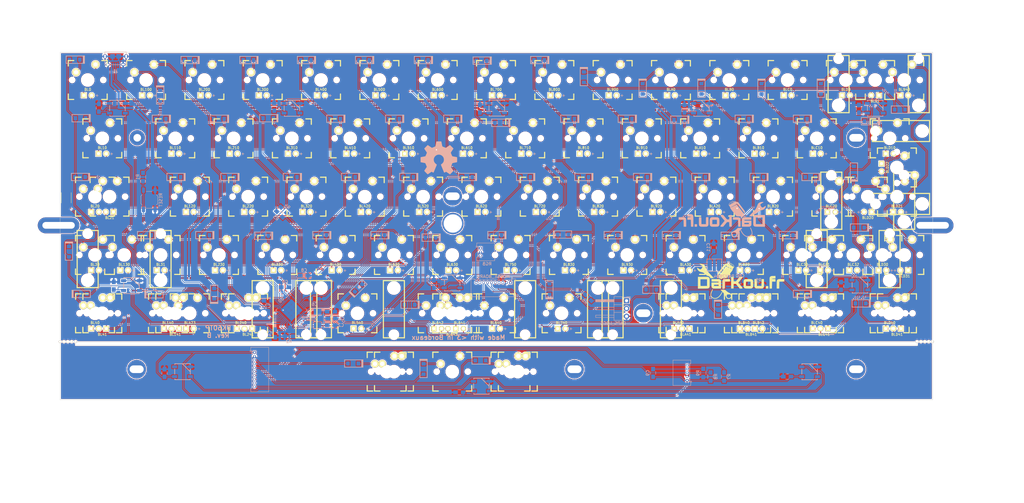
<source format=kicad_pcb>
(kicad_pcb (version 4) (host pcbnew 4.0.7+dfsg1-1)
  (title_block (title DK60TP) (date 2017-10-07) (rev B) (company DarKou))
  (layers (0 F.Cu signal) (31 B.Cu signal) (34 B.Paste user) (35 F.Paste user) (36 B.SilkS user) (37 F.SilkS user) (38 B.Mask user) (39 F.Mask user) (44 Edge.Cuts user))
  (net 0 "")
  (net 1 LED_CATH)
  (net 2 LED_AN)
  (net 3 XTAL1)
  (net 4 GND)
  (net 5 XTAL2)
  (net 6 VCC)
  (net 7 "Net-(C8-Pad1)")
  (net 8 "Net-(C9-Pad1)")
  (net 9 Col0)
  (net 10 "Net-(DK0-Pad1)")
  (net 11 "Net-(DK1-Pad1)")
  (net 12 "Net-(DK2-Pad1)")
  (net 13 "Net-(DK3-Pad1)")
  (net 14 "Net-(DK4-Pad1)")
  (net 15 Col6)
  (net 16 "Net-(DK6-Pad1)")
  (net 17 Col1)
  (net 18 "Net-(DK10-Pad1)")
  (net 19 "Net-(DK11-Pad1)")
  (net 20 "Net-(DK12-Pad1)")
  (net 21 "Net-(DK13-Pad1)")
  (net 22 "Net-(DK14-Pad1)")
  (net 23 Col2)
  (net 24 "Net-(DK20-Pad1)")
  (net 25 "Net-(DK21-Pad1)")
  (net 26 "Net-(DK22-Pad1)")
  (net 27 "Net-(DK23-Pad1)")
  (net 28 "Net-(DK24-Pad1)")
  (net 29 Col3)
  (net 30 "Net-(DK30-Pad1)")
  (net 31 "Net-(DK31-Pad1)")
  (net 32 "Net-(DK32-Pad1)")
  (net 33 "Net-(DK33-Pad1)")
  (net 34 /TRACKPOINT/Col3)
  (net 35 "Net-(DK34-Pad1)")
  (net 36 Col4)
  (net 37 "Net-(DK40-Pad1)")
  (net 38 "Net-(DK41-Pad1)")
  (net 39 "Net-(DK42-Pad1)")
  (net 40 "Net-(DK43-Pad1)")
  (net 41 /TRACKPOINT/Col4)
  (net 42 "Net-(DK44-Pad1)")
  (net 43 Col5)
  (net 44 "Net-(DK50-Pad1)")
  (net 45 "Net-(DK51-Pad1)")
  (net 46 "Net-(DK52-Pad1)")
  (net 47 "Net-(DK53-Pad1)")
  (net 48 "Net-(DK54-Pad1)")
  (net 49 "Net-(DK61-Pad1)")
  (net 50 "Net-(DK62-Pad1)")
  (net 51 "Net-(DK63-Pad1)")
  (net 52 "Net-(DK64-Pad1)")
  (net 53 Col7)
  (net 54 "Net-(DK70-Pad1)")
  (net 55 "Net-(DK71-Pad1)")
  (net 56 "Net-(DK72-Pad1)")
  (net 57 "Net-(DK73-Pad1)")
  (net 58 Col8)
  (net 59 "Net-(DK80-Pad1)")
  (net 60 "Net-(DK81-Pad1)")
  (net 61 "Net-(DK82-Pad1)")
  (net 62 "Net-(DK83-Pad1)")
  (net 63 Col9)
  (net 64 "Net-(DK90-Pad1)")
  (net 65 "Net-(DK91-Pad1)")
  (net 66 "Net-(DK92-Pad1)")
  (net 67 "Net-(DK93-Pad1)")
  (net 68 "Net-(DK94-Pad1)")
  (net 69 ColA)
  (net 70 "Net-(DKA0-Pad1)")
  (net 71 "Net-(DKA1-Pad1)")
  (net 72 "Net-(DKA2-Pad1)")
  (net 73 "Net-(DKA3-Pad1)")
  (net 74 "Net-(DKA4-Pad1)")
  (net 75 ColB)
  (net 76 "Net-(DKB0-Pad1)")
  (net 77 "Net-(DKB1-Pad1)")
  (net 78 "Net-(DKB2-Pad1)")
  (net 79 "Net-(DKB3-Pad1)")
  (net 80 "Net-(DKB4-Pad1)")
  (net 81 ColC)
  (net 82 "Net-(DKC1-Pad1)")
  (net 83 "Net-(DKC2-Pad1)")
  (net 84 "Net-(DKC3-Pad1)")
  (net 85 "Net-(DKC4-Pad1)")
  (net 86 ColD)
  (net 87 "Net-(DKD0-Pad1)")
  (net 88 "Net-(DKD1-Pad1)")
  (net 89 "Net-(DKD2-Pad1)")
  (net 90 "Net-(DKD3-Pad1)")
  (net 91 "Net-(DKD4-Pad1)")
  (net 92 "Net-(J1-Pad2)")
  (net 93 "Net-(J1-Pad3)")
  (net 94 DOUT)
  (net 95 Row0)
  (net 96 Row4)
  (net 97 Row1)
  (net 98 Row2)
  (net 99 Row3)
  (net 100 /TRACKPOINT/Row4)
  (net 101 "Net-(KC0-Pad1)")
  (net 102 "Net-(L1-Pad1)")
  (net 103 "Net-(J3-Pad2)")
  (net 104 D5)
  (net 105 D2)
  (net 106 /TRACKPOINT/D5)
  (net 107 /TRACKPOINT/D2)
  (net 108 /TRACKPOINT/RGB)
  (net 109 RESET)
  (net 110 "Net-(R2-Pad2)")
  (net 111 "Net-(R3-Pad1)")
  (net 112 CAPS_LED)
  (net 113 "Net-(J3-Pad1)")
  (net 114 RGB)
  (net 115 "Net-(RGB0-Pad2)")
  (net 116 "Net-(RGB1-Pad2)")
  (net 117 "Net-(RGB2-Pad2)")
  (net 118 "Net-(RGB3-Pad2)")
  (net 119 "Net-(RGB4-Pad2)")
  (net 120 "Net-(RGB5-Pad2)")
  (net 121 "Net-(RGB6-Pad2)")
  (net 122 "Net-(RGB8-Pad2)")
  (net 123 "Net-(RGB10-Pad4)")
  (net 124 BACKLIT)
  (net 125 "Net-(R4-Pad1)")
  (net 126 "Net-(DK74-Pad1)")
  (net 127 /TRACKPOINT/Col8)
  (net 128 "Net-(DK84-Pad1)")
  (module Footprint:Mx_100 (layer F.Cu) (at 192.00125 125.18125)
    (fp_text reference K643 hide)
    (fp_text value K46 hide)
    (pad HOLE np_thru_hole circle (at 0 0) (size 3.9878 3.9878) (drill 3.9878) (layers *.Cu))
    (pad HOLE np_thru_hole circle (at -5.08 0) (size 1.7018 1.7018) (drill 1.7018) (layers *.Cu))
    (pad HOLE np_thru_hole circle (at 5.08 0) (size 1.7018 1.7018) (drill 1.7018) (layers *.Cu))
    (pad 1 thru_hole circle (at -3.81 -2.54 330.95) (size 2.5 2.5) (drill 1.5) (layers *.Cu *.Mask F.SilkS) (net 96 Row4))
    (pad 2 thru_hole circle (at 2.54 -5.08 356.1) (size 2.5 2.5) (drill 1.5) (layers *.Cu *.Mask F.SilkS) (net 52 "Net-(DK64-Pad1)"))
  )
  (module Footprint:Mx_100 (layer F.Cu) (at 211.0425 144.23125)
    (fp_text reference K840 hide)
    (fp_text value RMB hide)
    (pad HOLE np_thru_hole circle (at 0 0) (size 3.9878 3.9878) (drill 3.9878) (layers *.Cu))
    (pad HOLE np_thru_hole circle (at -5.08 0) (size 1.7018 1.7018) (drill 1.7018) (layers *.Cu))
    (pad HOLE np_thru_hole circle (at 5.08 0) (size 1.7018 1.7018) (drill 1.7018) (layers *.Cu))
    (pad 1 thru_hole circle (at -3.81 -2.54 330.95) (size 2.5 2.5) (drill 1.5) (layers *.Cu *.Mask F.SilkS) (net 128 "Net-(DK84-Pad1)"))
    (pad 2 thru_hole circle (at 2.54 -5.08 356.1) (size 2.5 2.5) (drill 1.5) (layers *.Cu *.Mask F.SilkS) (net 100 /TRACKPOINT/Row4))
  )
  (module Footprint:Mx_100 (layer F.Cu) (at 339.65625 106.13125)
    (fp_text reference KD30 hide)
    (fp_text value K3D hide)
    (pad HOLE np_thru_hole circle (at 0 0) (size 3.9878 3.9878) (drill 3.9878) (layers *.Cu))
    (pad HOLE np_thru_hole circle (at -5.08 0) (size 1.7018 1.7018) (drill 1.7018) (layers *.Cu))
    (pad HOLE np_thru_hole circle (at 5.08 0) (size 1.7018 1.7018) (drill 1.7018) (layers *.Cu))
    (pad 1 thru_hole circle (at -3.81 -2.54 330.95) (size 2.5 2.5) (drill 1.5) (layers *.Cu *.Mask F.SilkS) (net 99 Row3))
    (pad 2 thru_hole circle (at 2.54 -5.08 356.1) (size 2.5 2.5) (drill 1.5) (layers *.Cu *.Mask F.SilkS) (net 90 "Net-(DKD3-Pad1)"))
  )
  (module Footprint:Mx_100 (layer F.Cu) (at 320.58 48.98125)
    (fp_text reference KD0 hide)
    (fp_text value K0D hide)
    (pad HOLE np_thru_hole circle (at 0 0) (size 3.9878 3.9878) (drill 3.9878) (layers *.Cu))
    (pad HOLE np_thru_hole circle (at -5.08 0) (size 1.7018 1.7018) (drill 1.7018) (layers *.Cu))
    (pad HOLE np_thru_hole circle (at 5.08 0) (size 1.7018 1.7018) (drill 1.7018) (layers *.Cu))
    (pad 1 thru_hole circle (at -3.81 -2.54 330.95) (size 2.5 2.5) (drill 1.5) (layers *.Cu *.Mask F.SilkS) (net 87 "Net-(DKD0-Pad1)"))
    (pad 2 thru_hole circle (at 2.54 -5.08 356.1) (size 2.5 2.5) (drill 1.5) (layers *.Cu *.Mask F.SilkS) (net 95 Row0))
  )
  (module Footprint:Mx_100 (layer F.Cu) (at 311.08125 125.18125)
    (fp_text reference KC40 hide)
    (fp_text value K4C hide)
    (pad HOLE np_thru_hole circle (at 0 0) (size 3.9878 3.9878) (drill 3.9878) (layers *.Cu))
    (pad HOLE np_thru_hole circle (at -5.08 0) (size 1.7018 1.7018) (drill 1.7018) (layers *.Cu))
    (pad HOLE np_thru_hole circle (at 5.08 0) (size 1.7018 1.7018) (drill 1.7018) (layers *.Cu))
    (pad 1 thru_hole circle (at -3.81 -2.54 330.95) (size 2.5 2.5) (drill 1.5) (layers *.Cu *.Mask F.SilkS) (net 85 "Net-(DKC4-Pad1)"))
    (pad 2 thru_hole circle (at 2.54 -5.08 356.1) (size 2.5 2.5) (drill 1.5) (layers *.Cu *.Mask F.SilkS) (net 96 Row4))
  )
  (module Footprint:Mx_100 (layer F.Cu) (at 306.31875 106.13125)
    (fp_text reference KC31 hide)
    (fp_text value K3C hide)
    (pad HOLE np_thru_hole circle (at 0 0) (size 3.9878 3.9878) (drill 3.9878) (layers *.Cu))
    (pad HOLE np_thru_hole circle (at -5.08 0) (size 1.7018 1.7018) (drill 1.7018) (layers *.Cu))
    (pad HOLE np_thru_hole circle (at 5.08 0) (size 1.7018 1.7018) (drill 1.7018) (layers *.Cu))
    (pad 1 thru_hole circle (at -3.81 -2.54 330.95) (size 2.5 2.5) (drill 1.5) (layers *.Cu *.Mask F.SilkS) (net 84 "Net-(DKC3-Pad1)"))
    (pad 2 thru_hole circle (at 2.54 -5.08 356.1) (size 2.5 2.5) (drill 1.5) (layers *.Cu *.Mask F.SilkS) (net 99 Row3))
  )
  (module Footprint:Mx_100 (layer F.Cu) (at 315.84375 87.08125)
    (fp_text reference KC20 hide)
    (fp_text value K2C hide)
    (pad HOLE np_thru_hole circle (at 0 0) (size 3.9878 3.9878) (drill 3.9878) (layers *.Cu))
    (pad HOLE np_thru_hole circle (at -5.08 0) (size 1.7018 1.7018) (drill 1.7018) (layers *.Cu))
    (pad HOLE np_thru_hole circle (at 5.08 0) (size 1.7018 1.7018) (drill 1.7018) (layers *.Cu))
    (pad 1 thru_hole circle (at -3.81 -2.54 330.95) (size 2.5 2.5) (drill 1.5) (layers *.Cu *.Mask F.SilkS) (net 83 "Net-(DKC2-Pad1)"))
    (pad 2 thru_hole circle (at 2.54 -5.08 356.1) (size 2.5 2.5) (drill 1.5) (layers *.Cu *.Mask F.SilkS) (net 98 Row2))
  )
  (module Footprint:Mx_100 (layer F.Cu) (at 311.08125 68.03125)
    (fp_text reference KC10 hide)
    (fp_text value K1C hide)
    (pad HOLE np_thru_hole circle (at 0 0) (size 3.9878 3.9878) (drill 3.9878) (layers *.Cu))
    (pad HOLE np_thru_hole circle (at -5.08 0) (size 1.7018 1.7018) (drill 1.7018) (layers *.Cu))
    (pad HOLE np_thru_hole circle (at 5.08 0) (size 1.7018 1.7018) (drill 1.7018) (layers *.Cu))
    (pad 1 thru_hole circle (at -3.81 -2.54 330.95) (size 2.5 2.5) (drill 1.5) (layers *.Cu *.Mask F.SilkS) (net 82 "Net-(DKC1-Pad1)"))
    (pad 2 thru_hole circle (at 2.54 -5.08 356.1) (size 2.5 2.5) (drill 1.5) (layers *.Cu *.Mask F.SilkS) (net 97 Row1))
  )
  (module Footprint:Mx_100 (layer F.Cu) (at 301.55625 48.98125)
    (fp_text reference KC0 hide)
    (fp_text value K0C hide)
    (pad HOLE np_thru_hole circle (at 0 0) (size 3.9878 3.9878) (drill 3.9878) (layers *.Cu))
    (pad HOLE np_thru_hole circle (at -5.08 0) (size 1.7018 1.7018) (drill 1.7018) (layers *.Cu))
    (pad HOLE np_thru_hole circle (at 5.08 0) (size 1.7018 1.7018) (drill 1.7018) (layers *.Cu))
    (pad 1 thru_hole circle (at -3.81 -2.54 330.95) (size 2.5 2.5) (drill 1.5) (layers *.Cu *.Mask F.SilkS) (net 101 "Net-(KC0-Pad1)"))
    (pad 2 thru_hole circle (at 2.54 -5.08 356.1) (size 2.5 2.5) (drill 1.5) (layers *.Cu *.Mask F.SilkS) (net 95 Row0))
  )
  (module Footprint:Mx_100 (layer F.Cu) (at 292.03125 125.18125)
    (fp_text reference KB40 hide)
    (fp_text value K4B hide)
    (pad HOLE np_thru_hole circle (at 0 0) (size 3.9878 3.9878) (drill 3.9878) (layers *.Cu))
    (pad HOLE np_thru_hole circle (at -5.08 0) (size 1.7018 1.7018) (drill 1.7018) (layers *.Cu))
    (pad HOLE np_thru_hole circle (at 5.08 0) (size 1.7018 1.7018) (drill 1.7018) (layers *.Cu))
    (pad 1 thru_hole circle (at -3.81 -2.54 330.95) (size 2.5 2.5) (drill 1.5) (layers *.Cu *.Mask F.SilkS) (net 80 "Net-(DKB4-Pad1)"))
    (pad 2 thru_hole circle (at 2.54 -5.08 356.1) (size 2.5 2.5) (drill 1.5) (layers *.Cu *.Mask F.SilkS) (net 96 Row4))
  )
  (module Footprint:Mx_100 (layer F.Cu) (at 287.26875 106.13125)
    (fp_text reference KB30 hide)
    (fp_text value K3B hide)
    (pad HOLE np_thru_hole circle (at 0 0) (size 3.9878 3.9878) (drill 3.9878) (layers *.Cu))
    (pad HOLE np_thru_hole circle (at -5.08 0) (size 1.7018 1.7018) (drill 1.7018) (layers *.Cu))
    (pad HOLE np_thru_hole circle (at 5.08 0) (size 1.7018 1.7018) (drill 1.7018) (layers *.Cu))
    (pad 1 thru_hole circle (at -3.81 -2.54 330.95) (size 2.5 2.5) (drill 1.5) (layers *.Cu *.Mask F.SilkS) (net 79 "Net-(DKB3-Pad1)"))
    (pad 2 thru_hole circle (at 2.54 -5.08 356.1) (size 2.5 2.5) (drill 1.5) (layers *.Cu *.Mask F.SilkS) (net 99 Row3))
  )
  (module Footprint:Mx_100 (layer F.Cu) (at 296.79375 87.08125)
    (fp_text reference KB20 hide)
    (fp_text value K2B hide)
    (pad HOLE np_thru_hole circle (at 0 0) (size 3.9878 3.9878) (drill 3.9878) (layers *.Cu))
    (pad HOLE np_thru_hole circle (at -5.08 0) (size 1.7018 1.7018) (drill 1.7018) (layers *.Cu))
    (pad HOLE np_thru_hole circle (at 5.08 0) (size 1.7018 1.7018) (drill 1.7018) (layers *.Cu))
    (pad 1 thru_hole circle (at -3.81 -2.54 330.95) (size 2.5 2.5) (drill 1.5) (layers *.Cu *.Mask F.SilkS) (net 78 "Net-(DKB2-Pad1)"))
    (pad 2 thru_hole circle (at 2.54 -5.08 356.1) (size 2.5 2.5) (drill 1.5) (layers *.Cu *.Mask F.SilkS) (net 98 Row2))
  )
  (module Footprint:Mx_100 (layer F.Cu) (at 292.03125 68.03125)
    (fp_text reference KB10 hide)
    (fp_text value K1B hide)
    (pad HOLE np_thru_hole circle (at 0 0) (size 3.9878 3.9878) (drill 3.9878) (layers *.Cu))
    (pad HOLE np_thru_hole circle (at -5.08 0) (size 1.7018 1.7018) (drill 1.7018) (layers *.Cu))
    (pad HOLE np_thru_hole circle (at 5.08 0) (size 1.7018 1.7018) (drill 1.7018) (layers *.Cu))
    (pad 1 thru_hole circle (at -3.81 -2.54 330.95) (size 2.5 2.5) (drill 1.5) (layers *.Cu *.Mask F.SilkS) (net 77 "Net-(DKB1-Pad1)"))
    (pad 2 thru_hole circle (at 2.54 -5.08 356.1) (size 2.5 2.5) (drill 1.5) (layers *.Cu *.Mask F.SilkS) (net 97 Row1))
  )
  (module Footprint:Mx_100 (layer F.Cu) (at 282.50625 48.98125)
    (fp_text reference KB0 hide)
    (fp_text value K0B hide)
    (pad HOLE np_thru_hole circle (at 0 0) (size 3.9878 3.9878) (drill 3.9878) (layers *.Cu))
    (pad HOLE np_thru_hole circle (at -5.08 0) (size 1.7018 1.7018) (drill 1.7018) (layers *.Cu))
    (pad HOLE np_thru_hole circle (at 5.08 0) (size 1.7018 1.7018) (drill 1.7018) (layers *.Cu))
    (pad 1 thru_hole circle (at -3.81 -2.54 330.95) (size 2.5 2.5) (drill 1.5) (layers *.Cu *.Mask F.SilkS) (net 76 "Net-(DKB0-Pad1)"))
    (pad 2 thru_hole circle (at 2.54 -5.08 356.1) (size 2.5 2.5) (drill 1.5) (layers *.Cu *.Mask F.SilkS) (net 95 Row0))
  )
  (module Footprint:Mx_100 (layer F.Cu) (at 268.21875 106.13125)
    (fp_text reference KA30 hide)
    (fp_text value K3A hide)
    (pad HOLE np_thru_hole circle (at 0 0) (size 3.9878 3.9878) (drill 3.9878) (layers *.Cu))
    (pad HOLE np_thru_hole circle (at -5.08 0) (size 1.7018 1.7018) (drill 1.7018) (layers *.Cu))
    (pad HOLE np_thru_hole circle (at 5.08 0) (size 1.7018 1.7018) (drill 1.7018) (layers *.Cu))
    (pad 1 thru_hole circle (at -3.81 -2.54 330.95) (size 2.5 2.5) (drill 1.5) (layers *.Cu *.Mask F.SilkS) (net 73 "Net-(DKA3-Pad1)"))
    (pad 2 thru_hole circle (at 2.54 -5.08 356.1) (size 2.5 2.5) (drill 1.5) (layers *.Cu *.Mask F.SilkS) (net 99 Row3))
  )
  (module Footprint:Mx_100 (layer F.Cu) (at 277.74375 87.08125)
    (fp_text reference KA20 hide)
    (fp_text value K2A hide)
    (pad HOLE np_thru_hole circle (at 0 0) (size 3.9878 3.9878) (drill 3.9878) (layers *.Cu))
    (pad HOLE np_thru_hole circle (at -5.08 0) (size 1.7018 1.7018) (drill 1.7018) (layers *.Cu))
    (pad HOLE np_thru_hole circle (at 5.08 0) (size 1.7018 1.7018) (drill 1.7018) (layers *.Cu))
    (pad 1 thru_hole circle (at -3.81 -2.54 330.95) (size 2.5 2.5) (drill 1.5) (layers *.Cu *.Mask F.SilkS) (net 72 "Net-(DKA2-Pad1)"))
    (pad 2 thru_hole circle (at 2.54 -5.08 356.1) (size 2.5 2.5) (drill 1.5) (layers *.Cu *.Mask F.SilkS) (net 98 Row2))
  )
  (module Footprint:Mx_100 (layer F.Cu) (at 272.98125 68.03125)
    (fp_text reference KA10 hide)
    (fp_text value K1A hide)
    (pad HOLE np_thru_hole circle (at 0 0) (size 3.9878 3.9878) (drill 3.9878) (layers *.Cu))
    (pad HOLE np_thru_hole circle (at -5.08 0) (size 1.7018 1.7018) (drill 1.7018) (layers *.Cu))
    (pad HOLE np_thru_hole circle (at 5.08 0) (size 1.7018 1.7018) (drill 1.7018) (layers *.Cu))
    (pad 1 thru_hole circle (at -3.81 -2.54 330.95) (size 2.5 2.5) (drill 1.5) (layers *.Cu *.Mask F.SilkS) (net 71 "Net-(DKA1-Pad1)"))
    (pad 2 thru_hole circle (at 2.54 -5.08 356.1) (size 2.5 2.5) (drill 1.5) (layers *.Cu *.Mask F.SilkS) (net 97 Row1))
  )
  (module Footprint:Mx_100 (layer F.Cu) (at 263.45625 48.98125)
    (fp_text reference KA0 hide)
    (fp_text value K0A hide)
    (pad HOLE np_thru_hole circle (at 0 0) (size 3.9878 3.9878) (drill 3.9878) (layers *.Cu))
    (pad HOLE np_thru_hole circle (at -5.08 0) (size 1.7018 1.7018) (drill 1.7018) (layers *.Cu))
    (pad HOLE np_thru_hole circle (at 5.08 0) (size 1.7018 1.7018) (drill 1.7018) (layers *.Cu))
    (pad 1 thru_hole circle (at -3.81 -2.54 330.95) (size 2.5 2.5) (drill 1.5) (layers *.Cu *.Mask F.SilkS) (net 70 "Net-(DKA0-Pad1)"))
    (pad 2 thru_hole circle (at 2.54 -5.08 356.1) (size 2.5 2.5) (drill 1.5) (layers *.Cu *.Mask F.SilkS) (net 95 Row0))
  )
  (module Footprint:Mx_100 (layer F.Cu) (at 339.65625 48.98125)
    (fp_text reference K940 hide)
    (fp_text value K49 hide)
    (pad HOLE np_thru_hole circle (at 0 0) (size 3.9878 3.9878) (drill 3.9878) (layers *.Cu))
    (pad HOLE np_thru_hole circle (at -5.08 0) (size 1.7018 1.7018) (drill 1.7018) (layers *.Cu))
    (pad HOLE np_thru_hole circle (at 5.08 0) (size 1.7018 1.7018) (drill 1.7018) (layers *.Cu))
    (pad 1 thru_hole circle (at -3.81 -2.54 330.95) (size 2.5 2.5) (drill 1.5) (layers *.Cu *.Mask F.SilkS) (net 68 "Net-(DK94-Pad1)"))
    (pad 2 thru_hole circle (at 2.54 -5.08 356.1) (size 2.5 2.5) (drill 1.5) (layers *.Cu *.Mask F.SilkS) (net 96 Row4))
  )
  (module Footprint:Mx_100 (layer F.Cu) (at 249.16875 106.13125)
    (fp_text reference K930 hide)
    (fp_text value K39 hide)
    (pad HOLE np_thru_hole circle (at 0 0) (size 3.9878 3.9878) (drill 3.9878) (layers *.Cu))
    (pad HOLE np_thru_hole circle (at -5.08 0) (size 1.7018 1.7018) (drill 1.7018) (layers *.Cu))
    (pad HOLE np_thru_hole circle (at 5.08 0) (size 1.7018 1.7018) (drill 1.7018) (layers *.Cu))
    (pad 1 thru_hole circle (at -3.81 -2.54 330.95) (size 2.5 2.5) (drill 1.5) (layers *.Cu *.Mask F.SilkS) (net 67 "Net-(DK93-Pad1)"))
    (pad 2 thru_hole circle (at 2.54 -5.08 356.1) (size 2.5 2.5) (drill 1.5) (layers *.Cu *.Mask F.SilkS) (net 99 Row3))
  )
  (module Footprint:Mx_100 (layer F.Cu) (at 258.69375 87.08125)
    (fp_text reference K920 hide)
    (fp_text value K29 hide)
    (pad HOLE np_thru_hole circle (at 0 0) (size 3.9878 3.9878) (drill 3.9878) (layers *.Cu))
    (pad HOLE np_thru_hole circle (at -5.08 0) (size 1.7018 1.7018) (drill 1.7018) (layers *.Cu))
    (pad HOLE np_thru_hole circle (at 5.08 0) (size 1.7018 1.7018) (drill 1.7018) (layers *.Cu))
    (pad 1 thru_hole circle (at -3.81 -2.54 330.95) (size 2.5 2.5) (drill 1.5) (layers *.Cu *.Mask F.SilkS) (net 66 "Net-(DK92-Pad1)"))
    (pad 2 thru_hole circle (at 2.54 -5.08 356.1) (size 2.5 2.5) (drill 1.5) (layers *.Cu *.Mask F.SilkS) (net 98 Row2))
  )
  (module Footprint:Mx_100 (layer F.Cu) (at 253.93125 68.03125)
    (fp_text reference K910 hide)
    (fp_text value K19 hide)
    (pad HOLE np_thru_hole circle (at 0 0) (size 3.9878 3.9878) (drill 3.9878) (layers *.Cu))
    (pad HOLE np_thru_hole circle (at -5.08 0) (size 1.7018 1.7018) (drill 1.7018) (layers *.Cu))
    (pad HOLE np_thru_hole circle (at 5.08 0) (size 1.7018 1.7018) (drill 1.7018) (layers *.Cu))
    (pad 1 thru_hole circle (at -3.81 -2.54 330.95) (size 2.5 2.5) (drill 1.5) (layers *.Cu *.Mask F.SilkS) (net 65 "Net-(DK91-Pad1)"))
    (pad 2 thru_hole circle (at 2.54 -5.08 356.1) (size 2.5 2.5) (drill 1.5) (layers *.Cu *.Mask F.SilkS) (net 97 Row1))
  )
  (module Footprint:Mx_100 (layer F.Cu) (at 244.40625 48.98125)
    (fp_text reference K900 hide)
    (fp_text value K09 hide)
    (pad HOLE np_thru_hole circle (at 0 0) (size 3.9878 3.9878) (drill 3.9878) (layers *.Cu))
    (pad HOLE np_thru_hole circle (at -5.08 0) (size 1.7018 1.7018) (drill 1.7018) (layers *.Cu))
    (pad HOLE np_thru_hole circle (at 5.08 0) (size 1.7018 1.7018) (drill 1.7018) (layers *.Cu))
    (pad 1 thru_hole circle (at -3.81 -2.54 330.95) (size 2.5 2.5) (drill 1.5) (layers *.Cu *.Mask F.SilkS) (net 64 "Net-(DK90-Pad1)"))
    (pad 2 thru_hole circle (at 2.54 -5.08 356.1) (size 2.5 2.5) (drill 1.5) (layers *.Cu *.Mask F.SilkS) (net 95 Row0))
  )
  (module Footprint:Mx_100 (layer F.Cu) (at 230.11875 106.13125)
    (fp_text reference K830 hide)
    (fp_text value K38 hide)
    (pad HOLE np_thru_hole circle (at 0 0) (size 3.9878 3.9878) (drill 3.9878) (layers *.Cu))
    (pad HOLE np_thru_hole circle (at -5.08 0) (size 1.7018 1.7018) (drill 1.7018) (layers *.Cu))
    (pad HOLE np_thru_hole circle (at 5.08 0) (size 1.7018 1.7018) (drill 1.7018) (layers *.Cu))
    (pad 1 thru_hole circle (at -3.81 -2.54 330.95) (size 2.5 2.5) (drill 1.5) (layers *.Cu *.Mask F.SilkS) (net 62 "Net-(DK83-Pad1)"))
    (pad 2 thru_hole circle (at 2.54 -5.08 356.1) (size 2.5 2.5) (drill 1.5) (layers *.Cu *.Mask F.SilkS) (net 99 Row3))
  )
  (module Footprint:Mx_100 (layer F.Cu) (at 239.64375 87.08125)
    (fp_text reference K820 hide)
    (fp_text value K28 hide)
    (pad HOLE np_thru_hole circle (at 0 0) (size 3.9878 3.9878) (drill 3.9878) (layers *.Cu))
    (pad HOLE np_thru_hole circle (at -5.08 0) (size 1.7018 1.7018) (drill 1.7018) (layers *.Cu))
    (pad HOLE np_thru_hole circle (at 5.08 0) (size 1.7018 1.7018) (drill 1.7018) (layers *.Cu))
    (pad 1 thru_hole circle (at -3.81 -2.54 330.95) (size 2.5 2.5) (drill 1.5) (layers *.Cu *.Mask F.SilkS) (net 61 "Net-(DK82-Pad1)"))
    (pad 2 thru_hole circle (at 2.54 -5.08 356.1) (size 2.5 2.5) (drill 1.5) (layers *.Cu *.Mask F.SilkS) (net 98 Row2))
  )
  (module Footprint:Mx_100 (layer F.Cu) (at 234.88125 68.03125)
    (fp_text reference K810 hide)
    (fp_text value K18 hide)
    (pad HOLE np_thru_hole circle (at 0 0) (size 3.9878 3.9878) (drill 3.9878) (layers *.Cu))
    (pad HOLE np_thru_hole circle (at -5.08 0) (size 1.7018 1.7018) (drill 1.7018) (layers *.Cu))
    (pad HOLE np_thru_hole circle (at 5.08 0) (size 1.7018 1.7018) (drill 1.7018) (layers *.Cu))
    (pad 1 thru_hole circle (at -3.81 -2.54 330.95) (size 2.5 2.5) (drill 1.5) (layers *.Cu *.Mask F.SilkS) (net 60 "Net-(DK81-Pad1)"))
    (pad 2 thru_hole circle (at 2.54 -5.08 356.1) (size 2.5 2.5) (drill 1.5) (layers *.Cu *.Mask F.SilkS) (net 97 Row1))
  )
  (module Footprint:Mx_100 (layer F.Cu) (at 225.35625 48.98125)
    (fp_text reference K800 hide)
    (fp_text value K08 hide)
    (pad HOLE np_thru_hole circle (at 0 0) (size 3.9878 3.9878) (drill 3.9878) (layers *.Cu))
    (pad HOLE np_thru_hole circle (at -5.08 0) (size 1.7018 1.7018) (drill 1.7018) (layers *.Cu))
    (pad HOLE np_thru_hole circle (at 5.08 0) (size 1.7018 1.7018) (drill 1.7018) (layers *.Cu))
    (pad 1 thru_hole circle (at -3.81 -2.54 330.95) (size 2.5 2.5) (drill 1.5) (layers *.Cu *.Mask F.SilkS) (net 59 "Net-(DK80-Pad1)"))
    (pad 2 thru_hole circle (at 2.54 -5.08 356.1) (size 2.5 2.5) (drill 1.5) (layers *.Cu *.Mask F.SilkS) (net 95 Row0))
  )
  (module Footprint:Mx_100 (layer F.Cu) (at 211.06875 106.13125)
    (fp_text reference K730 hide)
    (fp_text value K37 hide)
    (pad HOLE np_thru_hole circle (at 0 0) (size 3.9878 3.9878) (drill 3.9878) (layers *.Cu))
    (pad HOLE np_thru_hole circle (at -5.08 0) (size 1.7018 1.7018) (drill 1.7018) (layers *.Cu))
    (pad HOLE np_thru_hole circle (at 5.08 0) (size 1.7018 1.7018) (drill 1.7018) (layers *.Cu))
    (pad 1 thru_hole circle (at -3.81 -2.54 330.95) (size 2.5 2.5) (drill 1.5) (layers *.Cu *.Mask F.SilkS) (net 57 "Net-(DK73-Pad1)"))
    (pad 2 thru_hole circle (at 2.54 -5.08 356.1) (size 2.5 2.5) (drill 1.5) (layers *.Cu *.Mask F.SilkS) (net 99 Row3))
  )
  (module Footprint:Mx_100 (layer F.Cu) (at 220.59375 87.08125)
    (fp_text reference K720 hide)
    (fp_text value K27 hide)
    (pad HOLE np_thru_hole circle (at 0 0) (size 3.9878 3.9878) (drill 3.9878) (layers *.Cu))
    (pad HOLE np_thru_hole circle (at -5.08 0) (size 1.7018 1.7018) (drill 1.7018) (layers *.Cu))
    (pad HOLE np_thru_hole circle (at 5.08 0) (size 1.7018 1.7018) (drill 1.7018) (layers *.Cu))
    (pad 1 thru_hole circle (at -3.81 -2.54 330.95) (size 2.5 2.5) (drill 1.5) (layers *.Cu *.Mask F.SilkS) (net 56 "Net-(DK72-Pad1)"))
    (pad 2 thru_hole circle (at 2.54 -5.08 356.1) (size 2.5 2.5) (drill 1.5) (layers *.Cu *.Mask F.SilkS) (net 98 Row2))
  )
  (module Footprint:Mx_100 (layer F.Cu) (at 215.83125 68.03125)
    (fp_text reference K710 hide)
    (fp_text value K17 hide)
    (pad HOLE np_thru_hole circle (at 0 0) (size 3.9878 3.9878) (drill 3.9878) (layers *.Cu))
    (pad HOLE np_thru_hole circle (at -5.08 0) (size 1.7018 1.7018) (drill 1.7018) (layers *.Cu))
    (pad HOLE np_thru_hole circle (at 5.08 0) (size 1.7018 1.7018) (drill 1.7018) (layers *.Cu))
    (pad 1 thru_hole circle (at -3.81 -2.54 330.95) (size 2.5 2.5) (drill 1.5) (layers *.Cu *.Mask F.SilkS) (net 55 "Net-(DK71-Pad1)"))
    (pad 2 thru_hole circle (at 2.54 -5.08 356.1) (size 2.5 2.5) (drill 1.5) (layers *.Cu *.Mask F.SilkS) (net 97 Row1))
  )
  (module Footprint:Mx_100 (layer F.Cu) (at 206.30625 48.98125)
    (fp_text reference K700 hide)
    (fp_text value K07 hide)
    (pad HOLE np_thru_hole circle (at 0 0) (size 3.9878 3.9878) (drill 3.9878) (layers *.Cu))
    (pad HOLE np_thru_hole circle (at -5.08 0) (size 1.7018 1.7018) (drill 1.7018) (layers *.Cu))
    (pad HOLE np_thru_hole circle (at 5.08 0) (size 1.7018 1.7018) (drill 1.7018) (layers *.Cu))
    (pad 1 thru_hole circle (at -3.81 -2.54 330.95) (size 2.5 2.5) (drill 1.5) (layers *.Cu *.Mask F.SilkS) (net 54 "Net-(DK70-Pad1)"))
    (pad 2 thru_hole circle (at 2.54 -5.08 356.1) (size 2.5 2.5) (drill 1.5) (layers *.Cu *.Mask F.SilkS) (net 95 Row0))
  )
  (module Footprint:Mx_100 (layer F.Cu) (at 192.01875 106.13125)
    (fp_text reference K630 hide)
    (fp_text value K36 hide)
    (pad HOLE np_thru_hole circle (at 0 0) (size 3.9878 3.9878) (drill 3.9878) (layers *.Cu))
    (pad HOLE np_thru_hole circle (at -5.08 0) (size 1.7018 1.7018) (drill 1.7018) (layers *.Cu))
    (pad HOLE np_thru_hole circle (at 5.08 0) (size 1.7018 1.7018) (drill 1.7018) (layers *.Cu))
    (pad 1 thru_hole circle (at -3.81 -2.54 330.95) (size 2.5 2.5) (drill 1.5) (layers *.Cu *.Mask F.SilkS) (net 51 "Net-(DK63-Pad1)"))
    (pad 2 thru_hole circle (at 2.54 -5.08 356.1) (size 2.5 2.5) (drill 1.5) (layers *.Cu *.Mask F.SilkS) (net 99 Row3))
  )
  (module Footprint:Mx_100 (layer F.Cu) (at 201.54375 87.08125)
    (fp_text reference K620 hide)
    (fp_text value K26 hide)
    (pad HOLE np_thru_hole circle (at 0 0) (size 3.9878 3.9878) (drill 3.9878) (layers *.Cu))
    (pad HOLE np_thru_hole circle (at -5.08 0) (size 1.7018 1.7018) (drill 1.7018) (layers *.Cu))
    (pad HOLE np_thru_hole circle (at 5.08 0) (size 1.7018 1.7018) (drill 1.7018) (layers *.Cu))
    (pad 1 thru_hole circle (at -3.81 -2.54 330.95) (size 2.5 2.5) (drill 1.5) (layers *.Cu *.Mask F.SilkS) (net 50 "Net-(DK62-Pad1)"))
    (pad 2 thru_hole circle (at 2.54 -5.08 356.1) (size 2.5 2.5) (drill 1.5) (layers *.Cu *.Mask F.SilkS) (net 98 Row2))
  )
  (module Footprint:Mx_100 (layer F.Cu) (at 196.78125 68.03125)
    (fp_text reference K610 hide)
    (fp_text value K16 hide)
    (pad HOLE np_thru_hole circle (at 0 0) (size 3.9878 3.9878) (drill 3.9878) (layers *.Cu))
    (pad HOLE np_thru_hole circle (at -5.08 0) (size 1.7018 1.7018) (drill 1.7018) (layers *.Cu))
    (pad HOLE np_thru_hole circle (at 5.08 0) (size 1.7018 1.7018) (drill 1.7018) (layers *.Cu))
    (pad 1 thru_hole circle (at -3.81 -2.54 330.95) (size 2.5 2.5) (drill 1.5) (layers *.Cu *.Mask F.SilkS) (net 49 "Net-(DK61-Pad1)"))
    (pad 2 thru_hole circle (at 2.54 -5.08 356.1) (size 2.5 2.5) (drill 1.5) (layers *.Cu *.Mask F.SilkS) (net 97 Row1))
  )
  (module Footprint:Mx_100 (layer F.Cu) (at 187.25625 48.98125)
    (fp_text reference K600 hide)
    (fp_text value K06 hide)
    (pad HOLE np_thru_hole circle (at 0 0) (size 3.9878 3.9878) (drill 3.9878) (layers *.Cu))
    (pad HOLE np_thru_hole circle (at -5.08 0) (size 1.7018 1.7018) (drill 1.7018) (layers *.Cu))
    (pad HOLE np_thru_hole circle (at 5.08 0) (size 1.7018 1.7018) (drill 1.7018) (layers *.Cu))
    (pad 1 thru_hole circle (at -3.81 -2.54 330.95) (size 2.5 2.5) (drill 1.5) (layers *.Cu *.Mask F.SilkS) (net 16 "Net-(DK6-Pad1)"))
    (pad 2 thru_hole circle (at 2.54 -5.08 356.1) (size 2.5 2.5) (drill 1.5) (layers *.Cu *.Mask F.SilkS) (net 95 Row0))
  )
  (module Footprint:Mx_100 (layer F.Cu) (at 172.96875 106.13125)
    (fp_text reference K530 hide)
    (fp_text value K35 hide)
    (pad HOLE np_thru_hole circle (at 0 0) (size 3.9878 3.9878) (drill 3.9878) (layers *.Cu))
    (pad HOLE np_thru_hole circle (at -5.08 0) (size 1.7018 1.7018) (drill 1.7018) (layers *.Cu))
    (pad HOLE np_thru_hole circle (at 5.08 0) (size 1.7018 1.7018) (drill 1.7018) (layers *.Cu))
    (pad 1 thru_hole circle (at -3.81 -2.54 330.95) (size 2.5 2.5) (drill 1.5) (layers *.Cu *.Mask F.SilkS) (net 47 "Net-(DK53-Pad1)"))
    (pad 2 thru_hole circle (at 2.54 -5.08 356.1) (size 2.5 2.5) (drill 1.5) (layers *.Cu *.Mask F.SilkS) (net 99 Row3))
  )
  (module Footprint:Mx_100 (layer F.Cu) (at 182.49375 87.08125)
    (fp_text reference K520 hide)
    (fp_text value K25 hide)
    (pad HOLE np_thru_hole circle (at 0 0) (size 3.9878 3.9878) (drill 3.9878) (layers *.Cu))
    (pad HOLE np_thru_hole circle (at -5.08 0) (size 1.7018 1.7018) (drill 1.7018) (layers *.Cu))
    (pad HOLE np_thru_hole circle (at 5.08 0) (size 1.7018 1.7018) (drill 1.7018) (layers *.Cu))
    (pad 1 thru_hole circle (at -3.81 -2.54 330.95) (size 2.5 2.5) (drill 1.5) (layers *.Cu *.Mask F.SilkS) (net 46 "Net-(DK52-Pad1)"))
    (pad 2 thru_hole circle (at 2.54 -5.08 356.1) (size 2.5 2.5) (drill 1.5) (layers *.Cu *.Mask F.SilkS) (net 98 Row2))
  )
  (module Footprint:Mx_100 (layer F.Cu) (at 177.73125 68.03125)
    (fp_text reference K510 hide)
    (fp_text value K15 hide)
    (pad HOLE np_thru_hole circle (at 0 0) (size 3.9878 3.9878) (drill 3.9878) (layers *.Cu))
    (pad HOLE np_thru_hole circle (at -5.08 0) (size 1.7018 1.7018) (drill 1.7018) (layers *.Cu))
    (pad HOLE np_thru_hole circle (at 5.08 0) (size 1.7018 1.7018) (drill 1.7018) (layers *.Cu))
    (pad 1 thru_hole circle (at -3.81 -2.54 330.95) (size 2.5 2.5) (drill 1.5) (layers *.Cu *.Mask F.SilkS) (net 45 "Net-(DK51-Pad1)"))
    (pad 2 thru_hole circle (at 2.54 -5.08 356.1) (size 2.5 2.5) (drill 1.5) (layers *.Cu *.Mask F.SilkS) (net 97 Row1))
  )
  (module Footprint:Mx_100 (layer F.Cu) (at 168.20625 48.98125)
    (fp_text reference K500 hide)
    (fp_text value K05 hide)
    (pad HOLE np_thru_hole circle (at 0 0) (size 3.9878 3.9878) (drill 3.9878) (layers *.Cu))
    (pad HOLE np_thru_hole circle (at -5.08 0) (size 1.7018 1.7018) (drill 1.7018) (layers *.Cu))
    (pad HOLE np_thru_hole circle (at 5.08 0) (size 1.7018 1.7018) (drill 1.7018) (layers *.Cu))
    (pad 1 thru_hole circle (at -3.81 -2.54 330.95) (size 2.5 2.5) (drill 1.5) (layers *.Cu *.Mask F.SilkS) (net 44 "Net-(DK50-Pad1)"))
    (pad 2 thru_hole circle (at 2.54 -5.08 356.1) (size 2.5 2.5) (drill 1.5) (layers *.Cu *.Mask F.SilkS) (net 95 Row0))
  )
  (module Footprint:Mx_100 (layer F.Cu) (at 192.01875 144.23125)
    (fp_text reference K440 hide)
    (fp_text value MMB hide)
    (pad HOLE np_thru_hole circle (at 0 0) (size 3.9878 3.9878) (drill 3.9878) (layers *.Cu))
    (pad HOLE np_thru_hole circle (at -5.08 0) (size 1.7018 1.7018) (drill 1.7018) (layers *.Cu))
    (pad HOLE np_thru_hole circle (at 5.08 0) (size 1.7018 1.7018) (drill 1.7018) (layers *.Cu))
    (pad 1 thru_hole circle (at -3.81 -2.54 330.95) (size 2.5 2.5) (drill 1.5) (layers *.Cu *.Mask F.SilkS) (net 42 "Net-(DK44-Pad1)"))
    (pad 2 thru_hole circle (at 2.54 -5.08 356.1) (size 2.5 2.5) (drill 1.5) (layers *.Cu *.Mask F.SilkS) (net 100 /TRACKPOINT/Row4))
  )
  (module Footprint:Mx_100 (layer F.Cu) (at 153.91875 106.13125)
    (fp_text reference K430 hide)
    (fp_text value K34 hide)
    (pad HOLE np_thru_hole circle (at 0 0) (size 3.9878 3.9878) (drill 3.9878) (layers *.Cu))
    (pad HOLE np_thru_hole circle (at -5.08 0) (size 1.7018 1.7018) (drill 1.7018) (layers *.Cu))
    (pad HOLE np_thru_hole circle (at 5.08 0) (size 1.7018 1.7018) (drill 1.7018) (layers *.Cu))
    (pad 1 thru_hole circle (at -3.81 -2.54 330.95) (size 2.5 2.5) (drill 1.5) (layers *.Cu *.Mask F.SilkS) (net 40 "Net-(DK43-Pad1)"))
    (pad 2 thru_hole circle (at 2.54 -5.08 356.1) (size 2.5 2.5) (drill 1.5) (layers *.Cu *.Mask F.SilkS) (net 99 Row3))
  )
  (module Footprint:Mx_100 (layer F.Cu) (at 163.44375 87.08125)
    (fp_text reference K420 hide)
    (fp_text value K24 hide)
    (pad HOLE np_thru_hole circle (at 0 0) (size 3.9878 3.9878) (drill 3.9878) (layers *.Cu))
    (pad HOLE np_thru_hole circle (at -5.08 0) (size 1.7018 1.7018) (drill 1.7018) (layers *.Cu))
    (pad HOLE np_thru_hole circle (at 5.08 0) (size 1.7018 1.7018) (drill 1.7018) (layers *.Cu))
    (pad 1 thru_hole circle (at -3.81 -2.54 330.95) (size 2.5 2.5) (drill 1.5) (layers *.Cu *.Mask F.SilkS) (net 39 "Net-(DK42-Pad1)"))
    (pad 2 thru_hole circle (at 2.54 -5.08 356.1) (size 2.5 2.5) (drill 1.5) (layers *.Cu *.Mask F.SilkS) (net 98 Row2))
  )
  (module Footprint:Mx_100 (layer F.Cu) (at 158.68125 68.03125)
    (fp_text reference K410 hide)
    (fp_text value K14 hide)
    (pad HOLE np_thru_hole circle (at 0 0) (size 3.9878 3.9878) (drill 3.9878) (layers *.Cu))
    (pad HOLE np_thru_hole circle (at -5.08 0) (size 1.7018 1.7018) (drill 1.7018) (layers *.Cu))
    (pad HOLE np_thru_hole circle (at 5.08 0) (size 1.7018 1.7018) (drill 1.7018) (layers *.Cu))
    (pad 1 thru_hole circle (at -3.81 -2.54 330.95) (size 2.5 2.5) (drill 1.5) (layers *.Cu *.Mask F.SilkS) (net 38 "Net-(DK41-Pad1)"))
    (pad 2 thru_hole circle (at 2.54 -5.08 356.1) (size 2.5 2.5) (drill 1.5) (layers *.Cu *.Mask F.SilkS) (net 97 Row1))
  )
  (module Footprint:Mx_100 (layer F.Cu) (at 149.15625 48.98125)
    (fp_text reference K400 hide)
    (fp_text value K04 hide)
    (pad HOLE np_thru_hole circle (at 0 0) (size 3.9878 3.9878) (drill 3.9878) (layers *.Cu))
    (pad HOLE np_thru_hole circle (at -5.08 0) (size 1.7018 1.7018) (drill 1.7018) (layers *.Cu))
    (pad HOLE np_thru_hole circle (at 5.08 0) (size 1.7018 1.7018) (drill 1.7018) (layers *.Cu))
    (pad 1 thru_hole circle (at -3.81 -2.54 330.95) (size 2.5 2.5) (drill 1.5) (layers *.Cu *.Mask F.SilkS) (net 37 "Net-(DK40-Pad1)"))
    (pad 2 thru_hole circle (at 2.54 -5.08 356.1) (size 2.5 2.5) (drill 1.5) (layers *.Cu *.Mask F.SilkS) (net 95 Row0))
  )
  (module Footprint:Mx_100 (layer F.Cu) (at 172.96875 144.23125)
    (fp_text reference K340 hide)
    (fp_text value LMB hide)
    (pad HOLE np_thru_hole circle (at 0 0) (size 3.9878 3.9878) (drill 3.9878) (layers *.Cu))
    (pad HOLE np_thru_hole circle (at -5.08 0) (size 1.7018 1.7018) (drill 1.7018) (layers *.Cu))
    (pad HOLE np_thru_hole circle (at 5.08 0) (size 1.7018 1.7018) (drill 1.7018) (layers *.Cu))
    (pad 1 thru_hole circle (at -3.81 -2.54 330.95) (size 2.5 2.5) (drill 1.5) (layers *.Cu *.Mask F.SilkS) (net 35 "Net-(DK34-Pad1)"))
    (pad 2 thru_hole circle (at 2.54 -5.08 356.1) (size 2.5 2.5) (drill 1.5) (layers *.Cu *.Mask F.SilkS) (net 100 /TRACKPOINT/Row4))
  )
  (module Footprint:Mx_100 (layer F.Cu) (at 134.86875 106.13125)
    (fp_text reference K330 hide)
    (fp_text value K33 hide)
    (pad HOLE np_thru_hole circle (at 0 0) (size 3.9878 3.9878) (drill 3.9878) (layers *.Cu))
    (pad HOLE np_thru_hole circle (at -5.08 0) (size 1.7018 1.7018) (drill 1.7018) (layers *.Cu))
    (pad HOLE np_thru_hole circle (at 5.08 0) (size 1.7018 1.7018) (drill 1.7018) (layers *.Cu))
    (pad 1 thru_hole circle (at -3.81 -2.54 330.95) (size 2.5 2.5) (drill 1.5) (layers *.Cu *.Mask F.SilkS) (net 33 "Net-(DK33-Pad1)"))
    (pad 2 thru_hole circle (at 2.54 -5.08 356.1) (size 2.5 2.5) (drill 1.5) (layers *.Cu *.Mask F.SilkS) (net 99 Row3))
  )
  (module Footprint:Mx_100 (layer F.Cu) (at 144.39375 87.08125)
    (fp_text reference K320 hide)
    (fp_text value K23 hide)
    (pad HOLE np_thru_hole circle (at 0 0) (size 3.9878 3.9878) (drill 3.9878) (layers *.Cu))
    (pad HOLE np_thru_hole circle (at -5.08 0) (size 1.7018 1.7018) (drill 1.7018) (layers *.Cu))
    (pad HOLE np_thru_hole circle (at 5.08 0) (size 1.7018 1.7018) (drill 1.7018) (layers *.Cu))
    (pad 1 thru_hole circle (at -3.81 -2.54 330.95) (size 2.5 2.5) (drill 1.5) (layers *.Cu *.Mask F.SilkS) (net 32 "Net-(DK32-Pad1)"))
    (pad 2 thru_hole circle (at 2.54 -5.08 356.1) (size 2.5 2.5) (drill 1.5) (layers *.Cu *.Mask F.SilkS) (net 98 Row2))
  )
  (module Footprint:Mx_100 (layer F.Cu) (at 139.63125 68.03125)
    (fp_text reference K310 hide)
    (fp_text value K13 hide)
    (pad HOLE np_thru_hole circle (at 0 0) (size 3.9878 3.9878) (drill 3.9878) (layers *.Cu))
    (pad HOLE np_thru_hole circle (at -5.08 0) (size 1.7018 1.7018) (drill 1.7018) (layers *.Cu))
    (pad HOLE np_thru_hole circle (at 5.08 0) (size 1.7018 1.7018) (drill 1.7018) (layers *.Cu))
    (pad 1 thru_hole circle (at -3.81 -2.54 330.95) (size 2.5 2.5) (drill 1.5) (layers *.Cu *.Mask F.SilkS) (net 31 "Net-(DK31-Pad1)"))
    (pad 2 thru_hole circle (at 2.54 -5.08 356.1) (size 2.5 2.5) (drill 1.5) (layers *.Cu *.Mask F.SilkS) (net 97 Row1))
  )
  (module Footprint:Mx_100 (layer F.Cu) (at 130.10625 48.98125)
    (fp_text reference K300 hide)
    (fp_text value K03 hide)
    (pad HOLE np_thru_hole circle (at 0 0) (size 3.9878 3.9878) (drill 3.9878) (layers *.Cu))
    (pad HOLE np_thru_hole circle (at -5.08 0) (size 1.7018 1.7018) (drill 1.7018) (layers *.Cu))
    (pad HOLE np_thru_hole circle (at 5.08 0) (size 1.7018 1.7018) (drill 1.7018) (layers *.Cu))
    (pad 1 thru_hole circle (at -3.81 -2.54 330.95) (size 2.5 2.5) (drill 1.5) (layers *.Cu *.Mask F.SilkS) (net 30 "Net-(DK30-Pad1)"))
    (pad 2 thru_hole circle (at 2.54 -5.08 356.1) (size 2.5 2.5) (drill 1.5) (layers *.Cu *.Mask F.SilkS) (net 95 Row0))
  )
  (module Footprint:Mx_100 (layer F.Cu) (at 115.81875 106.13125)
    (fp_text reference K230 hide)
    (fp_text value K32 hide)
    (pad HOLE np_thru_hole circle (at 0 0) (size 3.9878 3.9878) (drill 3.9878) (layers *.Cu))
    (pad HOLE np_thru_hole circle (at -5.08 0) (size 1.7018 1.7018) (drill 1.7018) (layers *.Cu))
    (pad HOLE np_thru_hole circle (at 5.08 0) (size 1.7018 1.7018) (drill 1.7018) (layers *.Cu))
    (pad 1 thru_hole circle (at -3.81 -2.54 330.95) (size 2.5 2.5) (drill 1.5) (layers *.Cu *.Mask F.SilkS) (net 27 "Net-(DK23-Pad1)"))
    (pad 2 thru_hole circle (at 2.54 -5.08 356.1) (size 2.5 2.5) (drill 1.5) (layers *.Cu *.Mask F.SilkS) (net 99 Row3))
  )
  (module Footprint:Mx_100 (layer F.Cu) (at 125.34375 87.08125)
    (fp_text reference K220 hide)
    (fp_text value K22 hide)
    (pad HOLE np_thru_hole circle (at 0 0) (size 3.9878 3.9878) (drill 3.9878) (layers *.Cu))
    (pad HOLE np_thru_hole circle (at -5.08 0) (size 1.7018 1.7018) (drill 1.7018) (layers *.Cu))
    (pad HOLE np_thru_hole circle (at 5.08 0) (size 1.7018 1.7018) (drill 1.7018) (layers *.Cu))
    (pad 1 thru_hole circle (at -3.81 -2.54 330.95) (size 2.5 2.5) (drill 1.5) (layers *.Cu *.Mask F.SilkS) (net 26 "Net-(DK22-Pad1)"))
    (pad 2 thru_hole circle (at 2.54 -5.08 356.1) (size 2.5 2.5) (drill 1.5) (layers *.Cu *.Mask F.SilkS) (net 98 Row2))
  )
  (module Footprint:Mx_100 (layer F.Cu) (at 120.58125 68.03125)
    (fp_text reference K210 hide)
    (fp_text value K12 hide)
    (pad HOLE np_thru_hole circle (at 0 0) (size 3.9878 3.9878) (drill 3.9878) (layers *.Cu))
    (pad HOLE np_thru_hole circle (at -5.08 0) (size 1.7018 1.7018) (drill 1.7018) (layers *.Cu))
    (pad HOLE np_thru_hole circle (at 5.08 0) (size 1.7018 1.7018) (drill 1.7018) (layers *.Cu))
    (pad 1 thru_hole circle (at -3.81 -2.54 330.95) (size 2.5 2.5) (drill 1.5) (layers *.Cu *.Mask F.SilkS) (net 25 "Net-(DK21-Pad1)"))
    (pad 2 thru_hole circle (at 2.54 -5.08 356.1) (size 2.5 2.5) (drill 1.5) (layers *.Cu *.Mask F.SilkS) (net 97 Row1))
  )
  (module Footprint:Mx_100 (layer F.Cu) (at 111.05625 48.98125)
    (fp_text reference K200 hide)
    (fp_text value K02 hide)
    (pad HOLE np_thru_hole circle (at 0 0) (size 3.9878 3.9878) (drill 3.9878) (layers *.Cu))
    (pad HOLE np_thru_hole circle (at -5.08 0) (size 1.7018 1.7018) (drill 1.7018) (layers *.Cu))
    (pad HOLE np_thru_hole circle (at 5.08 0) (size 1.7018 1.7018) (drill 1.7018) (layers *.Cu))
    (pad 1 thru_hole circle (at -3.81 -2.54 330.95) (size 2.5 2.5) (drill 1.5) (layers *.Cu *.Mask F.SilkS) (net 24 "Net-(DK20-Pad1)"))
    (pad 2 thru_hole circle (at 2.54 -5.08 356.1) (size 2.5 2.5) (drill 1.5) (layers *.Cu *.Mask F.SilkS) (net 95 Row0))
  )
  (module Footprint:Mx_100 (layer F.Cu) (at 101.53125 125.18125)
    (fp_text reference K141 hide)
    (fp_text value K41 hide)
    (pad HOLE np_thru_hole circle (at 0 0) (size 3.9878 3.9878) (drill 3.9878) (layers *.Cu))
    (pad HOLE np_thru_hole circle (at -5.08 0) (size 1.7018 1.7018) (drill 1.7018) (layers *.Cu))
    (pad HOLE np_thru_hole circle (at 5.08 0) (size 1.7018 1.7018) (drill 1.7018) (layers *.Cu))
    (pad 1 thru_hole circle (at -3.81 -2.54 330.95) (size 2.5 2.5) (drill 1.5) (layers *.Cu *.Mask F.SilkS) (net 22 "Net-(DK14-Pad1)"))
    (pad 2 thru_hole circle (at 2.54 -5.08 356.1) (size 2.5 2.5) (drill 1.5) (layers *.Cu *.Mask F.SilkS) (net 96 Row4))
  )
  (module Footprint:Mx_100 (layer F.Cu) (at 96.76875 106.13125)
    (fp_text reference K130 hide)
    (fp_text value K31 hide)
    (pad HOLE np_thru_hole circle (at 0 0) (size 3.9878 3.9878) (drill 3.9878) (layers *.Cu))
    (pad HOLE np_thru_hole circle (at -5.08 0) (size 1.7018 1.7018) (drill 1.7018) (layers *.Cu))
    (pad HOLE np_thru_hole circle (at 5.08 0) (size 1.7018 1.7018) (drill 1.7018) (layers *.Cu))
    (pad 1 thru_hole circle (at -3.81 -2.54 330.95) (size 2.5 2.5) (drill 1.5) (layers *.Cu *.Mask F.SilkS) (net 21 "Net-(DK13-Pad1)"))
    (pad 2 thru_hole circle (at 2.54 -5.08 356.1) (size 2.5 2.5) (drill 1.5) (layers *.Cu *.Mask F.SilkS) (net 99 Row3))
  )
  (module Footprint:Mx_100 (layer F.Cu) (at 106.29375 87.08125)
    (fp_text reference K120 hide)
    (fp_text value K21 hide)
    (pad HOLE np_thru_hole circle (at 0 0) (size 3.9878 3.9878) (drill 3.9878) (layers *.Cu))
    (pad HOLE np_thru_hole circle (at -5.08 0) (size 1.7018 1.7018) (drill 1.7018) (layers *.Cu))
    (pad HOLE np_thru_hole circle (at 5.08 0) (size 1.7018 1.7018) (drill 1.7018) (layers *.Cu))
    (pad 1 thru_hole circle (at -3.81 -2.54 330.95) (size 2.5 2.5) (drill 1.5) (layers *.Cu *.Mask F.SilkS) (net 20 "Net-(DK12-Pad1)"))
    (pad 2 thru_hole circle (at 2.54 -5.08 356.1) (size 2.5 2.5) (drill 1.5) (layers *.Cu *.Mask F.SilkS) (net 98 Row2))
  )
  (module Footprint:Mx_100 (layer F.Cu) (at 101.53125 68.03125)
    (fp_text reference K110 hide)
    (fp_text value K11 hide)
    (pad HOLE np_thru_hole circle (at 0 0) (size 3.9878 3.9878) (drill 3.9878) (layers *.Cu))
    (pad HOLE np_thru_hole circle (at -5.08 0) (size 1.7018 1.7018) (drill 1.7018) (layers *.Cu))
    (pad HOLE np_thru_hole circle (at 5.08 0) (size 1.7018 1.7018) (drill 1.7018) (layers *.Cu))
    (pad 1 thru_hole circle (at -3.81 -2.54 330.95) (size 2.5 2.5) (drill 1.5) (layers *.Cu *.Mask F.SilkS) (net 19 "Net-(DK11-Pad1)"))
    (pad 2 thru_hole circle (at 2.54 -5.08 356.1) (size 2.5 2.5) (drill 1.5) (layers *.Cu *.Mask F.SilkS) (net 97 Row1))
  )
  (module Footprint:Mx_100 (layer F.Cu) (at 92.00625 48.98125)
    (fp_text reference K100 hide)
    (fp_text value K01 hide)
    (pad HOLE np_thru_hole circle (at 0 0) (size 3.9878 3.9878) (drill 3.9878) (layers *.Cu))
    (pad HOLE np_thru_hole circle (at -5.08 0) (size 1.7018 1.7018) (drill 1.7018) (layers *.Cu))
    (pad HOLE np_thru_hole circle (at 5.08 0) (size 1.7018 1.7018) (drill 1.7018) (layers *.Cu))
    (pad 1 thru_hole circle (at -3.81 -2.54 330.95) (size 2.5 2.5) (drill 1.5) (layers *.Cu *.Mask F.SilkS) (net 18 "Net-(DK10-Pad1)"))
    (pad 2 thru_hole circle (at 2.54 -5.08 356.1) (size 2.5 2.5) (drill 1.5) (layers *.Cu *.Mask F.SilkS) (net 95 Row0))
  )
  (module Footprint:Mx_100 (layer F.Cu) (at 72.94875 48.98125)
    (fp_text reference K0 hide)
    (fp_text value K00 hide)
    (pad HOLE np_thru_hole circle (at 0 0) (size 3.9878 3.9878) (drill 3.9878) (layers *.Cu))
    (pad HOLE np_thru_hole circle (at -5.08 0) (size 1.7018 1.7018) (drill 1.7018) (layers *.Cu))
    (pad HOLE np_thru_hole circle (at 5.08 0) (size 1.7018 1.7018) (drill 1.7018) (layers *.Cu))
    (pad 1 thru_hole circle (at -3.81 -2.54 330.95) (size 2.5 2.5) (drill 1.5) (layers *.Cu *.Mask F.SilkS) (net 10 "Net-(DK0-Pad1)"))
    (pad 2 thru_hole circle (at 2.54 -5.08 356.1) (size 2.5 2.5) (drill 1.5) (layers *.Cu *.Mask F.SilkS) (net 95 Row0))
  )
  (module Connectors_Molex:Molex_PicoBlade_53048-0310_03x1.25mm_Angled (layer B.Cu) (at 201.245 103.88125 270)
    (fp_text reference J2 hide)
    (fp_text value RGB (at 5.15 -2.15 360) (layer B.SilkS) (effects (justify mirror)))
    (pad 1 thru_hole rect (at 0 0 270) (size 0.85 0.85) (drill 0.5) (layers *.Cu *.Mask) (net 6 VCC))
    (pad 2 thru_hole circle (at 1.25 0 270) (size 0.85 0.85) (drill 0.5) (layers *.Cu *.Mask) (net 4 GND))
    (pad 3 thru_hole circle (at 2.5 0 270) (size 0.85 0.85) (drill 0.5) (layers *.Cu *.Mask) (net 94 DOUT))
  )
  (module Housings_DFN_QFN:QFN-44-1EP_7x7mm_Pitch0.5mm (layer B.Cu) (at 139.505 124.15625 225)
    (fp_text reference U0 (at 0 4.75 225) (layer B.SilkS) (effects (justify mirror)))
    (fp_text value ATMEGA32U4-MU)
    (pad 1 smd rect (at -3.4 2.5 225) (size 0.7 0.25) (layers B.Cu B.Paste B.Mask) (net 112 CAPS_LED))
    (pad 2 smd rect (at -3.4 2 225) (size 0.7 0.25) (layers B.Cu B.Paste B.Mask) (net 6 VCC))
    (pad 3 smd rect (at -3.4 1.5 225) (size 0.7 0.25) (layers B.Cu B.Paste B.Mask) (net 111 "Net-(R3-Pad1)"))
    (pad 4 smd rect (at -3.4 1 225) (size 0.7 0.25) (layers B.Cu B.Paste B.Mask) (net 125 "Net-(R4-Pad1)"))
    (pad 5 smd rect (at -3.4 0.5 225) (size 0.7 0.25) (layers B.Cu B.Paste B.Mask) (net 4 GND))
    (pad 6 smd rect (at -3.4 0 225) (size 0.7 0.25) (layers B.Cu B.Paste B.Mask) (net 7 "Net-(C8-Pad1)"))
    (pad 7 smd rect (at -3.4 -0.5 225) (size 0.7 0.25) (layers B.Cu B.Paste B.Mask) (net 6 VCC))
    (pad 8 smd rect (at -3.4 -1 225) (size 0.7 0.25) (layers B.Cu B.Paste B.Mask) (net 43 Col5))
    (pad 9 smd rect (at -3.4 -1.5 225) (size 0.7 0.25) (layers B.Cu B.Paste B.Mask) (net 99 Row3))
    (pad 10 smd rect (at -3.4 -2 225) (size 0.7 0.25) (layers B.Cu B.Paste B.Mask) (net 15 Col6))
    (pad 11 smd rect (at -3.4 -2.5 225) (size 0.7 0.25) (layers B.Cu B.Paste B.Mask) (net 53 Col7))
    (pad 12 smd rect (at -2.5 -3.4 135) (size 0.7 0.25) (layers B.Cu B.Paste B.Mask) (net 124 BACKLIT))
    (pad 13 smd rect (at -2 -3.4 135) (size 0.7 0.25) (layers B.Cu B.Paste B.Mask) (net 109 RESET))
    (pad 14 smd rect (at -1.5 -3.4 135) (size 0.7 0.25) (layers B.Cu B.Paste B.Mask) (net 6 VCC))
    (pad 15 smd rect (at -1 -3.4 135) (size 0.7 0.25) (layers B.Cu B.Paste B.Mask) (net 4 GND))
    (pad 16 smd rect (at -0.5 -3.4 135) (size 0.7 0.25) (layers B.Cu B.Paste B.Mask) (net 3 XTAL1))
    (pad 17 smd rect (at 0 -3.4 135) (size 0.7 0.25) (layers B.Cu B.Paste B.Mask) (net 5 XTAL2))
    (pad 18 smd rect (at 0.5 -3.4 135) (size 0.7 0.25) (layers B.Cu B.Paste B.Mask) (net 81 ColC))
    (pad 19 smd rect (at 1 -3.4 135) (size 0.7 0.25) (layers B.Cu B.Paste B.Mask) (net 75 ColB))
    (pad 20 smd rect (at 1.5 -3.4 135) (size 0.7 0.25) (layers B.Cu B.Paste B.Mask) (net 105 D2))
    (pad 21 smd rect (at 2 -3.4 135) (size 0.7 0.25) (layers B.Cu B.Paste B.Mask) (net 69 ColA))
    (pad 22 smd rect (at 2.5 -3.4 135) (size 0.7 0.25) (layers B.Cu B.Paste B.Mask) (net 104 D5))
    (pad 23 smd rect (at 3.4 -2.5 225) (size 0.7 0.25) (layers B.Cu B.Paste B.Mask) (net 4 GND))
    (pad 24 smd rect (at 3.4 -2 225) (size 0.7 0.25) (layers B.Cu B.Paste B.Mask) (net 6 VCC))
    (pad 25 smd rect (at 3.4 -1.5 225) (size 0.7 0.25) (layers B.Cu B.Paste B.Mask) (net 86 ColD))
    (pad 26 smd rect (at 3.4 -1 225) (size 0.7 0.25) (layers B.Cu B.Paste B.Mask) (net 114 RGB))
    (pad 27 smd rect (at 3.4 -0.5 225) (size 0.7 0.25) (layers B.Cu B.Paste B.Mask) (net 96 Row4))
    (pad 28 smd rect (at 3.4 0 225) (size 0.7 0.25) (layers B.Cu B.Paste B.Mask) (net 9 Col0))
    (pad 29 smd rect (at 3.4 0.5 225) (size 0.7 0.25) (layers B.Cu B.Paste B.Mask) (net 17 Col1))
    (pad 30 smd rect (at 3.4 1 225) (size 0.7 0.25) (layers B.Cu B.Paste B.Mask) (net 98 Row2))
    (pad 31 smd rect (at 3.4 1.5 225) (size 0.7 0.25) (layers B.Cu B.Paste B.Mask) (net 23 Col2))
    (pad 32 smd rect (at 3.4 2 225) (size 0.7 0.25) (layers B.Cu B.Paste B.Mask) (net 95 Row0))
    (pad 33 smd rect (at 3.4 2.5 225) (size 0.7 0.25) (layers B.Cu B.Paste B.Mask) (net 110 "Net-(R2-Pad2)"))
    (pad 34 smd rect (at 2.5 3.4 135) (size 0.7 0.25) (layers B.Cu B.Paste B.Mask) (net 6 VCC))
    (pad 35 smd rect (at 2 3.4 135) (size 0.7 0.25) (layers B.Cu B.Paste B.Mask) (net 4 GND))
    (pad 36 smd rect (at 1.5 3.4 135) (size 0.7 0.25) (layers B.Cu B.Paste B.Mask) (net 29 Col3))
    (pad 37 smd rect (at 1 3.4 135) (size 0.7 0.25) (layers B.Cu B.Paste B.Mask) (net 36 Col4))
    (pad 38 smd rect (at 0.5 3.4 135) (size 0.7 0.25) (layers B.Cu B.Paste B.Mask) (net 97 Row1))
    (pad 39 smd rect (at 0 3.4 135) (size 0.7 0.25) (layers B.Cu B.Paste B.Mask) (net 58 Col8))
    (pad 40 smd rect (at -0.5 3.4 135) (size 0.7 0.25) (layers B.Cu B.Paste B.Mask) (net 63 Col9))
    (pad 41 smd rect (at -1 3.4 135) (size 0.7 0.25) (layers B.Cu B.Paste B.Mask))
    (pad 42 smd rect (at -1.5 3.4 135) (size 0.7 0.25) (layers B.Cu B.Paste B.Mask))
    (pad 43 smd rect (at -2 3.4 135) (size 0.7 0.25) (layers B.Cu B.Paste B.Mask) (net 4 GND))
    (pad 44 smd rect (at -2.5 3.4 135) (size 0.7 0.25) (layers B.Cu B.Paste B.Mask) (net 6 VCC))
    (pad 45 smd rect (at 1.93125 -1.93125 225) (size 1.2875 1.2875) (layers B.Cu B.Paste B.Mask) (net 4 GND))
    (pad 45 smd rect (at 1.93125 -0.64375 225) (size 1.2875 1.2875) (layers B.Cu B.Paste B.Mask) (net 4 GND))
    (pad 45 smd rect (at 1.93125 0.64375 225) (size 1.2875 1.2875) (layers B.Cu B.Paste B.Mask) (net 4 GND))
    (pad 45 smd rect (at 1.93125 1.93125 225) (size 1.2875 1.2875) (layers B.Cu B.Paste B.Mask) (net 4 GND))
    (pad 45 smd rect (at 0.64375 -1.93125 225) (size 1.2875 1.2875) (layers B.Cu B.Paste B.Mask) (net 4 GND))
    (pad 45 smd rect (at 0.64375 -0.64375 225) (size 1.2875 1.2875) (layers B.Cu B.Paste B.Mask) (net 4 GND))
    (pad 45 smd rect (at 0.64375 0.64375 225) (size 1.2875 1.2875) (layers B.Cu B.Paste B.Mask) (net 4 GND))
    (pad 45 smd rect (at 0.64375 1.93125 225) (size 1.2875 1.2875) (layers B.Cu B.Paste B.Mask) (net 4 GND))
    (pad 45 smd rect (at -0.64375 -1.93125 225) (size 1.2875 1.2875) (layers B.Cu B.Paste B.Mask) (net 4 GND))
    (pad 45 smd rect (at -0.64375 -0.64375 225) (size 1.2875 1.2875) (layers B.Cu B.Paste B.Mask) (net 4 GND))
    (pad 45 smd rect (at -0.64375 0.64375 225) (size 1.2875 1.2875) (layers B.Cu B.Paste B.Mask) (net 4 GND))
    (pad 45 smd rect (at -0.64375 1.93125 225) (size 1.2875 1.2875) (layers B.Cu B.Paste B.Mask) (net 4 GND))
    (pad 45 smd rect (at -1.93125 -1.93125 225) (size 1.2875 1.2875) (layers B.Cu B.Paste B.Mask) (net 4 GND))
    (pad 45 smd rect (at -1.93125 -0.64375 225) (size 1.2875 1.2875) (layers B.Cu B.Paste B.Mask) (net 4 GND))
    (pad 45 smd rect (at -1.93125 0.64375 225) (size 1.2875 1.2875) (layers B.Cu B.Paste B.Mask) (net 4 GND))
    (pad 45 smd rect (at -1.93125 1.93125 225) (size 1.2875 1.2875) (layers B.Cu B.Paste B.Mask) (net 4 GND))
  )
  (module Footprint:MXST (layer F.Cu) (at 144.3675 125.18125 180)
    (fp_text reference 6.25U_0 hide)
    (fp_text value 6.25U hide)
    (pad "" np_thru_hole circle (at 0 -6.985 180) (size 3.048 3.048) (drill 3.048) (layers *.Cu *.Mask))
    (pad "" np_thru_hole circle (at 0 8.255 180) (size 3.9802 3.9802) (drill 3.9802) (layers *.Cu *.Mask))
  )
  (module Footprint:Mx_125 (layer F.Cu) (at 75.3375 125.18125)
    (fp_text reference K40 hide)
    (fp_text value K40 hide)
    (pad HOLE np_thru_hole circle (at 0 0) (size 3.9878 3.9878) (drill 3.9878) (layers *.Cu))
    (pad HOLE np_thru_hole circle (at -5.08 0) (size 1.7018 1.7018) (drill 1.7018) (layers *.Cu))
    (pad HOLE np_thru_hole circle (at 5.08 0) (size 1.7018 1.7018) (drill 1.7018) (layers *.Cu))
    (pad 1 thru_hole circle (at -3.81 -2.54 330.95) (size 2.5 2.5) (drill 1.5) (layers *.Cu *.Mask F.SilkS) (net 14 "Net-(DK4-Pad1)"))
    (pad 2 thru_hole circle (at 2.54 -5.08 356.1) (size 2.5 2.5) (drill 1.5) (layers *.Cu *.Mask F.SilkS) (net 96 Row4))
  )
  (module Capacitors_SMD:C_0805_HandSoldering (layer B.Cu) (at 152.41375 124.65625)
    (fp_text reference C1 (at 3.25 0) (layer B.SilkS) (effects (justify mirror)))
    (fp_text value 22p)
    (pad 1 smd rect (at -1.25 0) (size 1.5 1.25) (layers B.Cu B.Paste B.Mask) (net 3 XTAL1))
    (pad 2 smd rect (at 1.25 0) (size 1.5 1.25) (layers B.Cu B.Paste B.Mask) (net 4 GND))
  )
  (module Capacitors_SMD:C_0805_HandSoldering (layer B.Cu) (at 152.41375 129.05625)
    (fp_text reference C2 (at 3.25 0) (layer B.SilkS) (effects (justify mirror)))
    (fp_text value 22p)
    (pad 1 smd rect (at -1.25 0) (size 1.5 1.25) (layers B.Cu B.Paste B.Mask) (net 5 XTAL2))
    (pad 2 smd rect (at 1.25 0) (size 1.5 1.25) (layers B.Cu B.Paste B.Mask) (net 4 GND))
  )
  (module Capacitors_SMD:C_0805_HandSoldering (layer B.Cu) (at 137.41375 116.65625 180)
    (fp_text reference C3 (at 0 1.75 180) (layer B.SilkS) (effects (justify mirror)))
    (fp_text value 0.1u)
    (pad 1 smd rect (at -1.25 0 180) (size 1.5 1.25) (layers B.Cu B.Paste B.Mask) (net 6 VCC))
    (pad 2 smd rect (at 1.25 0 180) (size 1.5 1.25) (layers B.Cu B.Paste B.Mask) (net 4 GND))
  )
  (module Capacitors_SMD:C_0805_HandSoldering (layer B.Cu) (at 134.145 131.78125 270)
    (fp_text reference C4 (at 0 1.75 270) (layer B.SilkS) (effects (justify mirror)))
    (fp_text value 0.1u)
    (pad 1 smd rect (at -1.25 0 270) (size 1.5 1.25) (layers B.Cu B.Paste B.Mask) (net 6 VCC))
    (pad 2 smd rect (at 1.25 0 270) (size 1.5 1.25) (layers B.Cu B.Paste B.Mask) (net 4 GND))
  )
  (module Capacitors_SMD:C_0805_HandSoldering (layer B.Cu) (at 152.61375 126.85625 180)
    (fp_text reference C5 (at -3.25 0 180) (layer B.SilkS) (effects (justify mirror)))
    (fp_text value 0.1u)
    (pad 1 smd rect (at -1.25 0 180) (size 1.5 1.25) (layers B.Cu B.Paste B.Mask) (net 6 VCC))
    (pad 2 smd rect (at 1.25 0 180) (size 1.5 1.25) (layers B.Cu B.Paste B.Mask) (net 4 GND))
  )
  (module Capacitors_SMD:C_0805_HandSoldering (layer B.Cu) (at 147.045 120.48125)
    (fp_text reference C6 (at 0 1.75) (layer B.SilkS) (effects (justify mirror)))
    (fp_text value 0.1u)
    (pad 1 smd rect (at -1.25 0) (size 1.5 1.25) (layers B.Cu B.Paste B.Mask) (net 6 VCC))
    (pad 2 smd rect (at 1.25 0) (size 1.5 1.25) (layers B.Cu B.Paste B.Mask) (net 4 GND))
  )
  (module Capacitors_SMD:C_0805_HandSoldering (layer B.Cu) (at 131.745 121.08125)
    (fp_text reference C7 (at 0 1.75) (layer B.SilkS) (effects (justify mirror)))
    (fp_text value 4.7u)
    (pad 1 smd rect (at -1.25 0) (size 1.5 1.25) (layers B.Cu B.Paste B.Mask) (net 6 VCC))
    (pad 2 smd rect (at 1.25 0) (size 1.5 1.25) (layers B.Cu B.Paste B.Mask) (net 4 GND))
  )
  (module Capacitors_SMD:C_0805_HandSoldering (layer B.Cu) (at 143.61375 112.85625)
    (fp_text reference C8 (at 0 -1.75) (layer B.SilkS) (effects (justify mirror)))
    (fp_text value 1u)
    (pad 1 smd rect (at -1.25 0) (size 1.5 1.25) (layers B.Cu B.Paste B.Mask) (net 7 "Net-(C8-Pad1)"))
    (pad 2 smd rect (at 1.25 0) (size 1.5 1.25) (layers B.Cu B.Paste B.Mask) (net 4 GND))
  )
  (module Capacitors_SMD:C_0805_HandSoldering (layer B.Cu) (at 257.605 144.65625 270)
    (fp_text reference C9 (at 0 1.75 270) (layer B.SilkS) (effects (justify mirror)))
    (fp_text value 2.2u)
    (pad 1 smd rect (at -1.25 0 270) (size 1.5 1.25) (layers B.Cu B.Paste B.Mask) (net 8 "Net-(C9-Pad1)"))
    (pad 2 smd rect (at 1.25 0 270) (size 1.5 1.25) (layers B.Cu B.Paste B.Mask) (net 6 VCC))
  )
  (module Capacitors_SMD:C_0805_HandSoldering (layer B.Cu) (at 286.01375 114.65625 180)
    (fp_text reference C10 (at 0 1.75 180) (layer B.SilkS) (effects (justify mirror)))
    (fp_text value 10uF)
    (pad 1 smd rect (at -1.25 0 180) (size 1.5 1.25) (layers B.Cu B.Paste B.Mask) (net 4 GND))
    (pad 2 smd rect (at 1.25 0 180) (size 1.5 1.25) (layers B.Cu B.Paste B.Mask) (net 6 VCC))
  )
  (module Capacitors_SMD:C_0805_HandSoldering (layer B.Cu) (at 277.41375 103.65625 270)
    (fp_text reference C11 (at 0 1.75 270) (layer B.SilkS) (effects (justify mirror)))
    (fp_text value 10uF)
    (pad 1 smd rect (at -1.25 0 270) (size 1.5 1.25) (layers B.Cu B.Paste B.Mask) (net 4 GND))
    (pad 2 smd rect (at 1.25 0 270) (size 1.5 1.25) (layers B.Cu B.Paste B.Mask) (net 2 LED_AN))
  )
  (module Capacitors_SMD:C_0805_HandSoldering (layer B.Cu) (at 186.005 115.65625 90)
    (fp_text reference CRGB0 hide)
    (fp_text value 0.1u hide)
    (pad 1 smd rect (at -1.25 0 90) (size 1.5 1.25) (layers B.Cu B.Paste B.Mask) (net 6 VCC))
    (pad 2 smd rect (at 1.25 0 90) (size 1.5 1.25) (layers B.Cu B.Paste B.Mask) (net 4 GND))
  )
  (module Capacitors_SMD:C_0805_HandSoldering (layer B.Cu) (at 81.445 116.18125 90)
    (fp_text reference CRGB1 hide)
    (fp_text value 0.1u hide)
    (pad 1 smd rect (at -1.25 0 90) (size 1.5 1.25) (layers B.Cu B.Paste B.Mask) (net 6 VCC))
    (pad 2 smd rect (at 1.25 0 90) (size 1.5 1.25) (layers B.Cu B.Paste B.Mask) (net 4 GND))
  )
  (module Capacitors_SMD:C_0805_HandSoldering (layer B.Cu) (at 76.605 58.05625 90)
    (fp_text reference CRGB2 hide)
    (fp_text value 0.1u hide)
    (pad 1 smd rect (at -1.25 0 90) (size 1.5 1.25) (layers B.Cu B.Paste B.Mask) (net 6 VCC))
    (pad 2 smd rect (at 1.25 0 90) (size 1.5 1.25) (layers B.Cu B.Paste B.Mask) (net 4 GND))
  )
  (module Capacitors_SMD:C_0805_HandSoldering (layer B.Cu) (at 133.845 57.78125 90)
    (fp_text reference CRGB3 hide)
    (fp_text value 0.1u hide)
    (pad 1 smd rect (at -1.25 0 90) (size 1.5 1.25) (layers B.Cu B.Paste B.Mask) (net 6 VCC))
    (pad 2 smd rect (at 1.25 0 90) (size 1.5 1.25) (layers B.Cu B.Paste B.Mask) (net 4 GND))
  )
  (module Capacitors_SMD:C_0805_HandSoldering (layer B.Cu) (at 201.045 58.38125 90)
    (fp_text reference CRGB4 hide)
    (fp_text value 0.1u hide)
    (pad 1 smd rect (at -1.25 0 90) (size 1.5 1.25) (layers B.Cu B.Paste B.Mask) (net 6 VCC))
    (pad 2 smd rect (at 1.25 0 90) (size 1.5 1.25) (layers B.Cu B.Paste B.Mask) (net 4 GND))
  )
  (module Capacitors_SMD:C_0805_HandSoldering (layer B.Cu) (at 267.845 58.38125 90)
    (fp_text reference CRGB5 hide)
    (fp_text value 0.1u hide)
    (pad 1 smd rect (at -1.25 0 90) (size 1.5 1.25) (layers B.Cu B.Paste B.Mask) (net 6 VCC))
    (pad 2 smd rect (at 1.25 0 90) (size 1.5 1.25) (layers B.Cu B.Paste B.Mask) (net 4 GND))
  )
  (module Capacitors_SMD:C_0805_HandSoldering (layer B.Cu) (at 324.845 58.38125 90)
    (fp_text reference CRGB6 hide)
    (fp_text value 0.1u hide)
    (pad 1 smd rect (at -1.25 0 90) (size 1.5 1.25) (layers B.Cu B.Paste B.Mask) (net 6 VCC))
    (pad 2 smd rect (at 1.25 0 90) (size 1.5 1.25) (layers B.Cu B.Paste B.Mask) (net 4 GND))
  )
  (module Capacitors_SMD:C_0805_HandSoldering (layer B.Cu) (at 319.005 116.25625 90)
    (fp_text reference CRGB7 hide)
    (fp_text value 0.1u hide)
    (pad 1 smd rect (at -1.25 0 90) (size 1.5 1.25) (layers B.Cu B.Paste B.Mask) (net 6 VCC))
    (pad 2 smd rect (at 1.25 0 90) (size 1.5 1.25) (layers B.Cu B.Paste B.Mask) (net 4 GND))
  )
  (module Capacitors_SMD:C_0805_HandSoldering (layer B.Cu) (at 301.405 145.85625 180)
    (fp_text reference CRGB8 hide)
    (fp_text value 0.1u hide)
    (pad 1 smd rect (at -1.25 0 180) (size 1.5 1.25) (layers B.Cu B.Paste B.Mask) (net 6 VCC))
    (pad 2 smd rect (at 1.25 0 180) (size 1.5 1.25) (layers B.Cu B.Paste B.Mask) (net 4 GND))
  )
  (module Capacitors_SMD:C_0805_HandSoldering (layer B.Cu) (at 194.345 150.98125 180)
    (fp_text reference CRGB9 hide)
    (fp_text value 0.1u hide)
    (pad 1 smd rect (at -1.25 0 180) (size 1.5 1.25) (layers B.Cu B.Paste B.Mask) (net 6 VCC))
    (pad 2 smd rect (at 1.25 0 180) (size 1.5 1.25) (layers B.Cu B.Paste B.Mask) (net 4 GND))
  )
  (module Capacitors_SMD:C_0805_HandSoldering (layer B.Cu) (at 98.03 144.68125 90)
    (fp_text reference CRGB10 hide)
    (fp_text value 0.1u hide)
    (pad 1 smd rect (at -1.25 0 90) (size 1.5 1.25) (layers B.Cu B.Paste B.Mask) (net 6 VCC))
    (pad 2 smd rect (at 1.25 0 90) (size 1.5 1.25) (layers B.Cu B.Paste B.Mask) (net 4 GND))
  )
  (module Footprint:D_SOD123 (layer B.Cu) (at 68.69375 42.3375 180)
    (fp_text reference DK0 hide)
    (fp_text value D00 hide)
    (pad 2 smd rect (at 1.7 0 180) (size 1.2 1.4) (layers B.Cu B.Paste B.Mask) (net 9 Col0))
    (pad 1 smd rect (at -1.7 0 180) (size 1.2 1.4) (layers B.Cu B.Paste B.Mask) (net 10 "Net-(DK0-Pad1)"))
  )
  (module Footprint:D_SOD123 (layer B.Cu) (at 70.61375 61.45625 180)
    (fp_text reference DK1 hide)
    (fp_text value D10 hide)
    (pad 2 smd rect (at 1.7 0 180) (size 1.2 1.4) (layers B.Cu B.Paste B.Mask) (net 9 Col0))
    (pad 1 smd rect (at -1.7 0 180) (size 1.2 1.4) (layers B.Cu B.Paste B.Mask) (net 11 "Net-(DK1-Pad1)"))
  )
  (module Footprint:D_SOD123 (layer B.Cu) (at 70.405 80.65625 180)
    (fp_text reference DK2 hide)
    (fp_text value D20 hide)
    (pad 2 smd rect (at 1.7 0 180) (size 1.2 1.4) (layers B.Cu B.Paste B.Mask) (net 9 Col0))
    (pad 1 smd rect (at -1.7 0 180) (size 1.2 1.4) (layers B.Cu B.Paste B.Mask) (net 12 "Net-(DK2-Pad1)"))
  )
  (module Footprint:D_SOD123 (layer B.Cu) (at 66.805 105.05625 270)
    (fp_text reference DK3 hide)
    (fp_text value D30 hide)
    (pad 2 smd rect (at 1.7 0 270) (size 1.2 1.4) (layers B.Cu B.Paste B.Mask) (net 9 Col0))
    (pad 1 smd rect (at -1.7 0 270) (size 1.2 1.4) (layers B.Cu B.Paste B.Mask) (net 13 "Net-(DK3-Pad1)"))
  )
  (module Footprint:D_SOD123 (layer B.Cu) (at 71.005 118.85625)
    (fp_text reference DK4 hide)
    (fp_text value D40 hide)
    (pad 2 smd rect (at 1.7 0) (size 1.2 1.4) (layers B.Cu B.Paste B.Mask) (net 9 Col0))
    (pad 1 smd rect (at -1.7 0) (size 1.2 1.4) (layers B.Cu B.Paste B.Mask) (net 14 "Net-(DK4-Pad1)"))
  )
  (module Footprint:D_SOD123 (layer B.Cu) (at 182.405 42.45625 180)
    (fp_text reference DK6 hide)
    (fp_text value D60 hide)
    (pad 2 smd rect (at 1.7 0 180) (size 1.2 1.4) (layers B.Cu B.Paste B.Mask) (net 15 Col6))
    (pad 1 smd rect (at -1.7 0 180) (size 1.2 1.4) (layers B.Cu B.Paste B.Mask) (net 16 "Net-(DK6-Pad1)"))
  )
  (module Footprint:D_SOD123 (layer B.Cu) (at 96.61375 54.05625 270)
    (fp_text reference DK10 hide)
    (fp_text value D01 hide)
    (pad 2 smd rect (at 1.7 0 270) (size 1.2 1.4) (layers B.Cu B.Paste B.Mask) (net 17 Col1))
    (pad 1 smd rect (at -1.7 0 270) (size 1.2 1.4) (layers B.Cu B.Paste B.Mask) (net 18 "Net-(DK10-Pad1)"))
  )
  (module Footprint:D_SOD123 (layer B.Cu) (at 96.805 61.65625 180)
    (fp_text reference DK11 hide)
    (fp_text value D11 hide)
    (pad 2 smd rect (at 1.7 0 180) (size 1.2 1.4) (layers B.Cu B.Paste B.Mask) (net 17 Col1))
    (pad 1 smd rect (at -1.7 0 180) (size 1.2 1.4) (layers B.Cu B.Paste B.Mask) (net 19 "Net-(DK11-Pad1)"))
  )
  (module Footprint:D_SOD123 (layer B.Cu) (at 101.605 80.65625 180)
    (fp_text reference DK12 hide)
    (fp_text value D21 hide)
    (pad 2 smd rect (at 1.7 0 180) (size 1.2 1.4) (layers B.Cu B.Paste B.Mask) (net 17 Col1))
    (pad 1 smd rect (at -1.7 0 180) (size 1.2 1.4) (layers B.Cu B.Paste B.Mask) (net 20 "Net-(DK12-Pad1)"))
  )
  (module Footprint:D_SOD123 (layer B.Cu) (at 92.005 99.65625 180)
    (fp_text reference DK13 hide)
    (fp_text value D31 hide)
    (pad 2 smd rect (at 1.7 0 180) (size 1.2 1.4) (layers B.Cu B.Paste B.Mask) (net 17 Col1))
    (pad 1 smd rect (at -1.7 0 180) (size 1.2 1.4) (layers B.Cu B.Paste B.Mask) (net 21 "Net-(DK13-Pad1)"))
  )
  (module Footprint:D_SOD123 (layer B.Cu) (at 94.745 118.98125)
    (fp_text reference DK14 hide)
    (fp_text value D41 hide)
    (pad 2 smd rect (at 1.7 0) (size 1.2 1.4) (layers B.Cu B.Paste B.Mask) (net 17 Col1))
    (pad 1 smd rect (at -1.7 0) (size 1.2 1.4) (layers B.Cu B.Paste B.Mask) (net 22 "Net-(DK14-Pad1)"))
  )
  (module Footprint:D_SOD123 (layer B.Cu) (at 106.205 42.45625 180)
    (fp_text reference DK20 hide)
    (fp_text value D02 hide)
    (pad 2 smd rect (at 1.7 0 180) (size 1.2 1.4) (layers B.Cu B.Paste B.Mask) (net 23 Col2))
    (pad 1 smd rect (at -1.7 0 180) (size 1.2 1.4) (layers B.Cu B.Paste B.Mask) (net 24 "Net-(DK20-Pad1)"))
  )
  (module Footprint:D_SOD123 (layer B.Cu) (at 115.805 61.65625 180)
    (fp_text reference DK21 hide)
    (fp_text value D12 hide)
    (pad 2 smd rect (at 1.7 0 180) (size 1.2 1.4) (layers B.Cu B.Paste B.Mask) (net 23 Col2))
    (pad 1 smd rect (at -1.7 0 180) (size 1.2 1.4) (layers B.Cu B.Paste B.Mask) (net 25 "Net-(DK21-Pad1)"))
  )
  (module Footprint:D_SOD123 (layer B.Cu) (at 119.21375 80.65625 180)
    (fp_text reference DK22 hide)
    (fp_text value D22 hide)
    (pad 2 smd rect (at 1.7 0 180) (size 1.2 1.4) (layers B.Cu B.Paste B.Mask) (net 23 Col2))
    (pad 1 smd rect (at -1.7 0 180) (size 1.2 1.4) (layers B.Cu B.Paste B.Mask) (net 26 "Net-(DK22-Pad1)"))
  )
  (module Footprint:D_SOD123 (layer B.Cu) (at 111.005 99.65625 180)
    (fp_text reference DK23 hide)
    (fp_text value D32 hide)
    (pad 2 smd rect (at 1.7 0 180) (size 1.2 1.4) (layers B.Cu B.Paste B.Mask) (net 23 Col2))
    (pad 1 smd rect (at -1.7 0 180) (size 1.2 1.4) (layers B.Cu B.Paste B.Mask) (net 27 "Net-(DK23-Pad1)"))
  )
  (module Footprint:D_SOD123 (layer B.Cu) (at 114.245 118.78125 90)
    (fp_text reference DK24 hide)
    (fp_text value D42 hide)
    (pad 2 smd rect (at 1.7 0 90) (size 1.2 1.4) (layers B.Cu B.Paste B.Mask) (net 23 Col2))
    (pad 1 smd rect (at -1.7 0 90) (size 1.2 1.4) (layers B.Cu B.Paste B.Mask) (net 28 "Net-(DK24-Pad1)"))
  )
  (module Footprint:D_SOD123 (layer B.Cu) (at 125.405 42.45625 180)
    (fp_text reference DK30 hide)
    (fp_text value D03 hide)
    (pad 2 smd rect (at 1.7 0 180) (size 1.2 1.4) (layers B.Cu B.Paste B.Mask) (net 29 Col3))
    (pad 1 smd rect (at -1.7 0 180) (size 1.2 1.4) (layers B.Cu B.Paste B.Mask) (net 30 "Net-(DK30-Pad1)"))
  )
  (module Footprint:D_SOD123 (layer B.Cu) (at 131.905 61.45625 180)
    (fp_text reference DK31 hide)
    (fp_text value D13 hide)
    (pad 2 smd rect (at 1.7 0 180) (size 1.2 1.4) (layers B.Cu B.Paste B.Mask) (net 29 Col3))
    (pad 1 smd rect (at -1.7 0 180) (size 1.2 1.4) (layers B.Cu B.Paste B.Mask) (net 31 "Net-(DK31-Pad1)"))
  )
  (module Footprint:D_SOD123 (layer B.Cu) (at 139.605 80.65625 180)
    (fp_text reference DK32 hide)
    (fp_text value D23 hide)
    (pad 2 smd rect (at 1.7 0 180) (size 1.2 1.4) (layers B.Cu B.Paste B.Mask) (net 29 Col3))
    (pad 1 smd rect (at -1.7 0 180) (size 1.2 1.4) (layers B.Cu B.Paste B.Mask) (net 32 "Net-(DK32-Pad1)"))
  )
  (module Footprint:D_SOD123 (layer B.Cu) (at 130.205 99.85625 180)
    (fp_text reference DK33 hide)
    (fp_text value D33 hide)
    (pad 2 smd rect (at 1.7 0 180) (size 1.2 1.4) (layers B.Cu B.Paste B.Mask) (net 29 Col3))
    (pad 1 smd rect (at -1.7 0 180) (size 1.2 1.4) (layers B.Cu B.Paste B.Mask) (net 33 "Net-(DK33-Pad1)"))
  )
  (module Footprint:D_SOD123 (layer B.Cu) (at 159.645 141.58125 180)
    (fp_text reference DK34 hide)
    (fp_text value D43 hide)
    (pad 2 smd rect (at 1.7 0 180) (size 1.2 1.4) (layers B.Cu B.Paste B.Mask) (net 34 /TRACKPOINT/Col3))
    (pad 1 smd rect (at -1.7 0 180) (size 1.2 1.4) (layers B.Cu B.Paste B.Mask) (net 35 "Net-(DK34-Pad1)"))
  )
  (module Footprint:D_SOD123 (layer B.Cu) (at 144.205 42.45625 180)
    (fp_text reference DK40 hide)
    (fp_text value D04 hide)
    (pad 2 smd rect (at 1.7 0 180) (size 1.2 1.4) (layers B.Cu B.Paste B.Mask) (net 36 Col4))
    (pad 1 smd rect (at -1.7 0 180) (size 1.2 1.4) (layers B.Cu B.Paste B.Mask) (net 37 "Net-(DK40-Pad1)"))
  )
  (module Footprint:D_SOD123 (layer B.Cu) (at 153.805 61.65625 180)
    (fp_text reference DK41 hide)
    (fp_text value D14 hide)
    (pad 2 smd rect (at 1.7 0 180) (size 1.2 1.4) (layers B.Cu B.Paste B.Mask) (net 36 Col4))
    (pad 1 smd rect (at -1.7 0 180) (size 1.2 1.4) (layers B.Cu B.Paste B.Mask) (net 38 "Net-(DK41-Pad1)"))
  )
  (module Footprint:D_SOD123 (layer B.Cu) (at 158.605 80.65625 180)
    (fp_text reference DK42 hide)
    (fp_text value D24 hide)
    (pad 2 smd rect (at 1.7 0 180) (size 1.2 1.4) (layers B.Cu B.Paste B.Mask) (net 36 Col4))
    (pad 1 smd rect (at -1.7 0 180) (size 1.2 1.4) (layers B.Cu B.Paste B.Mask) (net 39 "Net-(DK42-Pad1)"))
  )
  (module Footprint:D_SOD123 (layer B.Cu) (at 149.205 99.65625 180)
    (fp_text reference DK43 hide)
    (fp_text value D34 hide)
    (pad 2 smd rect (at 1.7 0 180) (size 1.2 1.4) (layers B.Cu B.Paste B.Mask) (net 36 Col4))
    (pad 1 smd rect (at -1.7 0 180) (size 1.2 1.4) (layers B.Cu B.Paste B.Mask) (net 40 "Net-(DK43-Pad1)"))
  )
  (module Footprint:D_SOD123 (layer B.Cu) (at 182.645 143.38125 270)
    (fp_text reference DK44 hide)
    (fp_text value D44 hide)
    (pad 2 smd rect (at 1.7 0 270) (size 1.2 1.4) (layers B.Cu B.Paste B.Mask) (net 41 /TRACKPOINT/Col4))
    (pad 1 smd rect (at -1.7 0 270) (size 1.2 1.4) (layers B.Cu B.Paste B.Mask) (net 42 "Net-(DK44-Pad1)"))
  )
  (module Footprint:D_SOD123 (layer B.Cu) (at 163.205 42.45625 180)
    (fp_text reference DK50 hide)
    (fp_text value D05 hide)
    (pad 2 smd rect (at 1.7 0 180) (size 1.2 1.4) (layers B.Cu B.Paste B.Mask) (net 43 Col5))
    (pad 1 smd rect (at -1.7 0 180) (size 1.2 1.4) (layers B.Cu B.Paste B.Mask) (net 44 "Net-(DK50-Pad1)"))
  )
  (module Footprint:D_SOD123 (layer B.Cu) (at 173.005 61.65625 180)
    (fp_text reference DK51 hide)
    (fp_text value D15 hide)
    (pad 2 smd rect (at 1.7 0 180) (size 1.2 1.4) (layers B.Cu B.Paste B.Mask) (net 43 Col5))
    (pad 1 smd rect (at -1.7 0 180) (size 1.2 1.4) (layers B.Cu B.Paste B.Mask) (net 45 "Net-(DK51-Pad1)"))
  )
  (module Footprint:D_SOD123 (layer B.Cu) (at 177.605 80.65625 180)
    (fp_text reference DK52 hide)
    (fp_text value D25 hide)
    (pad 2 smd rect (at 1.7 0 180) (size 1.2 1.4) (layers B.Cu B.Paste B.Mask) (net 43 Col5))
    (pad 1 smd rect (at -1.7 0 180) (size 1.2 1.4) (layers B.Cu B.Paste B.Mask) (net 46 "Net-(DK52-Pad1)"))
  )
  (module Footprint:D_SOD123 (layer B.Cu) (at 168.205 99.65625 180)
    (fp_text reference DK53 hide)
    (fp_text value D35 hide)
    (pad 2 smd rect (at 1.7 0 180) (size 1.2 1.4) (layers B.Cu B.Paste B.Mask) (net 43 Col5))
    (pad 1 smd rect (at -1.7 0 180) (size 1.2 1.4) (layers B.Cu B.Paste B.Mask) (net 47 "Net-(DK53-Pad1)"))
  )
  (module Footprint:D_SOD123 (layer B.Cu) (at 161.41375 116.85625 45)
    (fp_text reference DK54 hide)
    (fp_text value D45 hide)
    (pad 2 smd rect (at 1.7 0 45) (size 1.2 1.4) (layers B.Cu B.Paste B.Mask) (net 43 Col5))
    (pad 1 smd rect (at -1.7 0 45) (size 1.2 1.4) (layers B.Cu B.Paste B.Mask) (net 48 "Net-(DK54-Pad1)"))
  )
  (module Footprint:D_SOD123 (layer B.Cu) (at 192.005 61.65625 180)
    (fp_text reference DK61 hide)
    (fp_text value D16 hide)
    (pad 2 smd rect (at 1.7 0 180) (size 1.2 1.4) (layers B.Cu B.Paste B.Mask) (net 15 Col6))
    (pad 1 smd rect (at -1.7 0 180) (size 1.2 1.4) (layers B.Cu B.Paste B.Mask) (net 49 "Net-(DK61-Pad1)"))
  )
  (module Footprint:D_SOD123 (layer B.Cu) (at 196.805 80.65625 180)
    (fp_text reference DK62 hide)
    (fp_text value D26 hide)
    (pad 2 smd rect (at 1.7 0 180) (size 1.2 1.4) (layers B.Cu B.Paste B.Mask) (net 15 Col6))
    (pad 1 smd rect (at -1.7 0 180) (size 1.2 1.4) (layers B.Cu B.Paste B.Mask) (net 50 "Net-(DK62-Pad1)"))
  )
  (module Footprint:D_SOD123 (layer B.Cu) (at 184.93 100.45625 180)
    (fp_text reference DK63 hide)
    (fp_text value D36 hide)
    (pad 2 smd rect (at 1.7 0 180) (size 1.2 1.4) (layers B.Cu B.Paste B.Mask) (net 15 Col6))
    (pad 1 smd rect (at -1.7 0 180) (size 1.2 1.4) (layers B.Cu B.Paste B.Mask) (net 51 "Net-(DK63-Pad1)"))
  )
  (module Footprint:D_SOD123 (layer B.Cu) (at 178.045 122.38125 180)
    (fp_text reference DK64 hide)
    (fp_text value D46 hide)
    (pad 2 smd rect (at 1.7 0 180) (size 1.2 1.4) (layers B.Cu B.Paste B.Mask) (net 15 Col6))
    (pad 1 smd rect (at -1.7 0 180) (size 1.2 1.4) (layers B.Cu B.Paste B.Mask) (net 52 "Net-(DK64-Pad1)"))
  )
  (module Footprint:D_SOD123 (layer B.Cu) (at 201.605 42.65625 180)
    (fp_text reference DK70 hide)
    (fp_text value D07 hide)
    (pad 2 smd rect (at 1.7 0 180) (size 1.2 1.4) (layers B.Cu B.Paste B.Mask) (net 53 Col7))
    (pad 1 smd rect (at -1.7 0 180) (size 1.2 1.4) (layers B.Cu B.Paste B.Mask) (net 54 "Net-(DK70-Pad1)"))
  )
  (module Footprint:D_SOD123 (layer B.Cu) (at 207.655 62.95625 180)
    (fp_text reference DK71 hide)
    (fp_text value D17 hide)
    (pad 2 smd rect (at 1.7 0 180) (size 1.2 1.4) (layers B.Cu B.Paste B.Mask) (net 53 Col7))
    (pad 1 smd rect (at -1.7 0 180) (size 1.2 1.4) (layers B.Cu B.Paste B.Mask) (net 55 "Net-(DK71-Pad1)"))
  )
  (module Footprint:D_SOD123 (layer B.Cu) (at 215.805 80.65625 180)
    (fp_text reference DK72 hide)
    (fp_text value D27 hide)
    (pad 2 smd rect (at 1.7 0 180) (size 1.2 1.4) (layers B.Cu B.Paste B.Mask) (net 53 Col7))
    (pad 1 smd rect (at -1.7 0 180) (size 1.2 1.4) (layers B.Cu B.Paste B.Mask) (net 56 "Net-(DK72-Pad1)"))
  )
  (module Footprint:D_SOD123 (layer B.Cu) (at 206.405 99.65625 180)
    (fp_text reference DK73 hide)
    (fp_text value D37 hide)
    (pad 2 smd rect (at 1.7 0 180) (size 1.2 1.4) (layers B.Cu B.Paste B.Mask) (net 53 Col7))
    (pad 1 smd rect (at -1.7 0 180) (size 1.2 1.4) (layers B.Cu B.Paste B.Mask) (net 57 "Net-(DK73-Pad1)"))
  )
  (module Footprint:D_SOD123 (layer B.Cu) (at 220.405 42.45625 180)
    (fp_text reference DK80 hide)
    (fp_text value D08 hide)
    (pad 2 smd rect (at 1.7 0 180) (size 1.2 1.4) (layers B.Cu B.Paste B.Mask) (net 58 Col8))
    (pad 1 smd rect (at -1.7 0 180) (size 1.2 1.4) (layers B.Cu B.Paste B.Mask) (net 59 "Net-(DK80-Pad1)"))
  )
  (module Footprint:D_SOD123 (layer B.Cu) (at 230.205 61.65625 180)
    (fp_text reference DK81 hide)
    (fp_text value D18 hide)
    (pad 2 smd rect (at 1.7 0 180) (size 1.2 1.4) (layers B.Cu B.Paste B.Mask) (net 58 Col8))
    (pad 1 smd rect (at -1.7 0 180) (size 1.2 1.4) (layers B.Cu B.Paste B.Mask) (net 60 "Net-(DK81-Pad1)"))
  )
  (module Footprint:D_SOD123 (layer B.Cu) (at 234.805 80.65625 180)
    (fp_text reference DK82 hide)
    (fp_text value D28 hide)
    (pad 2 smd rect (at 1.7 0 180) (size 1.2 1.4) (layers B.Cu B.Paste B.Mask) (net 58 Col8))
    (pad 1 smd rect (at -1.7 0 180) (size 1.2 1.4) (layers B.Cu B.Paste B.Mask) (net 61 "Net-(DK82-Pad1)"))
  )
  (module Footprint:D_SOD123 (layer B.Cu) (at 228.21375 99.45625)
    (fp_text reference DK83 hide)
    (fp_text value D38 hide)
    (pad 2 smd rect (at 1.7 0) (size 1.2 1.4) (layers B.Cu B.Paste B.Mask) (net 58 Col8))
    (pad 1 smd rect (at -1.7 0) (size 1.2 1.4) (layers B.Cu B.Paste B.Mask) (net 62 "Net-(DK83-Pad1)"))
  )
  (module Footprint:D_SOD123 (layer B.Cu) (at 235.005 48.05625 270)
    (fp_text reference DK90 hide)
    (fp_text value D09 hide)
    (pad 2 smd rect (at 1.7 0 270) (size 1.2 1.4) (layers B.Cu B.Paste B.Mask) (net 63 Col9))
    (pad 1 smd rect (at -1.7 0 270) (size 1.2 1.4) (layers B.Cu B.Paste B.Mask) (net 64 "Net-(DK90-Pad1)"))
  )
  (module Footprint:D_SOD123 (layer B.Cu) (at 249.005 61.65625 180)
    (fp_text reference DK91 hide)
    (fp_text value D19 hide)
    (pad 2 smd rect (at 1.7 0 180) (size 1.2 1.4) (layers B.Cu B.Paste B.Mask) (net 63 Col9))
    (pad 1 smd rect (at -1.7 0 180) (size 1.2 1.4) (layers B.Cu B.Paste B.Mask) (net 65 "Net-(DK91-Pad1)"))
  )
  (module Footprint:D_SOD123 (layer B.Cu) (at 254.005 80.65625 180)
    (fp_text reference DK92 hide)
    (fp_text value D29 hide)
    (pad 2 smd rect (at 1.7 0 180) (size 1.2 1.4) (layers B.Cu B.Paste B.Mask) (net 63 Col9))
    (pad 1 smd rect (at -1.7 0 180) (size 1.2 1.4) (layers B.Cu B.Paste B.Mask) (net 66 "Net-(DK92-Pad1)"))
  )
  (module Footprint:D_SOD123 (layer B.Cu) (at 244.405 99.65625 180)
    (fp_text reference DK93 hide)
    (fp_text value D39 hide)
    (pad 2 smd rect (at 1.7 0 180) (size 1.2 1.4) (layers B.Cu B.Paste B.Mask) (net 63 Col9))
    (pad 1 smd rect (at -1.7 0 180) (size 1.2 1.4) (layers B.Cu B.Paste B.Mask) (net 67 "Net-(DK93-Pad1)"))
  )
  (module Footprint:D_SOD123 (layer B.Cu) (at 338.205 58.65625 180)
    (fp_text reference DK94 hide)
    (fp_text value D49 hide)
    (pad 2 smd rect (at 1.7 0 180) (size 1.2 1.4) (layers B.Cu B.Paste B.Mask) (net 63 Col9))
    (pad 1 smd rect (at -1.7 0 180) (size 1.2 1.4) (layers B.Cu B.Paste B.Mask) (net 68 "Net-(DK94-Pad1)"))
  )
  (module Footprint:D_SOD123 (layer B.Cu) (at 254.205 51.85625 270)
    (fp_text reference DKA0 hide)
    (fp_text value D0A hide)
    (pad 2 smd rect (at 1.7 0 270) (size 1.2 1.4) (layers B.Cu B.Paste B.Mask) (net 69 ColA))
    (pad 1 smd rect (at -1.7 0 270) (size 1.2 1.4) (layers B.Cu B.Paste B.Mask) (net 70 "Net-(DKA0-Pad1)"))
  )
  (module Footprint:D_SOD123 (layer B.Cu) (at 266.155 61.95625 180)
    (fp_text reference DKA1 hide)
    (fp_text value DA1 hide)
    (pad 2 smd rect (at 1.7 0 180) (size 1.2 1.4) (layers B.Cu B.Paste B.Mask) (net 69 ColA))
    (pad 1 smd rect (at -1.7 0 180) (size 1.2 1.4) (layers B.Cu B.Paste B.Mask) (net 71 "Net-(DKA1-Pad1)"))
  )
  (module Footprint:D_SOD123 (layer B.Cu) (at 273.005 80.65625 180)
    (fp_text reference DKA2 hide)
    (fp_text value D2A hide)
    (pad 2 smd rect (at 1.7 0 180) (size 1.2 1.4) (layers B.Cu B.Paste B.Mask) (net 69 ColA))
    (pad 1 smd rect (at -1.7 0 180) (size 1.2 1.4) (layers B.Cu B.Paste B.Mask) (net 72 "Net-(DKA2-Pad1)"))
  )
  (module Footprint:D_SOD123 (layer B.Cu) (at 263.405 99.65625 180)
    (fp_text reference DKA3 hide)
    (fp_text value D3A hide)
    (pad 2 smd rect (at 1.7 0 180) (size 1.2 1.4) (layers B.Cu B.Paste B.Mask) (net 69 ColA))
    (pad 1 smd rect (at -1.7 0 180) (size 1.2 1.4) (layers B.Cu B.Paste B.Mask) (net 73 "Net-(DKA3-Pad1)"))
  )
  (module Footprint:D_SOD123 (layer B.Cu) (at 257.005 117.45625 180)
    (fp_text reference DKA4 hide)
    (fp_text value D4A hide)
    (pad 2 smd rect (at 1.7 0 180) (size 1.2 1.4) (layers B.Cu B.Paste B.Mask) (net 69 ColA))
    (pad 1 smd rect (at -1.7 0 180) (size 1.2 1.4) (layers B.Cu B.Paste B.Mask) (net 74 "Net-(DKA4-Pad1)"))
  )
  (module Footprint:D_SOD123 (layer B.Cu) (at 273.405 51.85625 270)
    (fp_text reference DKB0 hide)
    (fp_text value D0B hide)
    (pad 2 smd rect (at 1.7 0 270) (size 1.2 1.4) (layers B.Cu B.Paste B.Mask) (net 75 ColB))
    (pad 1 smd rect (at -1.7 0 270) (size 1.2 1.4) (layers B.Cu B.Paste B.Mask) (net 76 "Net-(DKB0-Pad1)"))
  )
  (module Footprint:D_SOD123 (layer B.Cu) (at 287.205 61.65625 180)
    (fp_text reference DKB1 hide)
    (fp_text value D1B hide)
    (pad 2 smd rect (at 1.7 0 180) (size 1.2 1.4) (layers B.Cu B.Paste B.Mask) (net 75 ColB))
    (pad 1 smd rect (at -1.7 0 180) (size 1.2 1.4) (layers B.Cu B.Paste B.Mask) (net 77 "Net-(DKB1-Pad1)"))
  )
  (module Footprint:D_SOD123 (layer B.Cu) (at 292.005 80.65625 180)
    (fp_text reference DKB2 hide)
    (fp_text value D2B hide)
    (pad 2 smd rect (at 1.7 0 180) (size 1.2 1.4) (layers B.Cu B.Paste B.Mask) (net 75 ColB))
    (pad 1 smd rect (at -1.7 0 180) (size 1.2 1.4) (layers B.Cu B.Paste B.Mask) (net 78 "Net-(DKB2-Pad1)"))
  )
  (module Footprint:D_SOD123 (layer B.Cu) (at 282.605 99.85625 180)
    (fp_text reference DKB3 hide)
    (fp_text value D3B hide)
    (pad 2 smd rect (at 1.7 0 180) (size 1.2 1.4) (layers B.Cu B.Paste B.Mask) (net 75 ColB))
    (pad 1 smd rect (at -1.7 0 180) (size 1.2 1.4) (layers B.Cu B.Paste B.Mask) (net 79 "Net-(DKB3-Pad1)"))
  )
  (module Footprint:D_SOD123 (layer B.Cu) (at 278.81375 124.05625 270)
    (fp_text reference DKB4 hide)
    (fp_text value D4B hide)
    (pad 2 smd rect (at 1.7 0 270) (size 1.2 1.4) (layers B.Cu B.Paste B.Mask) (net 75 ColB))
    (pad 1 smd rect (at -1.7 0 270) (size 1.2 1.4) (layers B.Cu B.Paste B.Mask) (net 80 "Net-(DKB4-Pad1)"))
  )
  (module Footprint:D_SOD123 (layer B.Cu) (at 306.205 61.65625 180)
    (fp_text reference DKC1 hide)
    (fp_text value D1C hide)
    (pad 2 smd rect (at 1.7 0 180) (size 1.2 1.4) (layers B.Cu B.Paste B.Mask) (net 81 ColC))
    (pad 1 smd rect (at -1.7 0 180) (size 1.2 1.4) (layers B.Cu B.Paste B.Mask) (net 82 "Net-(DKC1-Pad1)"))
  )
  (module Footprint:D_SOD123 (layer B.Cu) (at 309.01375 80.65625 180)
    (fp_text reference DKC2 hide)
    (fp_text value D2C hide)
    (pad 2 smd rect (at 1.7 0 180) (size 1.2 1.4) (layers B.Cu B.Paste B.Mask) (net 81 ColC))
    (pad 1 smd rect (at -1.7 0 180) (size 1.2 1.4) (layers B.Cu B.Paste B.Mask) (net 83 "Net-(DKC2-Pad1)"))
  )
  (module Footprint:D_SOD123 (layer B.Cu) (at 301.605 99.65625 180)
    (fp_text reference DKC3 hide)
    (fp_text value D3C hide)
    (pad 2 smd rect (at 1.7 0 180) (size 1.2 1.4) (layers B.Cu B.Paste B.Mask) (net 81 ColC))
    (pad 1 smd rect (at -1.7 0 180) (size 1.2 1.4) (layers B.Cu B.Paste B.Mask) (net 84 "Net-(DKC3-Pad1)"))
  )
  (module Footprint:D_SOD123 (layer B.Cu) (at 306.205 118.85625 180)
    (fp_text reference DKC4 hide)
    (fp_text value D4C hide)
    (pad 2 smd rect (at 1.7 0 180) (size 1.2 1.4) (layers B.Cu B.Paste B.Mask) (net 81 ColC))
    (pad 1 smd rect (at -1.7 0 180) (size 1.2 1.4) (layers B.Cu B.Paste B.Mask) (net 85 "Net-(DKC4-Pad1)"))
  )
  (module Footprint:D_SOD123 (layer B.Cu) (at 312.41375 51.85625 270)
    (fp_text reference DKD0 hide)
    (fp_text value DKD0 hide)
    (pad 2 smd rect (at 1.7 0 270) (size 1.2 1.4) (layers B.Cu B.Paste B.Mask) (net 86 ColD))
    (pad 1 smd rect (at -1.7 0 270) (size 1.2 1.4) (layers B.Cu B.Paste B.Mask) (net 87 "Net-(DKD0-Pad1)"))
  )
  (module Footprint:D_SOD123 (layer B.Cu) (at 328.405 62.45625 180)
    (fp_text reference DKD1 hide)
    (fp_text value D1D hide)
    (pad 2 smd rect (at 1.7 0 180) (size 1.2 1.4) (layers B.Cu B.Paste B.Mask) (net 86 ColD))
    (pad 1 smd rect (at -1.7 0 180) (size 1.2 1.4) (layers B.Cu B.Paste B.Mask) (net 88 "Net-(DKD1-Pad1)"))
  )
  (module Footprint:D_SOD123 (layer B.Cu) (at 323.21375 78.85625 90)
    (fp_text reference DKD2 hide)
    (fp_text value D2D hide)
    (pad 2 smd rect (at 1.7 0 90) (size 1.2 1.4) (layers B.Cu B.Paste B.Mask) (net 86 ColD))
    (pad 1 smd rect (at -1.7 0 90) (size 1.2 1.4) (layers B.Cu B.Paste B.Mask) (net 89 "Net-(DKD2-Pad1)"))
  )
  (module Footprint:D_SOD123 (layer B.Cu) (at 324.845 97.18125 180)
    (fp_text reference DKD3 hide)
    (fp_text value D3D hide)
    (pad 2 smd rect (at 1.7 0 180) (size 1.2 1.4) (layers B.Cu B.Paste B.Mask) (net 86 ColD))
    (pad 1 smd rect (at -1.7 0 180) (size 1.2 1.4) (layers B.Cu B.Paste B.Mask) (net 90 "Net-(DKD3-Pad1)"))
  )
  (module Footprint:D_SOD123 (layer B.Cu) (at 325.405 121.95625 180)
    (fp_text reference DKD4 hide)
    (fp_text value D4D hide)
    (pad 2 smd rect (at 1.7 0 180) (size 1.2 1.4) (layers B.Cu B.Paste B.Mask) (net 86 ColD))
    (pad 1 smd rect (at -1.7 0 180) (size 1.2 1.4) (layers B.Cu B.Paste B.Mask) (net 91 "Net-(DKD4-Pad1)"))
  )
  (module Footprint:Mx_125 (layer F.Cu) (at 313.4625 125.18125)
    (fp_text reference K4C1 hide)
    (fp_text value K4C hide)
    (pad HOLE np_thru_hole circle (at 0 0) (size 3.9878 3.9878) (drill 3.9878) (layers *.Cu))
    (pad HOLE np_thru_hole circle (at -5.08 0) (size 1.7018 1.7018) (drill 1.7018) (layers *.Cu))
    (pad HOLE np_thru_hole circle (at 5.08 0) (size 1.7018 1.7018) (drill 1.7018) (layers *.Cu))
    (pad 1 thru_hole circle (at -3.81 -2.54 330.95) (size 2.5 2.5) (drill 1.5) (layers *.Cu *.Mask F.SilkS) (net 85 "Net-(DKC4-Pad1)"))
    (pad 2 thru_hole circle (at 2.54 -5.08 356.1) (size 2.5 2.5) (drill 1.5) (layers *.Cu *.Mask F.SilkS) (net 96 Row4))
  )
  (module Footprint:Mx_150 (layer F.Cu) (at 77.71875 68.03125)
    (fp_text reference K10 hide)
    (fp_text value K10 hide)
    (pad HOLE np_thru_hole circle (at 0 0) (size 3.9878 3.9878) (drill 3.9878) (layers *.Cu))
    (pad HOLE np_thru_hole circle (at -5.08 0) (size 1.7018 1.7018) (drill 1.7018) (layers *.Cu))
    (pad HOLE np_thru_hole circle (at 5.08 0) (size 1.7018 1.7018) (drill 1.7018) (layers *.Cu))
    (pad 1 thru_hole circle (at -3.81 -2.54 330.95) (size 2.5 2.5) (drill 1.5) (layers *.Cu *.Mask F.SilkS) (net 11 "Net-(DK1-Pad1)"))
    (pad 2 thru_hole circle (at 2.54 -5.08 356.1) (size 2.5 2.5) (drill 1.5) (layers *.Cu *.Mask F.SilkS) (net 97 Row1))
  )
  (module Footprint:Mx_175 (layer F.Cu) (at 80.07375 87.08125)
    (fp_text reference K20 hide)
    (fp_text value K20 hide)
    (pad HOLE np_thru_hole circle (at 0 0) (size 3.9878 3.9878) (drill 3.9878) (layers *.Cu))
    (pad HOLE np_thru_hole circle (at -5.08 0) (size 1.7018 1.7018) (drill 1.7018) (layers *.Cu))
    (pad HOLE np_thru_hole circle (at 5.08 0) (size 1.7018 1.7018) (drill 1.7018) (layers *.Cu))
    (pad 1 thru_hole circle (at -3.81 -2.54 330.95) (size 2.5 2.5) (drill 1.5) (layers *.Cu *.Mask F.SilkS) (net 12 "Net-(DK2-Pad1)"))
    (pad 2 thru_hole circle (at 2.54 -5.08 356.1) (size 2.5 2.5) (drill 1.5) (layers *.Cu *.Mask F.SilkS) (net 98 Row2))
  )
  (module Footprint:Mx_175_STEPPED (layer F.Cu) (at 75.31125 87.08125)
    (fp_text reference K21 hide)
    (fp_text value K20 hide)
    (pad HOLE np_thru_hole circle (at 0 0) (size 3.9878 3.9878) (drill 3.9878) (layers *.Cu))
    (pad HOLE np_thru_hole circle (at -5.08 0) (size 1.7018 1.7018) (drill 1.7018) (layers *.Cu))
    (pad HOLE np_thru_hole circle (at 5.08 0) (size 1.7018 1.7018) (drill 1.7018) (layers *.Cu))
    (pad 1 thru_hole circle (at -3.81 -2.54 330.95) (size 2.5 2.5) (drill 1.5) (layers *.Cu *.Mask F.SilkS) (net 98 Row2))
    (pad 2 thru_hole circle (at 2.54 -5.08 356.1) (size 2.5 2.5) (drill 1.5) (layers *.Cu *.Mask F.SilkS) (net 12 "Net-(DK2-Pad1)"))
  )
  (module Footprint:Mx_150 (layer F.Cu) (at 77.71875 125.18125)
    (fp_text reference K41 hide)
    (fp_text value K40 hide)
    (pad HOLE np_thru_hole circle (at 0 0) (size 3.9878 3.9878) (drill 3.9878) (layers *.Cu))
    (pad HOLE np_thru_hole circle (at -5.08 0) (size 1.7018 1.7018) (drill 1.7018) (layers *.Cu))
    (pad HOLE np_thru_hole circle (at 5.08 0) (size 1.7018 1.7018) (drill 1.7018) (layers *.Cu))
    (pad 1 thru_hole circle (at -3.81 -2.54 330.95) (size 2.5 2.5) (drill 1.5) (layers *.Cu *.Mask F.SilkS) (net 14 "Net-(DK4-Pad1)"))
    (pad 2 thru_hole circle (at 2.54 -5.08 356.1) (size 2.5 2.5) (drill 1.5) (layers *.Cu *.Mask F.SilkS) (net 96 Row4))
  )
  (module Footprint:Mx_125 (layer F.Cu) (at 99.15 125.18125)
    (fp_text reference K140 hide)
    (fp_text value K41 hide)
    (pad HOLE np_thru_hole circle (at 0 0) (size 3.9878 3.9878) (drill 3.9878) (layers *.Cu))
    (pad HOLE np_thru_hole circle (at -5.08 0) (size 1.7018 1.7018) (drill 1.7018) (layers *.Cu))
    (pad HOLE np_thru_hole circle (at 5.08 0) (size 1.7018 1.7018) (drill 1.7018) (layers *.Cu))
    (pad 1 thru_hole circle (at -3.81 -2.54 330.95) (size 2.5 2.5) (drill 1.5) (layers *.Cu *.Mask F.SilkS) (net 22 "Net-(DK14-Pad1)"))
    (pad 2 thru_hole circle (at 2.54 -5.08 356.1) (size 2.5 2.5) (drill 1.5) (layers *.Cu *.Mask F.SilkS) (net 96 Row4))
  )
  (module Footprint:Mx_125 (layer F.Cu) (at 122.9625 125.18125)
    (fp_text reference K240 hide)
    (fp_text value K42 hide)
    (pad HOLE np_thru_hole circle (at 0 0) (size 3.9878 3.9878) (drill 3.9878) (layers *.Cu))
    (pad HOLE np_thru_hole circle (at -5.08 0) (size 1.7018 1.7018) (drill 1.7018) (layers *.Cu))
    (pad HOLE np_thru_hole circle (at 5.08 0) (size 1.7018 1.7018) (drill 1.7018) (layers *.Cu))
    (pad 1 thru_hole circle (at -3.81 -2.54 330.95) (size 2.5 2.5) (drill 1.5) (layers *.Cu *.Mask F.SilkS) (net 28 "Net-(DK24-Pad1)"))
    (pad 2 thru_hole circle (at 2.54 -5.08 356.1) (size 2.5 2.5) (drill 1.5) (layers *.Cu *.Mask F.SilkS) (net 96 Row4))
  )
  (module Footprint:Mx_150 (layer F.Cu) (at 125.34375 125.18125)
    (fp_text reference K241 hide)
    (fp_text value K42 hide)
    (pad HOLE np_thru_hole circle (at 0 0) (size 3.9878 3.9878) (drill 3.9878) (layers *.Cu))
    (pad HOLE np_thru_hole circle (at -5.08 0) (size 1.7018 1.7018) (drill 1.7018) (layers *.Cu))
    (pad HOLE np_thru_hole circle (at 5.08 0) (size 1.7018 1.7018) (drill 1.7018) (layers *.Cu))
    (pad 1 thru_hole circle (at -3.81 -2.54 330.95) (size 2.5 2.5) (drill 1.5) (layers *.Cu *.Mask F.SilkS) (net 28 "Net-(DK24-Pad1)"))
    (pad 2 thru_hole circle (at 2.54 -5.08 356.1) (size 2.5 2.5) (drill 1.5) (layers *.Cu *.Mask F.SilkS) (net 96 Row4))
  )
  (module Footprint:Mx_125 (layer F.Cu) (at 170.5875 144.23125)
    (fp_text reference K341 hide)
    (fp_text value LMB hide)
    (pad HOLE np_thru_hole circle (at 0 0) (size 3.9878 3.9878) (drill 3.9878) (layers *.Cu))
    (pad HOLE np_thru_hole circle (at -5.08 0) (size 1.7018 1.7018) (drill 1.7018) (layers *.Cu))
    (pad HOLE np_thru_hole circle (at 5.08 0) (size 1.7018 1.7018) (drill 1.7018) (layers *.Cu))
    (pad 1 thru_hole circle (at -3.81 -2.54 330.95) (size 2.5 2.5) (drill 1.5) (layers *.Cu *.Mask F.SilkS) (net 35 "Net-(DK34-Pad1)"))
    (pad 2 thru_hole circle (at 2.54 -5.08 356.1) (size 2.5 2.5) (drill 1.5) (layers *.Cu *.Mask F.SilkS) (net 100 /TRACKPOINT/Row4))
  )
  (module Footprint:Mx_125 (layer F.Cu) (at 265.8375 125.18125)
    (fp_text reference KA40 hide)
    (fp_text value K4A hide)
    (pad HOLE np_thru_hole circle (at 0 0) (size 3.9878 3.9878) (drill 3.9878) (layers *.Cu))
    (pad HOLE np_thru_hole circle (at -5.08 0) (size 1.7018 1.7018) (drill 1.7018) (layers *.Cu))
    (pad HOLE np_thru_hole circle (at 5.08 0) (size 1.7018 1.7018) (drill 1.7018) (layers *.Cu))
    (pad 1 thru_hole circle (at -3.81 -2.54 330.95) (size 2.5 2.5) (drill 1.5) (layers *.Cu *.Mask F.SilkS) (net 74 "Net-(DKA4-Pad1)"))
    (pad 2 thru_hole circle (at 2.54 -5.08 356.1) (size 2.5 2.5) (drill 1.5) (layers *.Cu *.Mask F.SilkS) (net 96 Row4))
  )
  (module Footprint:Mx_150 (layer F.Cu) (at 268.21875 125.18125)
    (fp_text reference KA41 hide)
    (fp_text value K4A hide)
    (pad HOLE np_thru_hole circle (at 0 0) (size 3.9878 3.9878) (drill 3.9878) (layers *.Cu))
    (pad HOLE np_thru_hole circle (at -5.08 0) (size 1.7018 1.7018) (drill 1.7018) (layers *.Cu))
    (pad HOLE np_thru_hole circle (at 5.08 0) (size 1.7018 1.7018) (drill 1.7018) (layers *.Cu))
    (pad 1 thru_hole circle (at -3.81 -2.54 330.95) (size 2.5 2.5) (drill 1.5) (layers *.Cu *.Mask F.SilkS) (net 74 "Net-(DKA4-Pad1)"))
    (pad 2 thru_hole circle (at 2.54 -5.08 356.1) (size 2.5 2.5) (drill 1.5) (layers *.Cu *.Mask F.SilkS) (net 96 Row4))
  )
  (module Footprint:Mx_125 (layer F.Cu) (at 289.65 125.18125)
    (fp_text reference KB41 hide)
    (fp_text value K4B hide)
    (pad HOLE np_thru_hole circle (at 0 0) (size 3.9878 3.9878) (drill 3.9878) (layers *.Cu))
    (pad HOLE np_thru_hole circle (at -5.08 0) (size 1.7018 1.7018) (drill 1.7018) (layers *.Cu))
    (pad HOLE np_thru_hole circle (at 5.08 0) (size 1.7018 1.7018) (drill 1.7018) (layers *.Cu))
    (pad 1 thru_hole circle (at -3.81 -2.54 330.95) (size 2.5 2.5) (drill 1.5) (layers *.Cu *.Mask F.SilkS) (net 80 "Net-(DKB4-Pad1)"))
    (pad 2 thru_hole circle (at 2.54 -5.08 356.1) (size 2.5 2.5) (drill 1.5) (layers *.Cu *.Mask F.SilkS) (net 96 Row4))
  )
  (module Footprint:Mx_150 (layer F.Cu) (at 287.26875 125.18125)
    (fp_text reference KB42 hide)
    (fp_text value K4B hide)
    (pad HOLE np_thru_hole circle (at 0 0) (size 3.9878 3.9878) (drill 3.9878) (layers *.Cu))
    (pad HOLE np_thru_hole circle (at -5.08 0) (size 1.7018 1.7018) (drill 1.7018) (layers *.Cu))
    (pad HOLE np_thru_hole circle (at 5.08 0) (size 1.7018 1.7018) (drill 1.7018) (layers *.Cu))
    (pad 1 thru_hole circle (at -3.81 -2.54 330.95) (size 2.5 2.5) (drill 1.5) (layers *.Cu *.Mask F.SilkS) (net 80 "Net-(DKB4-Pad1)"))
    (pad 2 thru_hole circle (at 2.54 -5.08 356.1) (size 2.5 2.5) (drill 1.5) (layers *.Cu *.Mask F.SilkS) (net 96 Row4))
  )
  (module Footprint:Mx_150 (layer F.Cu) (at 334.89375 68.03125)
    (fp_text reference KD10 hide)
    (fp_text value K1D hide)
    (pad HOLE np_thru_hole circle (at 0 0) (size 3.9878 3.9878) (drill 3.9878) (layers *.Cu))
    (pad HOLE np_thru_hole circle (at -5.08 0) (size 1.7018 1.7018) (drill 1.7018) (layers *.Cu))
    (pad HOLE np_thru_hole circle (at 5.08 0) (size 1.7018 1.7018) (drill 1.7018) (layers *.Cu))
    (pad 1 thru_hole circle (at -3.81 -2.54 330.95) (size 2.5 2.5) (drill 1.5) (layers *.Cu *.Mask F.SilkS) (net 88 "Net-(DKD1-Pad1)"))
    (pad 2 thru_hole circle (at 2.54 -5.08 356.1) (size 2.5 2.5) (drill 1.5) (layers *.Cu *.Mask F.SilkS) (net 97 Row1))
  )
  (module Footprint:Mx_125 (layer F.Cu) (at 337.275 87.08125)
    (fp_text reference KD20 hide)
    (fp_text value K2D hide)
    (pad HOLE np_thru_hole circle (at 0 0) (size 3.9878 3.9878) (drill 3.9878) (layers *.Cu))
    (pad HOLE np_thru_hole circle (at -5.08 0) (size 1.7018 1.7018) (drill 1.7018) (layers *.Cu))
    (pad HOLE np_thru_hole circle (at 5.08 0) (size 1.7018 1.7018) (drill 1.7018) (layers *.Cu))
    (pad 1 thru_hole circle (at -3.81 -2.54 330.95) (size 2.5 2.5) (drill 1.5) (layers *.Cu *.Mask F.SilkS) (net 89 "Net-(DKD2-Pad1)"))
    (pad 2 thru_hole circle (at 2.54 -5.08 356.1) (size 2.5 2.5) (drill 1.5) (layers *.Cu *.Mask F.SilkS) (net 98 Row2))
  )
  (module Footprint:Mx_200 (layer F.Cu) (at 337.24875 77.55625 270)
    (fp_text reference KD22 hide)
    (fp_text value K2D hide)
    (pad HOLE np_thru_hole circle (at 0 0 270) (size 3.9878 3.9878) (drill 3.9878) (layers *.Cu))
    (pad HOLE np_thru_hole circle (at -5.08 0 270) (size 1.7018 1.7018) (drill 1.7018) (layers *.Cu))
    (pad HOLE np_thru_hole circle (at 5.08 0 270) (size 1.7018 1.7018) (drill 1.7018) (layers *.Cu))
    (pad 1 thru_hole circle (at -3.81 -2.54 240.95) (size 2.5 2.5) (drill 1.5) (layers *.Cu *.Mask F.SilkS) (net 89 "Net-(DKD2-Pad1)"))
    (pad 2 thru_hole circle (at 2.54 -5.81 266.1) (size 2.5 2.5) (drill 1.5) (layers *.Cu *.Mask F.SilkS) (net 98 Row2))
  )
  (module Footprint:Mx_175 (layer F.Cu) (at 332.5125 106.13125)
    (fp_text reference KD31 hide)
    (fp_text value K3D hide)
    (pad HOLE np_thru_hole circle (at 0 0) (size 3.9878 3.9878) (drill 3.9878) (layers *.Cu))
    (pad HOLE np_thru_hole circle (at -5.08 0) (size 1.7018 1.7018) (drill 1.7018) (layers *.Cu))
    (pad HOLE np_thru_hole circle (at 5.08 0) (size 1.7018 1.7018) (drill 1.7018) (layers *.Cu))
    (pad 1 thru_hole circle (at -3.81 -2.54 330.95) (size 2.5 2.5) (drill 1.5) (layers *.Cu *.Mask F.SilkS) (net 90 "Net-(DKD3-Pad1)"))
    (pad 2 thru_hole circle (at 2.54 -5.08 356.1) (size 2.5 2.5) (drill 1.5) (layers *.Cu *.Mask F.SilkS) (net 99 Row3))
  )
  (module Footprint:Mx_125 (layer F.Cu) (at 337.275 125.18125)
    (fp_text reference KD40 hide)
    (fp_text value K4D hide)
    (pad HOLE np_thru_hole circle (at 0 0) (size 3.9878 3.9878) (drill 3.9878) (layers *.Cu))
    (pad HOLE np_thru_hole circle (at -5.08 0) (size 1.7018 1.7018) (drill 1.7018) (layers *.Cu))
    (pad HOLE np_thru_hole circle (at 5.08 0) (size 1.7018 1.7018) (drill 1.7018) (layers *.Cu))
    (pad 1 thru_hole circle (at -3.81 -2.54 330.95) (size 2.5 2.5) (drill 1.5) (layers *.Cu *.Mask F.SilkS) (net 91 "Net-(DKD4-Pad1)"))
    (pad 2 thru_hole circle (at 2.54 -5.08 356.1) (size 2.5 2.5) (drill 1.5) (layers *.Cu *.Mask F.SilkS) (net 96 Row4))
  )
  (module Footprint:Mx_150 (layer F.Cu) (at 334.89375 125.18125)
    (fp_text reference KD41 hide)
    (fp_text value K4D hide)
    (pad HOLE np_thru_hole circle (at 0 0) (size 3.9878 3.9878) (drill 3.9878) (layers *.Cu))
    (pad HOLE np_thru_hole circle (at -5.08 0) (size 1.7018 1.7018) (drill 1.7018) (layers *.Cu))
    (pad HOLE np_thru_hole circle (at 5.08 0) (size 1.7018 1.7018) (drill 1.7018) (layers *.Cu))
    (pad 1 thru_hole circle (at -3.81 -2.54 330.95) (size 2.5 2.5) (drill 1.5) (layers *.Cu *.Mask F.SilkS) (net 91 "Net-(DKD4-Pad1)"))
    (pad 2 thru_hole circle (at 2.54 -5.08 356.1) (size 2.5 2.5) (drill 1.5) (layers *.Cu *.Mask F.SilkS) (net 96 Row4))
  )
  (module Footprint:D_SOD123 (layer B.Cu) (at 293.01375 51.85625 270)
    (fp_text reference KDC0 hide)
    (fp_text value D0C hide)
    (pad 2 smd rect (at 1.7 0 270) (size 1.2 1.4) (layers B.Cu B.Paste B.Mask) (net 81 ColC))
    (pad 1 smd rect (at -1.7 0 270) (size 1.2 1.4) (layers B.Cu B.Paste B.Mask) (net 101 "Net-(KC0-Pad1)"))
  )
  (module Footprint:Inductor_Bourn_4mmx4mm (layer B.Cu) (at 277.61375 109.45625 180)
    (fp_text reference L1 hide)
    (fp_text value 4.7uH)
    (pad 1 smd rect (at -1.525 0 180) (size 1.5 3.6) (layers B.Cu B.Paste B.Mask) (net 102 "Net-(L1-Pad1)"))
    (pad 2 smd rect (at 1.525 0 180) (size 1.5 3.6) (layers B.Cu B.Paste B.Mask) (net 2 LED_AN))
  )
  (module LEDs:LED_PLCC_2835 (layer F.Cu) (at 65.93 87.95625 270)
    (fp_text reference LD1 hide)
    (fp_text value CAPS_LED)
    (pad 1 smd rect (at -1.13 0 90) (size 2.2 2.1) (layers F.Cu F.Paste F.Mask) (net 4 GND))
    (pad 2 smd rect (at 1.13 0 90) (size 1.3 2.1) (layers F.Cu F.Paste F.Mask) (net 103 "Net-(J3-Pad2)"))
  )
  (module Footprint:Poker_side_edge_long (layer F.Cu) (at 63.43125 96.45625)
    (fp_text reference MH1 hide)
    (fp_text value MIDDLE_LEFT hide)
    (pad "" thru_hole oval (at 0 0) (size 13.6 5.2) (drill oval 10.6 2.2) (layers *.Cu *.Mask))
  )
  (module Mounting_Holes:MountingHole_2.5mm_Pad (layer F.Cu) (at 89.13125 67.85625)
    (fp_text reference MH2 hide)
    (fp_text value TOP_LEFT)
    (pad 1 thru_hole circle (at 0 0) (size 5 5) (drill 2.5) (layers *.Cu *.Mask))
  )
  (module Footprint:Poker_oval_hole (layer F.Cu) (at 192.13125 86.95625)
    (fp_text reference MH3 hide)
    (fp_text value CENTER hide)
    (pad "" thru_hole circle (at 0 0) (size 6.1 6.1) (drill oval 4.6 2.5) (layers *.Cu *.Mask))
  )
  (module Footprint:Poker_oval_hole (layer F.Cu) (at 254.43125 125.15625)
    (fp_text reference MH4 hide)
    (fp_text value BOTTOM_RIGHT hide)
    (pad "" thru_hole circle (at 0 0) (size 6.1 6.1) (drill oval 4.6 2.5) (layers *.Cu *.Mask))
  )
  (module Footprint:Poker_oval_hole (layer F.Cu) (at 323.98125 67.85625)
    (fp_text reference MH5 hide)
    (fp_text value TOP_RIGHT hide)
    (pad "" thru_hole circle (at 0 0) (size 6.1 6.1) (drill oval 4.6 2.5) (layers *.Cu *.Mask))
  )
  (module Footprint:Poker_side_edge_long (layer F.Cu) (at 348.93125 96.45625)
    (fp_text reference MH6 hide)
    (fp_text value MIDDLE_RIGHT hide)
    (pad "" thru_hole oval (at 0 0) (size 13.6 5.2) (drill oval 10.6 2.2) (layers *.Cu *.Mask))
  )
  (module Mounting_Holes:MountingHole_6mm (layer F.Cu) (at 192.21375 95.85625)
    (fp_text reference MH7 hide)
    (fp_text value TRACKPOINT)
    (pad "" np_thru_hole circle (at 0 0) (size 7 7) (drill 6) (layers *.Cu *.Mask))
  )
  (module Footprint:darkou (layer B.Cu) (at 280.205 94.45625 180)
    (fp_text reference MH8 hide)
    (fp_text value DARKOU-FRONT hide)
  )
  (module Footprint:darkou (layer F.Cu) (at 286.21375 114.65625)
    (fp_text reference MH9 hide)
    (fp_text value DARKOU-BACK hide)
  )
  (module Footprint:OPEN-HARDWARE (layer B.Cu) (at 187.67 74.49625 180)
    (fp_text reference MH10 hide)
    (fp_text value OpenHardware hide)
  )
  (module Footprint:Poker_oval_hole (layer F.Cu) (at 88.93125 143.45625)
    (fp_text reference MH11 hide)
    (fp_text value MB_LEFT hide)
    (pad "" thru_hole circle (at 0 0) (size 6.1 6.1) (drill oval 4.6 2.5) (layers *.Cu *.Mask))
  )
  (module Footprint:Poker_oval_hole (layer F.Cu) (at 231.93125 143.45625)
    (fp_text reference MH12 hide)
    (fp_text value MB_CENTER hide)
    (pad "" thru_hole circle (at 0 0) (size 6.1 6.1) (drill oval 4.6 2.5) (layers *.Cu *.Mask))
  )
  (module Footprint:Poker_oval_hole (layer F.Cu) (at 323.93125 143.45625)
    (fp_text reference MH13 hide)
    (fp_text value MB_RIGHT hide)
    (pad "" thru_hole circle (at 0 0) (size 6.1 6.1) (drill oval 4.6 2.5) (layers *.Cu *.Mask))
  )
  (module Connectors_Molex:Molex_PicoBlade_53048-1010_10x1.25mm_Angled (layer B.Cu) (at 211.045 115.18125 180)
    (fp_text reference P1 hide)
    (fp_text value MOUSE_BOARD (at 5.625 2 180) (layer B.SilkS) (effects (justify mirror)))
    (pad 1 thru_hole rect (at 0 0 180) (size 0.85 0.85) (drill 0.5) (layers *.Cu *.Mask) (net 6 VCC))
    (pad 2 thru_hole circle (at 1.25 0 180) (size 0.85 0.85) (drill 0.5) (layers *.Cu *.Mask) (net 4 GND))
    (pad 3 thru_hole circle (at 2.5 0 180) (size 0.85 0.85) (drill 0.5) (layers *.Cu *.Mask) (net 29 Col3))
    (pad 4 thru_hole circle (at 3.75 0 180) (size 0.85 0.85) (drill 0.5) (layers *.Cu *.Mask) (net 36 Col4))
    (pad 5 thru_hole circle (at 5 0 180) (size 0.85 0.85) (drill 0.5) (layers *.Cu *.Mask) (net 58 Col8))
    (pad 6 thru_hole circle (at 6.25 0 180) (size 0.85 0.85) (drill 0.5) (layers *.Cu *.Mask) (net 104 D5))
    (pad 7 thru_hole circle (at 7.5 0 180) (size 0.85 0.85) (drill 0.5) (layers *.Cu *.Mask) (net 105 D2))
    (pad 8 thru_hole circle (at 8.75 0 180) (size 0.85 0.85) (drill 0.5) (layers *.Cu *.Mask) (net 96 Row4))
    (pad 9 thru_hole circle (at 10 0 180) (size 0.85 0.85) (drill 0.5) (layers *.Cu *.Mask))
    (pad 10 thru_hole circle (at 11.25 0 180) (size 0.85 0.85) (drill 0.5) (layers *.Cu *.Mask) (net 94 DOUT))
  )
  (module Connectors_Molex:Molex_PicoBlade_53048-1010_10x1.25mm_Angled (layer B.Cu) (at 127.43125 137.95625 270)
    (fp_text reference P2 hide)
    (fp_text value MAIN_BOARD)
    (pad 1 thru_hole rect (at 0 0 270) (size 0.85 0.85) (drill 0.5) (layers *.Cu *.Mask) (net 6 VCC))
    (pad 2 thru_hole circle (at 1.25 0 270) (size 0.85 0.85) (drill 0.5) (layers *.Cu *.Mask) (net 4 GND))
    (pad 3 thru_hole circle (at 2.5 0 270) (size 0.85 0.85) (drill 0.5) (layers *.Cu *.Mask) (net 34 /TRACKPOINT/Col3))
    (pad 4 thru_hole circle (at 3.75 0 270) (size 0.85 0.85) (drill 0.5) (layers *.Cu *.Mask) (net 41 /TRACKPOINT/Col4))
    (pad 5 thru_hole circle (at 5 0 270) (size 0.85 0.85) (drill 0.5) (layers *.Cu *.Mask) (net 127 /TRACKPOINT/Col8))
    (pad 6 thru_hole circle (at 6.25 0 270) (size 0.85 0.85) (drill 0.5) (layers *.Cu *.Mask) (net 106 /TRACKPOINT/D5))
    (pad 7 thru_hole circle (at 7.5 0 270) (size 0.85 0.85) (drill 0.5) (layers *.Cu *.Mask) (net 107 /TRACKPOINT/D2))
    (pad 8 thru_hole circle (at 8.75 0 270) (size 0.85 0.85) (drill 0.5) (layers *.Cu *.Mask) (net 100 /TRACKPOINT/Row4))
    (pad 9 thru_hole circle (at 10 0 270) (size 0.85 0.85) (drill 0.5) (layers *.Cu *.Mask))
    (pad 10 thru_hole circle (at 11.25 0 270) (size 0.85 0.85) (drill 0.5) (layers *.Cu *.Mask) (net 108 /TRACKPOINT/RGB))
  )
  (module Connectors_Molex:Molex_PicoBlade_53048-0510_05x1.25mm_Angled (layer B.Cu) (at 268.71875 147.1125 90)
    (fp_text reference P3 hide)
    (fp_text value TRACKPOINT)
    (pad 1 thru_hole rect (at 0 0 90) (size 0.85 0.85) (drill 0.5) (layers *.Cu *.Mask) (net 6 VCC))
    (pad 2 thru_hole circle (at 1.25 0 90) (size 0.85 0.85) (drill 0.5) (layers *.Cu *.Mask) (net 4 GND))
    (pad 3 thru_hole circle (at 2.5 0 90) (size 0.85 0.85) (drill 0.5) (layers *.Cu *.Mask) (net 107 /TRACKPOINT/D2))
    (pad 4 thru_hole circle (at 3.75 0 90) (size 0.85 0.85) (drill 0.5) (layers *.Cu *.Mask) (net 8 "Net-(C9-Pad1)"))
    (pad 5 thru_hole circle (at 5 0 90) (size 0.85 0.85) (drill 0.5) (layers *.Cu *.Mask) (net 106 /TRACKPOINT/D5))
  )
  (module Resistors_SMD:R_0805_HandSoldering (layer B.Cu) (at 91.005 80.65625 270)
    (fp_text reference R1 (at 0 1.7 270) (layer B.SilkS) (effects (justify mirror)))
    (fp_text value 10K)
    (pad 1 smd rect (at -1.35 0 270) (size 1.5 1.3) (layers B.Cu B.Paste B.Mask) (net 6 VCC))
    (pad 2 smd rect (at 1.35 0 270) (size 1.5 1.3) (layers B.Cu B.Paste B.Mask) (net 109 RESET))
  )
  (module Resistors_SMD:R_0805_HandSoldering (layer B.Cu) (at 138.645 132.68125)
    (fp_text reference R2 (at 0 1.7) (layer B.SilkS) (effects (justify mirror)))
    (fp_text value 10K)
    (pad 1 smd rect (at -1.35 0) (size 1.5 1.3) (layers B.Cu B.Paste B.Mask) (net 4 GND))
    (pad 2 smd rect (at 1.35 0) (size 1.5 1.3) (layers B.Cu B.Paste B.Mask) (net 110 "Net-(R2-Pad2)"))
  )
  (module Resistors_SMD:R_0805_HandSoldering (layer B.Cu) (at 135.61375 92.85625 135)
    (fp_text reference R3 (at 0 -1.7 135) (layer B.SilkS) (effects (justify mirror)))
    (fp_text value 22)
    (pad 1 smd rect (at -1.35 0 135) (size 1.5 1.3) (layers B.Cu B.Paste B.Mask) (net 111 "Net-(R3-Pad1)"))
    (pad 2 smd rect (at 1.35 0 135) (size 1.5 1.3) (layers B.Cu B.Paste B.Mask) (net 92 "Net-(J1-Pad2)"))
  )
  (module Resistors_SMD:R_0805_HandSoldering (layer B.Cu) (at 137.005 91.45625 135)
    (fp_text reference R4 (at 0 1.7 135) (layer B.SilkS) (effects (justify mirror)))
    (fp_text value 22)
    (pad 1 smd rect (at -1.35 0 135) (size 1.5 1.3) (layers B.Cu B.Paste B.Mask) (net 125 "Net-(R4-Pad1)"))
    (pad 2 smd rect (at 1.35 0 135) (size 1.5 1.3) (layers B.Cu B.Paste B.Mask) (net 93 "Net-(J1-Pad3)"))
  )
  (module Resistors_SMD:R_0805_HandSoldering (layer B.Cu) (at 292.01375 116.05625 180)
    (fp_text reference R5 (at 0 1.7 180) (layer B.SilkS) (effects (justify mirror)))
    (fp_text value 0.5)
    (pad 1 smd rect (at -1.35 0 180) (size 1.5 1.3) (layers B.Cu B.Paste B.Mask) (net 4 GND))
    (pad 2 smd rect (at 1.35 0 180) (size 1.5 1.3) (layers B.Cu B.Paste B.Mask) (net 1 LED_CATH))
  )
  (module Resistors_SMD:R_0805_HandSoldering (layer B.Cu) (at 236.445 120.08125 315)
    (fp_text reference R6 (at 0 1.7 315) (layer B.SilkS) (effects (justify mirror)))
    (fp_text value R)
    (pad 1 smd rect (at -1.35 0 315) (size 1.5 1.3) (layers B.Cu B.Paste B.Mask) (net 112 CAPS_LED))
    (pad 2 smd rect (at 1.35 0 315) (size 1.5 1.3) (layers B.Cu B.Paste B.Mask) (net 113 "Net-(J3-Pad1)"))
  )
  (module Resistors_SMD:R_0805_HandSoldering (layer B.Cu) (at 280.805 145.85625 90)
    (fp_text reference R7 (at 0 1.7 90) (layer B.SilkS) (effects (justify mirror)))
    (fp_text value 4.7K)
    (pad 1 smd rect (at -1.35 0 90) (size 1.5 1.3) (layers B.Cu B.Paste B.Mask) (net 6 VCC))
    (pad 2 smd rect (at 1.35 0 90) (size 1.5 1.3) (layers B.Cu B.Paste B.Mask) (net 106 /TRACKPOINT/D5))
  )
  (module Resistors_SMD:R_0805_HandSoldering (layer B.Cu) (at 276.405 145.85625 90)
    (fp_text reference R8 (at 0 1.7 90) (layer B.SilkS) (effects (justify mirror)))
    (fp_text value 4.7K)
    (pad 1 smd rect (at -1.35 0 90) (size 1.5 1.3) (layers B.Cu B.Paste B.Mask) (net 6 VCC))
    (pad 2 smd rect (at 1.35 0 90) (size 1.5 1.3) (layers B.Cu B.Paste B.Mask) (net 107 /TRACKPOINT/D2))
  )
  (module Resistors_SMD:R_0805_HandSoldering (layer B.Cu) (at 274.005 144.65625 270)
    (fp_text reference R9 (at 0 1.7 270) (layer B.SilkS) (effects (justify mirror)))
    (fp_text value 100K)
    (pad 1 smd rect (at -1.35 0 270) (size 1.5 1.3) (layers B.Cu B.Paste B.Mask) (net 8 "Net-(C9-Pad1)"))
    (pad 2 smd rect (at 1.35 0 270) (size 1.5 1.3) (layers B.Cu B.Paste B.Mask) (net 4 GND))
  )
  (module Footprint:WS2812B (layer B.Cu) (at 192.005 115.25625)
    (fp_text reference RGB0 hide)
    (fp_text value WS2812B hide)
    (pad 1 smd rect (at -2.577 1.6) (size 1.651 1) (layers B.Cu B.Paste B.Mask) (net 6 VCC))
    (pad 4 smd rect (at 2.577 1.6) (size 1.651 1) (layers B.Cu B.Paste B.Mask) (net 114 RGB))
    (pad 3 smd rect (at 2.577 -1.6) (size 1.651 1) (layers B.Cu B.Paste B.Mask) (net 4 GND))
    (pad 2 smd rect (at -2.577 -1.6) (size 1.651 1) (layers B.Cu B.Paste B.Mask) (net 115 "Net-(RGB0-Pad2)"))
  )
  (module Footprint:WS2812B (layer B.Cu) (at 87.24375 116.13125)
    (fp_text reference RGB1 hide)
    (fp_text value WS2812B hide)
    (pad 1 smd rect (at -2.577 1.6) (size 1.651 1) (layers B.Cu B.Paste B.Mask) (net 6 VCC))
    (pad 4 smd rect (at 2.577 1.6) (size 1.651 1) (layers B.Cu B.Paste B.Mask) (net 115 "Net-(RGB0-Pad2)"))
    (pad 3 smd rect (at 2.577 -1.6) (size 1.651 1) (layers B.Cu B.Paste B.Mask) (net 4 GND))
    (pad 2 smd rect (at -2.577 -1.6) (size 1.651 1) (layers B.Cu B.Paste B.Mask) (net 116 "Net-(RGB1-Pad2)"))
  )
  (module Footprint:WS2812B (layer B.Cu) (at 82.655 58.20625)
    (fp_text reference RGB2 hide)
    (fp_text value WS2812B hide)
    (pad 1 smd rect (at -2.577 1.6) (size 1.651 1) (layers B.Cu B.Paste B.Mask) (net 6 VCC))
    (pad 4 smd rect (at 2.577 1.6) (size 1.651 1) (layers B.Cu B.Paste B.Mask) (net 116 "Net-(RGB1-Pad2)"))
    (pad 3 smd rect (at 2.577 -1.6) (size 1.651 1) (layers B.Cu B.Paste B.Mask) (net 4 GND))
    (pad 2 smd rect (at -2.577 -1.6) (size 1.651 1) (layers B.Cu B.Paste B.Mask) (net 117 "Net-(RGB2-Pad2)"))
  )
  (module Footprint:WS2812B (layer B.Cu) (at 139.655 58.20625)
    (fp_text reference RGB3 hide)
    (fp_text value WS2812B hide)
    (pad 1 smd rect (at -2.577 1.6) (size 1.651 1) (layers B.Cu B.Paste B.Mask) (net 6 VCC))
    (pad 4 smd rect (at 2.577 1.6) (size 1.651 1) (layers B.Cu B.Paste B.Mask) (net 117 "Net-(RGB2-Pad2)"))
    (pad 3 smd rect (at 2.577 -1.6) (size 1.651 1) (layers B.Cu B.Paste B.Mask) (net 4 GND))
    (pad 2 smd rect (at -2.577 -1.6) (size 1.651 1) (layers B.Cu B.Paste B.Mask) (net 118 "Net-(RGB3-Pad2)"))
  )
  (module Footprint:WS2812B (layer B.Cu) (at 206.555 58.15625)
    (fp_text reference RGB4 hide)
    (fp_text value WS2812B hide)
    (pad 1 smd rect (at -2.577 1.6) (size 1.651 1) (layers B.Cu B.Paste B.Mask) (net 6 VCC))
    (pad 4 smd rect (at 2.577 1.6) (size 1.651 1) (layers B.Cu B.Paste B.Mask) (net 118 "Net-(RGB3-Pad2)"))
    (pad 3 smd rect (at 2.577 -1.6) (size 1.651 1) (layers B.Cu B.Paste B.Mask) (net 4 GND))
    (pad 2 smd rect (at -2.577 -1.6) (size 1.651 1) (layers B.Cu B.Paste B.Mask) (net 119 "Net-(RGB4-Pad2)"))
  )
  (module Footprint:WS2812B (layer B.Cu) (at 273.405 58.20625)
    (fp_text reference RGB5 hide)
    (fp_text value WS2812B)
    (pad 1 smd rect (at -2.577 1.6) (size 1.651 1) (layers B.Cu B.Paste B.Mask) (net 6 VCC))
    (pad 4 smd rect (at 2.577 1.6) (size 1.651 1) (layers B.Cu B.Paste B.Mask) (net 119 "Net-(RGB4-Pad2)"))
    (pad 3 smd rect (at 2.577 -1.6) (size 1.651 1) (layers B.Cu B.Paste B.Mask) (net 4 GND))
    (pad 2 smd rect (at -2.577 -1.6) (size 1.651 1) (layers B.Cu B.Paste B.Mask) (net 120 "Net-(RGB5-Pad2)"))
  )
  (module Footprint:WS2812B (layer B.Cu) (at 330.155 58.20625)
    (fp_text reference RGB6 hide)
    (fp_text value WS2812B)
    (pad 1 smd rect (at -2.577 1.6) (size 1.651 1) (layers B.Cu B.Paste B.Mask) (net 6 VCC))
    (pad 4 smd rect (at 2.577 1.6) (size 1.651 1) (layers B.Cu B.Paste B.Mask) (net 120 "Net-(RGB5-Pad2)"))
    (pad 3 smd rect (at 2.577 -1.6) (size 1.651 1) (layers B.Cu B.Paste B.Mask) (net 4 GND))
    (pad 2 smd rect (at -2.577 -1.6) (size 1.651 1) (layers B.Cu B.Paste B.Mask) (net 121 "Net-(RGB6-Pad2)"))
  )
  (module Footprint:WS2812B (layer B.Cu) (at 325.155 115.95625)
    (fp_text reference RGB7 hide)
    (fp_text value WS2812B hide)
    (pad 1 smd rect (at -2.577 1.6) (size 1.651 1) (layers B.Cu B.Paste B.Mask) (net 6 VCC))
    (pad 4 smd rect (at 2.577 1.6) (size 1.651 1) (layers B.Cu B.Paste B.Mask) (net 121 "Net-(RGB6-Pad2)"))
    (pad 3 smd rect (at 2.577 -1.6) (size 1.651 1) (layers B.Cu B.Paste B.Mask) (net 4 GND))
    (pad 2 smd rect (at -2.577 -1.6) (size 1.651 1) (layers B.Cu B.Paste B.Mask) (net 94 DOUT))
  )
  (module Footprint:WS2812B (layer B.Cu) (at 308.73 144.28125)
    (fp_text reference RGB8 hide)
    (fp_text value WS2812B hide)
    (pad 1 smd rect (at -2.577 1.6) (size 1.651 1) (layers B.Cu B.Paste B.Mask) (net 6 VCC))
    (pad 4 smd rect (at 2.577 1.6) (size 1.651 1) (layers B.Cu B.Paste B.Mask) (net 108 /TRACKPOINT/RGB))
    (pad 3 smd rect (at 2.577 -1.6) (size 1.651 1) (layers B.Cu B.Paste B.Mask) (net 4 GND))
    (pad 2 smd rect (at -2.577 -1.6) (size 1.651 1) (layers B.Cu B.Paste B.Mask) (net 122 "Net-(RGB8-Pad2)"))
  )
  (module Footprint:WS2812B (layer B.Cu) (at 201.54375 148.99375)
    (fp_text reference RGB9 hide)
    (fp_text value WS2812B hide)
    (pad 1 smd rect (at -2.577 1.6) (size 1.651 1) (layers B.Cu B.Paste B.Mask) (net 6 VCC))
    (pad 4 smd rect (at 2.577 1.6) (size 1.651 1) (layers B.Cu B.Paste B.Mask) (net 122 "Net-(RGB8-Pad2)"))
    (pad 3 smd rect (at 2.577 -1.6) (size 1.651 1) (layers B.Cu B.Paste B.Mask) (net 4 GND))
    (pad 2 smd rect (at -2.577 -1.6) (size 1.651 1) (layers B.Cu B.Paste B.Mask) (net 123 "Net-(RGB10-Pad4)"))
  )
  (module Footprint:WS2812B (layer B.Cu) (at 103.905 144.25625)
    (fp_text reference RGB10 hide)
    (fp_text value WS2812B hide)
    (pad 1 smd rect (at -2.577 1.6) (size 1.651 1) (layers B.Cu B.Paste B.Mask) (net 6 VCC))
    (pad 4 smd rect (at 2.577 1.6) (size 1.651 1) (layers B.Cu B.Paste B.Mask) (net 123 "Net-(RGB10-Pad4)"))
    (pad 3 smd rect (at 2.577 -1.6) (size 1.651 1) (layers B.Cu B.Paste B.Mask) (net 4 GND))
    (pad 2 smd rect (at -2.577 -1.6) (size 1.651 1) (layers B.Cu B.Paste B.Mask))
  )
  (module Buttons_Switches_SMD:SW_SPST_TL3342 (layer B.Cu) (at 93.05625 88.13125 90)
    (fp_text reference SW1 hide)
    (fp_text value RESET (at 0 3.75 90) (layer B.SilkS) (effects (justify mirror)))
    (pad 1 smd rect (at -3.15 1.9 90) (size 1.7 1) (layers B.Cu B.Paste B.Mask) (net 4 GND))
    (pad 1 smd rect (at 3.15 1.9 90) (size 1.7 1) (layers B.Cu B.Paste B.Mask) (net 4 GND))
    (pad 2 smd rect (at -3.15 -1.9 90) (size 1.7 1) (layers B.Cu B.Paste B.Mask) (net 109 RESET))
    (pad 2 smd rect (at 3.15 -1.9 90) (size 1.7 1) (layers B.Cu B.Paste B.Mask) (net 109 RESET))
  )
  (module Footprint:SOT-23-5 (layer B.Cu) (at 280.81375 115.45625)
    (fp_text reference U1 hide)
    (fp_text value PAM2804 (at -0.05 -2.35) (layer B.SilkS) (effects (justify mirror)))
    (pad 1 smd rect (at -1.1 0.95) (size 1.06 0.65) (layers B.Cu B.Paste B.Mask) (net 124 BACKLIT))
    (pad 2 smd rect (at -1.1 0) (size 1.06 0.65) (layers B.Cu B.Paste B.Mask) (net 4 GND))
    (pad 3 smd rect (at -1.1 -0.95) (size 1.06 0.65) (layers B.Cu B.Paste B.Mask) (net 102 "Net-(L1-Pad1)"))
    (pad 4 smd rect (at 1.1 -0.95) (size 1.06 0.65) (layers B.Cu B.Paste B.Mask) (net 6 VCC))
    (pad 5 smd rect (at 1.1 0.95) (size 1.06 0.65) (layers B.Cu B.Paste B.Mask) (net 1 LED_CATH))
  )
  (module Footprint:Mx_175 (layer F.Cu) (at 313.4625 106.13125)
    (fp_text reference KC32 hide)
    (fp_text value K3C hide)
    (pad HOLE np_thru_hole circle (at 0 0) (size 3.9878 3.9878) (drill 3.9878) (layers *.Cu))
    (pad HOLE np_thru_hole circle (at -5.08 0) (size 1.7018 1.7018) (drill 1.7018) (layers *.Cu))
    (pad HOLE np_thru_hole circle (at 5.08 0) (size 1.7018 1.7018) (drill 1.7018) (layers *.Cu))
    (pad 1 thru_hole circle (at -3.81 -2.54 330.95) (size 2.5 2.5) (drill 1.5) (layers *.Cu *.Mask F.SilkS) (net 84 "Net-(DKC3-Pad1)"))
    (pad 2 thru_hole circle (at 2.54 -5.08 356.1) (size 2.5 2.5) (drill 1.5) (layers *.Cu *.Mask F.SilkS) (net 99 Row3))
  )
  (module Pin_Headers:Pin_Header_Angled_1x03_Pitch2.54mm (layer B.Cu) (at 248.945 121.08125 180)
    (fp_text reference J3 hide)
    (fp_text value CAPS_LOCK (at 4.385 -7.35 180) (layer B.SilkS) (effects (justify mirror)))
    (pad 1 thru_hole rect (at 0 0 180) (size 1.7 1.7) (drill 1) (layers *.Cu *.Mask) (net 113 "Net-(J3-Pad1)"))
    (pad 2 thru_hole oval (at 0 -2.54 180) (size 1.7 1.7) (drill 1) (layers *.Cu *.Mask) (net 103 "Net-(J3-Pad2)"))
    (pad 3 thru_hole oval (at 0 -5.08 180) (size 1.7 1.7) (drill 1) (layers *.Cu *.Mask) (net 4 GND))
  )
  (module Footprint:Mx_200 (layer F.Cu) (at 330.13125 48.98125)
    (fp_text reference KD1 hide)
    (fp_text value K0D hide)
    (pad HOLE np_thru_hole circle (at 0 0) (size 3.9878 3.9878) (drill 3.9878) (layers *.Cu))
    (pad HOLE np_thru_hole circle (at -5.08 0) (size 1.7018 1.7018) (drill 1.7018) (layers *.Cu))
    (pad HOLE np_thru_hole circle (at 5.08 0) (size 1.7018 1.7018) (drill 1.7018) (layers *.Cu))
    (pad 1 thru_hole circle (at -3.81 -2.54 330.95) (size 2.5 2.5) (drill 1.5) (layers *.Cu *.Mask F.SilkS) (net 87 "Net-(DKD0-Pad1)"))
    (pad 2 thru_hole circle (at 2.54 -5.08 356.1) (size 2.5 2.5) (drill 1.5) (layers *.Cu *.Mask F.SilkS) (net 95 Row0))
  )
  (module Footprint:Mx_225 (layer F.Cu) (at 327.75 87.08125)
    (fp_text reference KD21 hide)
    (fp_text value K2D hide)
    (pad HOLE np_thru_hole circle (at 0 0) (size 3.9878 3.9878) (drill 3.9878) (layers *.Cu))
    (pad HOLE np_thru_hole circle (at -5.08 0) (size 1.7018 1.7018) (drill 1.7018) (layers *.Cu))
    (pad HOLE np_thru_hole circle (at 5.08 0) (size 1.7018 1.7018) (drill 1.7018) (layers *.Cu))
    (pad 1 thru_hole circle (at -3.81 -2.54 330.95) (size 2.5 2.5) (drill 1.5) (layers *.Cu *.Mask F.SilkS) (net 89 "Net-(DKD2-Pad1)"))
    (pad 2 thru_hole circle (at 2.54 -5.08 356.1) (size 2.5 2.5) (drill 1.5) (layers *.Cu *.Mask F.SilkS) (net 98 Row2))
  )
  (module Footprint:Mx_275 (layer F.Cu) (at 322.9875 106.13125)
    (fp_text reference KC30 hide)
    (fp_text value K3C hide)
    (pad HOLE np_thru_hole circle (at 0 0) (size 3.9878 3.9878) (drill 3.9878) (layers *.Cu))
    (pad HOLE np_thru_hole circle (at -5.08 0) (size 1.7018 1.7018) (drill 1.7018) (layers *.Cu))
    (pad HOLE np_thru_hole circle (at 5.08 0) (size 1.7018 1.7018) (drill 1.7018) (layers *.Cu))
    (pad 1 thru_hole circle (at -3.81 -2.54 330.95) (size 2.5 2.5) (drill 1.5) (layers *.Cu *.Mask F.SilkS) (net 84 "Net-(DKC3-Pad1)"))
    (pad 2 thru_hole circle (at 2.54 -5.08 356.1) (size 2.5 2.5) (drill 1.5) (layers *.Cu *.Mask F.SilkS) (net 99 Row3))
  )
  (module Footprint:Mx_600 (layer F.Cu) (at 187.25625 125.18125)
    (fp_text reference K640 hide)
    (fp_text value K46 hide)
    (pad HOLE np_thru_hole circle (at 0 0) (size 3.9878 3.9878) (drill 3.9878) (layers *.Cu))
    (pad HOLE np_thru_hole circle (at -5.08 0) (size 1.7018 1.7018) (drill 1.7018) (layers *.Cu))
    (pad HOLE np_thru_hole circle (at 5.08 0) (size 1.7018 1.7018) (drill 1.7018) (layers *.Cu))
    (pad 1 thru_hole circle (at -3.81 -2.54 330.95) (size 2.5 2.5) (drill 1.5) (layers *.Cu *.Mask F.SilkS) (net 52 "Net-(DK64-Pad1)"))
    (pad 2 thru_hole circle (at 2.54 -5.08 356.1) (size 2.5 2.5) (drill 1.5) (layers *.Cu *.Mask F.SilkS) (net 96 Row4))
  )
  (module Footprint:Mx_625 (layer F.Cu) (at 194.4 125.18125)
    (fp_text reference K641 hide)
    (fp_text value K46 hide)
    (pad HOLE np_thru_hole circle (at 0 0) (size 3.9878 3.9878) (drill 3.9878) (layers *.Cu))
    (pad HOLE np_thru_hole circle (at -5.08 0) (size 1.7018 1.7018) (drill 1.7018) (layers *.Cu))
    (pad HOLE np_thru_hole circle (at 5.08 0) (size 1.7018 1.7018) (drill 1.7018) (layers *.Cu))
    (pad 1 thru_hole circle (at -3.81 -2.54 330.95) (size 2.5 2.5) (drill 1.5) (layers *.Cu *.Mask F.SilkS) (net 96 Row4))
    (pad 2 thru_hole circle (at 2.54 -5.08 356.1) (size 2.5 2.5) (drill 1.5) (layers *.Cu *.Mask F.SilkS) (net 52 "Net-(DK64-Pad1)"))
  )
  (module Footprint:Mx_700 (layer F.Cu) (at 206.30625 125.18125)
    (fp_text reference K642 hide)
    (fp_text value K46 hide)
    (pad HOLE np_thru_hole circle (at 0 0) (size 3.9878 3.9878) (drill 3.9878) (layers *.Cu))
    (pad HOLE np_thru_hole circle (at -5.08 0) (size 1.7018 1.7018) (drill 1.7018) (layers *.Cu))
    (pad HOLE np_thru_hole circle (at 5.08 0) (size 1.7018 1.7018) (drill 1.7018) (layers *.Cu))
    (pad 1 thru_hole circle (at -3.81 -2.54 330.95) (size 2.5 2.5) (drill 1.5) (layers *.Cu *.Mask F.SilkS) (net 96 Row4))
    (pad 2 thru_hole circle (at 2.54 -5.08 356.1) (size 2.5 2.5) (drill 1.5) (layers *.Cu *.Mask F.SilkS) (net 52 "Net-(DK64-Pad1)"))
  )
  (module Footprint:Mx_225 (layer F.Cu) (at 84.83625 106.13125)
    (fp_text reference K30 hide)
    (fp_text value K30 hide)
    (pad HOLE np_thru_hole circle (at 0 0) (size 3.9878 3.9878) (drill 3.9878) (layers *.Cu))
    (pad HOLE np_thru_hole circle (at -5.08 0) (size 1.7018 1.7018) (drill 1.7018) (layers *.Cu))
    (pad HOLE np_thru_hole circle (at 5.08 0) (size 1.7018 1.7018) (drill 1.7018) (layers *.Cu))
    (pad 1 thru_hole circle (at -3.81 -2.54 330.95) (size 2.5 2.5) (drill 1.5) (layers *.Cu *.Mask F.SilkS) (net 13 "Net-(DK3-Pad1)"))
    (pad 2 thru_hole circle (at 2.54 -5.08 356.1) (size 2.5 2.5) (drill 1.5) (layers *.Cu *.Mask F.SilkS) (net 99 Row3))
  )
  (module Footprint:Mx_125 (layer F.Cu) (at 75.31125 106.13125)
    (fp_text reference K31 hide)
    (fp_text value K30 hide)
    (pad HOLE np_thru_hole circle (at 0 0) (size 3.9878 3.9878) (drill 3.9878) (layers *.Cu))
    (pad HOLE np_thru_hole circle (at -5.08 0) (size 1.7018 1.7018) (drill 1.7018) (layers *.Cu))
    (pad HOLE np_thru_hole circle (at 5.08 0) (size 1.7018 1.7018) (drill 1.7018) (layers *.Cu))
    (pad 1 thru_hole circle (at -3.81 -2.54 330.95) (size 2.5 2.5) (drill 1.5) (layers *.Cu *.Mask F.SilkS) (net 13 "Net-(DK3-Pad1)"))
    (pad 2 thru_hole circle (at 2.54 -5.08 356.1) (size 2.5 2.5) (drill 1.5) (layers *.Cu *.Mask F.SilkS) (net 99 Row3))
  )
  (module Footprint:MXST (layer F.Cu) (at 318.19875 48.98125)
    (fp_text reference BACKSPACE_0 hide)
    (fp_text value BACKSPACE hide)
    (pad "" np_thru_hole circle (at 0 -6.985) (size 3.048 3.048) (drill 3.048) (layers *.Cu *.Mask))
    (pad "" np_thru_hole circle (at 0 8.255) (size 3.9802 3.9802) (drill 3.9802) (layers *.Cu *.Mask))
  )
  (module Footprint:MXST (layer F.Cu) (at 344.3925 48.98125)
    (fp_text reference BACKSPACE_1 hide)
    (fp_text value BACKSPACE hide)
    (pad "" np_thru_hole circle (at 0 -6.985) (size 3.048 3.048) (drill 3.048) (layers *.Cu *.Mask))
    (pad "" np_thru_hole circle (at 0 8.255) (size 3.9802 3.9802) (drill 3.9802) (layers *.Cu *.Mask))
  )
  (module Footprint:MXST (layer F.Cu) (at 315.8175 87.08125)
    (fp_text reference ENTER_ANSI_0 hide)
    (fp_text value ENTER_ANSI hide)
    (pad "" np_thru_hole circle (at 0 -6.985) (size 3.048 3.048) (drill 3.048) (layers *.Cu *.Mask))
    (pad "" np_thru_hole circle (at 0 8.255) (size 3.9802 3.9802) (drill 3.9802) (layers *.Cu *.Mask))
  )
  (module Footprint:MXST (layer F.Cu) (at 339.63 87.08125)
    (fp_text reference ENTER_ANSI_1 hide)
    (fp_text value ENTER_ANSI hide)
    (pad "" np_thru_hole circle (at 0 -6.985) (size 3.048 3.048) (drill 3.048) (layers *.Cu *.Mask))
    (pad "" np_thru_hole circle (at 0 8.255) (size 3.9802 3.9802) (drill 3.9802) (layers *.Cu *.Mask))
  )
  (module Footprint:MXST (layer F.Cu) (at 337.24875 65.65 90)
    (fp_text reference ENTER_ISO_0 hide)
    (fp_text value ENTER_ISO hide)
    (pad "" np_thru_hole circle (at 0 -6.985 90) (size 3.048 3.048) (drill 3.048) (layers *.Cu *.Mask))
    (pad "" np_thru_hole circle (at 0 8.255 90) (size 3.9802 3.9802) (drill 3.9802) (layers *.Cu *.Mask))
  )
  (module Footprint:MXST (layer F.Cu) (at 337.24875 89.4625 90)
    (fp_text reference ENTER_ISO_1 hide)
    (fp_text value ENTER_ISO hide)
    (pad "" np_thru_hole circle (at 0 -6.985 90) (size 3.048 3.048) (drill 3.048) (layers *.Cu *.Mask))
    (pad "" np_thru_hole circle (at 0 8.255 90) (size 3.9802 3.9802) (drill 3.9802) (layers *.Cu *.Mask))
  )
  (module Footprint:MXST (layer F.Cu) (at 72.93 106.13125)
    (fp_text reference L_SHIFT_0 hide)
    (fp_text value L_SHIFT hide)
    (pad "" np_thru_hole circle (at 0 -6.985) (size 3.048 3.048) (drill 3.048) (layers *.Cu *.Mask))
    (pad "" np_thru_hole circle (at 0 8.255) (size 3.9802 3.9802) (drill 3.9802) (layers *.Cu *.Mask))
  )
  (module Footprint:MXST (layer F.Cu) (at 96.7425 106.13125)
    (fp_text reference L_SHIFT_1 hide)
    (fp_text value L_SHIFT hide)
    (pad "" np_thru_hole circle (at 0 -6.985) (size 3.048 3.048) (drill 3.048) (layers *.Cu *.Mask))
    (pad "" np_thru_hole circle (at 0 8.255) (size 3.9802 3.9802) (drill 3.9802) (layers *.Cu *.Mask))
  )
  (module Footprint:MXST (layer F.Cu) (at 311.055 106.13125)
    (fp_text reference R_SHIFT_0 hide)
    (fp_text value R_SHIFT hide)
    (pad "" np_thru_hole circle (at 0 -6.985) (size 3.048 3.048) (drill 3.048) (layers *.Cu *.Mask))
    (pad "" np_thru_hole circle (at 0 8.255) (size 3.9802 3.9802) (drill 3.9802) (layers *.Cu *.Mask))
  )
  (module Footprint:MXST (layer F.Cu) (at 334.8675 106.13125)
    (fp_text reference R_SHIFT_1 hide)
    (fp_text value R_SHIFT hide)
    (pad "" np_thru_hole circle (at 0 -6.985) (size 3.048 3.048) (drill 3.048) (layers *.Cu *.Mask))
    (pad "" np_thru_hole circle (at 0 8.255) (size 3.9802 3.9802) (drill 3.9802) (layers *.Cu *.Mask))
  )
  (module Footprint:MXST (layer F.Cu) (at 244.38 125.18125 180)
    (fp_text reference 6-6.25U_0 hide)
    (fp_text value 6U/6.25U hide)
    (pad "" np_thru_hole circle (at 0 -6.985 180) (size 3.048 3.048) (drill 3.048) (layers *.Cu *.Mask))
    (pad "" np_thru_hole circle (at 0 8.255 180) (size 3.9802 3.9802) (drill 3.9802) (layers *.Cu *.Mask))
  )
  (module Footprint:MXST (layer F.Cu) (at 149.13 125.18125 180)
    (fp_text reference 6-7U_0 hide)
    (fp_text value 6U/7U hide)
    (pad "" np_thru_hole circle (at 0 -6.985 180) (size 3.048 3.048) (drill 3.048) (layers *.Cu *.Mask))
    (pad "" np_thru_hole circle (at 0 8.255 180) (size 3.9802 3.9802) (drill 3.9802) (layers *.Cu *.Mask))
  )
  (module Footprint:MXST (layer F.Cu) (at 263.43 125.18125 180)
    (fp_text reference 7U_0 hide)
    (fp_text value 7U hide)
    (pad "" np_thru_hole circle (at 0 -6.985 180) (size 3.048 3.048) (drill 3.048) (layers *.Cu *.Mask))
    (pad "" np_thru_hole circle (at 0 8.255 180) (size 3.9802 3.9802) (drill 3.9802) (layers *.Cu *.Mask))
  )
  (module Footprint:D_SOD123 (layer B.Cu) (at 223.745 117.28125 90)
    (fp_text reference DK74 hide)
    (fp_text value D47 hide)
    (pad 2 smd rect (at 1.7 0 90) (size 1.2 1.4) (layers B.Cu B.Paste B.Mask) (net 53 Col7))
    (pad 1 smd rect (at -1.7 0 90) (size 1.2 1.4) (layers B.Cu B.Paste B.Mask) (net 126 "Net-(DK74-Pad1)"))
  )
  (module Footprint:D_SOD123 (layer B.Cu) (at 201.245 140.58125 180)
    (fp_text reference DK84 hide)
    (fp_text value D48 hide)
    (pad 2 smd rect (at 1.7 0 180) (size 1.2 1.4) (layers B.Cu B.Paste B.Mask) (net 127 /TRACKPOINT/Col8))
    (pad 1 smd rect (at -1.7 0 180) (size 1.2 1.4) (layers B.Cu B.Paste B.Mask) (net 128 "Net-(DK84-Pad1)"))
  )
  (module Footprint:Mx_125 (layer F.Cu) (at 213.42375 144.23125)
    (fp_text reference K841 hide)
    (fp_text value RMB hide)
    (pad HOLE np_thru_hole circle (at 0 0) (size 3.9878 3.9878) (drill 3.9878) (layers *.Cu))
    (pad HOLE np_thru_hole circle (at -5.08 0) (size 1.7018 1.7018) (drill 1.7018) (layers *.Cu))
    (pad HOLE np_thru_hole circle (at 5.08 0) (size 1.7018 1.7018) (drill 1.7018) (layers *.Cu))
    (pad 1 thru_hole circle (at -3.81 -2.54 330.95) (size 2.5 2.5) (drill 1.5) (layers *.Cu *.Mask F.SilkS) (net 128 "Net-(DK84-Pad1)"))
    (pad 2 thru_hole circle (at 2.54 -5.08 356.1) (size 2.5 2.5) (drill 1.5) (layers *.Cu *.Mask F.SilkS) (net 100 /TRACKPOINT/Row4))
  )
  (module Footprint:MXST (layer F.Cu) (at 215.81375 125.18125 180)
    (fp_text reference SPC_R_SPLIT_0 hide)
    (fp_text value SPC_275_0 hide)
    (pad "" np_thru_hole circle (at 0 -6.985 180) (size 3.048 3.048) (drill 3.048) (layers *.Cu *.Mask))
    (pad "" np_thru_hole circle (at 0 8.255 180) (size 3.9802 3.9802) (drill 3.9802) (layers *.Cu *.Mask))
  )
  (module Footprint:MXST (layer F.Cu) (at 172.95125 125.18125 180)
    (fp_text reference SPC_275_0 hide)
    (fp_text value SPC_275_0 hide)
    (pad "" np_thru_hole circle (at 0 -6.985 180) (size 3.048 3.048) (drill 3.048) (layers *.Cu *.Mask))
    (pad "" np_thru_hole circle (at 0 8.255 180) (size 3.9802 3.9802) (drill 3.9802) (layers *.Cu *.Mask))
  )
  (module Crystals:Crystal_SMD_0603-2pin_6.0x3.5mm (layer B.Cu) (at 148.01375 126.85625 270)
    (fp_text reference Y1 (at 0 2.95 270) (layer B.SilkS) (effects (justify mirror)))
    (fp_text value Crystal hide)
    (pad 1 smd rect (at -2.2 0 270) (size 1.9 2.5) (layers B.Cu B.Paste B.Mask) (net 3 XTAL1))
    (pad 2 smd rect (at 2.2 0 270) (size 1.9 2.5) (layers B.Cu B.Paste B.Mask) (net 5 XTAL2))
  )
  (module Footprint:Mx_225 (layer F.Cu) (at 161.045 125.18125)
    (fp_text reference K540 hide)
    (fp_text value K45 hide)
    (pad HOLE np_thru_hole circle (at 0 0) (size 3.9878 3.9878) (drill 3.9878) (layers *.Cu))
    (pad HOLE np_thru_hole circle (at -5.08 0) (size 1.7018 1.7018) (drill 1.7018) (layers *.Cu))
    (pad HOLE np_thru_hole circle (at 5.08 0) (size 1.7018 1.7018) (drill 1.7018) (layers *.Cu))
    (pad 1 thru_hole circle (at -3.81 -2.54 330.95) (size 2.5 2.5) (drill 1.5) (layers *.Cu *.Mask F.SilkS) (net 48 "Net-(DK54-Pad1)"))
    (pad 2 thru_hole circle (at 2.54 -5.08 356.1) (size 2.5 2.5) (drill 1.5) (layers *.Cu *.Mask F.SilkS) (net 96 Row4))
  )
  (module Footprint:Mx_275 (layer F.Cu) (at 227.72 125.18125)
    (fp_text reference K740 hide)
    (fp_text value K47 hide)
    (pad HOLE np_thru_hole circle (at 0 0) (size 3.9878 3.9878) (drill 3.9878) (layers *.Cu))
    (pad HOLE np_thru_hole circle (at -5.08 0) (size 1.7018 1.7018) (drill 1.7018) (layers *.Cu))
    (pad HOLE np_thru_hole circle (at 5.08 0) (size 1.7018 1.7018) (drill 1.7018) (layers *.Cu))
    (pad 1 thru_hole circle (at -3.81 -2.54 330.95) (size 2.5 2.5) (drill 1.5) (layers *.Cu *.Mask F.SilkS) (net 126 "Net-(DK74-Pad1)"))
    (pad 2 thru_hole circle (at 2.54 -5.08 356.1) (size 2.5 2.5) (drill 1.5) (layers *.Cu *.Mask F.SilkS) (net 96 Row4))
  )
  (module Footprint:MXST (layer F.Cu) (at 239.62625 125.18125 180)
    (fp_text reference SPC_R_SPLIT_1 hide)
    (fp_text value SPC_275_1 hide)
    (pad "" np_thru_hole circle (at 0 -6.985 180) (size 3.048 3.048) (drill 3.048) (layers *.Cu *.Mask))
    (pad "" np_thru_hole circle (at 0 8.255 180) (size 3.9802 3.9802) (drill 3.9802) (layers *.Cu *.Mask))
  )
  (module Footprint:Micro_USB_Hand (layer B.Cu) (at 82.045 43.98125 180)
    (fp_text reference J1 (at 0 -2.05 180) (layer B.SilkS) (effects (justify mirror)))
    (fp_text value USB_mini_micro_B)
    (pad 6 smd rect (at -1 2.7 180) (size 1.5 1.5) (layers B.Cu B.Paste B.Mask) (net 4 GND))
    (pad 6 thru_hole oval (at -3.45 2.7 180) (size 1 1.55) (drill oval 0.5 1.15) (layers *.Cu *.Mask) (net 4 GND))
    (pad 6 thru_hole oval (at -2.5 0.05 180) (size 1.25 0.95) (drill oval 0.85 0.55) (layers *.Cu *.Mask) (net 4 GND))
    (pad 3 smd rect (at 0 0 180) (size 0.4 1.35) (layers B.Cu B.Paste B.Mask) (net 93 "Net-(J1-Pad3)"))
    (pad 4 smd rect (at -0.65 0 180) (size 0.4 1.35) (layers B.Cu B.Paste B.Mask))
    (pad 5 smd rect (at -1.3 0 180) (size 0.4 1.35) (layers B.Cu B.Paste B.Mask) (net 4 GND))
    (pad 2 smd rect (at 0.65 0 180) (size 0.4 1.35) (layers B.Cu B.Paste B.Mask) (net 92 "Net-(J1-Pad2)"))
    (pad 1 smd rect (at 1.3 0 180) (size 0.4 1.35) (layers B.Cu B.Paste B.Mask) (net 6 VCC))
    (pad 6 thru_hole oval (at 2.5 0 180) (size 1.25 0.95) (drill oval 0.85 0.55) (layers *.Cu *.Mask) (net 4 GND))
    (pad 6 thru_hole oval (at 3.45 2.7 180) (size 1 1.55) (drill oval 0.5 1.15) (layers *.Cu *.Mask) (net 4 GND))
    (pad 6 smd rect (at 1 2.7 180) (size 1.5 1.5) (layers B.Cu B.Paste B.Mask) (net 4 GND))
  )
  (module Footprint:BreakHoles_small (layer F.Cu) (at 348.905 134.45625 270)
    (fp_text reference M2)
    (fp_text value MISC)
    (pad "" np_thru_hole circle (at 0 5.08 270) (size 0.8 0.8) (drill 0.7) (layers *.Cu *.Mask F.SilkS))
    (pad "" np_thru_hole circle (at 0 3.81 270) (size 0.8 0.8) (drill 0.7) (layers *.Cu *.Mask F.SilkS))
    (pad "" np_thru_hole circle (at 0 0 270) (size 0.8 0.8) (drill 0.7) (layers *.Cu *.Mask F.SilkS))
    (pad "" np_thru_hole circle (at 0 1.27 270) (size 0.8 0.8) (drill 0.7) (layers *.Cu *.Mask F.SilkS))
    (pad "" np_thru_hole circle (at 0 2.54 270) (size 0.8 0.8) (drill 0.7) (layers *.Cu *.Mask F.SilkS))
  )
  (module Footprint:BreakHoles_small (layer F.Cu) (at 63.905 134.45625 90)
    (fp_text reference M1)
    (fp_text value MISC)
    (pad "" np_thru_hole circle (at 0 5.08 90) (size 0.8 0.8) (drill 0.7) (layers *.Cu *.Mask F.SilkS))
    (pad "" np_thru_hole circle (at 0 3.81 90) (size 0.8 0.8) (drill 0.7) (layers *.Cu *.Mask F.SilkS))
    (pad "" np_thru_hole circle (at 0 0 90) (size 0.8 0.8) (drill 0.7) (layers *.Cu *.Mask F.SilkS))
    (pad "" np_thru_hole circle (at 0 1.27 90) (size 0.8 0.8) (drill 0.7) (layers *.Cu *.Mask F.SilkS))
    (pad "" np_thru_hole circle (at 0 2.54 90) (size 0.8 0.8) (drill 0.7) (layers *.Cu *.Mask F.SilkS))
  )
  (module Footprint:LED_TH_BIVAR (layer F.Cu) (at 158.68125 73.03125)
    (fp_text reference BL410 (at 0 -1.9) (layer F.SilkS) (effects (font (size 0.8 0.8))))
    (fp_text value LED hide)
    (fp_text user + (at 3.048 0) (layer B.SilkS) (effects (justify mirror)))
    (pad 1 thru_hole rect (at -1.27 0) (size 1.7 1.7) (drill 1) (layers *.Cu *.Mask F.SilkS) (net 1 LED_CATH))
    (pad 2 thru_hole circle (at 1.27 0) (size 1.7 1.7) (drill 1) (layers *.Cu *.Mask F.SilkS) (net 2 LED_AN))
  )
  (module Footprint:LED_TH_BIVAR (layer F.Cu) (at 191.845 130.18125 180)
    (fp_text reference BL643 (at 0 -1.9 180) (layer F.SilkS) (effects (font (size 0.8 0.8))))
    (fp_text value LED hide)
    (fp_text user + (at 3.048 0 180) (layer B.SilkS) (effects (justify mirror)))
    (pad 1 thru_hole rect (at -1.27 0 180) (size 1.7 1.7) (drill 1) (layers *.Cu *.Mask F.SilkS) (net 1 LED_CATH))
    (pad 2 thru_hole circle (at 1.27 0 180) (size 1.7 1.7) (drill 1) (layers *.Cu *.Mask F.SilkS) (net 2 LED_AN))
  )
  (module Footprint:LED_TH_BIVAR (layer F.Cu) (at 227.72 130.18125)
    (fp_text reference BL740 (at 0 -1.9) (layer F.SilkS) (effects (font (size 0.8 0.8))))
    (fp_text value LED hide)
    (fp_text user + (at 3.048 0) (layer B.SilkS) (effects (justify mirror)))
    (pad 1 thru_hole rect (at -1.27 0) (size 1.7 1.7) (drill 1) (layers *.Cu *.Mask F.SilkS) (net 1 LED_CATH))
    (pad 2 thru_hole circle (at 1.27 0) (size 1.7 1.7) (drill 1) (layers *.Cu *.Mask F.SilkS) (net 2 LED_AN))
  )
  (module Footprint:LED_TH_BIVAR (layer F.Cu) (at 161.045 130.18125)
    (fp_text reference BL540 (at 0 -1.9) (layer F.SilkS) (effects (font (size 0.8 0.8))))
    (fp_text value LED hide)
    (fp_text user + (at 3.048 0) (layer B.SilkS) (effects (justify mirror)))
    (pad 1 thru_hole rect (at -1.27 0) (size 1.7 1.7) (drill 1) (layers *.Cu *.Mask F.SilkS) (net 1 LED_CATH))
    (pad 2 thru_hole circle (at 1.27 0) (size 1.7 1.7) (drill 1) (layers *.Cu *.Mask F.SilkS) (net 2 LED_AN))
  )
  (module Footprint:LED_TH_BIVAR (layer F.Cu) (at 337.275 130.18125 180)
    (fp_text reference BLD41 (at 0 -1.9 180) (layer F.SilkS) (effects (font (size 0.8 0.8))))
    (fp_text value LED hide)
    (fp_text user + (at 3.048 0 180) (layer B.SilkS) (effects (justify mirror)))
    (pad 1 thru_hole rect (at -1.27 0 180) (size 1.7 1.7) (drill 1) (layers *.Cu *.Mask F.SilkS) (net 1 LED_CATH))
    (pad 2 thru_hole circle (at 1.27 0 180) (size 1.7 1.7) (drill 1) (layers *.Cu *.Mask F.SilkS) (net 2 LED_AN))
  )
  (module Footprint:LED_TH_BIVAR (layer F.Cu) (at 334.89375 130.18125)
    (fp_text reference BLD40 (at 0 -1.9) (layer F.SilkS) (effects (font (size 0.8 0.8))))
    (fp_text value LED hide)
    (fp_text user + (at 3.048 0) (layer B.SilkS) (effects (justify mirror)))
    (pad 1 thru_hole rect (at -1.27 0) (size 1.7 1.7) (drill 1) (layers *.Cu *.Mask F.SilkS) (net 1 LED_CATH))
    (pad 2 thru_hole circle (at 1.27 0) (size 1.7 1.7) (drill 1) (layers *.Cu *.Mask F.SilkS) (net 2 LED_AN))
  )
  (module Footprint:LED_TH_BIVAR (layer F.Cu) (at 339.65625 111.13125 180)
    (fp_text reference BLD31 (at 0 -1.9 180) (layer F.SilkS) (effects (font (size 0.8 0.8))))
    (fp_text value LED hide)
    (fp_text user + (at 3.048 0 180) (layer B.SilkS) (effects (justify mirror)))
    (pad 1 thru_hole rect (at -1.27 0 180) (size 1.7 1.7) (drill 1) (layers *.Cu *.Mask F.SilkS) (net 1 LED_CATH))
    (pad 2 thru_hole circle (at 1.27 0 180) (size 1.7 1.7) (drill 1) (layers *.Cu *.Mask F.SilkS) (net 2 LED_AN))
  )
  (module Footprint:LED_TH_BIVAR (layer F.Cu) (at 332.5125 111.13125)
    (fp_text reference BLD30 (at 0 -1.9) (layer F.SilkS) (effects (font (size 0.8 0.8))))
    (fp_text value LED hide)
    (fp_text user + (at 3.048 0) (layer B.SilkS) (effects (justify mirror)))
    (pad 1 thru_hole rect (at -1.27 0) (size 1.7 1.7) (drill 1) (layers *.Cu *.Mask F.SilkS) (net 1 LED_CATH))
    (pad 2 thru_hole circle (at 1.27 0) (size 1.7 1.7) (drill 1) (layers *.Cu *.Mask F.SilkS) (net 2 LED_AN))
  )
  (module Footprint:LED_TH_BIVAR (layer F.Cu) (at 332.24875 77.55625 270)
    (fp_text reference BLD22 (at 0 -1.9 270) (layer F.SilkS) (effects (font (size 0.8 0.8))))
    (fp_text value LED hide)
    (fp_text user + (at 3.048 0 270) (layer B.SilkS) (effects (justify mirror)))
    (pad 1 thru_hole rect (at -1.27 0 270) (size 1.7 1.7) (drill 1) (layers *.Cu *.Mask F.SilkS) (net 1 LED_CATH))
    (pad 2 thru_hole circle (at 1.27 0 270) (size 1.7 1.7) (drill 1) (layers *.Cu *.Mask F.SilkS) (net 2 LED_AN))
  )
  (module Footprint:LED_TH_BIVAR (layer F.Cu) (at 337.275 92.08125)
    (fp_text reference BLD21 (at 0 -1.9) (layer F.SilkS) (effects (font (size 0.8 0.8))))
    (fp_text value LED hide)
    (fp_text user + (at 3.048 0) (layer B.SilkS) (effects (justify mirror)))
    (pad 1 thru_hole rect (at -1.27 0) (size 1.7 1.7) (drill 1) (layers *.Cu *.Mask F.SilkS) (net 1 LED_CATH))
    (pad 2 thru_hole circle (at 1.27 0) (size 1.7 1.7) (drill 1) (layers *.Cu *.Mask F.SilkS) (net 2 LED_AN))
  )
  (module Footprint:LED_TH_BIVAR (layer F.Cu) (at 327.75 92.08125 180)
    (fp_text reference BLD20 (at 0 -1.9 180) (layer F.SilkS) (effects (font (size 0.8 0.8))))
    (fp_text value LED hide)
    (fp_text user + (at 3.048 0 180) (layer B.SilkS) (effects (justify mirror)))
    (pad 1 thru_hole rect (at -1.27 0 180) (size 1.7 1.7) (drill 1) (layers *.Cu *.Mask F.SilkS) (net 1 LED_CATH))
    (pad 2 thru_hole circle (at 1.27 0 180) (size 1.7 1.7) (drill 1) (layers *.Cu *.Mask F.SilkS) (net 2 LED_AN))
  )
  (module Footprint:LED_TH_BIVAR (layer F.Cu) (at 334.89375 73.03125)
    (fp_text reference BLD10 (at 0 -1.9) (layer F.SilkS) (effects (font (size 0.8 0.8))))
    (fp_text value LED hide)
    (fp_text user + (at 3.048 0) (layer B.SilkS) (effects (justify mirror)))
    (pad 1 thru_hole rect (at -1.27 0) (size 1.7 1.7) (drill 1) (layers *.Cu *.Mask F.SilkS) (net 1 LED_CATH))
    (pad 2 thru_hole circle (at 1.27 0) (size 1.7 1.7) (drill 1) (layers *.Cu *.Mask F.SilkS) (net 2 LED_AN))
  )
  (module Footprint:LED_TH_BIVAR (layer F.Cu) (at 330.13125 53.98125 180)
    (fp_text reference BLD1 (at 0 -1.9 180) (layer F.SilkS) (effects (font (size 0.8 0.8))))
    (fp_text value LED hide)
    (fp_text user + (at 3.048 0 180) (layer B.SilkS) (effects (justify mirror)))
    (pad 1 thru_hole rect (at -1.27 0 180) (size 1.7 1.7) (drill 1) (layers *.Cu *.Mask F.SilkS) (net 1 LED_CATH))
    (pad 2 thru_hole circle (at 1.27 0 180) (size 1.7 1.7) (drill 1) (layers *.Cu *.Mask F.SilkS) (net 2 LED_AN))
  )
  (module Footprint:LED_TH_BIVAR (layer F.Cu) (at 320.60625 53.98125)
    (fp_text reference BLD0 (at 0 -1.9) (layer F.SilkS) (effects (font (size 0.8 0.8))))
    (fp_text value LED hide)
    (fp_text user + (at 3.048 0) (layer B.SilkS) (effects (justify mirror)))
    (pad 1 thru_hole rect (at -1.27 0) (size 1.7 1.7) (drill 1) (layers *.Cu *.Mask F.SilkS) (net 1 LED_CATH))
    (pad 2 thru_hole circle (at 1.27 0) (size 1.7 1.7) (drill 1) (layers *.Cu *.Mask F.SilkS) (net 2 LED_AN))
  )
  (module Footprint:LED_TH_BIVAR (layer F.Cu) (at 313.4625 130.18125 180)
    (fp_text reference BLC41 (at 0 -1.9 180) (layer F.SilkS) (effects (font (size 0.8 0.8))))
    (fp_text value LED hide)
    (fp_text user + (at 3.048 0 180) (layer B.SilkS) (effects (justify mirror)))
    (pad 1 thru_hole rect (at -1.27 0 180) (size 1.7 1.7) (drill 1) (layers *.Cu *.Mask F.SilkS) (net 1 LED_CATH))
    (pad 2 thru_hole circle (at 1.27 0 180) (size 1.7 1.7) (drill 1) (layers *.Cu *.Mask F.SilkS) (net 2 LED_AN))
  )
  (module Footprint:LED_TH_BIVAR (layer F.Cu) (at 311.08125 130.18125)
    (fp_text reference BLC40 (at 0 -1.9) (layer F.SilkS) (effects (font (size 0.8 0.8))))
    (fp_text value LED hide)
    (fp_text user + (at 3.048 0) (layer B.SilkS) (effects (justify mirror)))
    (pad 1 thru_hole rect (at -1.27 0) (size 1.7 1.7) (drill 1) (layers *.Cu *.Mask F.SilkS) (net 1 LED_CATH))
    (pad 2 thru_hole circle (at 1.27 0) (size 1.7 1.7) (drill 1) (layers *.Cu *.Mask F.SilkS) (net 2 LED_AN))
  )
  (module Footprint:LED_TH_BIVAR (layer F.Cu) (at 322.9875 111.13125)
    (fp_text reference BLC32 (at 0 -1.9) (layer F.SilkS) (effects (font (size 0.8 0.8))))
    (fp_text value LED hide)
    (fp_text user + (at 3.048 0) (layer B.SilkS) (effects (justify mirror)))
    (pad 1 thru_hole rect (at -1.27 0) (size 1.7 1.7) (drill 1) (layers *.Cu *.Mask F.SilkS) (net 1 LED_CATH))
    (pad 2 thru_hole circle (at 1.27 0) (size 1.7 1.7) (drill 1) (layers *.Cu *.Mask F.SilkS) (net 2 LED_AN))
  )
  (module Footprint:LED_TH_BIVAR (layer F.Cu) (at 313.4625 111.13125)
    (fp_text reference BLC31 (at 0 -1.9) (layer F.SilkS) (effects (font (size 0.8 0.8))))
    (fp_text value LED hide)
    (fp_text user + (at 3.048 0) (layer B.SilkS) (effects (justify mirror)))
    (pad 1 thru_hole rect (at -1.27 0) (size 1.7 1.7) (drill 1) (layers *.Cu *.Mask F.SilkS) (net 1 LED_CATH))
    (pad 2 thru_hole circle (at 1.27 0) (size 1.7 1.7) (drill 1) (layers *.Cu *.Mask F.SilkS) (net 2 LED_AN))
  )
  (module Footprint:LED_TH_BIVAR (layer F.Cu) (at 306.31875 111.13125)
    (fp_text reference BLC30 (at 0 -1.9) (layer F.SilkS) (effects (font (size 0.8 0.8))))
    (fp_text value LED hide)
    (fp_text user + (at 3.048 0) (layer B.SilkS) (effects (justify mirror)))
    (pad 1 thru_hole rect (at -1.27 0) (size 1.7 1.7) (drill 1) (layers *.Cu *.Mask F.SilkS) (net 1 LED_CATH))
    (pad 2 thru_hole circle (at 1.27 0) (size 1.7 1.7) (drill 1) (layers *.Cu *.Mask F.SilkS) (net 2 LED_AN))
  )
  (module Footprint:LED_TH_BIVAR (layer F.Cu) (at 315.84375 92.08125)
    (fp_text reference BLC20 (at 0 -1.9) (layer F.SilkS) (effects (font (size 0.8 0.8))))
    (fp_text value LED hide)
    (fp_text user + (at 3.048 0) (layer B.SilkS) (effects (justify mirror)))
    (pad 1 thru_hole rect (at -1.27 0) (size 1.7 1.7) (drill 1) (layers *.Cu *.Mask F.SilkS) (net 1 LED_CATH))
    (pad 2 thru_hole circle (at 1.27 0) (size 1.7 1.7) (drill 1) (layers *.Cu *.Mask F.SilkS) (net 2 LED_AN))
  )
  (module Footprint:LED_TH_BIVAR (layer F.Cu) (at 311.08125 73.03125)
    (fp_text reference BLC10 (at 0 -1.9) (layer F.SilkS) (effects (font (size 0.8 0.8))))
    (fp_text value LED hide)
    (fp_text user + (at 3.048 0) (layer B.SilkS) (effects (justify mirror)))
    (pad 1 thru_hole rect (at -1.27 0) (size 1.7 1.7) (drill 1) (layers *.Cu *.Mask F.SilkS) (net 1 LED_CATH))
    (pad 2 thru_hole circle (at 1.27 0) (size 1.7 1.7) (drill 1) (layers *.Cu *.Mask F.SilkS) (net 2 LED_AN))
  )
  (module Footprint:LED_TH_BIVAR (layer F.Cu) (at 301.55625 53.98125)
    (fp_text reference BLC0 (at 0 -1.9) (layer F.SilkS) (effects (font (size 0.8 0.8))))
    (fp_text value LED hide)
    (fp_text user + (at 3.048 0) (layer B.SilkS) (effects (justify mirror)))
    (pad 1 thru_hole rect (at -1.27 0) (size 1.7 1.7) (drill 1) (layers *.Cu *.Mask F.SilkS) (net 1 LED_CATH))
    (pad 2 thru_hole circle (at 1.27 0) (size 1.7 1.7) (drill 1) (layers *.Cu *.Mask F.SilkS) (net 2 LED_AN))
  )
  (module Footprint:LED_TH_BIVAR (layer F.Cu) (at 292.03125 130.18125)
    (fp_text reference BLB42 (at 0 -1.9) (layer F.SilkS) (effects (font (size 0.8 0.8))))
    (fp_text value LED hide)
    (fp_text user + (at 3.048 0) (layer B.SilkS) (effects (justify mirror)))
    (pad 1 thru_hole rect (at -1.27 0) (size 1.7 1.7) (drill 1) (layers *.Cu *.Mask F.SilkS) (net 1 LED_CATH))
    (pad 2 thru_hole circle (at 1.27 0) (size 1.7 1.7) (drill 1) (layers *.Cu *.Mask F.SilkS) (net 2 LED_AN))
  )
  (module Footprint:LED_TH_BIVAR (layer F.Cu) (at 289.65 130.18125 180)
    (fp_text reference BLB41 (at 0 -1.9 180) (layer F.SilkS) (effects (font (size 0.8 0.8))))
    (fp_text value LED hide)
    (fp_text user + (at 3.048 0 180) (layer B.SilkS) (effects (justify mirror)))
    (pad 1 thru_hole rect (at -1.27 0 180) (size 1.7 1.7) (drill 1) (layers *.Cu *.Mask F.SilkS) (net 1 LED_CATH))
    (pad 2 thru_hole circle (at 1.27 0 180) (size 1.7 1.7) (drill 1) (layers *.Cu *.Mask F.SilkS) (net 2 LED_AN))
  )
  (module Footprint:LED_TH_BIVAR (layer F.Cu) (at 287.26875 130.18125)
    (fp_text reference BLB40 (at 0 -1.9) (layer F.SilkS) (effects (font (size 0.8 0.8))))
    (fp_text value LED hide)
    (fp_text user + (at 3.048 0) (layer B.SilkS) (effects (justify mirror)))
    (pad 1 thru_hole rect (at -1.27 0) (size 1.7 1.7) (drill 1) (layers *.Cu *.Mask F.SilkS) (net 1 LED_CATH))
    (pad 2 thru_hole circle (at 1.27 0) (size 1.7 1.7) (drill 1) (layers *.Cu *.Mask F.SilkS) (net 2 LED_AN))
  )
  (module Footprint:LED_TH_BIVAR (layer F.Cu) (at 287.26875 111.13125)
    (fp_text reference BLB30 (at 0 -1.9) (layer F.SilkS) (effects (font (size 0.8 0.8))))
    (fp_text value LED hide)
    (fp_text user + (at 3.048 0) (layer B.SilkS) (effects (justify mirror)))
    (pad 1 thru_hole rect (at -1.27 0) (size 1.7 1.7) (drill 1) (layers *.Cu *.Mask F.SilkS) (net 1 LED_CATH))
    (pad 2 thru_hole circle (at 1.27 0) (size 1.7 1.7) (drill 1) (layers *.Cu *.Mask F.SilkS) (net 2 LED_AN))
  )
  (module Footprint:LED_TH_BIVAR (layer F.Cu) (at 296.79375 92.08125)
    (fp_text reference BLB20 (at 0 -1.9) (layer F.SilkS) (effects (font (size 0.8 0.8))))
    (fp_text value LED hide)
    (fp_text user + (at 3.048 0) (layer B.SilkS) (effects (justify mirror)))
    (pad 1 thru_hole rect (at -1.27 0) (size 1.7 1.7) (drill 1) (layers *.Cu *.Mask F.SilkS) (net 1 LED_CATH))
    (pad 2 thru_hole circle (at 1.27 0) (size 1.7 1.7) (drill 1) (layers *.Cu *.Mask F.SilkS) (net 2 LED_AN))
  )
  (module Footprint:LED_TH_BIVAR (layer F.Cu) (at 292.03125 73.03125)
    (fp_text reference BLB10 (at 0 -1.9) (layer F.SilkS) (effects (font (size 0.8 0.8))))
    (fp_text value LED hide)
    (fp_text user + (at 3.048 0) (layer B.SilkS) (effects (justify mirror)))
    (pad 1 thru_hole rect (at -1.27 0) (size 1.7 1.7) (drill 1) (layers *.Cu *.Mask F.SilkS) (net 1 LED_CATH))
    (pad 2 thru_hole circle (at 1.27 0) (size 1.7 1.7) (drill 1) (layers *.Cu *.Mask F.SilkS) (net 2 LED_AN))
  )
  (module Footprint:LED_TH_BIVAR (layer F.Cu) (at 282.50625 53.98125)
    (fp_text reference BLB0 (at 0 -1.9) (layer F.SilkS) (effects (font (size 0.8 0.8))))
    (fp_text value LED hide)
    (fp_text user + (at 3.048 0) (layer B.SilkS) (effects (justify mirror)))
    (pad 1 thru_hole rect (at -1.27 0) (size 1.7 1.7) (drill 1) (layers *.Cu *.Mask F.SilkS) (net 1 LED_CATH))
    (pad 2 thru_hole circle (at 1.27 0) (size 1.7 1.7) (drill 1) (layers *.Cu *.Mask F.SilkS) (net 2 LED_AN))
  )
  (module Footprint:LED_TH_BIVAR (layer F.Cu) (at 268.21875 130.18125 180)
    (fp_text reference BLA41 (at 0 -1.9 180) (layer F.SilkS) (effects (font (size 0.8 0.8))))
    (fp_text value LED hide)
    (fp_text user + (at 3.048 0 180) (layer B.SilkS) (effects (justify mirror)))
    (pad 1 thru_hole rect (at -1.27 0 180) (size 1.7 1.7) (drill 1) (layers *.Cu *.Mask F.SilkS) (net 1 LED_CATH))
    (pad 2 thru_hole circle (at 1.27 0 180) (size 1.7 1.7) (drill 1) (layers *.Cu *.Mask F.SilkS) (net 2 LED_AN))
  )
  (module Footprint:LED_TH_BIVAR (layer F.Cu) (at 265.8375 130.18125)
    (fp_text reference BLA40 (at 0 -1.9) (layer F.SilkS) (effects (font (size 0.8 0.8))))
    (fp_text value LED hide)
    (fp_text user + (at 3.048 0) (layer B.SilkS) (effects (justify mirror)))
    (pad 1 thru_hole rect (at -1.27 0) (size 1.7 1.7) (drill 1) (layers *.Cu *.Mask F.SilkS) (net 1 LED_CATH))
    (pad 2 thru_hole circle (at 1.27 0) (size 1.7 1.7) (drill 1) (layers *.Cu *.Mask F.SilkS) (net 2 LED_AN))
  )
  (module Footprint:LED_TH_BIVAR (layer F.Cu) (at 268.21875 111.13125)
    (fp_text reference BLA30 (at 0 -1.9) (layer F.SilkS) (effects (font (size 0.8 0.8))))
    (fp_text value LED hide)
    (fp_text user + (at 3.048 0) (layer B.SilkS) (effects (justify mirror)))
    (pad 1 thru_hole rect (at -1.27 0) (size 1.7 1.7) (drill 1) (layers *.Cu *.Mask F.SilkS) (net 1 LED_CATH))
    (pad 2 thru_hole circle (at 1.27 0) (size 1.7 1.7) (drill 1) (layers *.Cu *.Mask F.SilkS) (net 2 LED_AN))
  )
  (module Footprint:LED_TH_BIVAR (layer F.Cu) (at 277.74375 92.08125)
    (fp_text reference BLA20 (at 0 -1.9) (layer F.SilkS) (effects (font (size 0.8 0.8))))
    (fp_text value LED hide)
    (fp_text user + (at 3.048 0) (layer B.SilkS) (effects (justify mirror)))
    (pad 1 thru_hole rect (at -1.27 0) (size 1.7 1.7) (drill 1) (layers *.Cu *.Mask F.SilkS) (net 1 LED_CATH))
    (pad 2 thru_hole circle (at 1.27 0) (size 1.7 1.7) (drill 1) (layers *.Cu *.Mask F.SilkS) (net 2 LED_AN))
  )
  (module Footprint:LED_TH_BIVAR (layer F.Cu) (at 272.98125 73.03125)
    (fp_text reference BLA10 (at 0 -1.9) (layer F.SilkS) (effects (font (size 0.8 0.8))))
    (fp_text value LED hide)
    (fp_text user + (at 3.048 0) (layer B.SilkS) (effects (justify mirror)))
    (pad 1 thru_hole rect (at -1.27 0) (size 1.7 1.7) (drill 1) (layers *.Cu *.Mask F.SilkS) (net 1 LED_CATH))
    (pad 2 thru_hole circle (at 1.27 0) (size 1.7 1.7) (drill 1) (layers *.Cu *.Mask F.SilkS) (net 2 LED_AN))
  )
  (module Footprint:LED_TH_BIVAR (layer F.Cu) (at 263.45625 53.98125)
    (fp_text reference BLA0 (at 0 -1.9) (layer F.SilkS) (effects (font (size 0.8 0.8))))
    (fp_text value LED hide)
    (fp_text user + (at 3.048 0) (layer B.SilkS) (effects (justify mirror)))
    (pad 1 thru_hole rect (at -1.27 0) (size 1.7 1.7) (drill 1) (layers *.Cu *.Mask F.SilkS) (net 1 LED_CATH))
    (pad 2 thru_hole circle (at 1.27 0) (size 1.7 1.7) (drill 1) (layers *.Cu *.Mask F.SilkS) (net 2 LED_AN))
  )
  (module Footprint:LED_TH_BIVAR (layer F.Cu) (at 339.65625 53.98125)
    (fp_text reference BL940 (at 0 -1.9) (layer F.SilkS) (effects (font (size 0.8 0.8))))
    (fp_text value LED hide)
    (fp_text user + (at 3.048 0) (layer B.SilkS) (effects (justify mirror)))
    (pad 1 thru_hole rect (at -1.27 0) (size 1.7 1.7) (drill 1) (layers *.Cu *.Mask F.SilkS) (net 1 LED_CATH))
    (pad 2 thru_hole circle (at 1.27 0) (size 1.7 1.7) (drill 1) (layers *.Cu *.Mask F.SilkS) (net 2 LED_AN))
  )
  (module Footprint:LED_TH_BIVAR (layer F.Cu) (at 249.16875 111.13125)
    (fp_text reference BL930 (at 0 -1.9) (layer F.SilkS) (effects (font (size 0.8 0.8))))
    (fp_text value LED hide)
    (fp_text user + (at 3.048 0) (layer B.SilkS) (effects (justify mirror)))
    (pad 1 thru_hole rect (at -1.27 0) (size 1.7 1.7) (drill 1) (layers *.Cu *.Mask F.SilkS) (net 1 LED_CATH))
    (pad 2 thru_hole circle (at 1.27 0) (size 1.7 1.7) (drill 1) (layers *.Cu *.Mask F.SilkS) (net 2 LED_AN))
  )
  (module Footprint:LED_TH_BIVAR (layer F.Cu) (at 258.69375 92.08125)
    (fp_text reference BL920 (at 0 -1.9) (layer F.SilkS) (effects (font (size 0.8 0.8))))
    (fp_text value LED hide)
    (fp_text user + (at 3.048 0) (layer B.SilkS) (effects (justify mirror)))
    (pad 1 thru_hole rect (at -1.27 0) (size 1.7 1.7) (drill 1) (layers *.Cu *.Mask F.SilkS) (net 1 LED_CATH))
    (pad 2 thru_hole circle (at 1.27 0) (size 1.7 1.7) (drill 1) (layers *.Cu *.Mask F.SilkS) (net 2 LED_AN))
  )
  (module Footprint:LED_TH_BIVAR (layer F.Cu) (at 253.93125 73.03125)
    (fp_text reference BL910 (at 0 -1.9) (layer F.SilkS) (effects (font (size 0.8 0.8))))
    (fp_text value LED hide)
    (fp_text user + (at 3.048 0) (layer B.SilkS) (effects (justify mirror)))
    (pad 1 thru_hole rect (at -1.27 0) (size 1.7 1.7) (drill 1) (layers *.Cu *.Mask F.SilkS) (net 1 LED_CATH))
    (pad 2 thru_hole circle (at 1.27 0) (size 1.7 1.7) (drill 1) (layers *.Cu *.Mask F.SilkS) (net 2 LED_AN))
  )
  (module Footprint:LED_TH_BIVAR (layer F.Cu) (at 244.40625 53.98125)
    (fp_text reference BL900 (at 0 -1.9) (layer F.SilkS) (effects (font (size 0.8 0.8))))
    (fp_text value LED hide)
    (fp_text user + (at 3.048 0) (layer B.SilkS) (effects (justify mirror)))
    (pad 1 thru_hole rect (at -1.27 0) (size 1.7 1.7) (drill 1) (layers *.Cu *.Mask F.SilkS) (net 1 LED_CATH))
    (pad 2 thru_hole circle (at 1.27 0) (size 1.7 1.7) (drill 1) (layers *.Cu *.Mask F.SilkS) (net 2 LED_AN))
  )
  (module Footprint:LED_TH_BIVAR (layer F.Cu) (at 230.11875 111.13125)
    (fp_text reference BL830 (at 0 -1.9) (layer F.SilkS) (effects (font (size 0.8 0.8))))
    (fp_text value LED hide)
    (fp_text user + (at 3.048 0) (layer B.SilkS) (effects (justify mirror)))
    (pad 1 thru_hole rect (at -1.27 0) (size 1.7 1.7) (drill 1) (layers *.Cu *.Mask F.SilkS) (net 1 LED_CATH))
    (pad 2 thru_hole circle (at 1.27 0) (size 1.7 1.7) (drill 1) (layers *.Cu *.Mask F.SilkS) (net 2 LED_AN))
  )
  (module Footprint:LED_TH_BIVAR (layer F.Cu) (at 239.64375 92.08125)
    (fp_text reference BL820 (at 0 -1.9) (layer F.SilkS) (effects (font (size 0.8 0.8))))
    (fp_text value LED hide)
    (fp_text user + (at 3.048 0) (layer B.SilkS) (effects (justify mirror)))
    (pad 1 thru_hole rect (at -1.27 0) (size 1.7 1.7) (drill 1) (layers *.Cu *.Mask F.SilkS) (net 1 LED_CATH))
    (pad 2 thru_hole circle (at 1.27 0) (size 1.7 1.7) (drill 1) (layers *.Cu *.Mask F.SilkS) (net 2 LED_AN))
  )
  (module Footprint:LED_TH_BIVAR (layer F.Cu) (at 234.88125 73.03125)
    (fp_text reference BL810 (at 0 -1.9) (layer F.SilkS) (effects (font (size 0.8 0.8))))
    (fp_text value LED hide)
    (fp_text user + (at 3.048 0) (layer B.SilkS) (effects (justify mirror)))
    (pad 1 thru_hole rect (at -1.27 0) (size 1.7 1.7) (drill 1) (layers *.Cu *.Mask F.SilkS) (net 1 LED_CATH))
    (pad 2 thru_hole circle (at 1.27 0) (size 1.7 1.7) (drill 1) (layers *.Cu *.Mask F.SilkS) (net 2 LED_AN))
  )
  (module Footprint:LED_TH_BIVAR (layer F.Cu) (at 225.35625 53.98125)
    (fp_text reference BL800 (at 0 -1.9) (layer F.SilkS) (effects (font (size 0.8 0.8))))
    (fp_text value LED hide)
    (fp_text user + (at 3.048 0) (layer B.SilkS) (effects (justify mirror)))
    (pad 1 thru_hole rect (at -1.27 0) (size 1.7 1.7) (drill 1) (layers *.Cu *.Mask F.SilkS) (net 1 LED_CATH))
    (pad 2 thru_hole circle (at 1.27 0) (size 1.7 1.7) (drill 1) (layers *.Cu *.Mask F.SilkS) (net 2 LED_AN))
  )
  (module Footprint:LED_TH_BIVAR (layer F.Cu) (at 211.06875 111.13125)
    (fp_text reference BL750 (at 0 -1.9) (layer F.SilkS) (effects (font (size 0.8 0.8))))
    (fp_text value LED hide)
    (fp_text user + (at 3.048 0) (layer B.SilkS) (effects (justify mirror)))
    (pad 1 thru_hole rect (at -1.27 0) (size 1.7 1.7) (drill 1) (layers *.Cu *.Mask F.SilkS) (net 1 LED_CATH))
    (pad 2 thru_hole circle (at 1.27 0) (size 1.7 1.7) (drill 1) (layers *.Cu *.Mask F.SilkS) (net 2 LED_AN))
  )
  (module Footprint:LED_TH_BIVAR (layer F.Cu) (at 220.59375 92.08125)
    (fp_text reference BL720 (at 0 -1.9) (layer F.SilkS) (effects (font (size 0.8 0.8))))
    (fp_text value LED hide)
    (fp_text user + (at 3.048 0) (layer B.SilkS) (effects (justify mirror)))
    (pad 1 thru_hole rect (at -1.27 0) (size 1.7 1.7) (drill 1) (layers *.Cu *.Mask F.SilkS) (net 1 LED_CATH))
    (pad 2 thru_hole circle (at 1.27 0) (size 1.7 1.7) (drill 1) (layers *.Cu *.Mask F.SilkS) (net 2 LED_AN))
  )
  (module Footprint:LED_TH_BIVAR (layer F.Cu) (at 215.83125 73.03125)
    (fp_text reference BL710 (at 0 -1.9) (layer F.SilkS) (effects (font (size 0.8 0.8))))
    (fp_text value LED hide)
    (fp_text user + (at 3.048 0) (layer B.SilkS) (effects (justify mirror)))
    (pad 1 thru_hole rect (at -1.27 0) (size 1.7 1.7) (drill 1) (layers *.Cu *.Mask F.SilkS) (net 1 LED_CATH))
    (pad 2 thru_hole circle (at 1.27 0) (size 1.7 1.7) (drill 1) (layers *.Cu *.Mask F.SilkS) (net 2 LED_AN))
  )
  (module Footprint:LED_TH_BIVAR (layer F.Cu) (at 206.30625 53.98125)
    (fp_text reference BL700 (at 0 -1.9) (layer F.SilkS) (effects (font (size 0.8 0.8))))
    (fp_text value LED hide)
    (fp_text user + (at 3.048 0) (layer B.SilkS) (effects (justify mirror)))
    (pad 1 thru_hole rect (at -1.27 0) (size 1.7 1.7) (drill 1) (layers *.Cu *.Mask F.SilkS) (net 1 LED_CATH))
    (pad 2 thru_hole circle (at 1.27 0) (size 1.7 1.7) (drill 1) (layers *.Cu *.Mask F.SilkS) (net 2 LED_AN))
  )
  (module Footprint:LED_TH_BIVAR (layer F.Cu) (at 187.25625 130.18125)
    (fp_text reference BL642 (at 0 -1.9) (layer F.SilkS) (effects (font (size 0.8 0.8))))
    (fp_text value LED hide)
    (fp_text user + (at 3.048 0) (layer B.SilkS) (effects (justify mirror)))
    (pad 1 thru_hole rect (at -1.27 0) (size 1.7 1.7) (drill 1) (layers *.Cu *.Mask F.SilkS) (net 1 LED_CATH))
    (pad 2 thru_hole circle (at 1.27 0) (size 1.7 1.7) (drill 1) (layers *.Cu *.Mask F.SilkS) (net 2 LED_AN))
  )
  (module Footprint:LED_TH_BIVAR (layer F.Cu) (at 194.4 130.18125)
    (fp_text reference BL641 (at 0 -1.9) (layer F.SilkS) (effects (font (size 0.8 0.8))))
    (fp_text value LED hide)
    (fp_text user + (at 3.048 0) (layer B.SilkS) (effects (justify mirror)))
    (pad 1 thru_hole rect (at -1.27 0) (size 1.7 1.7) (drill 1) (layers *.Cu *.Mask F.SilkS) (net 1 LED_CATH))
    (pad 2 thru_hole circle (at 1.27 0) (size 1.7 1.7) (drill 1) (layers *.Cu *.Mask F.SilkS) (net 2 LED_AN))
  )
  (module Footprint:LED_TH_BIVAR (layer F.Cu) (at 206.30625 130.18125)
    (fp_text reference BL640 (at 0 -1.9) (layer F.SilkS) (effects (font (size 0.8 0.8))))
    (fp_text value LED hide)
    (fp_text user + (at 3.048 0) (layer B.SilkS) (effects (justify mirror)))
    (pad 1 thru_hole rect (at -1.27 0) (size 1.7 1.7) (drill 1) (layers *.Cu *.Mask F.SilkS) (net 1 LED_CATH))
    (pad 2 thru_hole circle (at 1.27 0) (size 1.7 1.7) (drill 1) (layers *.Cu *.Mask F.SilkS) (net 2 LED_AN))
  )
  (module Footprint:LED_TH_BIVAR (layer F.Cu) (at 192.01875 111.13125)
    (fp_text reference BL630 (at 0 -1.9) (layer F.SilkS) (effects (font (size 0.8 0.8))))
    (fp_text value LED hide)
    (fp_text user + (at 3.048 0) (layer B.SilkS) (effects (justify mirror)))
    (pad 1 thru_hole rect (at -1.27 0) (size 1.7 1.7) (drill 1) (layers *.Cu *.Mask F.SilkS) (net 1 LED_CATH))
    (pad 2 thru_hole circle (at 1.27 0) (size 1.7 1.7) (drill 1) (layers *.Cu *.Mask F.SilkS) (net 2 LED_AN))
  )
  (module Footprint:LED_TH_BIVAR (layer F.Cu) (at 201.54375 92.08125)
    (fp_text reference BL620 (at 0 -1.9) (layer F.SilkS) (effects (font (size 0.8 0.8))))
    (fp_text value LED hide)
    (fp_text user + (at 3.048 0) (layer B.SilkS) (effects (justify mirror)))
    (pad 1 thru_hole rect (at -1.27 0) (size 1.7 1.7) (drill 1) (layers *.Cu *.Mask F.SilkS) (net 1 LED_CATH))
    (pad 2 thru_hole circle (at 1.27 0) (size 1.7 1.7) (drill 1) (layers *.Cu *.Mask F.SilkS) (net 2 LED_AN))
  )
  (module Footprint:LED_TH_BIVAR (layer F.Cu) (at 196.78125 73.03125)
    (fp_text reference BL610 (at 0 -1.9) (layer F.SilkS) (effects (font (size 0.8 0.8))))
    (fp_text value LED hide)
    (fp_text user + (at 3.048 0) (layer B.SilkS) (effects (justify mirror)))
    (pad 1 thru_hole rect (at -1.27 0) (size 1.7 1.7) (drill 1) (layers *.Cu *.Mask F.SilkS) (net 1 LED_CATH))
    (pad 2 thru_hole circle (at 1.27 0) (size 1.7 1.7) (drill 1) (layers *.Cu *.Mask F.SilkS) (net 2 LED_AN))
  )
  (module Footprint:LED_TH_BIVAR (layer F.Cu) (at 187.25625 53.98125)
    (fp_text reference BL600 (at 0 -1.9) (layer F.SilkS) (effects (font (size 0.8 0.8))))
    (fp_text value LED hide)
    (fp_text user + (at 3.048 0) (layer B.SilkS) (effects (justify mirror)))
    (pad 1 thru_hole rect (at -1.27 0) (size 1.7 1.7) (drill 1) (layers *.Cu *.Mask F.SilkS) (net 1 LED_CATH))
    (pad 2 thru_hole circle (at 1.27 0) (size 1.7 1.7) (drill 1) (layers *.Cu *.Mask F.SilkS) (net 2 LED_AN))
  )
  (module Footprint:LED_TH_BIVAR (layer F.Cu) (at 172.96875 111.13125)
    (fp_text reference BL530 (at 0 -1.9) (layer F.SilkS) (effects (font (size 0.8 0.8))))
    (fp_text value LED hide)
    (fp_text user + (at 3.048 0) (layer B.SilkS) (effects (justify mirror)))
    (pad 1 thru_hole rect (at -1.27 0) (size 1.7 1.7) (drill 1) (layers *.Cu *.Mask F.SilkS) (net 1 LED_CATH))
    (pad 2 thru_hole circle (at 1.27 0) (size 1.7 1.7) (drill 1) (layers *.Cu *.Mask F.SilkS) (net 2 LED_AN))
  )
  (module Footprint:LED_TH_BIVAR (layer F.Cu) (at 182.49375 92.08125)
    (fp_text reference BL520 (at 0 -1.9) (layer F.SilkS) (effects (font (size 0.8 0.8))))
    (fp_text value LED hide)
    (fp_text user + (at 3.048 0) (layer B.SilkS) (effects (justify mirror)))
    (pad 1 thru_hole rect (at -1.27 0) (size 1.7 1.7) (drill 1) (layers *.Cu *.Mask F.SilkS) (net 1 LED_CATH))
    (pad 2 thru_hole circle (at 1.27 0) (size 1.7 1.7) (drill 1) (layers *.Cu *.Mask F.SilkS) (net 2 LED_AN))
  )
  (module Footprint:LED_TH_BIVAR (layer F.Cu) (at 177.73125 73.03125)
    (fp_text reference BL510 (at 0 -1.9) (layer F.SilkS) (effects (font (size 0.8 0.8))))
    (fp_text value LED hide)
    (fp_text user + (at 3.048 0) (layer B.SilkS) (effects (justify mirror)))
    (pad 1 thru_hole rect (at -1.27 0) (size 1.7 1.7) (drill 1) (layers *.Cu *.Mask F.SilkS) (net 1 LED_CATH))
    (pad 2 thru_hole circle (at 1.27 0) (size 1.7 1.7) (drill 1) (layers *.Cu *.Mask F.SilkS) (net 2 LED_AN))
  )
  (module Footprint:LED_TH_BIVAR (layer F.Cu) (at 168.20625 53.98125)
    (fp_text reference BL500 (at 0 -1.9) (layer F.SilkS) (effects (font (size 0.8 0.8))))
    (fp_text value LED hide)
    (fp_text user + (at 3.048 0) (layer B.SilkS) (effects (justify mirror)))
    (pad 1 thru_hole rect (at -1.27 0) (size 1.7 1.7) (drill 1) (layers *.Cu *.Mask F.SilkS) (net 1 LED_CATH))
    (pad 2 thru_hole circle (at 1.27 0) (size 1.7 1.7) (drill 1) (layers *.Cu *.Mask F.SilkS) (net 2 LED_AN))
  )
  (module Footprint:LED_TH_BIVAR (layer F.Cu) (at 153.91875 111.13125)
    (fp_text reference BL430 (at 0 -1.9) (layer F.SilkS) (effects (font (size 0.8 0.8))))
    (fp_text value LED hide)
    (fp_text user + (at 3.048 0) (layer B.SilkS) (effects (justify mirror)))
    (pad 1 thru_hole rect (at -1.27 0) (size 1.7 1.7) (drill 1) (layers *.Cu *.Mask F.SilkS) (net 1 LED_CATH))
    (pad 2 thru_hole circle (at 1.27 0) (size 1.7 1.7) (drill 1) (layers *.Cu *.Mask F.SilkS) (net 2 LED_AN))
  )
  (module Footprint:LED_TH_BIVAR (layer F.Cu) (at 163.44375 92.08125)
    (fp_text reference BL420 (at 0 -1.9) (layer F.SilkS) (effects (font (size 0.8 0.8))))
    (fp_text value LED hide)
    (fp_text user + (at 3.048 0) (layer B.SilkS) (effects (justify mirror)))
    (pad 1 thru_hole rect (at -1.27 0) (size 1.7 1.7) (drill 1) (layers *.Cu *.Mask F.SilkS) (net 1 LED_CATH))
    (pad 2 thru_hole circle (at 1.27 0) (size 1.7 1.7) (drill 1) (layers *.Cu *.Mask F.SilkS) (net 2 LED_AN))
  )
  (module Footprint:LED_TH_BIVAR (layer F.Cu) (at 149.15625 53.98125)
    (fp_text reference BL400 (at 0 -1.9) (layer F.SilkS) (effects (font (size 0.8 0.8))))
    (fp_text value LED hide)
    (fp_text user + (at 3.048 0) (layer B.SilkS) (effects (justify mirror)))
    (pad 1 thru_hole rect (at -1.27 0) (size 1.7 1.7) (drill 1) (layers *.Cu *.Mask F.SilkS) (net 1 LED_CATH))
    (pad 2 thru_hole circle (at 1.27 0) (size 1.7 1.7) (drill 1) (layers *.Cu *.Mask F.SilkS) (net 2 LED_AN))
  )
  (module Footprint:LED_TH_BIVAR (layer F.Cu) (at 134.86875 111.13125)
    (fp_text reference BL330 (at 0 -1.9) (layer F.SilkS) (effects (font (size 0.8 0.8))))
    (fp_text value LED hide)
    (fp_text user + (at 3.048 0) (layer B.SilkS) (effects (justify mirror)))
    (pad 1 thru_hole rect (at -1.27 0) (size 1.7 1.7) (drill 1) (layers *.Cu *.Mask F.SilkS) (net 1 LED_CATH))
    (pad 2 thru_hole circle (at 1.27 0) (size 1.7 1.7) (drill 1) (layers *.Cu *.Mask F.SilkS) (net 2 LED_AN))
  )
  (module Footprint:LED_TH_BIVAR (layer F.Cu) (at 144.39375 92.08125)
    (fp_text reference BL320 (at 0 -1.9) (layer F.SilkS) (effects (font (size 0.8 0.8))))
    (fp_text value LED hide)
    (fp_text user + (at 3.048 0) (layer B.SilkS) (effects (justify mirror)))
    (pad 1 thru_hole rect (at -1.27 0) (size 1.7 1.7) (drill 1) (layers *.Cu *.Mask F.SilkS) (net 1 LED_CATH))
    (pad 2 thru_hole circle (at 1.27 0) (size 1.7 1.7) (drill 1) (layers *.Cu *.Mask F.SilkS) (net 2 LED_AN))
  )
  (module Footprint:LED_TH_BIVAR (layer F.Cu) (at 139.63125 73.03125)
    (fp_text reference BL310 (at 0 -1.9) (layer F.SilkS) (effects (font (size 0.8 0.8))))
    (fp_text value LED hide)
    (fp_text user + (at 3.048 0) (layer B.SilkS) (effects (justify mirror)))
    (pad 1 thru_hole rect (at -1.27 0) (size 1.7 1.7) (drill 1) (layers *.Cu *.Mask F.SilkS) (net 1 LED_CATH))
    (pad 2 thru_hole circle (at 1.27 0) (size 1.7 1.7) (drill 1) (layers *.Cu *.Mask F.SilkS) (net 2 LED_AN))
  )
  (module Footprint:LED_TH_BIVAR (layer F.Cu) (at 130.10625 53.98125)
    (fp_text reference BL300 (at 0 -1.9) (layer F.SilkS) (effects (font (size 0.8 0.8))))
    (fp_text value LED hide)
    (fp_text user + (at 3.048 0) (layer B.SilkS) (effects (justify mirror)))
    (pad 1 thru_hole rect (at -1.27 0) (size 1.7 1.7) (drill 1) (layers *.Cu *.Mask F.SilkS) (net 1 LED_CATH))
    (pad 2 thru_hole circle (at 1.27 0) (size 1.7 1.7) (drill 1) (layers *.Cu *.Mask F.SilkS) (net 2 LED_AN))
  )
  (module Footprint:LED_TH_BIVAR (layer F.Cu) (at 125.34375 130.18125 180)
    (fp_text reference BL241 (at 0 -1.9 180) (layer F.SilkS) (effects (font (size 0.8 0.8))))
    (fp_text value LED hide)
    (fp_text user + (at 3.048 0 180) (layer B.SilkS) (effects (justify mirror)))
    (pad 1 thru_hole rect (at -1.27 0 180) (size 1.7 1.7) (drill 1) (layers *.Cu *.Mask F.SilkS) (net 1 LED_CATH))
    (pad 2 thru_hole circle (at 1.27 0 180) (size 1.7 1.7) (drill 1) (layers *.Cu *.Mask F.SilkS) (net 2 LED_AN))
  )
  (module Footprint:LED_TH_BIVAR (layer F.Cu) (at 122.9625 130.18125)
    (fp_text reference BL240 (at 0 -1.9) (layer F.SilkS) (effects (font (size 0.8 0.8))))
    (fp_text value LED hide)
    (fp_text user + (at 3.048 0) (layer B.SilkS) (effects (justify mirror)))
    (pad 1 thru_hole rect (at -1.27 0) (size 1.7 1.7) (drill 1) (layers *.Cu *.Mask F.SilkS) (net 1 LED_CATH))
    (pad 2 thru_hole circle (at 1.27 0) (size 1.7 1.7) (drill 1) (layers *.Cu *.Mask F.SilkS) (net 2 LED_AN))
  )
  (module Footprint:LED_TH_BIVAR (layer F.Cu) (at 115.81875 111.13125)
    (fp_text reference BL230 (at 0 -1.9) (layer F.SilkS) (effects (font (size 0.8 0.8))))
    (fp_text value LED hide)
    (fp_text user + (at 3.048 0) (layer B.SilkS) (effects (justify mirror)))
    (pad 1 thru_hole rect (at -1.27 0) (size 1.7 1.7) (drill 1) (layers *.Cu *.Mask F.SilkS) (net 1 LED_CATH))
    (pad 2 thru_hole circle (at 1.27 0) (size 1.7 1.7) (drill 1) (layers *.Cu *.Mask F.SilkS) (net 2 LED_AN))
  )
  (module Footprint:LED_TH_BIVAR (layer F.Cu) (at 125.34375 92.08125)
    (fp_text reference BL220 (at 0 -1.9) (layer F.SilkS) (effects (font (size 0.8 0.8))))
    (fp_text value LED hide)
    (fp_text user + (at 3.048 0) (layer B.SilkS) (effects (justify mirror)))
    (pad 1 thru_hole rect (at -1.27 0) (size 1.7 1.7) (drill 1) (layers *.Cu *.Mask F.SilkS) (net 1 LED_CATH))
    (pad 2 thru_hole circle (at 1.27 0) (size 1.7 1.7) (drill 1) (layers *.Cu *.Mask F.SilkS) (net 2 LED_AN))
  )
  (module Footprint:LED_TH_BIVAR (layer F.Cu) (at 120.58125 73.03125)
    (fp_text reference BL210 (at 0 -1.9) (layer F.SilkS) (effects (font (size 0.8 0.8))))
    (fp_text value LED hide)
    (fp_text user + (at 3.048 0) (layer B.SilkS) (effects (justify mirror)))
    (pad 1 thru_hole rect (at -1.27 0) (size 1.7 1.7) (drill 1) (layers *.Cu *.Mask F.SilkS) (net 1 LED_CATH))
    (pad 2 thru_hole circle (at 1.27 0) (size 1.7 1.7) (drill 1) (layers *.Cu *.Mask F.SilkS) (net 2 LED_AN))
  )
  (module Footprint:LED_TH_BIVAR (layer F.Cu) (at 111.05625 53.98125)
    (fp_text reference BL200 (at 0 -1.9) (layer F.SilkS) (effects (font (size 0.8 0.8))))
    (fp_text value LED hide)
    (fp_text user + (at 3.048 0) (layer B.SilkS) (effects (justify mirror)))
    (pad 1 thru_hole rect (at -1.27 0) (size 1.7 1.7) (drill 1) (layers *.Cu *.Mask F.SilkS) (net 1 LED_CATH))
    (pad 2 thru_hole circle (at 1.27 0) (size 1.7 1.7) (drill 1) (layers *.Cu *.Mask F.SilkS) (net 2 LED_AN))
  )
  (module Footprint:LED_TH_BIVAR (layer F.Cu) (at 101.53125 130.18125 180)
    (fp_text reference BL141 (at 0 -1.9 180) (layer F.SilkS) (effects (font (size 0.8 0.8))))
    (fp_text value LED hide)
    (fp_text user + (at 3.048 0 180) (layer B.SilkS) (effects (justify mirror)))
    (pad 1 thru_hole rect (at -1.27 0 180) (size 1.7 1.7) (drill 1) (layers *.Cu *.Mask F.SilkS) (net 1 LED_CATH))
    (pad 2 thru_hole circle (at 1.27 0 180) (size 1.7 1.7) (drill 1) (layers *.Cu *.Mask F.SilkS) (net 2 LED_AN))
  )
  (module Footprint:LED_TH_BIVAR (layer F.Cu) (at 99.15 130.18125)
    (fp_text reference BL140 (at 0 -1.9) (layer F.SilkS) (effects (font (size 0.8 0.8))))
    (fp_text value LED hide)
    (fp_text user + (at 3.048 0) (layer B.SilkS) (effects (justify mirror)))
    (pad 1 thru_hole rect (at -1.27 0) (size 1.7 1.7) (drill 1) (layers *.Cu *.Mask F.SilkS) (net 1 LED_CATH))
    (pad 2 thru_hole circle (at 1.27 0) (size 1.7 1.7) (drill 1) (layers *.Cu *.Mask F.SilkS) (net 2 LED_AN))
  )
  (module Footprint:LED_TH_BIVAR (layer F.Cu) (at 84.8625 111.13125)
    (fp_text reference BL130 (at 0 -1.9) (layer F.SilkS) (effects (font (size 0.8 0.8))))
    (fp_text value LED hide)
    (fp_text user + (at 3.048 0) (layer B.SilkS) (effects (justify mirror)))
    (pad 1 thru_hole rect (at -1.27 0) (size 1.7 1.7) (drill 1) (layers *.Cu *.Mask F.SilkS) (net 1 LED_CATH))
    (pad 2 thru_hole circle (at 1.27 0) (size 1.7 1.7) (drill 1) (layers *.Cu *.Mask F.SilkS) (net 2 LED_AN))
  )
  (module Footprint:LED_TH_BIVAR (layer F.Cu) (at 106.29375 92.08125)
    (fp_text reference BL120 (at 0 -1.9) (layer F.SilkS) (effects (font (size 0.8 0.8))))
    (fp_text value LED hide)
    (fp_text user + (at 3.048 0) (layer B.SilkS) (effects (justify mirror)))
    (pad 1 thru_hole rect (at -1.27 0) (size 1.7 1.7) (drill 1) (layers *.Cu *.Mask F.SilkS) (net 1 LED_CATH))
    (pad 2 thru_hole circle (at 1.27 0) (size 1.7 1.7) (drill 1) (layers *.Cu *.Mask F.SilkS) (net 2 LED_AN))
  )
  (module Footprint:LED_TH_BIVAR (layer F.Cu) (at 101.53125 73.03125)
    (fp_text reference BL110 (at 0 -1.9) (layer F.SilkS) (effects (font (size 0.8 0.8))))
    (fp_text value LED hide)
    (fp_text user + (at 3.048 0) (layer B.SilkS) (effects (justify mirror)))
    (pad 1 thru_hole rect (at -1.27 0) (size 1.7 1.7) (drill 1) (layers *.Cu *.Mask F.SilkS) (net 1 LED_CATH))
    (pad 2 thru_hole circle (at 1.27 0) (size 1.7 1.7) (drill 1) (layers *.Cu *.Mask F.SilkS) (net 2 LED_AN))
  )
  (module Footprint:LED_TH_BIVAR (layer F.Cu) (at 92.00625 53.98125)
    (fp_text reference BL100 (at 0 -1.9) (layer F.SilkS) (effects (font (size 0.8 0.8))))
    (fp_text value LED hide)
    (fp_text user + (at 3.048 0) (layer B.SilkS) (effects (justify mirror)))
    (pad 1 thru_hole rect (at -1.27 0) (size 1.7 1.7) (drill 1) (layers *.Cu *.Mask F.SilkS) (net 1 LED_CATH))
    (pad 2 thru_hole circle (at 1.27 0) (size 1.7 1.7) (drill 1) (layers *.Cu *.Mask F.SilkS) (net 2 LED_AN))
  )
  (module Footprint:LED_TH_BIVAR (layer F.Cu) (at 77.71875 130.18125 180)
    (fp_text reference BL41 (at 0 -1.9 180) (layer F.SilkS) (effects (font (size 0.8 0.8))))
    (fp_text value LED hide)
    (fp_text user + (at 3.048 0 180) (layer B.SilkS) (effects (justify mirror)))
    (pad 1 thru_hole rect (at -1.27 0 180) (size 1.7 1.7) (drill 1) (layers *.Cu *.Mask F.SilkS) (net 1 LED_CATH))
    (pad 2 thru_hole circle (at 1.27 0 180) (size 1.7 1.7) (drill 1) (layers *.Cu *.Mask F.SilkS) (net 2 LED_AN))
  )
  (module Footprint:LED_TH_BIVAR (layer F.Cu) (at 75.3375 130.18125)
    (fp_text reference BL40 (at 0 -1.9) (layer F.SilkS) (effects (font (size 0.8 0.8))))
    (fp_text value LED hide)
    (fp_text user + (at 3.048 0) (layer B.SilkS) (effects (justify mirror)))
    (pad 1 thru_hole rect (at -1.27 0) (size 1.7 1.7) (drill 1) (layers *.Cu *.Mask F.SilkS) (net 1 LED_CATH))
    (pad 2 thru_hole circle (at 1.27 0) (size 1.7 1.7) (drill 1) (layers *.Cu *.Mask F.SilkS) (net 2 LED_AN))
  )
  (module Footprint:LED_TH_BIVAR (layer F.Cu) (at 96.76875 111.13125)
    (fp_text reference BL31 (at 0 -1.9) (layer F.SilkS) (effects (font (size 0.8 0.8))))
    (fp_text value LED hide)
    (fp_text user + (at 3.048 0) (layer B.SilkS) (effects (justify mirror)))
    (pad 1 thru_hole rect (at -1.27 0) (size 1.7 1.7) (drill 1) (layers *.Cu *.Mask F.SilkS) (net 1 LED_CATH))
    (pad 2 thru_hole circle (at 1.27 0) (size 1.7 1.7) (drill 1) (layers *.Cu *.Mask F.SilkS) (net 2 LED_AN))
  )
  (module Footprint:LED_TH_BIVAR (layer F.Cu) (at 75.3375 111.13125)
    (fp_text reference BL30 (at 0 -1.9) (layer F.SilkS) (effects (font (size 0.8 0.8))))
    (fp_text value LED hide)
    (fp_text user + (at 3.048 0) (layer B.SilkS) (effects (justify mirror)))
    (pad 1 thru_hole rect (at -1.27 0) (size 1.7 1.7) (drill 1) (layers *.Cu *.Mask F.SilkS) (net 1 LED_CATH))
    (pad 2 thru_hole circle (at 1.27 0) (size 1.7 1.7) (drill 1) (layers *.Cu *.Mask F.SilkS) (net 2 LED_AN))
  )
  (module Footprint:LED_TH_BIVAR (layer F.Cu) (at 80.1 92.08125 180)
    (fp_text reference BL21 (at 0 -1.9 180) (layer F.SilkS) (effects (font (size 0.8 0.8))))
    (fp_text value LED hide)
    (fp_text user + (at 3.048 0 180) (layer B.SilkS) (effects (justify mirror)))
    (pad 1 thru_hole rect (at -1.27 0 180) (size 1.7 1.7) (drill 1) (layers *.Cu *.Mask F.SilkS) (net 1 LED_CATH))
    (pad 2 thru_hole circle (at 1.27 0 180) (size 1.7 1.7) (drill 1) (layers *.Cu *.Mask F.SilkS) (net 2 LED_AN))
  )
  (module Footprint:LED_TH_BIVAR (layer F.Cu) (at 75.3375 92.08125)
    (fp_text reference BL20 (at 0 -1.9) (layer F.SilkS) (effects (font (size 0.8 0.8))))
    (fp_text value LED hide)
    (fp_text user + (at 3.048 0) (layer B.SilkS) (effects (justify mirror)))
    (pad 1 thru_hole rect (at -1.27 0) (size 1.7 1.7) (drill 1) (layers *.Cu *.Mask F.SilkS) (net 1 LED_CATH))
    (pad 2 thru_hole circle (at 1.27 0) (size 1.7 1.7) (drill 1) (layers *.Cu *.Mask F.SilkS) (net 2 LED_AN))
  )
  (module Footprint:LED_TH_BIVAR (layer F.Cu) (at 77.71875 73.03125)
    (fp_text reference BL10 (at 0 -1.9) (layer F.SilkS) (effects (font (size 0.8 0.8))))
    (fp_text value LED hide)
    (fp_text user + (at 3.048 0) (layer B.SilkS) (effects (justify mirror)))
    (pad 1 thru_hole rect (at -1.27 0) (size 1.7 1.7) (drill 1) (layers *.Cu *.Mask F.SilkS) (net 1 LED_CATH))
    (pad 2 thru_hole circle (at 1.27 0) (size 1.7 1.7) (drill 1) (layers *.Cu *.Mask F.SilkS) (net 2 LED_AN))
  )
  (module Footprint:LED_TH_BIVAR (layer F.Cu) (at 72.95625 53.98125)
    (fp_text reference BL0 (at 0 -1.9) (layer F.SilkS) (effects (font (size 0.8 0.8))))
    (fp_text value LED hide)
    (fp_text user + (at 3.048 0) (layer B.SilkS) (effects (justify mirror)))
    (pad 1 thru_hole rect (at -1.27 0) (size 1.7 1.7) (drill 1) (layers *.Cu *.Mask F.SilkS) (net 1 LED_CATH))
    (pad 2 thru_hole circle (at 1.27 0) (size 1.7 1.7) (drill 1) (layers *.Cu *.Mask F.SilkS) (net 2 LED_AN))
  )
  (module Footprint:Mx_150 (layer F.Cu) (at 106.27625 125.18125)
    (fp_text reference K142 hide)
    (fp_text value K41 hide)
    (pad HOLE np_thru_hole circle (at 0 0) (size 3.9878 3.9878) (drill 3.9878) (layers *.Cu))
    (pad HOLE np_thru_hole circle (at -5.08 0) (size 1.7018 1.7018) (drill 1.7018) (layers *.Cu))
    (pad HOLE np_thru_hole circle (at 5.08 0) (size 1.7018 1.7018) (drill 1.7018) (layers *.Cu))
    (pad 1 thru_hole circle (at -3.81 -2.54 330.95) (size 2.5 2.5) (drill 1.5) (layers *.Cu *.Mask F.SilkS) (net 96 Row4))
    (pad 2 thru_hole circle (at 2.54 -5.08 356.1) (size 2.5 2.5) (drill 1.5) (layers *.Cu *.Mask F.SilkS) (net 22 "Net-(DK14-Pad1)"))
  )
  (module Footprint:MXST (layer F.Cu) (at 130.08875 125.18125 180)
    (fp_text reference 7U_LEFT_0 hide)
    (fp_text value 7U_LEFT_0 hide)
    (pad "" np_thru_hole circle (at 0 -6.985 180) (size 3.048 3.048) (drill 3.048) (layers *.Cu *.Mask))
    (pad "" np_thru_hole circle (at 0 8.255 180) (size 3.9802 3.9802) (drill 3.9802) (layers *.Cu *.Mask))
  )
  (module Footprint:LED_TH_BIVAR (layer F.Cu) (at 106.295 130.18125)
    (fp_text reference BL423 (at 0 -1.9) (layer F.SilkS) (effects (font (size 0.8 0.8))))
    (fp_text value LED hide)
    (fp_text user + (at 3.048 0) (layer B.SilkS) (effects (justify mirror)))
    (pad 1 thru_hole rect (at -1.27 0) (size 1.7 1.7) (drill 1) (layers *.Cu *.Mask F.SilkS) (net 1 LED_CATH))
    (pad 2 thru_hole circle (at 1.27 0) (size 1.7 1.7) (drill 1) (layers *.Cu *.Mask F.SilkS) (net 2 LED_AN))
  )
  (gr_line (start 69.045 134.58125) (end 343.845 134.58125) (angle 90) (layer Edge.Cuts) (width 0.1))
  (gr_line (start 69.045 135.58125) (end 69.045 134.58125) (angle 90) (layer Edge.Cuts) (width 0.1))
  (gr_line (start 343.845 135.58125) (end 69.045 135.58125) (angle 90) (layer Edge.Cuts) (width 0.1))
  (gr_line (start 343.845 134.58125) (end 343.845 135.58125) (angle 90) (layer Edge.Cuts) (width 0.1))
  (gr_line (start 63.925 153.46125) (end 63.925 39.94125) (angle 90) (layer Edge.Cuts) (width 0.1))
  (gr_line (start 348.935 153.46125) (end 63.925 153.46125) (angle 90) (layer Edge.Cuts) (width 0.1))
  (gr_line (start 348.935 39.94125) (end 348.935 153.46125) (angle 90) (layer Edge.Cuts) (width 0.1))
  (gr_line (start 63.925 39.94125) (end 348.935 39.94125) (angle 90) (layer Edge.Cuts) (width 0.1))
  (gr_text "DK60TP\nRev. B" (at 115.545 131.18125) (layer B.SilkS) (effects (font (size 1.5 1.5) (thickness 0.3)) (justify mirror)))
  (gr_text "Made with <3 in Bordeaux" (at 194.045 133.08125) (layer B.SilkS) (effects (font (size 1.5 1.5) (thickness 0.3)) (justify mirror)))
  (segment (start 322.645 124.58125) (end 322.645 121.18125) (width 0.25) (layer B.Cu) (net 1))
  (segment (start 322.645 121.18125) (end 325.294998 118.531252) (width 0.25) (layer B.Cu) (net 1))
  (segment (start 325.294998 114.708748) (end 321.7175 111.13125) (width 0.25) (layer B.Cu) (net 1))
  (segment (start 325.294998 118.531252) (end 325.294998 114.708748) (width 0.25) (layer B.Cu) (net 1))
  (segment (start 314.7325 130.18125) (end 317.543602 130.18125) (width 0.25) (layer B.Cu) (net 1))
  (segment (start 322.645 125.079852) (end 322.645 124.58125) (width 0.25) (layer B.Cu) (net 1))
  (segment (start 317.543602 130.18125) (end 322.645 125.079852) (width 0.25) (layer B.Cu) (net 1))
  (segment (start 321.7175 111.13125) (end 321.795 111.13125) (width 0.25) (layer B.Cu) (net 1))
  (segment (start 297.345 102.18125) (end 297.345 104.08125) (width 0.25) (layer B.Cu) (net 1))
  (segment (start 285.99875 109.6275) (end 285.99875 111.13125) (width 0.25) (layer B.Cu) (net 1))
  (segment (start 286.545 109.08125) (end 285.99875 109.6275) (width 0.25) (layer B.Cu) (net 1))
  (segment (start 292.345 109.08125) (end 286.545 109.08125) (width 0.25) (layer B.Cu) (net 1))
  (segment (start 297.345 104.08125) (end 292.345 109.08125) (width 0.25) (layer B.Cu) (net 1))
  (segment (start 285.99875 111.13125) (end 285.99875 111.435) (width 0.25) (layer B.Cu) (net 1))
  (segment (start 216.645 128.65625) (end 218.756398 128.65625) (width 0.25) (layer F.Cu) (net 1))
  (segment (start 218.756398 128.65625) (end 220.281398 130.18125) (width 0.25) (layer F.Cu) (net 1))
  (segment (start 220.281398 130.18125) (end 226.45 130.18125) (width 0.25) (layer F.Cu) (net 1))
  (segment (start 259.045 128.78125) (end 264.4425 128.78125) (width 0.25) (layer F.Cu) (net 1))
  (segment (start 264.4425 128.78125) (end 264.5675 128.65625) (width 0.25) (layer F.Cu) (net 1))
  (segment (start 247.045 128.78125) (end 259.045 128.78125) (width 0.25) (layer F.Cu) (net 1))
  (segment (start 105.045 128.88125) (end 105.045 130.16125) (width 0.25) (layer F.Cu) (net 1))
  (segment (start 105.045 130.16125) (end 105.025 130.18125) (width 0.25) (layer F.Cu) (net 1))
  (segment (start 102.745 128.88125) (end 102.745 130.125) (width 0.25) (layer F.Cu) (net 1))
  (segment (start 102.745 130.125) (end 102.80125 130.18125) (width 0.25) (layer F.Cu) (net 1))
  (segment (start 97.88 128.88125) (end 97.88 130.18125) (width 0.25) (layer F.Cu) (net 1))
  (segment (start 84.845 126.58125) (end 84.845 127.68125) (width 0.25) (layer B.Cu) (net 1))
  (segment (start 82.345 130.18125) (end 78.98875 130.18125) (width 0.25) (layer B.Cu) (net 1))
  (segment (start 84.845 127.68125) (end 82.345 130.18125) (width 0.25) (layer B.Cu) (net 1))
  (segment (start 79.045 128.88125) (end 79.045 130.125) (width 0.25) (layer F.Cu) (net 1))
  (segment (start 79.045 130.125) (end 78.98875 130.18125) (width 0.25) (layer F.Cu) (net 1))
  (segment (start 97.88 128.88125) (end 79.045 128.88125) (width 0.25) (layer F.Cu) (net 1))
  (segment (start 79.045 128.88125) (end 74.0675 128.88125) (width 0.25) (layer F.Cu) (net 1))
  (segment (start 102.745 128.88125) (end 97.88 128.88125) (width 0.25) (layer F.Cu) (net 1))
  (segment (start 121.645 128.88125) (end 105.045 128.88125) (width 0.25) (layer F.Cu) (net 1))
  (segment (start 105.045 128.88125) (end 102.745 128.88125) (width 0.25) (layer F.Cu) (net 1))
  (segment (start 126.61375 128.88125) (end 121.645 128.88125) (width 0.25) (layer F.Cu) (net 1))
  (segment (start 126.61375 128.88125) (end 126.61375 130.18125) (width 0.25) (layer F.Cu) (net 1))
  (segment (start 76.627354 122.506252) (end 83.427354 122.506252) (width 0.25) (layer F.Cu) (net 1))
  (segment (start 83.427354 122.506252) (end 84.845 123.923898) (width 0.25) (layer F.Cu) (net 1))
  (via (at 84.845 126.58125) (size 0.6) (drill 0.4) (layers F.Cu B.Cu) (net 1))
  (segment (start 84.845 123.923898) (end 84.845 126.58125) (width 0.25) (layer F.Cu) (net 1))
  (segment (start 291.61375 128.65625) (end 290.92 128.65625) (width 0.25) (layer F.Cu) (net 1))
  (segment (start 290.92 130.18125) (end 290.92 128.65625) (width 0.25) (layer F.Cu) (net 1))
  (segment (start 338.38625 53.98125) (end 338.38625 53.14) (width 0.25) (layer F.Cu) (net 1))
  (segment (start 338.38625 53.14) (end 338.177502 52.931252) (width 0.25) (layer F.Cu) (net 1))
  (segment (start 331.645 52.931252) (end 331.40125 53.175002) (width 0.25) (layer F.Cu) (net 1))
  (segment (start 338.177502 52.931252) (end 331.645 52.931252) (width 0.25) (layer F.Cu) (net 1))
  (segment (start 331.40125 53.175002) (end 331.40125 53.98125) (width 0.25) (layer F.Cu) (net 1))
  (segment (start 200.545 90.78125) (end 196.681398 90.78125) (width 0.25) (layer F.Cu) (net 1))
  (segment (start 196.531392 90.631244) (end 181.395006 90.631244) (width 0.25) (layer F.Cu) (net 1))
  (segment (start 196.681398 90.78125) (end 196.531392 90.631244) (width 0.25) (layer F.Cu) (net 1))
  (segment (start 219.345 90.78125) (end 219.345 92.06) (width 0.25) (layer F.Cu) (net 1))
  (segment (start 219.345 92.06) (end 219.32375 92.08125) (width 0.25) (layer F.Cu) (net 1))
  (segment (start 238.345 90.78125) (end 238.345 92.0525) (width 0.25) (layer F.Cu) (net 1))
  (segment (start 238.345 92.0525) (end 238.37375 92.08125) (width 0.25) (layer F.Cu) (net 1))
  (segment (start 257.445 90.78125) (end 257.445 92.06) (width 0.25) (layer F.Cu) (net 1))
  (segment (start 257.445 92.06) (end 257.42375 92.08125) (width 0.25) (layer F.Cu) (net 1))
  (segment (start 276.445 90.78125) (end 276.445 92.0525) (width 0.25) (layer F.Cu) (net 1))
  (segment (start 276.445 92.0525) (end 276.47375 92.08125) (width 0.25) (layer F.Cu) (net 1))
  (segment (start 284.945 90.78125) (end 284.845 90.78125) (width 0.25) (layer F.Cu) (net 1))
  (segment (start 285.045 90.88125) (end 284.945 90.78125) (width 0.25) (layer F.Cu) (net 1))
  (via (at 285.045 90.88125) (size 0.6) (drill 0.4) (layers F.Cu B.Cu) (net 1))
  (segment (start 295.445 90.78125) (end 295.445 92.0025) (width 0.25) (layer F.Cu) (net 1))
  (segment (start 295.445 92.0025) (end 295.52375 92.08125) (width 0.25) (layer F.Cu) (net 1))
  (segment (start 292.245 94.48125) (end 292.245 90.98125) (width 0.25) (layer B.Cu) (net 1))
  (segment (start 292.445 90.78125) (end 293.245 90.78125) (width 0.25) (layer F.Cu) (net 1))
  (segment (start 292.245 90.98125) (end 292.445 90.78125) (width 0.25) (layer F.Cu) (net 1))
  (via (at 292.245 90.98125) (size 0.6) (drill 0.4) (layers F.Cu B.Cu) (net 1))
  (segment (start 314.345 90.78125) (end 327.72 90.78125) (width 0.25) (layer F.Cu) (net 1))
  (segment (start 327.72 90.78125) (end 329.02 92.08125) (width 0.25) (layer F.Cu) (net 1))
  (segment (start 327.72 90.78125) (end 329.02 92.08125) (width 0.25) (layer F.Cu) (net 1))
  (segment (start 200.245 90.78125) (end 200.545 90.78125) (width 0.25) (layer F.Cu) (net 1))
  (segment (start 200.545 90.78125) (end 219.345 90.78125) (width 0.25) (layer F.Cu) (net 1))
  (segment (start 219.345 90.78125) (end 238.345 90.78125) (width 0.25) (layer F.Cu) (net 1))
  (segment (start 238.345 90.78125) (end 257.445 90.78125) (width 0.25) (layer F.Cu) (net 1))
  (segment (start 257.445 90.78125) (end 276.445 90.78125) (width 0.25) (layer F.Cu) (net 1))
  (segment (start 276.445 90.78125) (end 284.845 90.78125) (width 0.25) (layer F.Cu) (net 1))
  (segment (start 284.845 90.78125) (end 293.245 90.78125) (width 0.25) (layer F.Cu) (net 1))
  (segment (start 293.245 90.78125) (end 295.445 90.78125) (width 0.25) (layer F.Cu) (net 1))
  (segment (start 295.445 90.78125) (end 314.345 90.78125) (width 0.25) (layer F.Cu) (net 1))
  (segment (start 314.345 90.78125) (end 314.57375 90.78125) (width 0.25) (layer F.Cu) (net 1))
  (segment (start 181.395006 90.631244) (end 181.245 90.78125) (width 0.25) (layer F.Cu) (net 1))
  (segment (start 105.045 90.78125) (end 105.045 92.06) (width 0.25) (layer F.Cu) (net 1))
  (segment (start 105.045 92.06) (end 105.02375 92.08125) (width 0.25) (layer F.Cu) (net 1))
  (segment (start 124.045 90.78125) (end 124.045 92.0525) (width 0.25) (layer F.Cu) (net 1))
  (segment (start 124.045 92.0525) (end 124.07375 92.08125) (width 0.25) (layer F.Cu) (net 1))
  (segment (start 143.145 90.78125) (end 143.145 92.06) (width 0.25) (layer F.Cu) (net 1))
  (segment (start 143.145 92.06) (end 143.12375 92.08125) (width 0.25) (layer F.Cu) (net 1))
  (segment (start 162.145 90.78125) (end 162.145 92.0525) (width 0.25) (layer F.Cu) (net 1))
  (segment (start 162.145 92.0525) (end 162.17375 92.08125) (width 0.25) (layer F.Cu) (net 1))
  (segment (start 181.245 90.78125) (end 181.245 92.06) (width 0.25) (layer F.Cu) (net 1))
  (segment (start 181.245 92.06) (end 181.22375 92.08125) (width 0.25) (layer F.Cu) (net 1))
  (segment (start 80.445 90.78125) (end 105.045 90.78125) (width 0.25) (layer F.Cu) (net 1))
  (segment (start 105.045 90.78125) (end 124.045 90.78125) (width 0.25) (layer F.Cu) (net 1))
  (segment (start 124.045 90.78125) (end 143.145 90.78125) (width 0.25) (layer F.Cu) (net 1))
  (segment (start 143.145 90.78125) (end 162.145 90.78125) (width 0.25) (layer F.Cu) (net 1))
  (segment (start 162.145 90.78125) (end 181.245 90.78125) (width 0.25) (layer F.Cu) (net 1))
  (segment (start 74.0675 90.78125) (end 80.445 90.78125) (width 0.25) (layer F.Cu) (net 1))
  (segment (start 80.445 90.78125) (end 81.345 90.78125) (width 0.25) (layer F.Cu) (net 1))
  (segment (start 100.245 71.78125) (end 100.245 73.015) (width 0.25) (layer F.Cu) (net 1))
  (segment (start 100.245 73.015) (end 100.26125 73.03125) (width 0.25) (layer F.Cu) (net 1))
  (segment (start 119.445 71.78125) (end 119.445 72.8975) (width 0.25) (layer F.Cu) (net 1))
  (segment (start 119.445 72.8975) (end 119.31125 73.03125) (width 0.25) (layer F.Cu) (net 1))
  (segment (start 138.445 71.78125) (end 138.445 72.9475) (width 0.25) (layer F.Cu) (net 1))
  (segment (start 138.445 72.9475) (end 138.36125 73.03125) (width 0.25) (layer F.Cu) (net 1))
  (segment (start 157.445 71.78125) (end 157.445 72.9975) (width 0.25) (layer F.Cu) (net 1))
  (segment (start 157.445 72.9975) (end 157.41125 73.03125) (width 0.25) (layer F.Cu) (net 1))
  (segment (start 176.445 71.78125) (end 176.445 73.015) (width 0.25) (layer F.Cu) (net 1))
  (segment (start 176.445 73.015) (end 176.46125 73.03125) (width 0.25) (layer F.Cu) (net 1))
  (segment (start 178.345 52.68125) (end 178.745 52.68125) (width 0.25) (layer B.Cu) (net 1))
  (segment (start 186.845 60.78125) (end 186.845 71.78125) (width 0.25) (layer B.Cu) (net 1))
  (segment (start 178.745 52.68125) (end 186.845 60.78125) (width 0.25) (layer B.Cu) (net 1))
  (segment (start 186.845 71.78125) (end 187.545 71.78125) (width 0.25) (layer F.Cu) (net 1))
  (via (at 186.845 71.78125) (size 0.6) (drill 0.4) (layers F.Cu B.Cu) (net 1))
  (segment (start 195.445 71.78125) (end 195.445 72.965) (width 0.25) (layer F.Cu) (net 1))
  (segment (start 195.445 72.965) (end 195.51125 73.03125) (width 0.25) (layer F.Cu) (net 1))
  (segment (start 214.545 71.78125) (end 214.545 73.015) (width 0.25) (layer F.Cu) (net 1))
  (segment (start 214.545 73.015) (end 214.56125 73.03125) (width 0.25) (layer F.Cu) (net 1))
  (segment (start 233.545 71.78125) (end 233.545 72.965) (width 0.25) (layer F.Cu) (net 1))
  (segment (start 233.545 72.965) (end 233.61125 73.03125) (width 0.25) (layer F.Cu) (net 1))
  (segment (start 252.645 71.78125) (end 252.645 73.015) (width 0.25) (layer F.Cu) (net 1))
  (segment (start 252.645 73.015) (end 252.66125 73.03125) (width 0.25) (layer F.Cu) (net 1))
  (segment (start 271.645 71.78125) (end 271.645 72.965) (width 0.25) (layer F.Cu) (net 1))
  (segment (start 271.645 72.965) (end 271.71125 73.03125) (width 0.25) (layer F.Cu) (net 1))
  (via (at 282.345 71.78125) (size 0.6) (drill 0.4) (layers F.Cu B.Cu) (net 1))
  (segment (start 285.045 74.48125) (end 282.345 71.78125) (width 0.25) (layer B.Cu) (net 1))
  (segment (start 290.745 71.78125) (end 290.745 73.015) (width 0.25) (layer F.Cu) (net 1))
  (segment (start 290.745 73.015) (end 290.76125 73.03125) (width 0.25) (layer F.Cu) (net 1))
  (segment (start 309.745 71.78125) (end 309.745 72.965) (width 0.25) (layer F.Cu) (net 1))
  (segment (start 309.745 72.965) (end 309.81125 73.03125) (width 0.25) (layer F.Cu) (net 1))
  (segment (start 333.62375 71.78125) (end 333.62375 73.03125) (width 0.25) (layer F.Cu) (net 1))
  (segment (start 76.44875 71.78125) (end 100.245 71.78125) (width 0.25) (layer F.Cu) (net 1))
  (segment (start 100.245 71.78125) (end 119.445 71.78125) (width 0.25) (layer F.Cu) (net 1))
  (segment (start 119.445 71.78125) (end 138.445 71.78125) (width 0.25) (layer F.Cu) (net 1))
  (segment (start 138.445 71.78125) (end 157.445 71.78125) (width 0.25) (layer F.Cu) (net 1))
  (segment (start 157.445 71.78125) (end 176.445 71.78125) (width 0.25) (layer F.Cu) (net 1))
  (segment (start 176.445 71.78125) (end 187.545 71.78125) (width 0.25) (layer F.Cu) (net 1))
  (segment (start 187.545 71.78125) (end 195.445 71.78125) (width 0.25) (layer F.Cu) (net 1))
  (segment (start 195.445 71.78125) (end 214.545 71.78125) (width 0.25) (layer F.Cu) (net 1))
  (segment (start 214.545 71.78125) (end 233.545 71.78125) (width 0.25) (layer F.Cu) (net 1))
  (segment (start 233.545 71.78125) (end 252.645 71.78125) (width 0.25) (layer F.Cu) (net 1))
  (segment (start 252.645 71.78125) (end 271.645 71.78125) (width 0.25) (layer F.Cu) (net 1))
  (segment (start 271.645 71.78125) (end 282.345 71.78125) (width 0.25) (layer F.Cu) (net 1))
  (segment (start 282.345 71.78125) (end 290.745 71.78125) (width 0.25) (layer F.Cu) (net 1))
  (segment (start 290.745 71.78125) (end 309.745 71.78125) (width 0.25) (layer F.Cu) (net 1))
  (segment (start 309.745 71.78125) (end 333.62375 71.78125) (width 0.25) (layer F.Cu) (net 1))
  (segment (start 90.745 52.68125) (end 90.745 53.9725) (width 0.25) (layer F.Cu) (net 1))
  (segment (start 90.745 53.9725) (end 90.73625 53.98125) (width 0.25) (layer F.Cu) (net 1))
  (segment (start 109.745 52.68125) (end 109.745 53.94) (width 0.25) (layer F.Cu) (net 1))
  (segment (start 109.745 53.94) (end 109.78625 53.98125) (width 0.25) (layer F.Cu) (net 1))
  (segment (start 128.745 52.68125) (end 128.745 53.89) (width 0.25) (layer F.Cu) (net 1))
  (segment (start 128.745 53.89) (end 128.83625 53.98125) (width 0.25) (layer F.Cu) (net 1))
  (segment (start 147.845 52.68125) (end 147.845 53.94) (width 0.25) (layer F.Cu) (net 1))
  (segment (start 147.845 53.94) (end 147.88625 53.98125) (width 0.25) (layer F.Cu) (net 1))
  (segment (start 167.045 52.68125) (end 167.045 53.8725) (width 0.25) (layer F.Cu) (net 1))
  (segment (start 167.045 53.8725) (end 166.93625 53.98125) (width 0.25) (layer F.Cu) (net 1))
  (via (at 178.345 52.68125) (size 0.6) (drill 0.4) (layers F.Cu B.Cu) (net 1))
  (segment (start 185.945 52.68125) (end 185.945 53.94) (width 0.25) (layer F.Cu) (net 1))
  (segment (start 185.945 53.94) (end 185.98625 53.98125) (width 0.25) (layer F.Cu) (net 1))
  (segment (start 204.945 52.68125) (end 204.945 53.89) (width 0.25) (layer F.Cu) (net 1))
  (segment (start 204.945 53.89) (end 205.03625 53.98125) (width 0.25) (layer F.Cu) (net 1))
  (segment (start 224.145 52.68125) (end 224.145 53.9225) (width 0.25) (layer F.Cu) (net 1))
  (segment (start 224.145 53.9225) (end 224.08625 53.98125) (width 0.25) (layer F.Cu) (net 1))
  (segment (start 243.145 52.68125) (end 243.145 53.9725) (width 0.25) (layer F.Cu) (net 1))
  (segment (start 243.145 53.9725) (end 243.13625 53.98125) (width 0.25) (layer F.Cu) (net 1))
  (segment (start 262.245 52.68125) (end 262.245 53.9225) (width 0.25) (layer F.Cu) (net 1))
  (segment (start 262.245 53.9225) (end 262.18625 53.98125) (width 0.25) (layer F.Cu) (net 1))
  (segment (start 281.145 52.68125) (end 281.145 53.89) (width 0.25) (layer F.Cu) (net 1))
  (segment (start 281.145 53.89) (end 281.23625 53.98125) (width 0.25) (layer F.Cu) (net 1))
  (segment (start 300.245 52.68125) (end 300.245 53.94) (width 0.25) (layer F.Cu) (net 1))
  (segment (start 300.245 53.94) (end 300.28625 53.98125) (width 0.25) (layer F.Cu) (net 1))
  (segment (start 71.61375 52.68125) (end 90.745 52.68125) (width 0.25) (layer F.Cu) (net 1))
  (segment (start 90.745 52.68125) (end 109.745 52.68125) (width 0.25) (layer F.Cu) (net 1))
  (segment (start 109.745 52.68125) (end 128.745 52.68125) (width 0.25) (layer F.Cu) (net 1))
  (segment (start 128.745 52.68125) (end 147.845 52.68125) (width 0.25) (layer F.Cu) (net 1))
  (segment (start 147.845 52.68125) (end 167.045 52.68125) (width 0.25) (layer F.Cu) (net 1))
  (segment (start 167.045 52.68125) (end 178.345 52.68125) (width 0.25) (layer F.Cu) (net 1))
  (segment (start 178.345 52.68125) (end 185.945 52.68125) (width 0.25) (layer F.Cu) (net 1))
  (segment (start 185.945 52.68125) (end 204.945 52.68125) (width 0.25) (layer F.Cu) (net 1))
  (segment (start 204.945 52.68125) (end 224.145 52.68125) (width 0.25) (layer F.Cu) (net 1))
  (segment (start 224.145 52.68125) (end 243.145 52.68125) (width 0.25) (layer F.Cu) (net 1))
  (segment (start 243.145 52.68125) (end 262.245 52.68125) (width 0.25) (layer F.Cu) (net 1))
  (segment (start 262.245 52.68125) (end 281.145 52.68125) (width 0.25) (layer F.Cu) (net 1))
  (segment (start 281.145 52.68125) (end 300.245 52.68125) (width 0.25) (layer F.Cu) (net 1))
  (segment (start 300.245 52.68125) (end 318.03625 52.68125) (width 0.25) (layer F.Cu) (net 1))
  (segment (start 318.03625 52.68125) (end 319.33625 53.98125) (width 0.25) (layer F.Cu) (net 1))
  (segment (start 281.245 53.9725) (end 281.23625 53.98125) (width 0.25) (layer F.Cu) (net 1))
  (segment (start 262.145 53.94) (end 262.18625 53.98125) (width 0.25) (layer F.Cu) (net 1))
  (segment (start 332.545 109.65625) (end 340.72 109.65625) (width 0.25) (layer F.Cu) (net 1))
  (segment (start 340.92625 109.8625) (end 340.92625 111.13125) (width 0.25) (layer F.Cu) (net 1))
  (segment (start 340.72 109.65625) (end 340.92625 109.8625) (width 0.25) (layer F.Cu) (net 1))
  (segment (start 290.945 128.65625) (end 302.52 128.65625) (width 0.25) (layer F.Cu) (net 1))
  (segment (start 302.52 128.65625) (end 302.545 128.68125) (width 0.25) (layer F.Cu) (net 1))
  (segment (start 302.545 128.68125) (end 302.52 128.65625) (width 0.25) (layer F.Cu) (net 1))
  (segment (start 297.345 102.18125) (end 297.345 99.58125) (width 0.25) (layer B.Cu) (net 1))
  (segment (start 292.245 94.48125) (end 297.345 99.58125) (width 0.25) (layer B.Cu) (net 1))
  (segment (start 304.645 128.68125) (end 304.645 128.65625) (width 0.25) (layer F.Cu) (net 1))
  (segment (start 304.645 128.65625) (end 304.645 128.68125) (width 0.25) (layer F.Cu) (net 1))
  (segment (start 304.645 128.68125) (end 304.645 128.65625) (width 0.25) (layer F.Cu) (net 1))
  (segment (start 254.21375 111.85625) (end 266.22375 111.85625) (width 0.25) (layer F.Cu) (net 1))
  (segment (start 266.22375 111.85625) (end 266.94875 111.13125) (width 0.25) (layer F.Cu) (net 1))
  (segment (start 121.645 128.88125) (end 121.645 130.13375) (width 0.25) (layer F.Cu) (net 1))
  (segment (start 121.645 130.13375) (end 121.6925 130.18125) (width 0.25) (layer F.Cu) (net 1))
  (segment (start 78.98875 130.18125) (end 78.98875 130.225) (width 0.25) (layer B.Cu) (net 1))
  (segment (start 319.445 53.8725) (end 319.33625 53.98125) (width 0.25) (layer F.Cu) (net 1))
  (segment (start 331.40125 53.98125) (end 331.40125 55.425) (width 0.25) (layer B.Cu) (net 1))
  (segment (start 319.33625 53.98125) (end 319.33625 54.0725) (width 0.25) (layer B.Cu) (net 1))
  (segment (start 319.33625 54.0725) (end 320.745 55.48125) (width 0.25) (layer B.Cu) (net 1))
  (segment (start 331.345 55.48125) (end 331.40125 55.425) (width 0.25) (layer B.Cu) (net 1))
  (segment (start 320.745 55.48125) (end 331.345 55.48125) (width 0.25) (layer B.Cu) (net 1))
  (segment (start 285.045 74.48125) (end 285.045 90.88125) (width 0.25) (layer B.Cu) (net 1))
  (segment (start 333.62375 73.03125) (end 333.62375 74.91125) (width 0.25) (layer B.Cu) (net 1))
  (segment (start 333.62375 74.91125) (end 332.24875 76.28625) (width 0.25) (layer B.Cu) (net 1))
  (segment (start 124.145 92.01) (end 124.07375 92.08125) (width 0.25) (layer F.Cu) (net 1))
  (segment (start 81.345 90.78125) (end 81.345 92.05625) (width 0.25) (layer F.Cu) (net 1))
  (segment (start 81.345 92.05625) (end 81.37 92.08125) (width 0.25) (layer F.Cu) (net 1))
  (segment (start 74.0675 90.78125) (end 74.0675 92.08125) (width 0.25) (layer F.Cu) (net 1))
  (segment (start 200.245 90.78125) (end 200.245 92.0525) (width 0.25) (layer F.Cu) (net 1))
  (segment (start 168.845 128.38125) (end 184.031396 128.38125) (width 0.25) (layer B.Cu) (net 1))
  (segment (start 184.031396 128.38125) (end 185.831396 130.18125) (width 0.25) (layer B.Cu) (net 1))
  (segment (start 185.831396 130.18125) (end 185.98625 130.18125) (width 0.25) (layer B.Cu) (net 1))
  (segment (start 247.045 128.78125) (end 228.245 128.78125) (width 0.25) (layer F.Cu) (net 1))
  (segment (start 228.245 128.78125) (end 226.845 130.18125) (width 0.25) (layer F.Cu) (net 1))
  (segment (start 226.845 130.18125) (end 226.45 130.18125) (width 0.25) (layer F.Cu) (net 1))
  (segment (start 226.45 130.18125) (end 226.45 129.57625) (width 0.25) (layer F.Cu) (net 1))
  (segment (start 204.01375 128.65625) (end 216.645 128.65625) (width 0.25) (layer F.Cu) (net 1))
  (segment (start 193.205 128.65625) (end 193.205 130.10625) (width 0.25) (layer F.Cu) (net 1))
  (segment (start 314.57375 92.08125) (end 314.57375 90.78125) (width 0.25) (layer F.Cu) (net 1))
  (segment (start 159.775 131.58125) (end 165.645 131.58125) (width 0.25) (layer B.Cu) (net 1))
  (segment (start 165.645 131.58125) (end 168.845 128.38125) (width 0.25) (layer B.Cu) (net 1))
  (segment (start 159.775 131.58125) (end 159.775 130.18125) (width 0.25) (layer B.Cu) (net 1))
  (segment (start 185.98625 130.18125) (end 185.445 130.18125) (width 0.25) (layer B.Cu) (net 1))
  (segment (start 269.81375 128.65625) (end 267.345 128.65625) (width 0.25) (layer F.Cu) (net 1))
  (segment (start 267.345 128.65625) (end 267.21375 128.65625) (width 0.25) (layer F.Cu) (net 1))
  (segment (start 267.21375 128.65625) (end 264.5675 128.65625) (width 0.25) (layer F.Cu) (net 1))
  (segment (start 264.5675 130.18125) (end 264.5675 128.65625) (width 0.25) (layer F.Cu) (net 1))
  (segment (start 287.61375 128.65625) (end 269.81375 128.65625) (width 0.25) (layer F.Cu) (net 1))
  (segment (start 269.81375 128.65625) (end 269.48875 128.65625) (width 0.25) (layer F.Cu) (net 1))
  (segment (start 291.61375 128.65625) (end 290.945 128.65625) (width 0.25) (layer F.Cu) (net 1))
  (segment (start 290.945 128.65625) (end 287.61375 128.65625) (width 0.25) (layer F.Cu) (net 1))
  (segment (start 287.61375 128.65625) (end 285.99875 128.65625) (width 0.25) (layer F.Cu) (net 1))
  (segment (start 309.81125 130.18125) (end 309.81125 128.65625) (width 0.25) (layer F.Cu) (net 1))
  (segment (start 309.81125 128.65625) (end 309.81375 128.65625) (width 0.25) (layer F.Cu) (net 1))
  (segment (start 315.61375 128.65625) (end 309.81375 128.65625) (width 0.25) (layer F.Cu) (net 1))
  (segment (start 309.81375 128.65625) (end 304.645 128.65625) (width 0.25) (layer F.Cu) (net 1))
  (segment (start 304.645 128.65625) (end 291.61375 128.65625) (width 0.25) (layer F.Cu) (net 1))
  (segment (start 338.545 130.18125) (end 338.545 128.65625) (width 0.25) (layer F.Cu) (net 1))
  (segment (start 338.545 128.65625) (end 333.41375 128.65625) (width 0.25) (layer F.Cu) (net 1))
  (segment (start 333.62375 128.65625) (end 333.41375 128.65625) (width 0.25) (layer F.Cu) (net 1))
  (segment (start 333.41375 128.65625) (end 315.61375 128.65625) (width 0.25) (layer F.Cu) (net 1))
  (segment (start 315.61375 128.65625) (end 314.7325 128.65625) (width 0.25) (layer F.Cu) (net 1))
  (segment (start 74.0675 92.08125) (end 74.0675 92.0025) (width 0.25) (layer F.Cu) (net 1))
  (segment (start 75.363748 121.242646) (end 76.627354 122.506252) (width 0.25) (layer F.Cu) (net 1))
  (segment (start 75.363748 119.069854) (end 75.363748 121.242646) (width 0.25) (layer F.Cu) (net 1))
  (segment (start 76.157498 118.276104) (end 75.363748 119.069854) (width 0.25) (layer F.Cu) (net 1))
  (segment (start 76.157498 113.399998) (end 76.157498 118.276104) (width 0.25) (layer F.Cu) (net 1))
  (segment (start 74.0675 111.31) (end 76.157498 113.399998) (width 0.25) (layer F.Cu) (net 1))
  (segment (start 74.0675 130.18125) (end 74.0675 128.88125) (width 0.25) (layer F.Cu) (net 1))
  (segment (start 74.0675 111.13125) (end 74.0675 111.31) (width 0.25) (layer F.Cu) (net 1))
  (segment (start 331.2425 111.13125) (end 331.2425 109.65625) (width 0.25) (layer F.Cu) (net 1))
  (segment (start 331.2425 109.65625) (end 331.205 109.65625) (width 0.25) (layer F.Cu) (net 1))
  (segment (start 330.41375 109.65625) (end 332.545 109.65625) (width 0.25) (layer F.Cu) (net 1))
  (segment (start 332.545 109.65625) (end 331.205 109.65625) (width 0.25) (layer F.Cu) (net 1))
  (segment (start 320.81375 109.65625) (end 330.41375 109.65625) (width 0.25) (layer F.Cu) (net 1))
  (segment (start 330.41375 109.65625) (end 331.205 109.65625) (width 0.25) (layer F.Cu) (net 1))
  (segment (start 311.81375 109.65625) (end 320.81375 109.65625) (width 0.25) (layer F.Cu) (net 1))
  (segment (start 320.81375 109.65625) (end 321.7175 109.65625) (width 0.25) (layer F.Cu) (net 1))
  (segment (start 321.7175 111.13125) (end 321.7175 109.65625) (width 0.25) (layer F.Cu) (net 1))
  (segment (start 305.04875 111.13125) (end 305.04875 109.65625) (width 0.25) (layer F.Cu) (net 1))
  (segment (start 305.04875 109.65625) (end 305.21375 109.65625) (width 0.25) (layer F.Cu) (net 1))
  (segment (start 297.345 109.65625) (end 305.21375 109.65625) (width 0.25) (layer F.Cu) (net 1))
  (segment (start 305.21375 109.65625) (end 311.81375 109.65625) (width 0.25) (layer F.Cu) (net 1))
  (segment (start 311.81375 109.65625) (end 312.1925 109.65625) (width 0.25) (layer F.Cu) (net 1))
  (segment (start 285.01375 109.65625) (end 297.345 109.65625) (width 0.25) (layer F.Cu) (net 1))
  (segment (start 171.69875 111.13125) (end 171.69875 109.65625) (width 0.25) (layer F.Cu) (net 1))
  (segment (start 171.69875 109.65625) (end 171.61375 109.65625) (width 0.25) (layer F.Cu) (net 1))
  (segment (start 133.59875 111.13125) (end 133.59875 109.65625) (width 0.25) (layer F.Cu) (net 1))
  (segment (start 133.59875 109.65625) (end 133.61375 109.65625) (width 0.25) (layer F.Cu) (net 1))
  (segment (start 114.54875 111.13125) (end 114.54875 109.65625) (width 0.25) (layer F.Cu) (net 1))
  (segment (start 114.54875 109.65625) (end 114.61375 109.65625) (width 0.25) (layer F.Cu) (net 1))
  (segment (start 83.5925 111.13125) (end 83.5925 109.65625) (width 0.25) (layer F.Cu) (net 1))
  (segment (start 83.5925 109.65625) (end 83.61375 109.65625) (width 0.25) (layer F.Cu) (net 1))
  (segment (start 266.94875 111.13125) (end 268.42375 109.65625) (width 0.25) (layer F.Cu) (net 1))
  (segment (start 268.42375 109.65625) (end 285.01375 109.65625) (width 0.25) (layer F.Cu) (net 1))
  (segment (start 285.01375 109.65625) (end 285.99875 109.65625) (width 0.25) (layer F.Cu) (net 1))
  (segment (start 285.99875 111.13125) (end 285.99875 109.65625) (width 0.25) (layer F.Cu) (net 1))
  (segment (start 245.61375 109.65625) (end 252.01375 109.65625) (width 0.25) (layer F.Cu) (net 1))
  (segment (start 252.01375 109.65625) (end 254.21375 111.85625) (width 0.25) (layer F.Cu) (net 1))
  (segment (start 227.81375 109.65625) (end 245.61375 109.65625) (width 0.25) (layer F.Cu) (net 1))
  (segment (start 245.61375 109.65625) (end 247.89875 109.65625) (width 0.25) (layer F.Cu) (net 1))
  (segment (start 206.81375 109.65625) (end 227.81375 109.65625) (width 0.25) (layer F.Cu) (net 1))
  (segment (start 227.81375 109.65625) (end 228.84875 109.65625) (width 0.25) (layer F.Cu) (net 1))
  (segment (start 188.21375 109.65625) (end 206.81375 109.65625) (width 0.25) (layer F.Cu) (net 1))
  (segment (start 206.81375 109.65625) (end 209.79875 109.65625) (width 0.25) (layer F.Cu) (net 1))
  (segment (start 151.01375 109.65625) (end 171.61375 109.65625) (width 0.25) (layer F.Cu) (net 1))
  (segment (start 171.61375 109.65625) (end 188.21375 109.65625) (width 0.25) (layer F.Cu) (net 1))
  (segment (start 188.21375 109.65625) (end 190.74875 109.65625) (width 0.25) (layer F.Cu) (net 1))
  (segment (start 114.61375 109.65625) (end 133.61375 109.65625) (width 0.25) (layer F.Cu) (net 1))
  (segment (start 133.61375 109.65625) (end 151.01375 109.65625) (width 0.25) (layer F.Cu) (net 1))
  (segment (start 151.01375 109.65625) (end 152.64875 109.65625) (width 0.25) (layer F.Cu) (net 1))
  (segment (start 94.01375 109.65625) (end 114.61375 109.65625) (width 0.25) (layer F.Cu) (net 1))
  (segment (start 74.12125 109.65625) (end 83.61375 109.65625) (width 0.25) (layer F.Cu) (net 1))
  (segment (start 83.61375 109.65625) (end 94.01375 109.65625) (width 0.25) (layer F.Cu) (net 1))
  (segment (start 94.01375 109.65625) (end 95.49875 109.65625) (width 0.25) (layer F.Cu) (net 1))
  (segment (start 74.0675 111.13125) (end 74.0675 109.71) (width 0.25) (layer F.Cu) (net 1))
  (segment (start 74.0675 109.71) (end 74.12125 109.65625) (width 0.25) (layer F.Cu) (net 1))
  (segment (start 71.61375 52.68125) (end 71.61375 53.90875) (width 0.25) (layer F.Cu) (net 1))
  (segment (start 71.61375 53.90875) (end 71.68625 53.98125) (width 0.25) (layer F.Cu) (net 1))
  (segment (start 281.91375 116.40625) (end 290.31375 116.40625) (width 0.5) (layer B.Cu) (net 1))
  (segment (start 290.31375 116.40625) (end 290.66375 116.05625) (width 0.5) (layer B.Cu) (net 1))
  (segment (start 285.99875 111.13125) (end 285.99875 113.6275) (width 0.5) (layer B.Cu) (net 1))
  (segment (start 285.99875 113.6275) (end 285.99875 115.64125) (width 0.5) (layer B.Cu) (net 1))
  (segment (start 285.23375 116.40625) (end 281.91375 116.40625) (width 0.5) (layer B.Cu) (net 1))
  (segment (start 285.99875 115.64125) (end 285.23375 116.40625) (width 0.5) (layer B.Cu) (net 1))
  (segment (start 329.02 92.08125) (end 336.005 92.08125) (width 0.25) (layer F.Cu) (net 1))
  (segment (start 193.205 130.10625) (end 193.13 130.18125) (width 0.25) (layer F.Cu) (net 1))
  (segment (start 185.98625 130.18125) (end 185.98625 129.275) (width 0.25) (layer F.Cu) (net 1))
  (segment (start 185.98625 129.275) (end 186.605 128.65625) (width 0.25) (layer F.Cu) (net 1))
  (segment (start 186.605 128.65625) (end 193.205 128.65625) (width 0.25) (layer F.Cu) (net 1))
  (segment (start 193.205 128.65625) (end 204.01375 128.65625) (width 0.25) (layer F.Cu) (net 1))
  (segment (start 204.01375 128.65625) (end 205.03625 128.65625) (width 0.25) (layer F.Cu) (net 1))
  (segment (start 228.84875 111.13125) (end 228.84875 109.65625) (width 0.25) (layer F.Cu) (net 1))
  (segment (start 73.68 111.13125) (end 74.0675 111.13125) (width 0.5) (layer B.Cu) (net 1))
  (segment (start 314.7325 130.18125) (end 314.7325 128.65625) (width 0.25) (layer F.Cu) (net 1))
  (segment (start 285.99875 130.18125) (end 285.99875 128.65625) (width 0.25) (layer F.Cu) (net 1))
  (segment (start 269.48875 130.18125) (end 269.48875 128.65625) (width 0.25) (layer F.Cu) (net 1))
  (segment (start 205.03625 130.18125) (end 205.03625 128.65625) (width 0.25) (layer F.Cu) (net 1))
  (segment (start 185.98625 130.18125) (end 185.904998 130.18125) (width 0.5) (layer F.Cu) (net 1))
  (segment (start 333.62375 130.18125) (end 333.62375 128.65625) (width 0.25) (layer F.Cu) (net 1))
  (segment (start 95.49875 111.13125) (end 95.49875 109.65625) (width 0.25) (layer F.Cu) (net 1))
  (segment (start 152.64875 111.13125) (end 152.64875 109.65625) (width 0.25) (layer F.Cu) (net 1))
  (segment (start 190.74875 111.13125) (end 190.74875 109.65625) (width 0.25) (layer F.Cu) (net 1))
  (segment (start 209.79875 111.13125) (end 209.79875 109.65625) (width 0.25) (layer F.Cu) (net 1))
  (segment (start 247.89875 111.13125) (end 247.89875 109.65625) (width 0.25) (layer F.Cu) (net 1))
  (segment (start 312.1925 111.13125) (end 312.1925 109.65625) (width 0.25) (layer F.Cu) (net 1))
  (segment (start 333.62375 73.03125) (end 333.58 73.03125) (width 0.25) (layer F.Cu) (net 1))
  (segment (start 76.44875 73.03125) (end 76.44875 71.78125) (width 0.25) (layer F.Cu) (net 1))
  (segment (start 185.98625 130.18125) (end 185.98625 129.875) (width 0.25) (layer F.Cu) (net 1))
  (segment (start 74.0675 130.18125) (end 74.0675 129.79375) (width 0.25) (layer F.Cu) (net 1))
  (segment (start 76.44875 73.03125) (end 76.44875 72.2125) (width 0.25) (layer F.Cu) (net 1))
  (segment (start 338.38625 111.13125) (end 338.38625 115.34) (width 0.25) (layer B.Cu) (net 2))
  (segment (start 334.345 119.38125) (end 327.345 119.38125) (width 0.25) (layer B.Cu) (net 2))
  (segment (start 338.38625 115.34) (end 334.345 119.38125) (width 0.25) (layer B.Cu) (net 2))
  (segment (start 333.7825 111.13125) (end 333.7825 111.24375) (width 0.25) (layer B.Cu) (net 2))
  (segment (start 327.345 119.38125) (end 327.045 119.38125) (width 0.25) (layer B.Cu) (net 2))
  (segment (start 325.445 122.78125) (end 325.445 121.38125) (width 0.25) (layer B.Cu) (net 2))
  (segment (start 325.445 125.58125) (end 328.045 128.18125) (width 0.25) (layer B.Cu) (net 2))
  (segment (start 328.045 128.18125) (end 335.545 128.18125) (width 0.25) (layer B.Cu) (net 2))
  (segment (start 335.545 128.18125) (end 336.005 128.64125) (width 0.25) (layer B.Cu) (net 2))
  (segment (start 336.005 128.64125) (end 336.005 130.18125) (width 0.25) (layer B.Cu) (net 2))
  (segment (start 325.445 122.78125) (end 325.445 125.58125) (width 0.25) (layer B.Cu) (net 2))
  (segment (start 327.045 119.38125) (end 325.445 120.98125) (width 0.25) (layer B.Cu) (net 2))
  (segment (start 325.445 120.98125) (end 325.445 121.38125) (width 0.25) (layer B.Cu) (net 2))
  (segment (start 336.145 131.85625) (end 312.35125 131.85625) (width 0.25) (layer F.Cu) (net 2))
  (segment (start 215.345 129.106252) (end 218.570002 129.106252) (width 0.25) (layer F.Cu) (net 2))
  (segment (start 218.570002 129.106252) (end 221.045 131.58125) (width 0.25) (layer F.Cu) (net 2))
  (segment (start 221.045 131.58125) (end 228.99 131.58125) (width 0.25) (layer F.Cu) (net 2))
  (segment (start 228.99 131.58125) (end 228.945 131.58125) (width 0.25) (layer F.Cu) (net 2))
  (segment (start 228.945 131.58125) (end 228.99 131.58125) (width 0.25) (layer F.Cu) (net 2))
  (segment (start 207.57625 129.175002) (end 207.57625 130.18125) (width 0.25) (layer F.Cu) (net 2))
  (segment (start 207.645 129.106252) (end 207.57625 129.175002) (width 0.25) (layer F.Cu) (net 2))
  (segment (start 215.345 129.106252) (end 207.645 129.106252) (width 0.25) (layer F.Cu) (net 2))
  (segment (start 228.99 130.18125) (end 228.99 131.58125) (width 0.25) (layer F.Cu) (net 2))
  (segment (start 86.245 125.98125) (end 86.245 131.78125) (width 0.25) (layer B.Cu) (net 2))
  (segment (start 76.81375 122.05625) (end 83.61375 122.05625) (width 0.25) (layer F.Cu) (net 2))
  (segment (start 83.61375 122.05625) (end 86.245 124.6875) (width 0.25) (layer F.Cu) (net 2))
  (via (at 86.245 125.98125) (size 0.6) (drill 0.4) (layers F.Cu B.Cu) (net 2))
  (segment (start 86.245 124.6875) (end 86.245 125.98125) (width 0.25) (layer F.Cu) (net 2))
  (segment (start 136.13875 112.85625) (end 137.07 112.85625) (width 0.25) (layer F.Cu) (net 2))
  (segment (start 137.79501 112.13124) (end 145.158612 112.13124) (width 0.25) (layer F.Cu) (net 2))
  (segment (start 137.07 112.85625) (end 137.79501 112.13124) (width 0.25) (layer F.Cu) (net 2))
  (segment (start 149.445 110.38125) (end 146.908602 110.38125) (width 0.25) (layer F.Cu) (net 2))
  (segment (start 155.145 112.48125) (end 151.545 112.48125) (width 0.25) (layer F.Cu) (net 2))
  (segment (start 151.545 112.48125) (end 149.445 110.38125) (width 0.25) (layer F.Cu) (net 2))
  (segment (start 146.908602 110.38125) (end 145.158612 112.13124) (width 0.25) (layer F.Cu) (net 2))
  (segment (start 155.145 112.48125) (end 155.145 111.175) (width 0.25) (layer F.Cu) (net 2))
  (segment (start 155.145 111.175) (end 155.18875 111.13125) (width 0.25) (layer F.Cu) (net 2))
  (segment (start 193.245 112.48125) (end 193.245 111.175) (width 0.25) (layer F.Cu) (net 2))
  (segment (start 193.245 111.175) (end 193.28875 111.13125) (width 0.25) (layer F.Cu) (net 2))
  (segment (start 212.245 112.48125) (end 212.245 111.225) (width 0.25) (layer F.Cu) (net 2))
  (segment (start 212.245 111.225) (end 212.33875 111.13125) (width 0.25) (layer F.Cu) (net 2))
  (segment (start 231.345 112.48125) (end 231.345 111.175) (width 0.25) (layer F.Cu) (net 2))
  (segment (start 231.345 111.175) (end 231.38875 111.13125) (width 0.25) (layer F.Cu) (net 2))
  (segment (start 193.245 112.48125) (end 212.245 112.48125) (width 0.25) (layer F.Cu) (net 2))
  (segment (start 212.245 112.48125) (end 231.345 112.48125) (width 0.25) (layer F.Cu) (net 2))
  (segment (start 231.345 112.48125) (end 250.045 112.48125) (width 0.25) (layer F.Cu) (net 2))
  (segment (start 250.43875 112.0875) (end 250.43875 111.13125) (width 0.25) (layer F.Cu) (net 2))
  (segment (start 250.045 112.48125) (end 250.43875 112.0875) (width 0.25) (layer F.Cu) (net 2))
  (segment (start 86.245 131.78125) (end 100.295 131.78125) (width 0.25) (layer B.Cu) (net 2))
  (segment (start 76.6075 131.44375) (end 76.945 131.78125) (width 0.25) (layer B.Cu) (net 2))
  (segment (start 76.6075 130.18125) (end 76.6075 131.44375) (width 0.25) (layer B.Cu) (net 2))
  (segment (start 76.945 131.78125) (end 86.245 131.78125) (width 0.25) (layer B.Cu) (net 2))
  (segment (start 100.295 131.78125) (end 100.295 130.215) (width 0.25) (layer B.Cu) (net 2))
  (segment (start 107.445 131.78125) (end 107.565 131.66125) (width 0.25) (layer B.Cu) (net 2))
  (segment (start 107.565 131.66125) (end 107.565 130.18125) (width 0.25) (layer B.Cu) (net 2))
  (segment (start 100.295 131.78125) (end 107.445 131.78125) (width 0.25) (layer B.Cu) (net 2))
  (segment (start 292.21375 131.85625) (end 293.30125 131.85625) (width 0.25) (layer F.Cu) (net 2))
  (segment (start 293.30125 130.18125) (end 293.30125 131.85625) (width 0.25) (layer F.Cu) (net 2))
  (segment (start 70.745 72.38125) (end 70.745 58.68125) (width 0.25) (layer F.Cu) (net 2))
  (segment (start 70.745 58.68125) (end 74.245 55.18125) (width 0.25) (layer F.Cu) (net 2))
  (segment (start 302.82625 53.325002) (end 304.045 52.106252) (width 0.25) (layer B.Cu) (net 2))
  (segment (start 321.87625 52.9125) (end 321.87625 53.98125) (width 0.25) (layer B.Cu) (net 2))
  (segment (start 321.070002 52.106252) (end 321.87625 52.9125) (width 0.25) (layer B.Cu) (net 2))
  (segment (start 304.045 52.106252) (end 321.070002 52.106252) (width 0.25) (layer B.Cu) (net 2))
  (segment (start 302.82625 53.98125) (end 302.82625 53.325002) (width 0.25) (layer B.Cu) (net 2))
  (segment (start 100.295 130.215) (end 100.26125 130.18125) (width 0.25) (layer B.Cu) (net 2))
  (segment (start 107.545 131.85625) (end 107.545 130.20125) (width 0.25) (layer F.Cu) (net 2))
  (segment (start 107.545 130.20125) (end 107.565 130.18125) (width 0.25) (layer F.Cu) (net 2))
  (segment (start 326.48 93.38125) (end 337.245 93.38125) (width 0.25) (layer F.Cu) (net 2))
  (segment (start 337.245 93.38125) (end 338.545 92.08125) (width 0.25) (layer F.Cu) (net 2))
  (segment (start 202.945 93.28125) (end 198.545 93.28125) (width 0.25) (layer F.Cu) (net 2))
  (segment (start 198.545 93.28125) (end 196.344996 91.081246) (width 0.25) (layer F.Cu) (net 2))
  (segment (start 221.845 93.28125) (end 221.845 92.1) (width 0.25) (layer F.Cu) (net 2))
  (segment (start 221.845 92.1) (end 221.86375 92.08125) (width 0.25) (layer F.Cu) (net 2))
  (segment (start 240.845 93.28125) (end 240.845 92.15) (width 0.25) (layer F.Cu) (net 2))
  (segment (start 240.845 92.15) (end 240.91375 92.08125) (width 0.25) (layer F.Cu) (net 2))
  (segment (start 259.945 93.28125) (end 259.945 92.1) (width 0.25) (layer F.Cu) (net 2))
  (segment (start 259.945 92.1) (end 259.96375 92.08125) (width 0.25) (layer F.Cu) (net 2))
  (segment (start 279.045 93.28125) (end 279.045 92.1125) (width 0.25) (layer F.Cu) (net 2))
  (segment (start 279.045 92.1125) (end 279.01375 92.08125) (width 0.25) (layer F.Cu) (net 2))
  (segment (start 202.81375 93.28125) (end 202.945 93.28125) (width 0.25) (layer F.Cu) (net 2))
  (segment (start 202.945 93.28125) (end 221.845 93.28125) (width 0.25) (layer F.Cu) (net 2))
  (segment (start 221.845 93.28125) (end 240.845 93.28125) (width 0.25) (layer F.Cu) (net 2))
  (segment (start 240.845 93.28125) (end 259.945 93.28125) (width 0.25) (layer F.Cu) (net 2))
  (segment (start 259.945 93.28125) (end 279.045 93.28125) (width 0.25) (layer F.Cu) (net 2))
  (segment (start 279.045 93.28125) (end 298.06375 93.28125) (width 0.25) (layer F.Cu) (net 2))
  (segment (start 164.745 93.28125) (end 164.745 92.1125) (width 0.25) (layer F.Cu) (net 2))
  (segment (start 164.745 92.1125) (end 164.71375 92.08125) (width 0.25) (layer F.Cu) (net 2))
  (segment (start 145.645 93.28125) (end 145.645 92.1) (width 0.25) (layer F.Cu) (net 2))
  (segment (start 145.645 92.1) (end 145.66375 92.08125) (width 0.25) (layer F.Cu) (net 2))
  (segment (start 126.645 93.28125) (end 126.645 92.1125) (width 0.25) (layer F.Cu) (net 2))
  (segment (start 126.645 92.1125) (end 126.61375 92.08125) (width 0.25) (layer F.Cu) (net 2))
  (segment (start 126.61375 92.08125) (end 126.61375 98.6125) (width 0.25) (layer B.Cu) (net 2))
  (segment (start 124.01375 101.2125) (end 124.01375 112.45625) (width 0.25) (layer B.Cu) (net 2))
  (segment (start 126.61375 98.6125) (end 124.01375 101.2125) (width 0.25) (layer B.Cu) (net 2))
  (segment (start 107.545 93.28125) (end 107.545 92.1) (width 0.25) (layer F.Cu) (net 2))
  (segment (start 107.545 92.1) (end 107.56375 92.08125) (width 0.25) (layer F.Cu) (net 2))
  (segment (start 88.445 74.28125) (end 88.445 93.28125) (width 0.25) (layer B.Cu) (net 2))
  (via (at 88.445 93.28125) (size 0.6) (drill 0.4) (layers F.Cu B.Cu) (net 2))
  (segment (start 78.845 93.28125) (end 76.6075 93.28125) (width 0.25) (layer F.Cu) (net 2))
  (segment (start 78.845 92.09625) (end 78.845 93.28125) (width 0.25) (layer F.Cu) (net 2))
  (segment (start 78.845 93.28125) (end 88.445 93.28125) (width 0.25) (layer F.Cu) (net 2))
  (segment (start 88.445 93.28125) (end 107.545 93.28125) (width 0.25) (layer F.Cu) (net 2))
  (segment (start 107.545 93.28125) (end 126.645 93.28125) (width 0.25) (layer F.Cu) (net 2))
  (segment (start 126.645 93.28125) (end 145.645 93.28125) (width 0.25) (layer F.Cu) (net 2))
  (segment (start 145.645 93.28125) (end 164.745 93.28125) (width 0.25) (layer F.Cu) (net 2))
  (segment (start 164.745 93.28125) (end 183.76375 93.28125) (width 0.25) (layer F.Cu) (net 2))
  (segment (start 78.845 92.09625) (end 78.83 92.08125) (width 0.25) (layer F.Cu) (net 2))
  (segment (start 79.045 74.28125) (end 79.045 73.0875) (width 0.25) (layer F.Cu) (net 2))
  (segment (start 79.045 73.0875) (end 78.98875 73.03125) (width 0.25) (layer F.Cu) (net 2))
  (via (at 88.445 74.28125) (size 0.6) (drill 0.4) (layers F.Cu B.Cu) (net 2))
  (segment (start 102.845 74.28125) (end 102.845 73.075) (width 0.25) (layer F.Cu) (net 2))
  (segment (start 102.845 73.075) (end 102.80125 73.03125) (width 0.25) (layer F.Cu) (net 2))
  (segment (start 121.945 74.28125) (end 121.945 73.125) (width 0.25) (layer F.Cu) (net 2))
  (segment (start 121.945 73.125) (end 121.85125 73.03125) (width 0.25) (layer F.Cu) (net 2))
  (segment (start 140.845 74.28125) (end 140.845 73.0875) (width 0.25) (layer F.Cu) (net 2))
  (segment (start 140.845 73.0875) (end 140.90125 73.03125) (width 0.25) (layer F.Cu) (net 2))
  (segment (start 159.945 74.28125) (end 159.945 73.0375) (width 0.25) (layer F.Cu) (net 2))
  (segment (start 159.945 73.0375) (end 159.95125 73.03125) (width 0.25) (layer F.Cu) (net 2))
  (segment (start 178.945 74.28125) (end 178.945 73.0875) (width 0.25) (layer F.Cu) (net 2))
  (segment (start 178.945 73.0875) (end 179.00125 73.03125) (width 0.25) (layer F.Cu) (net 2))
  (segment (start 198.045 74.28125) (end 198.045 73.0375) (width 0.25) (layer F.Cu) (net 2))
  (segment (start 198.045 73.0375) (end 198.05125 73.03125) (width 0.25) (layer F.Cu) (net 2))
  (segment (start 217.045 74.28125) (end 217.045 73.0875) (width 0.25) (layer F.Cu) (net 2))
  (segment (start 217.045 73.0875) (end 217.10125 73.03125) (width 0.25) (layer F.Cu) (net 2))
  (segment (start 236.145 74.28125) (end 236.145 73.0375) (width 0.25) (layer F.Cu) (net 2))
  (segment (start 236.145 73.0375) (end 236.15125 73.03125) (width 0.25) (layer F.Cu) (net 2))
  (segment (start 255.245 74.28125) (end 255.245 73.075) (width 0.25) (layer F.Cu) (net 2))
  (segment (start 255.245 73.075) (end 255.20125 73.03125) (width 0.25) (layer F.Cu) (net 2))
  (segment (start 274.245 74.28125) (end 274.245 73.0375) (width 0.25) (layer F.Cu) (net 2))
  (segment (start 274.245 73.0375) (end 274.25125 73.03125) (width 0.25) (layer F.Cu) (net 2))
  (segment (start 293.245 74.28125) (end 293.245 73.0875) (width 0.25) (layer F.Cu) (net 2))
  (segment (start 293.245 73.0875) (end 293.30125 73.03125) (width 0.25) (layer F.Cu) (net 2))
  (segment (start 312.345 74.28125) (end 312.345 73.0375) (width 0.25) (layer F.Cu) (net 2))
  (segment (start 312.345 73.0375) (end 312.35125 73.03125) (width 0.25) (layer F.Cu) (net 2))
  (segment (start 72.645 74.28125) (end 79.045 74.28125) (width 0.25) (layer F.Cu) (net 2))
  (segment (start 79.045 74.28125) (end 88.445 74.28125) (width 0.25) (layer F.Cu) (net 2))
  (segment (start 88.445 74.28125) (end 102.845 74.28125) (width 0.25) (layer F.Cu) (net 2))
  (segment (start 102.845 74.28125) (end 121.945 74.28125) (width 0.25) (layer F.Cu) (net 2))
  (segment (start 121.945 74.28125) (end 140.845 74.28125) (width 0.25) (layer F.Cu) (net 2))
  (segment (start 140.845 74.28125) (end 159.945 74.28125) (width 0.25) (layer F.Cu) (net 2))
  (segment (start 159.945 74.28125) (end 178.945 74.28125) (width 0.25) (layer F.Cu) (net 2))
  (segment (start 178.945 74.28125) (end 198.045 74.28125) (width 0.25) (layer F.Cu) (net 2))
  (segment (start 198.045 74.28125) (end 217.045 74.28125) (width 0.25) (layer F.Cu) (net 2))
  (segment (start 217.045 74.28125) (end 236.145 74.28125) (width 0.25) (layer F.Cu) (net 2))
  (segment (start 236.145 74.28125) (end 255.245 74.28125) (width 0.25) (layer F.Cu) (net 2))
  (segment (start 255.245 74.28125) (end 274.245 74.28125) (width 0.25) (layer F.Cu) (net 2))
  (segment (start 274.245 74.28125) (end 293.245 74.28125) (width 0.25) (layer F.Cu) (net 2))
  (segment (start 293.245 74.28125) (end 312.345 74.28125) (width 0.25) (layer F.Cu) (net 2))
  (segment (start 312.345 74.28125) (end 330.145 74.28125) (width 0.25) (layer F.Cu) (net 2))
  (segment (start 330.145 74.28125) (end 330.745 74.88125) (width 0.25) (layer F.Cu) (net 2))
  (segment (start 70.745 72.38125) (end 72.645 74.28125) (width 0.25) (layer F.Cu) (net 2))
  (segment (start 93.345 55.18125) (end 93.345 54.05) (width 0.25) (layer F.Cu) (net 2))
  (segment (start 93.345 54.05) (end 93.27625 53.98125) (width 0.25) (layer F.Cu) (net 2))
  (segment (start 112.245 55.18125) (end 112.245 54.0625) (width 0.25) (layer F.Cu) (net 2))
  (segment (start 112.245 54.0625) (end 112.32625 53.98125) (width 0.25) (layer F.Cu) (net 2))
  (segment (start 131.345 55.18125) (end 131.345 54.0125) (width 0.25) (layer F.Cu) (net 2))
  (segment (start 131.345 54.0125) (end 131.37625 53.98125) (width 0.25) (layer F.Cu) (net 2))
  (segment (start 150.445 55.18125) (end 150.445 54) (width 0.25) (layer F.Cu) (net 2))
  (segment (start 150.445 54) (end 150.42625 53.98125) (width 0.25) (layer F.Cu) (net 2))
  (segment (start 169.445 55.18125) (end 169.445 54.0125) (width 0.25) (layer F.Cu) (net 2))
  (segment (start 169.445 54.0125) (end 169.47625 53.98125) (width 0.25) (layer F.Cu) (net 2))
  (segment (start 188.545 55.18125) (end 188.545 54) (width 0.25) (layer F.Cu) (net 2))
  (segment (start 188.545 54) (end 188.52625 53.98125) (width 0.25) (layer F.Cu) (net 2))
  (segment (start 207.545 55.18125) (end 207.545 54.0125) (width 0.25) (layer F.Cu) (net 2))
  (segment (start 207.545 54.0125) (end 207.57625 53.98125) (width 0.25) (layer F.Cu) (net 2))
  (segment (start 226.545 55.18125) (end 226.545 54.0625) (width 0.25) (layer F.Cu) (net 2))
  (segment (start 226.545 54.0625) (end 226.62625 53.98125) (width 0.25) (layer F.Cu) (net 2))
  (segment (start 245.645 55.18125) (end 245.645 54.0125) (width 0.25) (layer F.Cu) (net 2))
  (segment (start 245.645 54.0125) (end 245.67625 53.98125) (width 0.25) (layer F.Cu) (net 2))
  (segment (start 264.745 55.18125) (end 264.745 54) (width 0.25) (layer F.Cu) (net 2))
  (segment (start 264.745 54) (end 264.72625 53.98125) (width 0.25) (layer F.Cu) (net 2))
  (segment (start 283.745 55.18125) (end 283.745 54.0125) (width 0.25) (layer F.Cu) (net 2))
  (segment (start 283.745 54.0125) (end 283.77625 53.98125) (width 0.25) (layer F.Cu) (net 2))
  (segment (start 74.245 55.18125) (end 93.345 55.18125) (width 0.25) (layer F.Cu) (net 2))
  (segment (start 93.345 55.18125) (end 112.245 55.18125) (width 0.25) (layer F.Cu) (net 2))
  (segment (start 112.245 55.18125) (end 131.345 55.18125) (width 0.25) (layer F.Cu) (net 2))
  (segment (start 131.345 55.18125) (end 150.445 55.18125) (width 0.25) (layer F.Cu) (net 2))
  (segment (start 150.445 55.18125) (end 169.445 55.18125) (width 0.25) (layer F.Cu) (net 2))
  (segment (start 169.445 55.18125) (end 188.545 55.18125) (width 0.25) (layer F.Cu) (net 2))
  (segment (start 188.545 55.18125) (end 207.545 55.18125) (width 0.25) (layer F.Cu) (net 2))
  (segment (start 207.545 55.18125) (end 226.545 55.18125) (width 0.25) (layer F.Cu) (net 2))
  (segment (start 226.545 55.18125) (end 245.645 55.18125) (width 0.25) (layer F.Cu) (net 2))
  (segment (start 245.645 55.18125) (end 264.745 55.18125) (width 0.25) (layer F.Cu) (net 2))
  (segment (start 264.745 55.18125) (end 283.745 55.18125) (width 0.25) (layer F.Cu) (net 2))
  (segment (start 283.745 55.18125) (end 302.82625 55.18125) (width 0.25) (layer F.Cu) (net 2))
  (segment (start 302.82625 55.18125) (end 302.82625 53.98125) (width 0.25) (layer F.Cu) (net 2))
  (segment (start 74.245 55.18125) (end 74.245 54) (width 0.25) (layer F.Cu) (net 2))
  (segment (start 74.245 54) (end 74.22625 53.98125) (width 0.25) (layer F.Cu) (net 2))
  (segment (start 333.7825 111.13125) (end 333.7825 110.668752) (width 0.25) (layer F.Cu) (net 2))
  (segment (start 333.7825 110.668752) (end 334.345 110.106252) (width 0.25) (layer F.Cu) (net 2))
  (segment (start 338.38625 110.147502) (end 338.38625 111.13125) (width 0.25) (layer F.Cu) (net 2))
  (segment (start 338.345 110.106252) (end 338.38625 110.147502) (width 0.25) (layer F.Cu) (net 2))
  (segment (start 334.345 110.106252) (end 338.345 110.106252) (width 0.25) (layer F.Cu) (net 2))
  (segment (start 323.81375 112.65625) (end 331.645 112.65625) (width 0.25) (layer F.Cu) (net 2))
  (segment (start 331.645 112.65625) (end 332.57 112.65625) (width 0.25) (layer F.Cu) (net 2))
  (segment (start 332.57 112.65625) (end 333.7825 111.44375) (width 0.25) (layer F.Cu) (net 2))
  (segment (start 333.7825 111.44375) (end 333.7825 111.13125) (width 0.25) (layer F.Cu) (net 2))
  (segment (start 100.445 130.20625) (end 100.42 130.18125) (width 0.25) (layer F.Cu) (net 2))
  (segment (start 107.545 131.85625) (end 124.21375 131.85625) (width 0.25) (layer F.Cu) (net 2))
  (segment (start 124.21375 131.85625) (end 124.2325 131.8375) (width 0.25) (layer F.Cu) (net 2))
  (segment (start 124.2325 131.8375) (end 124.2325 130.18125) (width 0.25) (layer F.Cu) (net 2))
  (segment (start 75.81375 121.05625) (end 76.81375 122.05625) (width 0.25) (layer F.Cu) (net 2))
  (segment (start 75.81375 119.25625) (end 75.81375 121.05625) (width 0.25) (layer F.Cu) (net 2))
  (segment (start 76.6075 118.4625) (end 75.81375 119.25625) (width 0.25) (layer F.Cu) (net 2))
  (segment (start 76.6075 111.13125) (end 76.6075 118.4625) (width 0.25) (layer F.Cu) (net 2))
  (segment (start 322.045 55.031248) (end 328.745 55.031248) (width 0.25) (layer B.Cu) (net 2))
  (segment (start 321.87625 54.862498) (end 321.87625 53.98125) (width 0.25) (layer B.Cu) (net 2))
  (segment (start 322.045 55.031248) (end 321.87625 54.862498) (width 0.25) (layer B.Cu) (net 2))
  (segment (start 328.86125 54.914998) (end 328.86125 53.98125) (width 0.25) (layer B.Cu) (net 2))
  (segment (start 328.745 55.031248) (end 328.86125 54.914998) (width 0.25) (layer B.Cu) (net 2))
  (segment (start 328.86125 53.98125) (end 328.86125 54.114998) (width 0.25) (layer B.Cu) (net 2))
  (segment (start 328.86125 53.98125) (end 328.86125 52.665) (width 0.25) (layer F.Cu) (net 2))
  (segment (start 340.92625 52.5625) (end 340.92625 53.98125) (width 0.25) (layer F.Cu) (net 2))
  (segment (start 340.845 52.48125) (end 340.92625 52.5625) (width 0.25) (layer F.Cu) (net 2))
  (segment (start 329.045 52.48125) (end 340.845 52.48125) (width 0.25) (layer F.Cu) (net 2))
  (segment (start 328.86125 52.665) (end 329.045 52.48125) (width 0.25) (layer F.Cu) (net 2))
  (segment (start 321.87625 53.98125) (end 321.87625 54.3275) (width 0.25) (layer F.Cu) (net 2))
  (segment (start 333.745 78.58125) (end 333.745 75.426398) (width 0.25) (layer B.Cu) (net 2))
  (segment (start 333.745 75.426398) (end 334.690148 74.48125) (width 0.25) (layer B.Cu) (net 2))
  (segment (start 334.690148 74.48125) (end 335.345 74.48125) (width 0.25) (layer B.Cu) (net 2))
  (segment (start 335.345 74.48125) (end 336.16375 73.6625) (width 0.25) (layer B.Cu) (net 2))
  (segment (start 336.16375 73.6625) (end 336.16375 73.03125) (width 0.25) (layer B.Cu) (net 2))
  (segment (start 332.24875 78.82625) (end 333.5 78.82625) (width 0.25) (layer B.Cu) (net 2))
  (segment (start 333.745 75.426398) (end 334.690148 74.48125) (width 0.25) (layer B.Cu) (net 2))
  (segment (start 333.5 78.82625) (end 333.745 78.58125) (width 0.25) (layer B.Cu) (net 2))
  (segment (start 330.745 74.88125) (end 330.745 78.48125) (width 0.25) (layer F.Cu) (net 2))
  (segment (start 331.09 78.82625) (end 332.24875 78.82625) (width 0.25) (layer F.Cu) (net 2))
  (segment (start 330.745 78.48125) (end 331.09 78.82625) (width 0.25) (layer F.Cu) (net 2))
  (segment (start 184.763754 91.081246) (end 183.76375 92.08125) (width 0.25) (layer F.Cu) (net 2))
  (segment (start 196.344996 91.081246) (end 184.763754 91.081246) (width 0.25) (layer F.Cu) (net 2))
  (segment (start 86.1325 111.13125) (end 86.1325 113.08125) (width 0.25) (layer F.Cu) (net 2))
  (segment (start 86.1325 113.08125) (end 86.145 113.08125) (width 0.25) (layer F.Cu) (net 2))
  (segment (start 86.145 113.08125) (end 76.6075 113.08125) (width 0.25) (layer F.Cu) (net 2))
  (segment (start 97.81375 117.05625) (end 90.12 117.05625) (width 0.25) (layer F.Cu) (net 2))
  (segment (start 90.12 117.05625) (end 86.145 113.08125) (width 0.25) (layer F.Cu) (net 2))
  (segment (start 174.23875 111.13125) (end 174.23875 112.48125) (width 0.25) (layer F.Cu) (net 2))
  (segment (start 174.23875 112.48125) (end 174.245 112.48125) (width 0.25) (layer F.Cu) (net 2))
  (segment (start 174.245 112.48125) (end 193.245 112.48125) (width 0.25) (layer F.Cu) (net 2))
  (segment (start 174.245 112.48125) (end 155.145 112.48125) (width 0.25) (layer F.Cu) (net 2))
  (segment (start 163.445 129.331252) (end 167.04059 129.331252) (width 0.25) (layer F.Cu) (net 2))
  (segment (start 167.04059 129.331252) (end 169.990588 126.381254) (width 0.25) (layer F.Cu) (net 2))
  (segment (start 184.345 131.28125) (end 184.72 131.65625) (width 0.25) (layer F.Cu) (net 2))
  (segment (start 184.345 129.38125) (end 184.345 131.28125) (width 0.25) (layer F.Cu) (net 2))
  (segment (start 183.520004 128.556254) (end 184.345 129.38125) (width 0.25) (layer F.Cu) (net 2))
  (segment (start 178.620004 128.556254) (end 183.520004 128.556254) (width 0.25) (layer F.Cu) (net 2))
  (segment (start 176.445004 126.381254) (end 178.620004 128.556254) (width 0.25) (layer F.Cu) (net 2))
  (segment (start 169.990588 126.381254) (end 176.445004 126.381254) (width 0.25) (layer F.Cu) (net 2))
  (segment (start 184.72 131.65625) (end 188.52625 131.65625) (width 0.25) (layer F.Cu) (net 2))
  (segment (start 162.315 130.18125) (end 162.595002 130.18125) (width 0.25) (layer F.Cu) (net 2))
  (segment (start 162.595002 130.18125) (end 163.445 129.331252) (width 0.25) (layer F.Cu) (net 2))
  (segment (start 162.315 130.18125) (end 162.315 130.11125) (width 0.25) (layer F.Cu) (net 2))
  (segment (start 162.315 130.11125) (end 162.845 129.58125) (width 0.25) (layer F.Cu) (net 2))
  (segment (start 162.315 130.18125) (end 162.315 129.51125) (width 0.25) (layer F.Cu) (net 2))
  (segment (start 228.99 130.18125) (end 228.99 130.83625) (width 0.25) (layer B.Cu) (net 2))
  (segment (start 266.81375 128.65625) (end 261.206398 128.65625) (width 0.25) (layer B.Cu) (net 2))
  (segment (start 261.206398 128.65625) (end 260.731392 129.131256) (width 0.25) (layer B.Cu) (net 2))
  (segment (start 230.039994 129.131256) (end 228.99 130.18125) (width 0.25) (layer B.Cu) (net 2))
  (segment (start 260.731392 129.131256) (end 230.039994 129.131256) (width 0.25) (layer B.Cu) (net 2))
  (segment (start 266.81375 128.65625) (end 267.1075 128.95) (width 0.25) (layer B.Cu) (net 2))
  (segment (start 267.1075 128.95) (end 267.1075 130.18125) (width 0.25) (layer B.Cu) (net 2))
  (segment (start 229.59 129.58125) (end 228.99 130.18125) (width 0.25) (layer B.Cu) (net 2))
  (segment (start 269.445 112.58125) (end 265.445 112.58125) (width 0.25) (layer F.Cu) (net 2))
  (segment (start 265.445 112.58125) (end 265.170002 112.306252) (width 0.25) (layer F.Cu) (net 2))
  (segment (start 265.170002 112.306252) (end 252.970002 112.306252) (width 0.25) (layer F.Cu) (net 2))
  (segment (start 252.970002 112.306252) (end 251.795 111.13125) (width 0.25) (layer F.Cu) (net 2))
  (segment (start 251.795 111.13125) (end 250.43875 111.13125) (width 0.25) (layer F.Cu) (net 2))
  (segment (start 307.58875 111.13125) (end 307.58875 112.58125) (width 0.25) (layer F.Cu) (net 2))
  (segment (start 307.58875 112.58125) (end 307.445 112.58125) (width 0.25) (layer F.Cu) (net 2))
  (segment (start 288.245 112.58125) (end 307.445 112.58125) (width 0.25) (layer F.Cu) (net 2))
  (segment (start 307.445 112.58125) (end 307.58875 112.58125) (width 0.25) (layer F.Cu) (net 2))
  (segment (start 269.445 112.58125) (end 288.245 112.58125) (width 0.25) (layer F.Cu) (net 2))
  (segment (start 288.245 112.58125) (end 288.53875 112.58125) (width 0.25) (layer F.Cu) (net 2))
  (segment (start 269.48875 112.58125) (end 269.445 112.58125) (width 0.25) (layer F.Cu) (net 2))
  (segment (start 298.06375 92.08125) (end 298.06375 93.28125) (width 0.25) (layer F.Cu) (net 2))
  (segment (start 317.11375 92.08125) (end 326.48 92.08125) (width 0.25) (layer F.Cu) (net 2))
  (segment (start 298.06375 92.08125) (end 311.145 92.08125) (width 0.25) (layer F.Cu) (net 2))
  (segment (start 317.11375 90.85) (end 317.11375 92.08125) (width 0.25) (layer B.Cu) (net 2))
  (segment (start 316.845 90.58125) (end 317.11375 90.85) (width 0.25) (layer B.Cu) (net 2))
  (segment (start 312.845 90.58125) (end 316.845 90.58125) (width 0.25) (layer B.Cu) (net 2))
  (segment (start 311.245 92.18125) (end 312.845 90.58125) (width 0.25) (layer B.Cu) (net 2))
  (via (at 311.245 92.18125) (size 0.6) (drill 0.4) (layers F.Cu B.Cu) (net 2))
  (segment (start 311.145 92.08125) (end 311.245 92.18125) (width 0.25) (layer F.Cu) (net 2))
  (segment (start 190.575 130.18125) (end 190.575 131.65625) (width 0.25) (layer F.Cu) (net 2))
  (segment (start 190.645 131.58625) (end 190.645 131.65625) (width 0.25) (layer F.Cu) (net 2))
  (segment (start 190.575 131.65625) (end 190.645 131.58625) (width 0.25) (layer F.Cu) (net 2))
  (segment (start 188.52625 130.18125) (end 188.52625 131.65625) (width 0.25) (layer F.Cu) (net 2))
  (segment (start 188.52625 131.65625) (end 190.645 131.65625) (width 0.25) (layer F.Cu) (net 2))
  (segment (start 190.645 131.65625) (end 194.41375 131.65625) (width 0.25) (layer F.Cu) (net 2))
  (segment (start 162.645 130.18125) (end 162.315 130.18125) (width 0.25) (layer F.Cu) (net 2))
  (segment (start 162.715 129.78125) (end 162.315 130.18125) (width 0.25) (layer F.Cu) (net 2))
  (segment (start 312.01375 131.85625) (end 325.445 131.85625) (width 0.25) (layer F.Cu) (net 2))
  (segment (start 325.445 131.85625) (end 336.145 131.85625) (width 0.25) (layer F.Cu) (net 2))
  (segment (start 336.145 131.85625) (end 336.16375 131.85625) (width 0.25) (layer F.Cu) (net 2))
  (segment (start 292.21375 131.85625) (end 312.01375 131.85625) (width 0.25) (layer F.Cu) (net 2))
  (segment (start 312.01375 131.85625) (end 312.35125 131.85625) (width 0.25) (layer F.Cu) (net 2))
  (segment (start 288.01375 131.85625) (end 292.21375 131.85625) (width 0.25) (layer F.Cu) (net 2))
  (segment (start 267.1075 130.18125) (end 267.1075 131.35875) (width 0.25) (layer F.Cu) (net 2))
  (segment (start 267.1075 131.35875) (end 267.605 131.85625) (width 0.25) (layer F.Cu) (net 2))
  (segment (start 267.605 131.85625) (end 288.01375 131.85625) (width 0.25) (layer F.Cu) (net 2))
  (segment (start 288.01375 131.85625) (end 288.53875 131.85625) (width 0.25) (layer F.Cu) (net 2))
  (segment (start 194.41375 131.65625) (end 207.57625 131.65625) (width 0.25) (layer F.Cu) (net 2))
  (segment (start 194.41375 131.65625) (end 195.67 131.65625) (width 0.25) (layer F.Cu) (net 2))
  (segment (start 288.53875 111.13125) (end 288.53875 112.58125) (width 0.25) (layer F.Cu) (net 2))
  (segment (start 202.81375 92.08125) (end 202.81375 93.28125) (width 0.25) (layer F.Cu) (net 2))
  (segment (start 314.7325 111.13125) (end 314.7325 112.575) (width 0.25) (layer F.Cu) (net 2))
  (segment (start 324.2575 112.65625) (end 324.2575 111.13125) (width 0.25) (layer F.Cu) (net 2))
  (segment (start 314.81375 112.65625) (end 323.81375 112.65625) (width 0.25) (layer F.Cu) (net 2))
  (segment (start 323.81375 112.65625) (end 324.2575 112.65625) (width 0.25) (layer F.Cu) (net 2))
  (segment (start 314.7325 112.575) (end 314.81375 112.65625) (width 0.25) (layer F.Cu) (net 2))
  (segment (start 307.58875 111.13125) (end 307.58875 110.48125) (width 0.25) (layer B.Cu) (net 2))
  (segment (start 307.58875 110.48125) (end 308.41375 109.65625) (width 0.25) (layer B.Cu) (net 2))
  (segment (start 314.7325 110.175) (end 314.7325 111.13125) (width 0.25) (layer B.Cu) (net 2))
  (segment (start 314.21375 109.65625) (end 314.7325 110.175) (width 0.25) (layer B.Cu) (net 2))
  (segment (start 308.41375 109.65625) (end 314.21375 109.65625) (width 0.25) (layer B.Cu) (net 2))
  (segment (start 269.48875 111.13125) (end 269.48875 112.58125) (width 0.25) (layer F.Cu) (net 2))
  (segment (start 136.13875 111.13125) (end 136.13875 112.85625) (width 0.25) (layer F.Cu) (net 2))
  (segment (start 136.13875 112.85625) (end 123.61375 112.85625) (width 0.25) (layer F.Cu) (net 2))
  (segment (start 116.01375 112.85625) (end 123.61375 112.85625) (width 0.25) (layer F.Cu) (net 2))
  (segment (start 123.61375 112.85625) (end 124.01375 112.45625) (width 0.25) (layer F.Cu) (net 2))
  (via (at 124.01375 112.45625) (size 0.6) (drill 0.4) (layers F.Cu B.Cu) (net 2))
  (segment (start 99.61375 112.85625) (end 116.01375 112.85625) (width 0.25) (layer F.Cu) (net 2))
  (segment (start 116.01375 112.85625) (end 117.21375 112.85625) (width 0.25) (layer F.Cu) (net 2))
  (segment (start 117.08875 112.73125) (end 117.08875 111.13125) (width 0.25) (layer F.Cu) (net 2))
  (segment (start 117.21375 112.85625) (end 117.08875 112.73125) (width 0.25) (layer F.Cu) (net 2))
  (segment (start 98.03875 111.13125) (end 98.03875 111.28125) (width 0.25) (layer F.Cu) (net 2))
  (segment (start 98.03875 111.28125) (end 99.61375 112.85625) (width 0.25) (layer F.Cu) (net 2))
  (segment (start 99.61375 112.85625) (end 99.61375 115.25625) (width 0.25) (layer F.Cu) (net 2))
  (segment (start 97.81375 117.05625) (end 99.61375 115.25625) (width 0.25) (layer F.Cu) (net 2))
  (segment (start 76.6075 111.13125) (end 76.6075 113.08125) (width 0.25) (layer F.Cu) (net 2))
  (segment (start 183.76375 93.28125) (end 183.76375 92.08125) (width 0.25) (layer F.Cu) (net 2))
  (segment (start 76.6075 92.08125) (end 76.6075 93.28125) (width 0.25) (layer F.Cu) (net 2))
  (segment (start 277.41375 104.90625) (end 277.66375 104.90625) (width 0.5) (layer B.Cu) (net 2))
  (segment (start 277.66375 104.90625) (end 276.08875 106.48125) (width 0.5) (layer B.Cu) (net 2))
  (segment (start 276.08875 106.48125) (end 276.08875 109.45625) (width 0.5) (layer B.Cu) (net 2))
  (segment (start 276.08875 109.45625) (end 271.16375 109.45625) (width 0.5) (layer B.Cu) (net 2))
  (segment (start 271.16375 109.45625) (end 269.48875 111.13125) (width 0.5) (layer B.Cu) (net 2))
  (segment (start 269.68875 111.33125) (end 269.48875 111.13125) (width 0.5) (layer B.Cu) (net 2))
  (segment (start 326.48 92.08125) (end 326.48 93.38125) (width 0.25) (layer F.Cu) (net 2))
  (segment (start 195.67 130.18125) (end 195.67 131.65625) (width 0.25) (layer F.Cu) (net 2))
  (segment (start 207.57625 130.18125) (end 207.57625 131.65625) (width 0.25) (layer F.Cu) (net 2))
  (segment (start 288.53875 130.18125) (end 288.53875 131.85625) (width 0.25) (layer F.Cu) (net 2))
  (segment (start 312.35125 130.18125) (end 312.35125 131.85625) (width 0.25) (layer F.Cu) (net 2))
  (segment (start 336.16375 130.18125) (end 336.16375 131.85625) (width 0.25) (layer F.Cu) (net 2))
  (segment (start 98.03875 111.13125) (end 98.28 111.13125) (width 0.25) (layer F.Cu) (net 2))
  (segment (start 317.11375 92.08125) (end 317.11375 92.165) (width 0.25) (layer F.Cu) (net 2))
  (segment (start 338.545 92.08125) (end 338.545 92.51625) (width 0.25) (layer F.Cu) (net 2))
  (segment (start 267.1075 129.35875) (end 267.1075 130.18125) (width 0.25) (layer B.Cu) (net 2))
  (segment (start 312.35125 73.2025) (end 312.35125 73.03125) (width 0.25) (layer F.Cu) (net 2))
  (segment (start 142.81375 126.806248) (end 147.020002 126.806248) (width 0.25) (layer B.Cu) (net 3))
  (segment (start 148.01375 125.8125) (end 148.01375 124.65625) (width 0.25) (layer B.Cu) (net 3))
  (segment (start 147.020002 126.806248) (end 148.01375 125.8125) (width 0.25) (layer B.Cu) (net 3))
  (segment (start 148.01375 124.65625) (end 151.16375 124.65625) (width 0.25) (layer B.Cu) (net 3))
  (segment (start 142.262716 126.20686) (end 142.262716 126.255214) (width 0.25) (layer B.Cu) (net 3))
  (segment (start 142.262716 126.255214) (end 142.81375 126.806248) (width 0.25) (layer B.Cu) (net 3))
  (segment (start 148.21375 124.65625) (end 149.21375 124.65625) (width 0.25) (layer B.Cu) (net 3))
  (segment (start 149.21375 125.45625) (end 149.21375 124.65625) (width 0.25) (layer B.Cu) (net 3))
  (segment (start 142.262716 126.20686) (end 142.262716 126.213966) (width 0.25) (layer B.Cu) (net 3))
  (segment (start 132.995 121.08125) (end 132.995 121.994852) (width 0.25) (layer B.Cu) (net 4))
  (segment (start 133.606396 122.606248) (end 135.12657 122.606248) (width 0.25) (layer B.Cu) (net 4))
  (segment (start 135.12657 122.606248) (end 135.686623 123.166301) (width 0.25) (layer B.Cu) (net 4))
  (segment (start 132.995 121.994852) (end 133.606396 122.606248) (width 0.25) (layer B.Cu) (net 4))
  (segment (start 324.845 57.13125) (end 322.795 57.13125) (width 0.25) (layer B.Cu) (net 4))
  (segment (start 322.445 56.38125) (end 322.945 56.38125) (width 0.25) (layer F.Cu) (net 4))
  (segment (start 322.245 56.58125) (end 322.445 56.38125) (width 0.25) (layer F.Cu) (net 4))
  (via (at 322.245 56.58125) (size 0.6) (drill 0.4) (layers F.Cu B.Cu) (net 4))
  (segment (start 322.795 57.13125) (end 322.245 56.58125) (width 0.25) (layer B.Cu) (net 4))
  (segment (start 142.198292 120.685142) (end 141.55561 121.327824) (width 0.25) (layer B.Cu) (net 4))
  (segment (start 142.198292 119.125348) (end 142.198292 120.685142) (width 0.25) (layer B.Cu) (net 4))
  (segment (start 140.745004 117.67206) (end 142.198292 119.125348) (width 0.25) (layer B.Cu) (net 4))
  (segment (start 144.61375 111.65625) (end 141.570004 111.65625) (width 0.25) (layer B.Cu) (net 4))
  (segment (start 140.745004 112.48125) (end 140.745004 117.67206) (width 0.25) (layer B.Cu) (net 4))
  (segment (start 141.570004 111.65625) (end 140.745004 112.48125) (width 0.25) (layer B.Cu) (net 4))
  (segment (start 138.515051 120.337873) (end 138.515051 120.267165) (width 0.25) (layer B.Cu) (net 4))
  (segment (start 138.515051 120.267165) (end 136.16375 117.915864) (width 0.25) (layer B.Cu) (net 4))
  (segment (start 136.16375 117.915864) (end 136.16375 116.65625) (width 0.25) (layer B.Cu) (net 4))
  (segment (start 268.71875 145.8625) (end 273.86125 145.8625) (width 0.25) (layer B.Cu) (net 4))
  (segment (start 273.86125 145.8625) (end 274.005 146.00625) (width 0.25) (layer B.Cu) (net 4))
  (segment (start 84.295 43.98125) (end 84.345 43.93125) (width 0.25) (layer B.Cu) (net 4))
  (segment (start 140.4154 122.33545) (end 140.618694 122.33545) (width 0.25) (layer B.Cu) (net 4))
  (segment (start 140.618694 122.33545) (end 141.55561 121.398534) (width 0.25) (layer B.Cu) (net 4))
  (segment (start 151.36375 126.85625) (end 151.46375 126.85625) (width 0.25) (layer B.Cu) (net 4))
  (segment (start 151.46375 126.85625) (end 153.66375 129.05625) (width 0.25) (layer B.Cu) (net 4))
  (segment (start 151.36375 126.85625) (end 151.41375 126.85625) (width 0.25) (layer B.Cu) (net 4))
  (segment (start 151.41375 126.85625) (end 153.61375 124.65625) (width 0.25) (layer B.Cu) (net 4))
  (segment (start 153.61375 124.65625) (end 153.66375 124.65625) (width 0.25) (layer B.Cu) (net 4))
  (segment (start 135.723801 123.166301) (end 136.71375 124.15625) (width 0.25) (layer B.Cu) (net 4))
  (segment (start 136.71375 124.15625) (end 136.7738 124.15625) (width 0.25) (layer B.Cu) (net 4))
  (via (at 136.7738 124.15625) (size 0.6) (drill 0.4) (layers F.Cu B.Cu) (net 4))
  (segment (start 136.7738 124.15625) (end 136.81375 124.1163) (width 0.25) (layer F.Cu) (net 4))
  (segment (start 136.81375 124.1163) (end 136.81375 124.05625) (width 0.25) (layer F.Cu) (net 4))
  (segment (start 144.86375 112.85625) (end 144.86375 111.90625) (width 0.25) (layer B.Cu) (net 4))
  (segment (start 144.86375 111.90625) (end 144.61375 111.65625) (width 0.25) (layer B.Cu) (net 4))
  (segment (start 145.555 113.25625) (end 145.555 112.7975) (width 0.25) (layer B.Cu) (net 4))
  (segment (start 89.82075 114.53125) (end 89.53875 114.53125) (width 0.25) (layer B.Cu) (net 4))
  (segment (start 142.61627 125.853306) (end 142.610806 125.853306) (width 0.25) (layer B.Cu) (net 4))
  (segment (start 142.610806 125.853306) (end 141.82415 125.06665) (width 0.25) (layer B.Cu) (net 4))
  (segment (start 141.82415 125.06665) (end 141.3258 125.06665) (width 0.25) (layer B.Cu) (net 4))
  (segment (start 148.46375 120.45625) (end 148.26375 120.25625) (width 0.25) (layer B.Cu) (net 4))
  (segment (start 148.81375 120.25625) (end 148.26375 120.25625) (width 0.25) (layer B.Cu) (net 4))
  (segment (start 141.55561 121.398534) (end 141.55561 121.327824) (width 0.25) (layer B.Cu) (net 4))
  (segment (start 293.41375 116.00625) (end 293.36375 116.05625) (width 0.5) (layer B.Cu) (net 4))
  (segment (start 66.01375 86.7425) (end 65.93 86.82625) (width 0.75) (layer F.Cu) (net 4))
  (segment (start 136.555 116.55625) (end 136.555 116.9975) (width 0.25) (layer B.Cu) (net 4))
  (segment (start 136.7738 124.15625) (end 139.505 126.88745) (width 0.25) (layer B.Cu) (net 4))
  (segment (start 142.61627 125.853306) (end 142.602056 125.853306) (width 0.25) (layer B.Cu) (net 4))
  (segment (start 142.61627 125.853306) (end 142.61627 125.86752) (width 0.25) (layer B.Cu) (net 4))
  (segment (start 142.61627 125.86752) (end 142.805 126.05625) (width 0.25) (layer B.Cu) (net 4))
  (segment (start 142.805 126.05625) (end 142.61627 125.853306) (width 0.25) (layer B.Cu) (net 4))
  (segment (start 136.555 116.55625) (end 136.405 116.55625) (width 0.25) (layer B.Cu) (net 4))
  (segment (start 138.868604 128.32818) (end 138.868604 128.292646) (width 0.25) (layer B.Cu) (net 4))
  (segment (start 138.868604 128.292646) (end 139.505 127.65625) (width 0.25) (layer B.Cu) (net 4))
  (segment (start 139.505 127.65625) (end 139.505 126.88745) (width 0.25) (layer B.Cu) (net 4))
  (segment (start 135.686623 123.166301) (end 135.715051 123.166301) (width 0.25) (layer B.Cu) (net 4))
  (segment (start 135.715051 123.166301) (end 136.705 124.15625) (width 0.25) (layer B.Cu) (net 4))
  (segment (start 136.705 124.15625) (end 136.7738 124.15625) (width 0.25) (layer B.Cu) (net 4))
  (segment (start 140.4154 122.33545) (end 140.4154 122.167514) (width 0.25) (layer B.Cu) (net 4))
  (segment (start 140.4154 122.167514) (end 138.550405 120.302519) (width 0.25) (layer B.Cu) (net 4))
  (segment (start 138.550405 120.302519) (end 138.515051 120.337873) (width 0.25) (layer B.Cu) (net 4))
  (segment (start 89.82075 114.53125) (end 89.82075 114.6405) (width 0.25) (layer B.Cu) (net 4))
  (segment (start 327.305 114.35625) (end 327.732 114.35625) (width 0.25) (layer B.Cu) (net 4))
  (segment (start 203.7925 147.39375) (end 204.12075 147.39375) (width 0.25) (layer B.Cu) (net 4))
  (segment (start 89.82075 114.53125) (end 89.82075 114.872) (width 0.25) (layer B.Cu) (net 4))
  (segment (start 268.8625 146.00625) (end 268.71875 145.8625) (width 0.25) (layer B.Cu) (net 4))
  (segment (start 274.155 145.85625) (end 274.005 146.00625) (width 0.25) (layer B.Cu) (net 4))
  (segment (start 300.14875 145.8625) (end 300.155 145.85625) (width 0.25) (layer B.Cu) (net 4))
  (segment (start 204.12075 147.39375) (end 203.8675 147.39375) (width 0.25) (layer B.Cu) (net 4))
  (segment (start 142.627354 127.25625) (end 147.12 127.25625) (width 0.25) (layer B.Cu) (net 5))
  (segment (start 147.12 127.25625) (end 148.01375 128.15) (width 0.25) (layer B.Cu) (net 5))
  (segment (start 148.01375 128.15) (end 148.01375 129.05625) (width 0.25) (layer B.Cu) (net 5))
  (segment (start 148.01375 129.05625) (end 151.16375 129.05625) (width 0.25) (layer B.Cu) (net 5))
  (segment (start 141.909163 126.560413) (end 141.931517 126.560413) (width 0.25) (layer B.Cu) (net 5))
  (segment (start 141.931517 126.560413) (end 142.627354 127.25625) (width 0.25) (layer B.Cu) (net 5))
  (segment (start 141.909163 126.560413) (end 141.917913 126.560413) (width 0.25) (layer B.Cu) (net 5))
  (segment (start 211.045 114.38125) (end 211.045 115.18125) (width 0.25) (layer F.Cu) (net 6))
  (segment (start 211.944996 113.481254) (end 211.045 114.38125) (width 0.25) (layer F.Cu) (net 6))
  (segment (start 191.003 115.28125) (end 196.245 115.28125) (width 0.25) (layer B.Cu) (net 6))
  (segment (start 196.245 115.28125) (end 198.945 112.58125) (width 0.25) (layer B.Cu) (net 6))
  (segment (start 198.945 112.58125) (end 198.945 105.48125) (width 0.25) (layer B.Cu) (net 6))
  (segment (start 201.245 103.88125) (end 200.545 103.88125) (width 0.25) (layer B.Cu) (net 6))
  (segment (start 191.003 115.28125) (end 189.428 116.85625) (width 0.25) (layer B.Cu) (net 6))
  (segment (start 200.545 103.88125) (end 198.945 105.48125) (width 0.25) (layer B.Cu) (net 6))
  (segment (start 257.31375 108.1125) (end 257.31375 108.15625) (width 0.5) (layer B.Cu) (net 6))
  (segment (start 258.205 107.265) (end 258.205 98.665) (width 0.75) (layer B.Cu) (net 6))
  (segment (start 266.61375 90.25625) (end 266.61375 79.45625) (width 0.75) (layer B.Cu) (net 6))
  (segment (start 258.205 98.665) (end 266.61375 90.25625) (width 0.75) (layer B.Cu) (net 6))
  (segment (start 258.205 107.265) (end 257.31375 108.15625) (width 0.75) (layer B.Cu) (net 6))
  (segment (start 257.545 107.88125) (end 257.31375 108.1125) (width 0.5) (layer B.Cu) (net 6))
  (segment (start 251.745 113.68125) (end 257.545 107.88125) (width 0.25) (layer B.Cu) (net 6))
  (segment (start 251.745 113.68125) (end 257.545 107.88125) (width 0.25) (layer B.Cu) (net 6))
  (segment (start 211.944996 113.481254) (end 236.345004 113.481254) (width 0.25) (layer F.Cu) (net 6))
  (segment (start 236.345004 113.481254) (end 236.545 113.68125) (width 0.25) (layer F.Cu) (net 6))
  (segment (start 236.545 113.68125) (end 251.745 113.68125) (width 0.25) (layer B.Cu) (net 6))
  (via (at 236.545 113.68125) (size 0.6) (drill 0.4) (layers F.Cu B.Cu) (net 6))
  (segment (start 138.515051 127.974627) (end 138.515051 128.011199) (width 0.25) (layer B.Cu) (net 6))
  (segment (start 138.515051 128.011199) (end 138.045 128.48125) (width 0.25) (layer B.Cu) (net 6))
  (segment (start 137.195 130.53125) (end 134.145 130.53125) (width 0.25) (layer B.Cu) (net 6))
  (segment (start 138.045 129.68125) (end 137.195 130.53125) (width 0.25) (layer B.Cu) (net 6))
  (segment (start 138.045 128.48125) (end 138.045 129.68125) (width 0.25) (layer B.Cu) (net 6))
  (segment (start 145.345008 112.581242) (end 137.981406 112.581242) (width 0.25) (layer F.Cu) (net 6))
  (segment (start 136.881398 113.68125) (end 135.445 113.68125) (width 0.25) (layer F.Cu) (net 6))
  (segment (start 137.981406 112.581242) (end 136.881398 113.68125) (width 0.25) (layer F.Cu) (net 6))
  (segment (start 149.258604 110.831252) (end 147.094998 110.831252) (width 0.25) (layer F.Cu) (net 6))
  (segment (start 147.094998 110.831252) (end 145.345008 112.581242) (width 0.25) (layer F.Cu) (net 6))
  (segment (start 151.358604 112.931252) (end 151.145 112.717648) (width 0.25) (layer F.Cu) (net 6))
  (segment (start 151.145 112.717648) (end 151.145 113.28125) (width 0.25) (layer F.Cu) (net 6))
  (segment (start 178.945 112.931252) (end 151.358604 112.931252) (width 0.25) (layer F.Cu) (net 6))
  (segment (start 151.145 112.717648) (end 149.258604 110.831252) (width 0.25) (layer F.Cu) (net 6))
  (segment (start 178.945 112.931252) (end 183.795002 112.931252) (width 0.25) (layer F.Cu) (net 6))
  (segment (start 183.795002 112.931252) (end 184.045 113.18125) (width 0.25) (layer F.Cu) (net 6))
  (via (at 184.045 113.18125) (size 0.6) (drill 0.4) (layers F.Cu B.Cu) (net 6))
  (segment (start 184.045 113.18125) (end 184.045 115.18125) (width 0.25) (layer B.Cu) (net 6))
  (segment (start 184.045 115.18125) (end 184.345 115.48125) (width 0.25) (layer B.Cu) (net 6))
  (segment (start 184.045 113.18125) (end 184.045 115.18125) (width 0.25) (layer B.Cu) (net 6))
  (segment (start 184.045 115.18125) (end 184.345 115.48125) (width 0.25) (layer B.Cu) (net 6))
  (segment (start 184.345 115.48125) (end 184.645 115.78125) (width 0.25) (layer B.Cu) (net 6))
  (segment (start 184.645 115.78125) (end 187.645 115.78125) (width 0.25) (layer B.Cu) (net 6))
  (segment (start 165.97 128.25625) (end 178.945 115.28125) (width 0.25) (layer B.Cu) (net 6))
  (segment (start 178.945 115.28125) (end 178.945 113.28125) (width 0.25) (layer B.Cu) (net 6))
  (segment (start 178.945 112.931252) (end 178.945 113.28125) (width 0.25) (layer F.Cu) (net 6))
  (via (at 178.945 113.28125) (size 0.6) (drill 0.4) (layers F.Cu B.Cu) (net 6))
  (segment (start 152.945 116.88125) (end 152.945 115.08125) (width 0.25) (layer B.Cu) (net 6))
  (segment (start 152.945 115.08125) (end 151.145 113.28125) (width 0.25) (layer B.Cu) (net 6))
  (via (at 151.145 113.28125) (size 0.6) (drill 0.4) (layers F.Cu B.Cu) (net 6))
  (segment (start 93.558602 128.73125) (end 131.095 128.73125) (width 0.25) (layer B.Cu) (net 6))
  (segment (start 87.394998 118.10625) (end 87.394998 122.567646) (width 0.25) (layer B.Cu) (net 6))
  (segment (start 87.394998 122.567646) (end 93.558602 128.73125) (width 0.25) (layer B.Cu) (net 6))
  (segment (start 131.095 128.73125) (end 132.895 130.53125) (width 0.25) (layer B.Cu) (net 6))
  (segment (start 132.895 130.53125) (end 134.145 130.53125) (width 0.25) (layer B.Cu) (net 6))
  (segment (start 119.845 116.88125) (end 124.645 121.68125) (width 0.25) (layer B.Cu) (net 6))
  (segment (start 128.845 121.68125) (end 129.445 121.08125) (width 0.25) (layer B.Cu) (net 6))
  (segment (start 124.645 121.68125) (end 128.845 121.68125) (width 0.25) (layer B.Cu) (net 6))
  (segment (start 130.495 121.08125) (end 129.445 121.08125) (width 0.25) (layer B.Cu) (net 6))
  (segment (start 130.517796 121.08125) (end 131.617796 122.18125) (width 0.25) (layer B.Cu) (net 6))
  (segment (start 131.617796 122.18125) (end 132.545 122.18125) (width 0.25) (layer B.Cu) (net 6))
  (segment (start 269.245 58.78125) (end 314.172204 58.78125) (width 0.25) (layer F.Cu) (net 6))
  (segment (start 314.172204 58.78125) (end 316.072208 60.681254) (width 0.25) (layer F.Cu) (net 6))
  (segment (start 258.845 58.78125) (end 269.245 58.78125) (width 0.5) (layer F.Cu) (net 6))
  (segment (start 202.445 58.78125) (end 258.845 58.78125) (width 0.75) (layer F.Cu) (net 6))
  (segment (start 138.645 58.08125) (end 200.345 58.08125) (width 0.75) (layer F.Cu) (net 6))
  (segment (start 200.345 58.08125) (end 201.045 58.78125) (width 0.75) (layer F.Cu) (net 6))
  (segment (start 78.445 59.30625) (end 78.445 58.98125) (width 0.25) (layer B.Cu) (net 6))
  (segment (start 79.350024 58.076226) (end 83.139976 58.076226) (width 0.25) (layer B.Cu) (net 6))
  (segment (start 78.445 58.98125) (end 79.350024 58.076226) (width 0.25) (layer B.Cu) (net 6))
  (segment (start 138.645 58.08125) (end 138.645 58.076226) (width 0.75) (layer F.Cu) (net 6))
  (segment (start 146.595 119.43125) (end 150.395 119.43125) (width 0.25) (layer B.Cu) (net 6))
  (segment (start 150.395 119.43125) (end 152.945 116.88125) (width 0.25) (layer B.Cu) (net 6))
  (segment (start 145.795 120.48125) (end 145.795 120.23125) (width 0.25) (layer B.Cu) (net 6))
  (segment (start 145.795 120.23125) (end 146.595 119.43125) (width 0.25) (layer B.Cu) (net 6))
  (segment (start 140.848286 119.984536) (end 140.848286 119.684536) (width 0.25) (layer B.Cu) (net 6))
  (segment (start 139.245 118.08125) (end 139.245 117.2375) (width 0.25) (layer B.Cu) (net 6))
  (segment (start 140.848286 119.684536) (end 139.245 118.08125) (width 0.25) (layer B.Cu) (net 6))
  (segment (start 139.245 117.2375) (end 138.66375 116.65625) (width 0.25) (layer B.Cu) (net 6))
  (segment (start 135.445 113.68125) (end 135.845 113.68125) (width 0.25) (layer B.Cu) (net 6))
  (segment (start 135.845 113.68125) (end 138.145 115.98125) (width 0.25) (layer B.Cu) (net 6))
  (segment (start 119.87 113.65625) (end 135.42 113.65625) (width 0.5) (layer F.Cu) (net 6))
  (segment (start 135.42 113.65625) (end 135.445 113.68125) (width 0.5) (layer F.Cu) (net 6))
  (segment (start 119.87 113.65625) (end 119.845 113.68125) (width 0.5) (layer F.Cu) (net 6))
  (via (at 135.445 113.68125) (size 0.6) (drill 0.4) (layers F.Cu B.Cu) (net 6))
  (segment (start 138.145 115.9875) (end 138.145 115.98125) (width 0.25) (layer B.Cu) (net 6))
  (segment (start 138.66375 116.50625) (end 138.145 115.9875) (width 0.25) (layer B.Cu) (net 6))
  (segment (start 138.17 116.65625) (end 137.245 117.58125) (width 0.25) (layer B.Cu) (net 6))
  (segment (start 137.245 118.360716) (end 138.868604 119.98432) (width 0.25) (layer B.Cu) (net 6))
  (segment (start 137.245 117.58125) (end 137.245 118.360716) (width 0.25) (layer B.Cu) (net 6))
  (segment (start 130.495 121.08125) (end 130.517796 121.08125) (width 0.25) (layer B.Cu) (net 6))
  (segment (start 132.545 122.18125) (end 133.42 123.05625) (width 0.25) (layer B.Cu) (net 6))
  (segment (start 119.845 113.68125) (end 119.845 116.88125) (width 0.25) (layer B.Cu) (net 6))
  (via (at 119.845 113.68125) (size 0.6) (drill 0.4) (layers F.Cu B.Cu) (net 6))
  (segment (start 119.845 113.68125) (end 119.845 113.65625) (width 0.25) (layer F.Cu) (net 6))
  (segment (start 119.845 113.65625) (end 119.845 113.68125) (width 0.25) (layer F.Cu) (net 6))
  (segment (start 119.845 113.68125) (end 119.845 113.65625) (width 0.25) (layer F.Cu) (net 6))
  (segment (start 133.42 123.05625) (end 134.81375 123.05625) (width 0.25) (layer B.Cu) (net 6))
  (segment (start 133.895 130.53125) (end 134.145 130.53125) (width 0.25) (layer B.Cu) (net 6))
  (segment (start 326.245 59.98125) (end 320.317796 59.98125) (width 0.25) (layer F.Cu) (net 6))
  (segment (start 320.317796 59.98125) (end 319.617792 60.681254) (width 0.25) (layer F.Cu) (net 6))
  (segment (start 319.617792 60.681254) (end 316.072208 60.681254) (width 0.25) (layer F.Cu) (net 6))
  (segment (start 326.245 59.63125) (end 326.245 59.98125) (width 0.25) (layer B.Cu) (net 6))
  (via (at 326.245 59.98125) (size 0.6) (drill 0.4) (layers F.Cu B.Cu) (net 6))
  (segment (start 195.595 150.98125) (end 195.595 152.006248) (width 0.25) (layer B.Cu) (net 6))
  (segment (start 195.545 151.98125) (end 195.545 152.006248) (width 0.25) (layer B.Cu) (net 6))
  (segment (start 195.570002 151.98125) (end 195.545 151.98125) (width 0.25) (layer B.Cu) (net 6))
  (segment (start 195.595 152.006248) (end 195.570002 151.98125) (width 0.25) (layer B.Cu) (net 6))
  (segment (start 107.905 137.95625) (end 104.205 141.65625) (width 0.25) (layer B.Cu) (net 6))
  (segment (start 112.205 137.95625) (end 107.905 137.95625) (width 0.25) (layer B.Cu) (net 6))
  (segment (start 104.205 149.811102) (end 106.400146 152.006248) (width 0.25) (layer B.Cu) (net 6))
  (segment (start 106.400146 152.006248) (end 195.545 152.006248) (width 0.25) (layer B.Cu) (net 6))
  (segment (start 104.205 141.65625) (end 104.205 149.811102) (width 0.25) (layer B.Cu) (net 6))
  (segment (start 195.545 152.006248) (end 265.420002 152.006248) (width 0.25) (layer B.Cu) (net 6))
  (segment (start 265.445 151.98125) (end 268.71875 148.7075) (width 0.25) (layer F.Cu) (net 6))
  (via (at 265.445 151.98125) (size 0.6) (drill 0.4) (layers F.Cu B.Cu) (net 6))
  (segment (start 268.71875 148.7075) (end 268.71875 147.1125) (width 0.25) (layer F.Cu) (net 6))
  (segment (start 265.420002 152.006248) (end 265.445 151.98125) (width 0.25) (layer B.Cu) (net 6))
  (segment (start 198.96675 150.59375) (end 195.9825 150.59375) (width 0.25) (layer B.Cu) (net 6))
  (segment (start 195.9825 150.59375) (end 195.595 150.98125) (width 0.25) (layer B.Cu) (net 6))
  (segment (start 258.52 108.85625) (end 257.545 107.88125) (width 0.5) (layer F.Cu) (net 6))
  (segment (start 282.11375 108.85625) (end 282.21375 108.75625) (width 0.5) (layer F.Cu) (net 6))
  (segment (start 258.52 108.85625) (end 282.11375 108.85625) (width 0.5) (layer F.Cu) (net 6))
  (via (at 257.545 107.88125) (size 0.6) (drill 0.4) (layers F.Cu B.Cu) (net 6))
  (segment (start 319.005 117.50625) (end 305.77 117.50625) (width 0.25) (layer B.Cu) (net 6))
  (segment (start 302.41375 114.15) (end 302.41375 108.85625) (width 0.25) (layer B.Cu) (net 6))
  (segment (start 305.77 117.50625) (end 302.41375 114.15) (width 0.25) (layer B.Cu) (net 6))
  (segment (start 157.01375 128.25625) (end 165.97 128.25625) (width 0.25) (layer B.Cu) (net 6))
  (segment (start 157.01375 128.25625) (end 155.21375 126.45625) (width 0.25) (layer B.Cu) (net 6))
  (segment (start 135.445 59.03125) (end 135.445 58.18125) (width 0.25) (layer B.Cu) (net 6))
  (via (at 135.445 58.18125) (size 0.6) (drill 0.4) (layers F.Cu B.Cu) (net 6))
  (segment (start 135.445 58.18125) (end 135.445 58.076226) (width 0.25) (layer F.Cu) (net 6))
  (segment (start 135.445 58.076226) (end 135.445 58.18125) (width 0.25) (layer F.Cu) (net 6))
  (segment (start 135.445 58.18125) (end 135.445 58.076226) (width 0.25) (layer F.Cu) (net 6))
  (segment (start 88.150024 58.076226) (end 83.139976 58.076226) (width 0.75) (layer B.Cu) (net 6))
  (segment (start 83.139976 58.076226) (end 83.045 57.98125) (width 0.75) (layer B.Cu) (net 6))
  (segment (start 88.150024 58.076226) (end 135.445 58.076226) (width 0.75) (layer F.Cu) (net 6))
  (segment (start 135.445 58.076226) (end 138.645 58.076226) (width 0.75) (layer F.Cu) (net 6))
  (segment (start 92.845 62.771202) (end 88.150024 58.076226) (width 0.75) (layer B.Cu) (net 6))
  (segment (start 92.845 76.78125) (end 92.845 62.771202) (width 0.75) (layer B.Cu) (net 6))
  (segment (start 92.845 62.771202) (end 88.150024 58.076226) (width 0.75) (layer B.Cu) (net 6))
  (via (at 88.150024 58.076226) (size 0.6) (drill 0.4) (layers F.Cu B.Cu) (net 6))
  (segment (start 92.845 76.78125) (end 92.845 77.46625) (width 0.25) (layer B.Cu) (net 6))
  (segment (start 92.845 77.46625) (end 91.005 79.30625) (width 0.25) (layer B.Cu) (net 6))
  (via (at 92.845 76.78125) (size 0.6) (drill 0.4) (layers F.Cu B.Cu) (net 6))
  (segment (start 92.845 76.78125) (end 92.845 76.85625) (width 0.75) (layer F.Cu) (net 6))
  (segment (start 92.845 76.85625) (end 92.845 76.78125) (width 0.75) (layer F.Cu) (net 6))
  (segment (start 92.845 76.78125) (end 92.845 76.85625) (width 0.75) (layer F.Cu) (net 6))
  (segment (start 262.21375 62.15) (end 262.21375 75.05625) (width 0.75) (layer B.Cu) (net 6))
  (via (at 258.845 58.78125) (size 0.6) (drill 0.4) (layers F.Cu B.Cu) (net 6))
  (segment (start 258.845 58.78125) (end 262.21375 62.15) (width 0.75) (layer B.Cu) (net 6))
  (segment (start 262.21375 75.05625) (end 266.61375 79.45625) (width 0.75) (layer B.Cu) (net 6))
  (via (at 269.245 58.78125) (size 0.6) (drill 0.4) (layers F.Cu B.Cu) (net 6))
  (segment (start 269.245 58.78125) (end 269.245 59.63125) (width 0.25) (layer B.Cu) (net 6))
  (segment (start 202.445 59.63125) (end 202.445 58.78125) (width 0.25) (layer B.Cu) (net 6))
  (via (at 202.445 58.78125) (size 0.6) (drill 0.4) (layers F.Cu B.Cu) (net 6))
  (segment (start 202.445 58.78125) (end 201.045 58.78125) (width 0.75) (layer F.Cu) (net 6))
  (segment (start 83.045 57.98125) (end 83.045 52.971202) (width 0.75) (layer B.Cu) (net 6))
  (segment (start 81.045 50.98125) (end 80.694998 50.631248) (width 0.75) (layer B.Cu) (net 6))
  (segment (start 81.045 50.98125) (end 81.055048 50.98125) (width 0.75) (layer B.Cu) (net 6))
  (segment (start 80.694998 50.631248) (end 80.694998 45.38125) (width 0.75) (layer B.Cu) (net 6))
  (segment (start 80.694998 45.38125) (end 80.694998 44.831248) (width 0.5) (layer B.Cu) (net 6))
  (segment (start 80.694998 44.831248) (end 80.694998 44.031252) (width 0.25) (layer B.Cu) (net 6))
  (segment (start 83.045 52.971202) (end 81.055048 50.98125) (width 0.75) (layer B.Cu) (net 6))
  (segment (start 86.658604 116.631252) (end 82.994998 116.631252) (width 0.25) (layer B.Cu) (net 6))
  (segment (start 82.845 116.78125) (end 82.845 117.45625) (width 0.25) (layer B.Cu) (net 6))
  (segment (start 82.994998 116.631252) (end 82.845 116.78125) (width 0.25) (layer B.Cu) (net 6))
  (segment (start 87.394998 117.367646) (end 87.394998 118.10625) (width 0.25) (layer B.Cu) (net 6))
  (segment (start 86.658604 116.631252) (end 87.394998 117.367646) (width 0.25) (layer B.Cu) (net 6))
  (via (at 87.045 117.756252) (size 0.6) (drill 0.4) (layers F.Cu B.Cu) (net 6))
  (segment (start 87.394998 118.10625) (end 87.045 117.756252) (width 0.25) (layer B.Cu) (net 6))
  (segment (start 98.09495 117.756252) (end 87.045 117.756252) (width 0.5) (layer F.Cu) (net 6))
  (segment (start 102.194952 113.65625) (end 98.09495 117.756252) (width 0.5) (layer F.Cu) (net 6))
  (segment (start 106.01375 113.65625) (end 102.194952 113.65625) (width 0.5) (layer F.Cu) (net 6))
  (segment (start 80.694998 44.031252) (end 80.745 43.98125) (width 0.25) (layer B.Cu) (net 6))
  (segment (start 80.745 43.98125) (end 80.745 44.48125) (width 0.25) (layer B.Cu) (net 6))
  (segment (start 76.605 59.30625) (end 78.445 59.30625) (width 0.25) (layer B.Cu) (net 6))
  (segment (start 78.445 59.30625) (end 79.578 59.30625) (width 0.25) (layer B.Cu) (net 6))
  (segment (start 79.578 59.30625) (end 80.078 59.80625) (width 0.25) (layer B.Cu) (net 6))
  (segment (start 92.845 76.85625) (end 107.21375 76.85625) (width 0.75) (layer F.Cu) (net 6))
  (segment (start 134.81375 123.05625) (end 134.845 123.0875) (width 0.25) (layer B.Cu) (net 6))
  (segment (start 84.39175 117.45625) (end 82.845 117.45625) (width 0.25) (layer B.Cu) (net 6))
  (segment (start 82.845 117.45625) (end 81.47 117.45625) (width 0.25) (layer B.Cu) (net 6))
  (segment (start 81.47 117.45625) (end 81.445 117.43125) (width 0.25) (layer B.Cu) (net 6))
  (segment (start 187.645 115.78125) (end 187.645 116.90625) (width 0.25) (layer B.Cu) (net 6))
  (segment (start 187.645 115.78125) (end 187.645 116.90625) (width 0.25) (layer B.Cu) (net 6))
  (segment (start 186.005 116.90625) (end 187.645 116.90625) (width 0.25) (layer B.Cu) (net 6))
  (segment (start 187.645 116.90625) (end 189.378 116.90625) (width 0.25) (layer B.Cu) (net 6))
  (segment (start 189.378 116.90625) (end 189.428 116.85625) (width 0.25) (layer B.Cu) (net 6))
  (segment (start 324.845 59.63125) (end 326.245 59.63125) (width 0.25) (layer B.Cu) (net 6))
  (segment (start 326.245 59.63125) (end 327.403 59.63125) (width 0.25) (layer B.Cu) (net 6))
  (segment (start 327.403 59.63125) (end 327.578 59.80625) (width 0.25) (layer B.Cu) (net 6))
  (segment (start 267.845 59.63125) (end 269.245 59.63125) (width 0.25) (layer B.Cu) (net 6))
  (segment (start 269.245 59.63125) (end 270.653 59.63125) (width 0.25) (layer B.Cu) (net 6))
  (segment (start 270.653 59.63125) (end 270.828 59.80625) (width 0.25) (layer B.Cu) (net 6))
  (segment (start 79.853 59.58125) (end 80.078 59.80625) (width 0.25) (layer B.Cu) (net 6))
  (segment (start 76.88 59.58125) (end 76.605 59.30625) (width 0.25) (layer B.Cu) (net 6))
  (segment (start 133.845 59.03125) (end 135.445 59.03125) (width 0.25) (layer B.Cu) (net 6))
  (segment (start 135.445 59.03125) (end 136.303 59.03125) (width 0.25) (layer B.Cu) (net 6))
  (segment (start 136.303 59.03125) (end 137.078 59.80625) (width 0.25) (layer B.Cu) (net 6))
  (segment (start 201.045 59.63125) (end 202.445 59.63125) (width 0.25) (layer B.Cu) (net 6))
  (segment (start 202.445 59.63125) (end 203.853 59.63125) (width 0.25) (layer B.Cu) (net 6))
  (segment (start 203.853 59.63125) (end 203.978 59.75625) (width 0.25) (layer B.Cu) (net 6))
  (segment (start 154.81375 126.05625) (end 145.12 126.05625) (width 0.25) (layer F.Cu) (net 6))
  (segment (start 144.845 126.18125) (end 143.645 126.18125) (width 0.25) (layer B.Cu) (net 6))
  (segment (start 145.045 125.98125) (end 144.845 126.18125) (width 0.25) (layer B.Cu) (net 6))
  (via (at 145.045 125.98125) (size 0.6) (drill 0.4) (layers F.Cu B.Cu) (net 6))
  (segment (start 145.12 126.05625) (end 145.045 125.98125) (width 0.25) (layer F.Cu) (net 6))
  (segment (start 143.445 125.98125) (end 143.445 125.97493) (width 0.25) (layer B.Cu) (net 6))
  (segment (start 143.645 126.18125) (end 143.445 125.98125) (width 0.25) (layer B.Cu) (net 6))
  (segment (start 142.969823 125.499753) (end 143.445 125.97493) (width 0.25) (layer B.Cu) (net 6))
  (segment (start 154.81375 126.05625) (end 155.21375 126.45625) (width 0.25) (layer F.Cu) (net 6))
  (segment (start 154.81375 126.85625) (end 153.86375 126.85625) (width 0.25) (layer B.Cu) (net 6))
  (segment (start 155.21375 126.45625) (end 154.81375 126.85625) (width 0.25) (layer B.Cu) (net 6))
  (via (at 155.21375 126.45625) (size 0.6) (drill 0.4) (layers F.Cu B.Cu) (net 6))
  (segment (start 138.66375 116.65625) (end 138.66375 116.50625) (width 0.25) (layer B.Cu) (net 6))
  (segment (start 113.21375 91.45625) (end 106.01375 98.65625) (width 0.75) (layer B.Cu) (net 6))
  (segment (start 113.21375 82.85625) (end 113.21375 91.45625) (width 0.75) (layer B.Cu) (net 6))
  (segment (start 110.41375 80.05625) (end 113.21375 82.85625) (width 0.75) (layer B.Cu) (net 6))
  (segment (start 106.01375 113.65625) (end 106.01375 98.65625) (width 0.75) (layer B.Cu) (net 6))
  (via (at 106.01375 113.65625) (size 0.6) (drill 0.4) (layers F.Cu B.Cu) (net 6))
  (segment (start 257.605 145.90625) (end 266.66375 145.90625) (width 0.25) (layer B.Cu) (net 6))
  (segment (start 266.66375 145.90625) (end 267.87 147.1125) (width 0.25) (layer B.Cu) (net 6))
  (segment (start 267.87 147.1125) (end 268.71875 147.1125) (width 0.25) (layer B.Cu) (net 6))
  (segment (start 107.21375 76.85625) (end 110.41375 80.05625) (width 0.75) (layer F.Cu) (net 6))
  (via (at 110.41375 80.05625) (size 0.6) (drill 0.4) (layers F.Cu B.Cu) (net 6))
  (via (at 302.41375 108.85625) (size 0.6) (drill 0.4) (layers F.Cu B.Cu) (net 6))
  (segment (start 302.41375 108.85625) (end 302.41375 108.75625) (width 0.25) (layer F.Cu) (net 6))
  (segment (start 302.41375 108.75625) (end 302.41375 108.85625) (width 0.25) (layer F.Cu) (net 6))
  (segment (start 302.41375 108.85625) (end 302.41375 108.75625) (width 0.25) (layer F.Cu) (net 6))
  (segment (start 84.39175 117.45625) (end 84.66675 117.73125) (width 0.25) (layer B.Cu) (net 6))
  (segment (start 134.81375 123.05625) (end 134.845 123.0875) (width 0.25) (layer B.Cu) (net 6))
  (segment (start 134.845 123.0875) (end 135.277354 123.519854) (width 0.25) (layer B.Cu) (net 6))
  (segment (start 135.277354 123.519854) (end 135.33307 123.519854) (width 0.25) (layer B.Cu) (net 6))
  (segment (start 138.61375 116.65625) (end 138.66375 116.65625) (width 0.25) (layer B.Cu) (net 6))
  (segment (start 106.01375 113.65625) (end 119.845 113.65625) (width 0.75) (layer F.Cu) (net 6))
  (segment (start 145.76375 120.25625) (end 144.112106 120.25625) (width 0.25) (layer B.Cu) (net 6))
  (segment (start 144.112106 120.25625) (end 142.262716 122.10564) (width 0.25) (layer B.Cu) (net 6))
  (segment (start 266.61375 79.45625) (end 262.21375 75.05625) (width 0.75) (layer B.Cu) (net 6))
  (segment (start 282.21375 108.75625) (end 302.41375 108.75625) (width 0.25) (layer F.Cu) (net 6))
  (segment (start 140.848286 119.984536) (end 140.494949 120.337873) (width 0.25) (layer B.Cu) (net 6))
  (segment (start 281.91375 114.50625) (end 284.61375 114.50625) (width 0.5) (layer B.Cu) (net 6))
  (segment (start 284.61375 114.50625) (end 284.76375 114.65625) (width 0.5) (layer B.Cu) (net 6))
  (via (at 282.21375 108.75625) (size 0.6) (drill 0.4) (layers F.Cu B.Cu) (net 6))
  (segment (start 282.21375 114.05625) (end 282.21375 108.75625) (width 0.5) (layer B.Cu) (net 6))
  (segment (start 281.91375 114.35625) (end 282.21375 114.05625) (width 0.5) (layer B.Cu) (net 6))
  (segment (start 281.91375 114.35625) (end 281.91375 114.50625) (width 0.5) (layer B.Cu) (net 6))
  (segment (start 139.055 116.55625) (end 138.91375 116.55625) (width 0.25) (layer B.Cu) (net 6))
  (segment (start 189.378 116.90625) (end 189.428 116.85625) (width 0.5) (layer B.Cu) (net 6))
  (segment (start 189.378 116.90625) (end 189.428 116.85625) (width 0.5) (layer B.Cu) (net 6))
  (segment (start 139.055 116.55625) (end 138.905 116.55625) (width 0.25) (layer B.Cu) (net 6))
  (segment (start 268.71875 147.1125) (end 268.71875 147.4925) (width 0.25) (layer F.Cu) (net 6))
  (segment (start 189.378 116.90625) (end 189.428 116.85625) (width 0.25) (layer B.Cu) (net 6))
  (segment (start 327.578 59.80625) (end 327.578 60.22925) (width 0.25) (layer B.Cu) (net 6))
  (segment (start 186.255 116.90625) (end 186.055 116.90625) (width 0.25) (layer B.Cu) (net 6))
  (segment (start 280.805 147.20625) (end 301.305 147.20625) (width 0.25) (layer B.Cu) (net 6))
  (segment (start 301.305 147.20625) (end 302.655 145.85625) (width 0.25) (layer B.Cu) (net 6))
  (segment (start 276.405 147.20625) (end 280.805 147.20625) (width 0.25) (layer B.Cu) (net 6))
  (segment (start 268.71875 147.1125) (end 276.31125 147.1125) (width 0.25) (layer B.Cu) (net 6))
  (segment (start 276.31125 147.1125) (end 276.405 147.20625) (width 0.25) (layer B.Cu) (net 6))
  (segment (start 302.655 145.85625) (end 306.098 145.85625) (width 0.25) (layer B.Cu) (net 6))
  (segment (start 306.098 145.85625) (end 306.123 145.83125) (width 0.25) (layer B.Cu) (net 6))
  (segment (start 198.90425 150.65625) (end 198.96675 150.59375) (width 0.25) (layer B.Cu) (net 6))
  (segment (start 127.43125 137.95625) (end 112.205 137.95625) (width 0.25) (layer B.Cu) (net 6))
  (segment (start 112.205 137.95625) (end 98.905 137.95625) (width 0.25) (layer B.Cu) (net 6))
  (segment (start 97.055 145.90625) (end 98.005 145.90625) (width 0.25) (layer B.Cu) (net 6))
  (segment (start 95.605 144.45625) (end 97.055 145.90625) (width 0.25) (layer B.Cu) (net 6))
  (segment (start 95.605 141.25625) (end 95.605 144.45625) (width 0.25) (layer B.Cu) (net 6))
  (segment (start 98.905 137.95625) (end 95.605 141.25625) (width 0.25) (layer B.Cu) (net 6))
  (segment (start 98.005 145.90625) (end 101.2605 145.90625) (width 0.25) (layer B.Cu) (net 6))
  (segment (start 101.2605 145.90625) (end 101.3355 145.83125) (width 0.25) (layer B.Cu) (net 6))
  (segment (start 319.005 117.50625) (end 322.528 117.50625) (width 0.25) (layer B.Cu) (net 6))
  (segment (start 322.528 117.50625) (end 322.578 117.55625) (width 0.25) (layer B.Cu) (net 6))
  (segment (start 327.528 59.75625) (end 327.578 59.80625) (width 0.25) (layer B.Cu) (net 6))
  (segment (start 77.105 59.80625) (end 76.605 59.30625) (width 0.25) (layer B.Cu) (net 6))
  (segment (start 142.341791 121.178041) (end 142.341791 121.248751) (width 0.25) (layer B.Cu) (net 7))
  (segment (start 141.195006 117.485664) (end 142.648294 118.938952) (width 0.25) (layer B.Cu) (net 7))
  (segment (start 142.648294 118.938952) (end 142.648294 120.871538) (width 0.25) (layer B.Cu) (net 7))
  (segment (start 142.648294 120.871538) (end 142.341791 121.178041) (width 0.25) (layer B.Cu) (net 7))
  (segment (start 141.195006 117.485664) (end 142.648294 118.938952) (width 0.25) (layer B.Cu) (net 7))
  (segment (start 142.36375 112.85625) (end 141.820006 112.85625) (width 0.25) (layer B.Cu) (net 7))
  (segment (start 141.820006 112.85625) (end 141.195006 113.48125) (width 0.25) (layer B.Cu) (net 7))
  (segment (start 141.195006 113.48125) (end 141.195006 117.485664) (width 0.25) (layer B.Cu) (net 7))
  (segment (start 142.341791 121.248751) (end 141.873809 121.716733) (width 0.25) (layer B.Cu) (net 7))
  (segment (start 141.873809 121.716733) (end 141.909163 121.752087) (width 0.25) (layer B.Cu) (net 7))
  (segment (start 141.944517 121.716733) (end 141.909163 121.752087) (width 0.25) (layer B.Cu) (net 7))
  (segment (start 257.605 143.40625) (end 268.675 143.40625) (width 0.25) (layer B.Cu) (net 8))
  (segment (start 268.675 143.40625) (end 268.71875 143.3625) (width 0.25) (layer B.Cu) (net 8))
  (segment (start 274.005 143.30625) (end 268.775 143.30625) (width 0.25) (layer B.Cu) (net 8))
  (segment (start 268.775 143.30625) (end 268.71875 143.3625) (width 0.25) (layer B.Cu) (net 8))
  (segment (start 93.745858 128.281248) (end 132.745002 128.281248) (width 0.25) (layer B.Cu) (net 9))
  (segment (start 133.295002 127.731248) (end 135.993604 127.731248) (width 0.25) (layer B.Cu) (net 9))
  (segment (start 132.745002 128.281248) (end 133.295002 127.731248) (width 0.25) (layer B.Cu) (net 9))
  (segment (start 88.845 123.38125) (end 88.845 123.38039) (width 0.25) (layer B.Cu) (net 9))
  (segment (start 93.745858 128.281248) (end 88.845 123.38039) (width 0.25) (layer B.Cu) (net 9))
  (segment (start 87.845 122.38125) (end 88.845 123.38125) (width 0.25) (layer B.Cu) (net 9))
  (segment (start 66.21375 101.45625) (end 75.01375 101.45625) (width 0.25) (layer B.Cu) (net 9))
  (segment (start 75.01375 101.45625) (end 75.81375 100.65625) (width 0.25) (layer B.Cu) (net 9))
  (segment (start 75.81375 100.65625) (end 75.81375 97.05) (width 0.25) (layer B.Cu) (net 9))
  (segment (start 75.81375 97.05) (end 74.345 95.58125) (width 0.25) (layer B.Cu) (net 9))
  (segment (start 68.705 89.94125) (end 74.345 95.58125) (width 0.25) (layer B.Cu) (net 9))
  (segment (start 74.345 95.58125) (end 75.81375 97.05) (width 0.25) (layer B.Cu) (net 9))
  (segment (start 76.845 116.18125) (end 86.845 116.18125) (width 0.25) (layer B.Cu) (net 9))
  (segment (start 87.845 117.18125) (end 87.845 122.38125) (width 0.25) (layer B.Cu) (net 9))
  (segment (start 86.845 116.18125) (end 87.845 117.18125) (width 0.25) (layer B.Cu) (net 9))
  (segment (start 66.21375 101.45625) (end 65.605 102.065) (width 0.25) (layer B.Cu) (net 9))
  (segment (start 65.605 102.065) (end 65.605 105.55625) (width 0.25) (layer B.Cu) (net 9))
  (segment (start 75.81375 100.65625) (end 75.01375 101.45625) (width 0.25) (layer B.Cu) (net 9))
  (segment (start 65.605 105.55625) (end 66.805 106.75625) (width 0.25) (layer B.Cu) (net 9))
  (segment (start 65.605 105.55625) (end 66.805 106.75625) (width 0.25) (layer B.Cu) (net 9))
  (segment (start 135.993604 127.731248) (end 137.100837 126.624015) (width 0.25) (layer B.Cu) (net 9))
  (segment (start 137.100837 126.624015) (end 137.100837 126.560413) (width 0.25) (layer B.Cu) (net 9))
  (segment (start 74.17 118.85625) (end 72.705 118.85625) (width 0.25) (layer B.Cu) (net 9))
  (segment (start 76.845 116.18125) (end 74.17 118.85625) (width 0.25) (layer B.Cu) (net 9))
  (segment (start 68.705 80.65625) (end 68.705 89.94125) (width 0.25) (layer B.Cu) (net 9))
  (segment (start 68.705 80.65625) (end 68.705 80.765) (width 0.25) (layer B.Cu) (net 9))
  (segment (start 68.91375 61.45625) (end 68.91375 80.4475) (width 0.25) (layer B.Cu) (net 9))
  (segment (start 68.91375 80.4475) (end 68.705 80.65625) (width 0.25) (layer B.Cu) (net 9))
  (segment (start 66.405 42.92625) (end 66.405 58.9475) (width 0.25) (layer B.Cu) (net 9))
  (segment (start 66.405 58.9475) (end 68.91375 61.45625) (width 0.25) (layer B.Cu) (net 9))
  (segment (start 66.405 42.92625) (end 66.99375 42.3375) (width 0.25) (layer B.Cu) (net 9))
  (segment (start 66.805 106.75625) (end 66.805 112.95625) (width 0.25) (layer B.Cu) (net 9))
  (segment (start 66.805 112.95625) (end 72.705 118.85625) (width 0.25) (layer B.Cu) (net 9))
  (segment (start 70.39375 42.3375) (end 70.39375 45.19375) (width 0.25) (layer B.Cu) (net 10))
  (segment (start 70.39375 45.19375) (end 69.14625 46.44125) (width 0.25) (layer B.Cu) (net 10))
  (segment (start 73.90875 65.49125) (end 73.90875 63.05125) (width 0.25) (layer B.Cu) (net 11))
  (segment (start 73.90875 63.05125) (end 72.31375 61.45625) (width 0.25) (layer B.Cu) (net 11))
  (segment (start 74.505 64.895) (end 73.90875 65.49125) (width 0.25) (layer B.Cu) (net 11))
  (segment (start 77.85125 82.00125) (end 77.85125 82.95375) (width 0.25) (layer B.Cu) (net 12))
  (segment (start 77.85125 82.95375) (end 76.26375 84.54125) (width 0.25) (layer B.Cu) (net 12))
  (segment (start 72.105 80.65625) (end 76.50625 80.65625) (width 0.25) (layer B.Cu) (net 12))
  (segment (start 76.50625 80.65625) (end 77.85125 82.00125) (width 0.25) (layer B.Cu) (net 12))
  (segment (start 71.50125 103.59125) (end 81.02625 103.59125) (width 0.25) (layer B.Cu) (net 13))
  (segment (start 66.805 103.35625) (end 66.805 102.646252) (width 0.25) (layer B.Cu) (net 13))
  (segment (start 70.970002 101.906252) (end 71.50125 102.4375) (width 0.25) (layer B.Cu) (net 13))
  (segment (start 67.545 101.906252) (end 70.970002 101.906252) (width 0.25) (layer B.Cu) (net 13))
  (segment (start 66.805 102.646252) (end 67.545 101.906252) (width 0.25) (layer B.Cu) (net 13))
  (segment (start 71.50125 102.4375) (end 71.50125 103.59125) (width 0.25) (layer B.Cu) (net 13))
  (segment (start 71.26625 103.35625) (end 71.50125 103.59125) (width 0.25) (layer B.Cu) (net 13))
  (segment (start 71.5275 122.64125) (end 73.90875 122.64125) (width 0.25) (layer B.Cu) (net 14))
  (segment (start 69.305 118.85625) (end 69.305 120.41875) (width 0.25) (layer B.Cu) (net 14))
  (segment (start 69.305 120.41875) (end 71.5275 122.64125) (width 0.25) (layer B.Cu) (net 14))
  (segment (start 151.200333 122.353121) (end 144.136557 122.353121) (width 0.25) (layer B.Cu) (net 15))
  (segment (start 144.136557 122.353121) (end 143.323377 123.166301) (width 0.25) (layer B.Cu) (net 15))
  (segment (start 175.645 107.58125) (end 179.105 107.58125) (width 0.25) (layer F.Cu) (net 15))
  (segment (start 164.897204 108.65625) (end 174.57 108.65625) (width 0.25) (layer B.Cu) (net 15))
  (segment (start 175.445 107.78125) (end 175.645 107.58125) (width 0.25) (layer F.Cu) (net 15))
  (via (at 175.445 107.78125) (size 0.6) (drill 0.4) (layers F.Cu B.Cu) (net 15))
  (segment (start 174.57 108.65625) (end 175.445 107.78125) (width 0.25) (layer B.Cu) (net 15))
  (segment (start 182.445 104.24125) (end 179.105 107.58125) (width 0.25) (layer F.Cu) (net 15))
  (via (at 182.445 104.24125) (size 0.6) (drill 0.4) (layers F.Cu B.Cu) (net 15))
  (segment (start 151.200333 122.353121) (end 164.897204 108.65625) (width 0.25) (layer B.Cu) (net 15))
  (segment (start 186.005 85.45625) (end 186.005 95.52125) (width 0.25) (layer B.Cu) (net 15))
  (segment (start 183.23 98.29625) (end 183.23 100.45625) (width 0.25) (layer B.Cu) (net 15))
  (segment (start 186.005 95.52125) (end 183.23 98.29625) (width 0.25) (layer B.Cu) (net 15))
  (segment (start 182.445 104.24125) (end 182.445 115.48125) (width 0.25) (layer B.Cu) (net 15))
  (segment (start 176.345 121.58125) (end 176.345 122.38125) (width 0.25) (layer B.Cu) (net 15))
  (segment (start 182.445 115.48125) (end 176.345 121.58125) (width 0.25) (layer B.Cu) (net 15))
  (segment (start 182.445 104.24125) (end 183.23 103.45625) (width 0.25) (layer B.Cu) (net 15))
  (segment (start 183.23 100.45625) (end 183.23 103.45625) (width 0.25) (layer B.Cu) (net 15))
  (segment (start 143.323377 123.166301) (end 143.323377 123.146623) (width 0.25) (layer B.Cu) (net 15))
  (segment (start 183.23 101.03125) (end 183.23 100.45625) (width 0.25) (layer B.Cu) (net 15))
  (segment (start 195.105 80.65625) (end 190.805 80.65625) (width 0.25) (layer B.Cu) (net 15))
  (segment (start 190.805 80.65625) (end 186.005 85.45625) (width 0.25) (layer B.Cu) (net 15))
  (segment (start 190.305 61.65625) (end 190.305 75.85625) (width 0.25) (layer B.Cu) (net 15))
  (segment (start 190.305 75.85625) (end 195.105 80.65625) (width 0.25) (layer B.Cu) (net 15))
  (segment (start 180.705 42.45625) (end 180.705 52.05625) (width 0.25) (layer B.Cu) (net 15))
  (segment (start 180.705 52.05625) (end 190.305 61.65625) (width 0.25) (layer B.Cu) (net 15))
  (segment (start 184.105 42.45625) (end 184.105 45.7825) (width 0.25) (layer B.Cu) (net 16))
  (segment (start 184.105 45.7825) (end 183.44625 46.44125) (width 0.25) (layer B.Cu) (net 16))
  (segment (start 96.445 118.98125) (end 97.508602 118.98125) (width 0.25) (layer B.Cu) (net 17))
  (segment (start 99.308602 117.18125) (end 109.345 117.18125) (width 0.25) (layer B.Cu) (net 17))
  (segment (start 97.508602 118.98125) (end 99.308602 117.18125) (width 0.25) (layer B.Cu) (net 17))
  (segment (start 96.445 118.98125) (end 96.445 118.38125) (width 0.25) (layer B.Cu) (net 17))
  (segment (start 109.345 117.18125) (end 112.245 120.08125) (width 0.25) (layer B.Cu) (net 17))
  (segment (start 135.672898 127.281246) (end 136.747284 126.20686) (width 0.25) (layer B.Cu) (net 17))
  (segment (start 112.245 120.08125) (end 112.245 123.28125) (width 0.25) (layer B.Cu) (net 17))
  (segment (start 112.245 123.28125) (end 116.794996 127.831246) (width 0.25) (layer B.Cu) (net 17))
  (segment (start 133.108606 127.281246) (end 135.672898 127.281246) (width 0.25) (layer B.Cu) (net 17))
  (segment (start 132.558606 127.831246) (end 133.108606 127.281246) (width 0.25) (layer B.Cu) (net 17))
  (segment (start 116.794996 127.831246) (end 132.558606 127.831246) (width 0.25) (layer B.Cu) (net 17))
  (segment (start 93.055002 115.591252) (end 96.445 118.98125) (width 0.25) (layer B.Cu) (net 17))
  (segment (start 90.305 100.965) (end 88.405 102.865) (width 0.25) (layer B.Cu) (net 17))
  (segment (start 90.305 99.65625) (end 90.305 100.965) (width 0.25) (layer B.Cu) (net 17))
  (segment (start 88.405 108.819852) (end 93.055002 113.469854) (width 0.25) (layer B.Cu) (net 17))
  (segment (start 88.405 102.865) (end 88.405 108.819852) (width 0.25) (layer B.Cu) (net 17))
  (segment (start 93.055002 113.469854) (end 93.055002 115.591252) (width 0.25) (layer B.Cu) (net 17))
  (segment (start 96.61375 55.75625) (end 96.61375 60.1475) (width 0.25) (layer B.Cu) (net 17))
  (segment (start 96.61375 60.1475) (end 95.105 61.65625) (width 0.25) (layer B.Cu) (net 17))
  (segment (start 136.747284 126.20686) (end 136.747284 126.213966) (width 0.25) (layer B.Cu) (net 17))
  (segment (start 136.782638 126.242214) (end 136.747284 126.20686) (width 0.25) (layer B.Cu) (net 17))
  (segment (start 94.605 61.15625) (end 95.105 61.65625) (width 0.25) (layer B.Cu) (net 17))
  (segment (start 99.905 80.65625) (end 99.905 80.55625) (width 0.25) (layer B.Cu) (net 17))
  (segment (start 99.905 80.65625) (end 99.905 90.05625) (width 0.25) (layer B.Cu) (net 17))
  (segment (start 99.905 90.05625) (end 90.305 99.65625) (width 0.25) (layer B.Cu) (net 17))
  (segment (start 95.105 61.65625) (end 95.105 75.85625) (width 0.25) (layer B.Cu) (net 17))
  (segment (start 95.105 75.85625) (end 99.905 80.65625) (width 0.25) (layer B.Cu) (net 17))
  (segment (start 95.005 61.55625) (end 95.105 61.65625) (width 0.25) (layer B.Cu) (net 17))
  (segment (start 88.19625 46.44125) (end 93.39875 46.44125) (width 0.25) (layer B.Cu) (net 18))
  (segment (start 95.21375 50.95625) (end 96.61375 52.35625) (width 0.25) (layer B.Cu) (net 18))
  (segment (start 95.21375 48.25625) (end 95.21375 50.95625) (width 0.25) (layer B.Cu) (net 18))
  (segment (start 93.39875 46.44125) (end 95.21375 48.25625) (width 0.25) (layer B.Cu) (net 18))
  (segment (start 98.505 61.65625) (end 98.505 64.7075) (width 0.25) (layer B.Cu) (net 19))
  (segment (start 98.505 64.7075) (end 97.72125 65.49125) (width 0.25) (layer B.Cu) (net 19))
  (segment (start 103.305 80.65625) (end 103.305 83.72) (width 0.25) (layer B.Cu) (net 20))
  (segment (start 103.305 83.72) (end 102.48375 84.54125) (width 0.25) (layer B.Cu) (net 20))
  (segment (start 93.705 99.65625) (end 93.705 102.845) (width 0.25) (layer B.Cu) (net 21))
  (segment (start 93.705 102.845) (end 92.95875 103.59125) (width 0.25) (layer B.Cu) (net 21))
  (segment (start 97.72125 122.64125) (end 97.72125 119.405) (width 0.25) (layer B.Cu) (net 22))
  (segment (start 107.595002 117.631252) (end 108.81625 118.8525) (width 0.25) (layer B.Cu) (net 22))
  (segment (start 99.494998 117.631252) (end 107.595002 117.631252) (width 0.25) (layer B.Cu) (net 22))
  (segment (start 97.72125 119.405) (end 99.494998 117.631252) (width 0.25) (layer B.Cu) (net 22))
  (segment (start 108.81625 118.8525) (end 108.81625 120.10125) (width 0.25) (layer B.Cu) (net 22))
  (segment (start 98.785 122.64125) (end 97.72125 122.64125) (width 0.25) (layer B.Cu) (net 22))
  (segment (start 95.34 122.64125) (end 97.72125 122.64125) (width 0.25) (layer B.Cu) (net 22))
  (segment (start 95.34 122.64125) (end 94.99875 122.64125) (width 0.25) (layer B.Cu) (net 22))
  (segment (start 94.99875 122.64125) (end 93.11375 120.75625) (width 0.25) (layer B.Cu) (net 22))
  (segment (start 93.11375 120.75625) (end 93.11375 119.65625) (width 0.25) (layer B.Cu) (net 22))
  (segment (start 129.745 123.28125) (end 132.372204 123.28125) (width 0.25) (layer B.Cu) (net 23))
  (segment (start 132.994998 123.904044) (end 132.994998 125.582646) (width 0.25) (layer B.Cu) (net 23))
  (segment (start 132.372204 123.28125) (end 132.994998 123.904044) (width 0.25) (layer B.Cu) (net 23))
  (segment (start 124.145 122.68125) (end 128.945 122.68125) (width 0.25) (layer F.Cu) (net 23))
  (segment (start 129.645 123.38125) (end 129.745 123.28125) (width 0.25) (layer B.Cu) (net 23))
  (via (at 129.645 123.38125) (size 0.6) (drill 0.4) (layers F.Cu B.Cu) (net 23))
  (segment (start 128.945 122.68125) (end 129.645 123.38125) (width 0.25) (layer F.Cu) (net 23))
  (segment (start 114.245 117.08125) (end 115.445 117.08125) (width 0.25) (layer B.Cu) (net 23))
  (segment (start 118.845 120.48125) (end 121.945 120.48125) (width 0.25) (layer F.Cu) (net 23))
  (segment (start 118.745 120.38125) (end 118.845 120.48125) (width 0.25) (layer F.Cu) (net 23))
  (via (at 118.745 120.38125) (size 0.6) (drill 0.4) (layers F.Cu B.Cu) (net 23))
  (segment (start 115.445 117.08125) (end 118.745 120.38125) (width 0.25) (layer B.Cu) (net 23))
  (segment (start 121.945 120.48125) (end 124.145 122.68125) (width 0.25) (layer F.Cu) (net 23))
  (segment (start 114.245 117.08125) (end 114.245 115.58125) (width 0.25) (layer B.Cu) (net 23))
  (segment (start 114.245 115.58125) (end 109.305 110.64125) (width 0.25) (layer B.Cu) (net 23))
  (segment (start 132.994998 125.582646) (end 133.718604 126.306252) (width 0.25) (layer B.Cu) (net 23))
  (segment (start 114.81375 89.45625) (end 114.81375 94.1475) (width 0.25) (layer B.Cu) (net 23))
  (segment (start 114.81375 94.1475) (end 109.305 99.65625) (width 0.25) (layer B.Cu) (net 23))
  (segment (start 117.61375 86.25625) (end 117.61375 86.65625) (width 0.25) (layer F.Cu) (net 23))
  (via (at 114.81375 89.45625) (size 0.6) (drill 0.4) (layers F.Cu B.Cu) (net 23))
  (segment (start 117.61375 86.65625) (end 114.81375 89.45625) (width 0.25) (layer F.Cu) (net 23))
  (segment (start 114.105 61.65625) (end 114.105 77.2475) (width 0.25) (layer B.Cu) (net 23))
  (segment (start 114.105 77.2475) (end 117.51375 80.65625) (width 0.25) (layer B.Cu) (net 23))
  (segment (start 117.51375 80.65625) (end 117.51375 86.15625) (width 0.25) (layer B.Cu) (net 23))
  (segment (start 117.51375 86.15625) (end 117.61375 86.25625) (width 0.25) (layer B.Cu) (net 23))
  (via (at 117.61375 86.25625) (size 0.6) (drill 0.4) (layers F.Cu B.Cu) (net 23))
  (segment (start 133.718604 126.306252) (end 134.805 126.306252) (width 0.25) (layer B.Cu) (net 23))
  (segment (start 135.233678 126.306252) (end 136.040177 125.499753) (width 0.25) (layer B.Cu) (net 23))
  (segment (start 133.718604 126.306252) (end 134.805 126.306252) (width 0.25) (layer B.Cu) (net 23))
  (segment (start 134.805 126.306252) (end 135.233678 126.306252) (width 0.25) (layer B.Cu) (net 23))
  (segment (start 109.305 99.65625) (end 109.305 99.55625) (width 0.25) (layer B.Cu) (net 23))
  (segment (start 109.305 110.64125) (end 109.305 99.65625) (width 0.25) (layer B.Cu) (net 23))
  (segment (start 104.505 42.45625) (end 104.505 52.05625) (width 0.25) (layer B.Cu) (net 23))
  (segment (start 104.505 52.05625) (end 114.105 61.65625) (width 0.25) (layer B.Cu) (net 23))
  (segment (start 107.905 42.45625) (end 107.905 45.7825) (width 0.25) (layer B.Cu) (net 24))
  (segment (start 107.905 45.7825) (end 107.24625 46.44125) (width 0.25) (layer B.Cu) (net 24))
  (segment (start 117.505 61.65625) (end 117.505 64.7575) (width 0.25) (layer B.Cu) (net 25))
  (segment (start 117.505 64.7575) (end 116.77125 65.49125) (width 0.25) (layer B.Cu) (net 25))
  (segment (start 120.91375 80.65625) (end 120.91375 83.92125) (width 0.25) (layer B.Cu) (net 26))
  (segment (start 120.91375 83.92125) (end 121.53375 84.54125) (width 0.25) (layer B.Cu) (net 26))
  (segment (start 122.305 83.77) (end 121.53375 84.54125) (width 0.25) (layer B.Cu) (net 26))
  (segment (start 112.705 99.65625) (end 112.705 102.895) (width 0.25) (layer B.Cu) (net 27))
  (segment (start 112.705 102.895) (end 112.00875 103.59125) (width 0.25) (layer B.Cu) (net 27))
  (segment (start 114.245 120.48125) (end 116.9925 120.48125) (width 0.25) (layer B.Cu) (net 28))
  (segment (start 116.9925 120.48125) (end 119.1525 122.64125) (width 0.25) (layer B.Cu) (net 28))
  (segment (start 121.53375 122.64125) (end 119.1525 122.64125) (width 0.25) (layer B.Cu) (net 28))
  (segment (start 214.631396 113.031252) (end 209.294998 113.031252) (width 0.25) (layer B.Cu) (net 29))
  (segment (start 208.545 113.78125) (end 208.545 115.18125) (width 0.25) (layer B.Cu) (net 29))
  (segment (start 209.294998 113.031252) (end 208.545 113.78125) (width 0.25) (layer B.Cu) (net 29))
  (segment (start 141.48875 76.18125) (end 223.945 76.18125) (width 0.25) (layer F.Cu) (net 29))
  (segment (start 229.045 81.28125) (end 229.045 89.38125) (width 0.25) (layer B.Cu) (net 29))
  (segment (start 225.245 77.48125) (end 229.045 81.28125) (width 0.25) (layer B.Cu) (net 29))
  (via (at 225.245 77.48125) (size 0.6) (drill 0.4) (layers F.Cu B.Cu) (net 29))
  (segment (start 223.945 76.18125) (end 225.245 77.48125) (width 0.25) (layer F.Cu) (net 29))
  (segment (start 141.48875 76.18125) (end 138.81375 78.85625) (width 0.25) (layer F.Cu) (net 29))
  (segment (start 141.48875 76.18125) (end 138.81375 78.85625) (width 0.25) (layer F.Cu) (net 29))
  (segment (start 218.095002 109.567646) (end 218.095002 100.331248) (width 0.25) (layer B.Cu) (net 29))
  (segment (start 214.631396 113.031252) (end 218.095002 109.567646) (width 0.25) (layer B.Cu) (net 29))
  (segment (start 218.095002 100.331248) (end 229.045 89.38125) (width 0.25) (layer B.Cu) (net 29))
  (segment (start 137.905 79.765) (end 138.81375 78.85625) (width 0.25) (layer B.Cu) (net 29))
  (via (at 138.81375 78.85625) (size 0.6) (drill 0.4) (layers F.Cu B.Cu) (net 29))
  (segment (start 137.905 80.65625) (end 137.905 79.765) (width 0.25) (layer B.Cu) (net 29))
  (segment (start 127.01375 109.465) (end 134.105 116.55625) (width 0.25) (layer B.Cu) (net 29))
  (segment (start 128.505 99.85625) (end 128.505 99.965) (width 0.25) (layer B.Cu) (net 29))
  (segment (start 128.505 99.965) (end 127.01375 101.45625) (width 0.25) (layer B.Cu) (net 29))
  (segment (start 127.01375 101.45625) (end 127.01375 109.465) (width 0.25) (layer B.Cu) (net 29))
  (segment (start 134.105 116.55625) (end 134.105 117.65625) (width 0.25) (layer B.Cu) (net 29))
  (segment (start 134.105 116.55625) (end 134.105 117.65625) (width 0.25) (layer B.Cu) (net 29))
  (segment (start 134.105 117.65625) (end 134.105 120.87757) (width 0.25) (layer B.Cu) (net 29))
  (segment (start 134.105 120.87757) (end 136.040177 122.812747) (width 0.25) (layer B.Cu) (net 29))
  (segment (start 128.405 99.95625) (end 128.505 99.85625) (width 0.25) (layer B.Cu) (net 29))
  (segment (start 130.205 61.45625) (end 130.205 72.95625) (width 0.25) (layer B.Cu) (net 29))
  (segment (start 130.205 72.95625) (end 137.905 80.65625) (width 0.25) (layer B.Cu) (net 29))
  (segment (start 123.705 42.45625) (end 123.705 54.95625) (width 0.25) (layer B.Cu) (net 29))
  (segment (start 123.705 54.95625) (end 130.205 61.45625) (width 0.25) (layer B.Cu) (net 29))
  (segment (start 137.905 80.65625) (end 137.905 90.45625) (width 0.25) (layer B.Cu) (net 29))
  (segment (start 137.905 90.45625) (end 128.505 99.85625) (width 0.25) (layer B.Cu) (net 29))
  (segment (start 127.105 42.45625) (end 127.105 45.6325) (width 0.25) (layer B.Cu) (net 30))
  (segment (start 127.105 45.6325) (end 126.29625 46.44125) (width 0.25) (layer B.Cu) (net 30))
  (segment (start 133.605 61.45625) (end 133.605 63.275) (width 0.25) (layer B.Cu) (net 31))
  (segment (start 133.605 63.275) (end 135.82125 65.49125) (width 0.25) (layer B.Cu) (net 31))
  (segment (start 136.505 64.8075) (end 135.82125 65.49125) (width 0.25) (layer B.Cu) (net 31))
  (segment (start 141.305 80.65625) (end 141.305 83.82) (width 0.25) (layer B.Cu) (net 32))
  (segment (start 141.305 83.82) (end 140.58375 84.54125) (width 0.25) (layer B.Cu) (net 32))
  (segment (start 131.905 99.85625) (end 131.905 102.745) (width 0.25) (layer B.Cu) (net 33))
  (segment (start 131.905 102.745) (end 131.05875 103.59125) (width 0.25) (layer B.Cu) (net 33))
  (segment (start 157.945 141.58125) (end 129.081398 141.58125) (width 0.25) (layer B.Cu) (net 34))
  (segment (start 127.956398 140.45625) (end 127.43125 140.45625) (width 0.25) (layer B.Cu) (net 34))
  (segment (start 129.081398 141.58125) (end 127.956398 140.45625) (width 0.25) (layer B.Cu) (net 34))
  (segment (start 166.7775 141.69125) (end 161.455 141.69125) (width 0.25) (layer B.Cu) (net 35))
  (segment (start 161.455 141.69125) (end 161.345 141.58125) (width 0.25) (layer B.Cu) (net 35))
  (segment (start 166.7775 141.69125) (end 169.15875 141.69125) (width 0.25) (layer B.Cu) (net 35))
  (segment (start 207.945 112.58125) (end 207.295 113.23125) (width 0.25) (layer B.Cu) (net 36))
  (segment (start 207.295 113.23125) (end 207.295 115.18125) (width 0.25) (layer B.Cu) (net 36))
  (segment (start 214.445 112.58125) (end 207.945 112.58125) (width 0.25) (layer B.Cu) (net 36))
  (segment (start 160.045 76.98125) (end 222.045 76.98125) (width 0.25) (layer F.Cu) (net 36))
  (segment (start 228.594998 83.531248) (end 228.594998 89.194854) (width 0.25) (layer B.Cu) (net 36))
  (segment (start 222.045 76.98125) (end 228.594998 83.531248) (width 0.25) (layer B.Cu) (net 36))
  (via (at 222.045 76.98125) (size 0.6) (drill 0.4) (layers F.Cu B.Cu) (net 36))
  (segment (start 160.045 76.98125) (end 158.045 78.98125) (width 0.25) (layer F.Cu) (net 36))
  (segment (start 217.645 108.18125) (end 217.645 100.144852) (width 0.25) (layer B.Cu) (net 36))
  (segment (start 217.645 100.144852) (end 228.594998 89.194854) (width 0.25) (layer B.Cu) (net 36))
  (segment (start 131.363748 109.869854) (end 131.363748 113.1786) (width 0.25) (layer B.Cu) (net 36))
  (segment (start 131.363748 113.1786) (end 134.555002 116.369854) (width 0.25) (layer B.Cu) (net 36))
  (segment (start 214.445 112.58125) (end 217.645 109.38125) (width 0.25) (layer B.Cu) (net 36))
  (segment (start 217.645 109.38125) (end 217.645 108.18125) (width 0.25) (layer B.Cu) (net 36))
  (segment (start 217.645 108.18125) (end 217.645 109.38125) (width 0.25) (layer B.Cu) (net 36))
  (segment (start 156.905 80.65625) (end 156.905 80.12125) (width 0.25) (layer B.Cu) (net 36))
  (segment (start 156.905 80.12125) (end 158.045 78.98125) (width 0.25) (layer B.Cu) (net 36))
  (via (at 158.045 78.98125) (size 0.6) (drill 0.4) (layers F.Cu B.Cu) (net 36))
  (segment (start 136.805 108.65625) (end 132.577352 108.65625) (width 0.25) (layer B.Cu) (net 36))
  (segment (start 132.577352 108.65625) (end 131.363748 109.869854) (width 0.25) (layer B.Cu) (net 36))
  (segment (start 137.605 107.85625) (end 142.81375 107.85625) (width 0.25) (layer F.Cu) (net 36))
  (segment (start 147.505 103.165) (end 147.505 99.65625) (width 0.25) (layer B.Cu) (net 36))
  (segment (start 147.41375 103.25625) (end 147.505 103.165) (width 0.25) (layer B.Cu) (net 36))
  (via (at 147.41375 103.25625) (size 0.6) (drill 0.4) (layers F.Cu B.Cu) (net 36))
  (segment (start 142.81375 107.85625) (end 147.41375 103.25625) (width 0.25) (layer F.Cu) (net 36))
  (segment (start 156.905 80.65625) (end 156.905 80.165) (width 0.25) (layer B.Cu) (net 36))
  (segment (start 137.205 108.25625) (end 136.805 108.65625) (width 0.25) (layer B.Cu) (net 36))
  (via (at 137.205 108.25625) (size 0.6) (drill 0.4) (layers F.Cu B.Cu) (net 36))
  (segment (start 137.605 107.85625) (end 137.205 108.25625) (width 0.25) (layer F.Cu) (net 36))
  (segment (start 134.555002 116.369854) (end 134.555002 120.691174) (width 0.25) (layer B.Cu) (net 36))
  (segment (start 134.555002 120.691174) (end 136.323022 122.459194) (width 0.25) (layer B.Cu) (net 36))
  (segment (start 136.323022 122.459194) (end 136.39373 122.459194) (width 0.25) (layer B.Cu) (net 36))
  (segment (start 156.905 80.65625) (end 156.905 90.25625) (width 0.25) (layer B.Cu) (net 36))
  (segment (start 156.905 90.25625) (end 147.505 99.65625) (width 0.25) (layer B.Cu) (net 36))
  (segment (start 152.105 61.65625) (end 152.105 75.85625) (width 0.25) (layer B.Cu) (net 36))
  (segment (start 152.105 75.85625) (end 156.905 80.65625) (width 0.25) (layer B.Cu) (net 36))
  (segment (start 142.505 42.45625) (end 142.505 52.05625) (width 0.25) (layer B.Cu) (net 36))
  (segment (start 142.505 52.05625) (end 152.105 61.65625) (width 0.25) (layer B.Cu) (net 36))
  (segment (start 145.905 42.45625) (end 145.905 45.8825) (width 0.25) (layer B.Cu) (net 37))
  (segment (start 145.905 45.8825) (end 145.34625 46.44125) (width 0.25) (layer B.Cu) (net 37))
  (segment (start 155.505 61.65625) (end 155.505 64.8575) (width 0.25) (layer B.Cu) (net 38))
  (segment (start 155.505 64.8575) (end 154.87125 65.49125) (width 0.25) (layer B.Cu) (net 38))
  (segment (start 160.305 80.65625) (end 160.305 83.87) (width 0.25) (layer B.Cu) (net 39))
  (segment (start 160.305 83.87) (end 159.63375 84.54125) (width 0.25) (layer B.Cu) (net 39))
  (segment (start 150.905 99.65625) (end 150.905 102.795) (width 0.25) (layer B.Cu) (net 40))
  (segment (start 150.905 102.795) (end 150.10875 103.59125) (width 0.25) (layer B.Cu) (net 40))
  (segment (start 182.645 145.08125) (end 182.145 145.08125) (width 0.25) (layer B.Cu) (net 41))
  (segment (start 182.145 145.08125) (end 179.645 147.58125) (width 0.25) (layer B.Cu) (net 41))
  (segment (start 134.445 147.58125) (end 128.57 141.70625) (width 0.25) (layer B.Cu) (net 41))
  (segment (start 179.645 147.58125) (end 134.445 147.58125) (width 0.25) (layer B.Cu) (net 41))
  (segment (start 128.57 141.70625) (end 127.43125 141.70625) (width 0.25) (layer B.Cu) (net 41))
  (segment (start 188.20875 141.69125) (end 182.655 141.69125) (width 0.25) (layer B.Cu) (net 42))
  (segment (start 182.655 141.69125) (end 182.645 141.68125) (width 0.25) (layer B.Cu) (net 42))
  (segment (start 161.645 116.58125) (end 154.945 116.58125) (width 0.25) (layer F.Cu) (net 43))
  (segment (start 154.945 116.58125) (end 155.322204 116.958454) (width 0.25) (layer B.Cu) (net 43))
  (via (at 154.945 116.58125) (size 0.6) (drill 0.4) (layers F.Cu B.Cu) (net 43))
  (segment (start 150.827541 121.453117) (end 143.622347 121.453117) (width 0.25) (layer B.Cu) (net 43))
  (segment (start 150.827541 121.453117) (end 155.322204 116.958454) (width 0.25) (layer B.Cu) (net 43))
  (segment (start 143.622347 121.453117) (end 142.61627 122.459194) (width 0.25) (layer B.Cu) (net 43))
  (segment (start 164.663752 107.616906) (end 164.663752 101.094854) (width 0.25) (layer B.Cu) (net 43))
  (segment (start 164.663752 101.094854) (end 166.102356 99.65625) (width 0.25) (layer B.Cu) (net 43))
  (segment (start 166.102356 99.65625) (end 166.505 99.65625) (width 0.25) (layer B.Cu) (net 43))
  (segment (start 175.905 80.65625) (end 175.905 85.02125) (width 0.25) (layer B.Cu) (net 43))
  (segment (start 173.945 86.98125) (end 173.945 92.21625) (width 0.25) (layer B.Cu) (net 43))
  (segment (start 175.905 85.02125) (end 173.945 86.98125) (width 0.25) (layer B.Cu) (net 43))
  (segment (start 162.615832 115.654168) (end 162.572082 115.654168) (width 0.25) (layer B.Cu) (net 43))
  (segment (start 162.572082 115.654168) (end 161.645 116.58125) (width 0.25) (layer B.Cu) (net 43))
  (via (at 161.645 116.58125) (size 0.6) (drill 0.4) (layers F.Cu B.Cu) (net 43))
  (segment (start 155.322204 116.958454) (end 164.663752 107.616906) (width 0.25) (layer B.Cu) (net 43))
  (segment (start 142.61627 122.459194) (end 142.61627 122.45373) (width 0.25) (layer B.Cu) (net 43))
  (segment (start 171.305 61.65625) (end 171.305 68.9475) (width 0.25) (layer B.Cu) (net 43))
  (segment (start 175.905 76.9475) (end 175.905 80.65625) (width 0.25) (layer B.Cu) (net 43))
  (segment (start 174.81375 75.85625) (end 175.905 76.9475) (width 0.25) (layer B.Cu) (net 43))
  (segment (start 174.81375 72.45625) (end 174.81375 75.85625) (width 0.25) (layer B.Cu) (net 43))
  (segment (start 171.305 68.9475) (end 174.81375 72.45625) (width 0.25) (layer B.Cu) (net 43))
  (segment (start 166.405 99.75625) (end 166.505 99.65625) (width 0.25) (layer B.Cu) (net 43))
  (segment (start 171.305 61.65625) (end 171.305 61.35625) (width 0.25) (layer B.Cu) (net 43))
  (segment (start 173.945 92.21625) (end 166.505 99.65625) (width 0.25) (layer B.Cu) (net 43))
  (segment (start 161.505 42.45625) (end 161.505 51.85625) (width 0.25) (layer B.Cu) (net 43))
  (segment (start 161.505 51.85625) (end 171.305 61.65625) (width 0.25) (layer B.Cu) (net 43))
  (segment (start 164.905 42.45625) (end 164.905 45.9325) (width 0.25) (layer B.Cu) (net 44))
  (segment (start 164.905 45.9325) (end 164.39625 46.44125) (width 0.25) (layer B.Cu) (net 44))
  (segment (start 174.705 61.65625) (end 174.705 64.7075) (width 0.25) (layer B.Cu) (net 45))
  (segment (start 174.705 64.7075) (end 173.92125 65.49125) (width 0.25) (layer B.Cu) (net 45))
  (segment (start 179.305 80.65625) (end 179.305 83.92) (width 0.25) (layer B.Cu) (net 46))
  (segment (start 179.305 83.92) (end 178.68375 84.54125) (width 0.25) (layer B.Cu) (net 46))
  (segment (start 169.905 99.65625) (end 169.905 102.845) (width 0.25) (layer B.Cu) (net 47))
  (segment (start 169.905 102.845) (end 169.15875 103.59125) (width 0.25) (layer B.Cu) (net 47))
  (segment (start 157.235 122.64125) (end 157.235 121.035) (width 0.25) (layer B.Cu) (net 48))
  (segment (start 157.235 121.035) (end 160.211668 118.058332) (width 0.25) (layer B.Cu) (net 48))
  (segment (start 193.705 61.65625) (end 193.705 64.7575) (width 0.25) (layer B.Cu) (net 49))
  (segment (start 193.705 64.7575) (end 192.97125 65.49125) (width 0.25) (layer B.Cu) (net 49))
  (segment (start 198.505 80.65625) (end 198.505 83.77) (width 0.25) (layer B.Cu) (net 50))
  (segment (start 198.505 83.77) (end 197.73375 84.54125) (width 0.25) (layer B.Cu) (net 50))
  (segment (start 186.63 100.45625) (end 186.63 102.0125) (width 0.25) (layer B.Cu) (net 51))
  (segment (start 186.63 102.0125) (end 188.20875 103.59125) (width 0.25) (layer B.Cu) (net 51))
  (segment (start 208.84625 120.10125) (end 196.94 120.10125) (width 0.25) (layer F.Cu) (net 52))
  (segment (start 208.84625 118.88) (end 208.84625 120.10125) (width 0.25) (layer F.Cu) (net 52))
  (segment (start 208.84625 120.10125) (end 208.84625 119.3825) (width 0.25) (layer F.Cu) (net 52))
  (segment (start 196.94 118.88625) (end 196.94 120.10125) (width 0.25) (layer F.Cu) (net 52))
  (segment (start 194.54125 120.10125) (end 193.365 120.10125) (width 0.25) (layer B.Cu) (net 52))
  (segment (start 193.365 120.10125) (end 191.495002 118.231252) (width 0.25) (layer B.Cu) (net 52))
  (segment (start 179.745 120.517648) (end 179.745 122.38125) (width 0.25) (layer B.Cu) (net 52))
  (segment (start 181.631396 118.631252) (end 179.745 120.517648) (width 0.25) (layer B.Cu) (net 52))
  (segment (start 187.231396 118.631252) (end 181.631396 118.631252) (width 0.25) (layer B.Cu) (net 52))
  (segment (start 187.631396 118.231252) (end 187.231396 118.631252) (width 0.25) (layer B.Cu) (net 52))
  (segment (start 191.495002 118.231252) (end 187.631396 118.231252) (width 0.25) (layer B.Cu) (net 52))
  (segment (start 179.745 122.38125) (end 183.18625 122.38125) (width 0.25) (layer B.Cu) (net 52))
  (segment (start 183.18625 122.38125) (end 183.44625 122.64125) (width 0.25) (layer B.Cu) (net 52))
  (segment (start 182.945 122.14) (end 183.44625 122.64125) (width 0.25) (layer B.Cu) (net 52))
  (segment (start 194.54125 120.10125) (end 194.365 120.10125) (width 0.25) (layer F.Cu) (net 52))
  (segment (start 196.94 120.10125) (end 194.54125 120.10125) (width 0.25) (layer B.Cu) (net 52))
  (segment (start 196.94 120.10125) (end 196.94 119.32125) (width 0.25) (layer B.Cu) (net 52))
  (segment (start 211.645 103.08125) (end 219.045 103.08125) (width 0.25) (layer F.Cu) (net 53))
  (segment (start 221.745 105.78125) (end 221.745 108.38125) (width 0.25) (layer F.Cu) (net 53))
  (segment (start 219.045 103.08125) (end 221.745 105.78125) (width 0.25) (layer F.Cu) (net 53))
  (segment (start 179.845 108.756246) (end 221.370004 108.756246) (width 0.25) (layer F.Cu) (net 53))
  (segment (start 221.370004 108.756246) (end 221.745 108.38125) (width 0.25) (layer F.Cu) (net 53))
  (segment (start 221.745 108.38125) (end 221.745 113.58125) (width 0.25) (layer B.Cu) (net 53))
  (via (at 221.745 108.38125) (size 0.6) (drill 0.4) (layers F.Cu B.Cu) (net 53))
  (segment (start 221.745 113.58125) (end 223.745 115.58125) (width 0.25) (layer B.Cu) (net 53))
  (segment (start 207.005 90.92125) (end 207.005 97.35625) (width 0.25) (layer B.Cu) (net 53))
  (segment (start 207.005 97.35625) (end 204.705 99.65625) (width 0.25) (layer B.Cu) (net 53))
  (segment (start 206.045 101.48125) (end 204.705 100.14125) (width 0.25) (layer B.Cu) (net 53))
  (via (at 206.045 101.48125) (size 0.6) (drill 0.4) (layers F.Cu B.Cu) (net 53))
  (segment (start 210.045 101.48125) (end 206.045 101.48125) (width 0.25) (layer F.Cu) (net 53))
  (segment (start 211.645 103.08125) (end 210.045 101.48125) (width 0.25) (layer F.Cu) (net 53))
  (segment (start 204.705 100.14125) (end 204.705 99.65625) (width 0.25) (layer B.Cu) (net 53))
  (segment (start 144.393661 122.803123) (end 143.67693 123.519854) (width 0.25) (layer B.Cu) (net 53))
  (segment (start 151.386729 122.803123) (end 165.0836 109.106252) (width 0.25) (layer B.Cu) (net 53))
  (segment (start 144.393661 122.803123) (end 151.386729 122.803123) (width 0.25) (layer B.Cu) (net 53))
  (segment (start 176.145 108.28125) (end 179.370004 108.28125) (width 0.25) (layer F.Cu) (net 53))
  (segment (start 179.370004 108.28125) (end 179.845 108.756246) (width 0.25) (layer F.Cu) (net 53))
  (segment (start 165.0836 109.106252) (end 175.319998 109.106252) (width 0.25) (layer B.Cu) (net 53))
  (via (at 176.145 108.28125) (size 0.6) (drill 0.4) (layers F.Cu B.Cu) (net 53))
  (segment (start 175.319998 109.106252) (end 176.145 108.28125) (width 0.25) (layer B.Cu) (net 53))
  (segment (start 214.105 80.65625) (end 214.105 83.82125) (width 0.25) (layer B.Cu) (net 53))
  (segment (start 214.105 83.82125) (end 207.005 90.92125) (width 0.25) (layer B.Cu) (net 53))
  (segment (start 205.955 62.95625) (end 202.02 62.95625) (width 0.25) (layer B.Cu) (net 53))
  (segment (start 199.645 60.58125) (end 199.645 42.91625) (width 0.25) (layer B.Cu) (net 53))
  (segment (start 202.02 62.95625) (end 199.645 60.58125) (width 0.25) (layer B.Cu) (net 53))
  (segment (start 199.645 42.91625) (end 199.905 42.65625) (width 0.25) (layer B.Cu) (net 53))
  (segment (start 143.67693 123.519854) (end 143.750146 123.519854) (width 0.25) (layer B.Cu) (net 53))
  (segment (start 205.955 62.95625) (end 205.955 72.50625) (width 0.25) (layer B.Cu) (net 53))
  (segment (start 205.955 72.50625) (end 214.105 80.65625) (width 0.25) (layer B.Cu) (net 53))
  (segment (start 203.305 42.65625) (end 203.305 45.6325) (width 0.25) (layer B.Cu) (net 54))
  (segment (start 203.305 45.6325) (end 202.49625 46.44125) (width 0.25) (layer B.Cu) (net 54))
  (segment (start 209.355 62.95625) (end 209.48625 62.95625) (width 0.25) (layer B.Cu) (net 55))
  (segment (start 209.48625 62.95625) (end 212.02125 65.49125) (width 0.25) (layer B.Cu) (net 55))
  (segment (start 212.705 64.8075) (end 212.02125 65.49125) (width 0.25) (layer B.Cu) (net 55))
  (segment (start 217.505 80.65625) (end 217.505 83.82) (width 0.25) (layer B.Cu) (net 56))
  (segment (start 217.505 83.82) (end 216.78375 84.54125) (width 0.25) (layer B.Cu) (net 56))
  (segment (start 208.105 99.65625) (end 208.105 102.745) (width 0.25) (layer B.Cu) (net 57))
  (segment (start 208.105 102.745) (end 207.25875 103.59125) (width 0.25) (layer B.Cu) (net 57))
  (segment (start 206.045 115.18125) (end 206.045 116.18125) (width 0.25) (layer F.Cu) (net 58))
  (segment (start 211.481398 119.48125) (end 217.145 119.48125) (width 0.25) (layer F.Cu) (net 58))
  (segment (start 209.631396 117.631248) (end 211.481398 119.48125) (width 0.25) (layer F.Cu) (net 58))
  (segment (start 207.494998 117.631248) (end 209.631396 117.631248) (width 0.25) (layer F.Cu) (net 58))
  (segment (start 206.045 116.18125) (end 207.494998 117.631248) (width 0.25) (layer F.Cu) (net 58))
  (segment (start 234.145 114.88125) (end 221.745 114.88125) (width 0.25) (layer F.Cu) (net 58))
  (segment (start 221.745 114.88125) (end 217.145 119.48125) (width 0.25) (layer F.Cu) (net 58))
  (segment (start 234.145 114.88125) (end 238.045 110.98125) (width 0.25) (layer B.Cu) (net 58))
  (via (at 234.145 114.88125) (size 0.6) (drill 0.4) (layers F.Cu B.Cu) (net 58))
  (segment (start 135.645 115.554046) (end 135.645 118.38125) (width 0.25) (layer F.Cu) (net 58))
  (segment (start 138.167802 113.031244) (end 135.645 115.554046) (width 0.25) (layer F.Cu) (net 58))
  (segment (start 147.345 111.78125) (end 150.019998 109.106252) (width 0.25) (layer B.Cu) (net 58))
  (via (at 147.345 111.78125) (size 0.6) (drill 0.4) (layers F.Cu B.Cu) (net 58))
  (segment (start 146.095006 113.031244) (end 147.345 111.78125) (width 0.25) (layer F.Cu) (net 58))
  (segment (start 138.167802 113.031244) (end 146.095006 113.031244) (width 0.25) (layer F.Cu) (net 58))
  (segment (start 135.645 118.38125) (end 135.645 120.29625) (width 0.25) (layer B.Cu) (net 58))
  (via (at 135.645 118.38125) (size 0.6) (drill 0.4) (layers F.Cu B.Cu) (net 58))
  (segment (start 135.645 120.29625) (end 137.100837 121.752087) (width 0.25) (layer B.Cu) (net 58))
  (segment (start 135.645 120.29625) (end 135.705 120.35625) (width 0.25) (layer B.Cu) (net 58))
  (segment (start 171.863752 75.762498) (end 171.863752 90.498896) (width 0.25) (layer B.Cu) (net 58))
  (segment (start 225.245 75.38125) (end 228.505 75.38125) (width 0.25) (layer B.Cu) (net 58))
  (via (at 225.245 75.38125) (size 0.6) (drill 0.4) (layers F.Cu B.Cu) (net 58))
  (segment (start 171.863752 75.762498) (end 172.245 75.38125) (width 0.25) (layer B.Cu) (net 58))
  (segment (start 172.245 75.38125) (end 225.245 75.38125) (width 0.25) (layer F.Cu) (net 58))
  (via (at 172.245 75.38125) (size 0.6) (drill 0.4) (layers F.Cu B.Cu) (net 58))
  (segment (start 163.763748 107.244114) (end 163.763748 98.5989) (width 0.25) (layer B.Cu) (net 58))
  (segment (start 161.90161 109.106252) (end 163.763748 107.244114) (width 0.25) (layer B.Cu) (net 58))
  (segment (start 150.019998 109.106252) (end 161.90161 109.106252) (width 0.25) (layer B.Cu) (net 58))
  (segment (start 171.863752 90.498896) (end 163.763748 98.5989) (width 0.25) (layer B.Cu) (net 58))
  (segment (start 238.045 98.68125) (end 230.68875 98.68125) (width 0.25) (layer B.Cu) (net 58))
  (segment (start 230.68875 98.68125) (end 229.91375 99.45625) (width 0.25) (layer B.Cu) (net 58))
  (segment (start 238.045 110.98125) (end 238.045 98.68125) (width 0.25) (layer B.Cu) (net 58))
  (segment (start 238.045 98.68125) (end 238.045 96.09625) (width 0.25) (layer B.Cu) (net 58))
  (segment (start 233.105 80.65625) (end 233.105 91.15625) (width 0.25) (layer B.Cu) (net 58))
  (segment (start 238.045 96.09625) (end 233.105 91.15625) (width 0.25) (layer B.Cu) (net 58))
  (segment (start 135.705 120.35625) (end 135.805 120.45625) (width 0.25) (layer B.Cu) (net 58))
  (segment (start 135.805 120.45625) (end 135.81375 120.45625) (width 0.25) (layer B.Cu) (net 58))
  (segment (start 135.81375 120.45625) (end 135.81375 120.465) (width 0.25) (layer B.Cu) (net 58))
  (segment (start 137.100837 121.752087) (end 135.81375 120.465) (width 0.25) (layer B.Cu) (net 58))
  (segment (start 135.81375 120.465) (end 135.705 120.35625) (width 0.25) (layer B.Cu) (net 58))
  (segment (start 233.105 80.65625) (end 233.105 80.75625) (width 0.25) (layer B.Cu) (net 58))
  (segment (start 228.505 61.65625) (end 228.505 75.38125) (width 0.25) (layer B.Cu) (net 58))
  (segment (start 228.505 75.38125) (end 228.505 76.05625) (width 0.25) (layer B.Cu) (net 58))
  (segment (start 228.505 76.05625) (end 233.105 80.65625) (width 0.25) (layer B.Cu) (net 58))
  (segment (start 218.705 42.45625) (end 218.705 51.85625) (width 0.25) (layer B.Cu) (net 58))
  (segment (start 218.705 51.85625) (end 228.505 61.65625) (width 0.25) (layer B.Cu) (net 58))
  (segment (start 222.105 42.45625) (end 222.105 45.8825) (width 0.25) (layer B.Cu) (net 59))
  (segment (start 222.105 45.8825) (end 221.54625 46.44125) (width 0.25) (layer B.Cu) (net 59))
  (segment (start 231.905 61.65625) (end 231.905 64.6575) (width 0.25) (layer B.Cu) (net 60))
  (segment (start 231.905 64.6575) (end 231.07125 65.49125) (width 0.25) (layer B.Cu) (net 60))
  (segment (start 236.505 80.65625) (end 236.505 83.87) (width 0.25) (layer B.Cu) (net 61))
  (segment (start 236.505 83.87) (end 235.83375 84.54125) (width 0.25) (layer B.Cu) (net 61))
  (segment (start 226.51375 99.45625) (end 226.51375 103.38625) (width 0.25) (layer B.Cu) (net 62))
  (segment (start 226.51375 103.38625) (end 226.30875 103.59125) (width 0.25) (layer B.Cu) (net 62))
  (segment (start 227.105 102.795) (end 226.30875 103.59125) (width 0.25) (layer B.Cu) (net 62))
  (segment (start 147.145004 113.481246) (end 138.354198 113.481246) (width 0.25) (layer F.Cu) (net 63))
  (segment (start 136.405 115.430444) (end 136.405 119.25625) (width 0.25) (layer F.Cu) (net 63))
  (segment (start 138.354198 113.481246) (end 136.405 115.430444) (width 0.25) (layer F.Cu) (net 63))
  (segment (start 148.245 112.38125) (end 151.069996 109.556254) (width 0.25) (layer B.Cu) (net 63))
  (segment (start 151.069996 109.556254) (end 162.088006 109.556254) (width 0.25) (layer B.Cu) (net 63))
  (via (at 148.245 112.38125) (size 0.6) (drill 0.4) (layers F.Cu B.Cu) (net 63))
  (segment (start 147.145004 113.481246) (end 148.245 112.38125) (width 0.25) (layer F.Cu) (net 63))
  (segment (start 332.41375 51.65625) (end 237.405 51.65625) (width 0.25) (layer B.Cu) (net 63))
  (segment (start 336.505 55.7475) (end 332.41375 51.65625) (width 0.25) (layer B.Cu) (net 63))
  (segment (start 172.313754 80.956246) (end 172.313754 90.685292) (width 0.25) (layer B.Cu) (net 63))
  (segment (start 164.21375 98.785296) (end 164.21375 107.43051) (width 0.25) (layer B.Cu) (net 63))
  (segment (start 172.313754 90.685292) (end 164.21375 98.785296) (width 0.25) (layer B.Cu) (net 63))
  (segment (start 162.088006 109.556254) (end 164.21375 107.43051) (width 0.25) (layer B.Cu) (net 63))
  (segment (start 162.088006 109.556254) (end 164.21375 107.43051) (width 0.25) (layer B.Cu) (net 63))
  (segment (start 246.045 78.98125) (end 174.28875 78.98125) (width 0.25) (layer F.Cu) (net 63))
  (segment (start 174.28875 78.98125) (end 172.61375 80.65625) (width 0.25) (layer F.Cu) (net 63))
  (segment (start 247.305 78.44125) (end 246.585 78.44125) (width 0.25) (layer F.Cu) (net 63))
  (segment (start 246.585 78.44125) (end 246.045 78.98125) (width 0.25) (layer F.Cu) (net 63))
  (segment (start 247.305 61.65625) (end 247.305 78.44125) (width 0.25) (layer B.Cu) (net 63))
  (via (at 247.305 78.44125) (size 0.6) (drill 0.4) (layers F.Cu B.Cu) (net 63))
  (segment (start 247.305 78.44125) (end 249.52 80.65625) (width 0.25) (layer B.Cu) (net 63))
  (segment (start 137.383682 121.398534) (end 136.405 120.419852) (width 0.25) (layer B.Cu) (net 63))
  (via (at 136.405 119.25625) (size 0.6) (drill 0.4) (layers F.Cu B.Cu) (net 63))
  (segment (start 136.405 120.419852) (end 136.405 119.25625) (width 0.25) (layer B.Cu) (net 63))
  (segment (start 172.61375 80.65625) (end 172.313754 80.956246) (width 0.25) (layer B.Cu) (net 63))
  (via (at 172.61375 80.65625) (size 0.6) (drill 0.4) (layers F.Cu B.Cu) (net 63))
  (segment (start 249.52 80.65625) (end 252.305 80.65625) (width 0.25) (layer B.Cu) (net 63))
  (segment (start 336.505 58.65625) (end 336.505 55.7475) (width 0.25) (layer B.Cu) (net 63))
  (segment (start 137.45439 121.398534) (end 137.383682 121.398534) (width 0.25) (layer B.Cu) (net 63))
  (segment (start 235.005 49.75625) (end 235.505 49.75625) (width 0.25) (layer B.Cu) (net 63))
  (segment (start 235.505 49.75625) (end 237.405 51.65625) (width 0.25) (layer B.Cu) (net 63))
  (segment (start 235.005 49.75625) (end 235.005 49.45625) (width 0.25) (layer B.Cu) (net 63))
  (segment (start 235.005 49.75625) (end 235.405 49.75625) (width 0.25) (layer B.Cu) (net 63))
  (segment (start 235.405 49.75625) (end 247.305 61.65625) (width 0.25) (layer B.Cu) (net 63))
  (segment (start 252.305 80.65625) (end 252.305 90.05625) (width 0.25) (layer B.Cu) (net 63))
  (segment (start 252.305 90.05625) (end 242.705 99.65625) (width 0.25) (layer B.Cu) (net 63))
  (segment (start 240.59625 46.44125) (end 235.09 46.44125) (width 0.25) (layer B.Cu) (net 64))
  (segment (start 235.09 46.44125) (end 235.005 46.35625) (width 0.25) (layer B.Cu) (net 64))
  (segment (start 241.305 45.7325) (end 240.59625 46.44125) (width 0.25) (layer B.Cu) (net 64))
  (segment (start 250.705 61.65625) (end 250.705 64.9075) (width 0.25) (layer B.Cu) (net 65))
  (segment (start 250.705 64.9075) (end 250.12125 65.49125) (width 0.25) (layer B.Cu) (net 65))
  (segment (start 255.705 80.65625) (end 255.705 83.72) (width 0.25) (layer B.Cu) (net 66))
  (segment (start 255.705 83.72) (end 254.88375 84.54125) (width 0.25) (layer B.Cu) (net 66))
  (segment (start 246.105 99.65625) (end 246.105 102.845) (width 0.25) (layer B.Cu) (net 67))
  (segment (start 246.105 102.845) (end 245.35875 103.59125) (width 0.25) (layer B.Cu) (net 67))
  (segment (start 335.84625 46.44125) (end 335.84625 47.0975) (width 0.25) (layer B.Cu) (net 68))
  (segment (start 335.84625 47.0975) (end 336.805 48.05625) (width 0.25) (layer B.Cu) (net 68))
  (segment (start 336.805 55.25625) (end 339.905 58.35625) (width 0.25) (layer B.Cu) (net 68))
  (segment (start 336.805 48.05625) (end 336.805 55.25625) (width 0.25) (layer B.Cu) (net 68))
  (segment (start 339.905 58.35625) (end 339.905 58.65625) (width 0.25) (layer B.Cu) (net 68))
  (segment (start 223.645 128.331248) (end 221.231396 128.331248) (width 0.25) (layer F.Cu) (net 69))
  (segment (start 208.97 127.65625) (end 208.445 127.65625) (width 0.25) (layer F.Cu) (net 69))
  (segment (start 209.945 126.68125) (end 208.97 127.65625) (width 0.25) (layer F.Cu) (net 69))
  (segment (start 210.445 126.68125) (end 209.945 126.68125) (width 0.25) (layer F.Cu) (net 69))
  (segment (start 219.581398 126.68125) (end 210.445 126.68125) (width 0.25) (layer F.Cu) (net 69))
  (segment (start 221.231396 128.331248) (end 219.581398 126.68125) (width 0.25) (layer F.Cu) (net 69))
  (segment (start 227.345 128.331248) (end 223.645 128.331248) (width 0.25) (layer F.Cu) (net 69))
  (segment (start 234.095002 128.331248) (end 234.745 127.68125) (width 0.25) (layer F.Cu) (net 69))
  (segment (start 227.345 128.331248) (end 234.095002 128.331248) (width 0.25) (layer F.Cu) (net 69))
  (segment (start 154.045 126.68125) (end 142.945 126.68125) (width 0.25) (layer F.Cu) (net 69))
  (segment (start 180.156398 127.65625) (end 208.445 127.65625) (width 0.25) (layer F.Cu) (net 69))
  (segment (start 166.295006 127.531244) (end 154.894994 127.531244) (width 0.25) (layer F.Cu) (net 69))
  (segment (start 140.905 128.72125) (end 140.905 129.15625) (width 0.25) (layer F.Cu) (net 69))
  (segment (start 142.945 126.68125) (end 140.905 128.72125) (width 0.25) (layer F.Cu) (net 69))
  (segment (start 169.845 123.98125) (end 166.295006 127.531244) (width 0.25) (layer F.Cu) (net 69))
  (segment (start 176.481398 123.98125) (end 169.845 123.98125) (width 0.25) (layer F.Cu) (net 69))
  (segment (start 180.156398 127.65625) (end 176.481398 123.98125) (width 0.25) (layer F.Cu) (net 69))
  (segment (start 140.905 128.35625) (end 140.905 129.15625) (width 0.25) (layer B.Cu) (net 69))
  (segment (start 140.523377 127.974627) (end 140.905 128.35625) (width 0.25) (layer B.Cu) (net 69))
  (via (at 140.905 129.15625) (size 0.6) (drill 0.4) (layers F.Cu B.Cu) (net 69))
  (segment (start 154.894994 127.531244) (end 154.045 126.68125) (width 0.25) (layer F.Cu) (net 69))
  (via (at 255.305 115.48125) (size 0.6) (drill 0.4) (layers F.Cu B.Cu) (net 69))
  (segment (start 245.945 120.08125) (end 247.845 118.18125) (width 0.25) (layer F.Cu) (net 69))
  (segment (start 252.605 118.18125) (end 247.845 118.18125) (width 0.25) (layer F.Cu) (net 69))
  (segment (start 252.605 118.18125) (end 255.305 115.48125) (width 0.25) (layer F.Cu) (net 69))
  (segment (start 242.345 120.08125) (end 245.945 120.08125) (width 0.25) (layer F.Cu) (net 69))
  (segment (start 234.745 127.68125) (end 242.345 120.08125) (width 0.25) (layer F.Cu) (net 69))
  (segment (start 255.305 115.48125) (end 255.305 117.45625) (width 0.25) (layer B.Cu) (net 69))
  (segment (start 255.305 117.45625) (end 255.305 114.12125) (width 0.25) (layer B.Cu) (net 69))
  (segment (start 255.305 114.12125) (end 261.245 108.18125) (width 0.25) (layer B.Cu) (net 69))
  (segment (start 261.245 108.18125) (end 261.245 100.11625) (width 0.25) (layer B.Cu) (net 69))
  (segment (start 261.245 100.11625) (end 261.705 99.65625) (width 0.25) (layer B.Cu) (net 69))
  (segment (start 254.97 117.45625) (end 255.305 117.45625) (width 0.25) (layer B.Cu) (net 69))
  (segment (start 254.81375 117.45625) (end 255.305 117.45625) (width 0.25) (layer B.Cu) (net 69))
  (segment (start 255.305 117.45625) (end 255.305 117.765) (width 0.25) (layer B.Cu) (net 69))
  (segment (start 140.494949 127.974627) (end 140.523377 127.974627) (width 0.25) (layer B.Cu) (net 69))
  (segment (start 254.205 53.55625) (end 256.055 53.55625) (width 0.25) (layer B.Cu) (net 69))
  (segment (start 256.055 53.55625) (end 264.455 61.95625) (width 0.25) (layer B.Cu) (net 69))
  (segment (start 264.455 61.95625) (end 264.455 73.80625) (width 0.25) (layer B.Cu) (net 69))
  (segment (start 264.455 73.80625) (end 271.305 80.65625) (width 0.25) (layer B.Cu) (net 69))
  (segment (start 271.305 80.65625) (end 271.305 90.05625) (width 0.25) (layer B.Cu) (net 69))
  (segment (start 271.305 90.05625) (end 261.705 99.65625) (width 0.25) (layer B.Cu) (net 69))
  (segment (start 259.64625 46.44125) (end 257.92 46.44125) (width 0.25) (layer B.Cu) (net 70))
  (segment (start 257.92 46.44125) (end 254.205 50.15625) (width 0.25) (layer B.Cu) (net 70))
  (segment (start 260.305 45.7825) (end 259.64625 46.44125) (width 0.25) (layer B.Cu) (net 70))
  (segment (start 267.855 61.95625) (end 267.855 64.175) (width 0.25) (layer B.Cu) (net 71))
  (segment (start 267.855 64.175) (end 269.17125 65.49125) (width 0.25) (layer B.Cu) (net 71))
  (segment (start 269.905 64.7575) (end 269.17125 65.49125) (width 0.25) (layer B.Cu) (net 71))
  (segment (start 274.705 80.65625) (end 274.705 83.77) (width 0.25) (layer B.Cu) (net 72))
  (segment (start 274.705 83.77) (end 273.93375 84.54125) (width 0.25) (layer B.Cu) (net 72))
  (segment (start 265.105 99.65625) (end 265.105 102.895) (width 0.25) (layer B.Cu) (net 73))
  (segment (start 265.105 102.895) (end 264.40875 103.59125) (width 0.25) (layer B.Cu) (net 73))
  (segment (start 258.705 117.45625) (end 258.705 121.35625) (width 0.25) (layer B.Cu) (net 74))
  (segment (start 259.99 122.64125) (end 262.0275 122.64125) (width 0.25) (layer B.Cu) (net 74))
  (segment (start 258.705 121.35625) (end 259.99 122.64125) (width 0.25) (layer B.Cu) (net 74))
  (segment (start 262.0275 122.64125) (end 260.99 122.64125) (width 0.25) (layer F.Cu) (net 74))
  (segment (start 262.0275 122.64125) (end 264.40875 122.64125) (width 0.25) (layer B.Cu) (net 74))
  (segment (start 215.745 128.106252) (end 218.842798 128.106252) (width 0.25) (layer F.Cu) (net 75))
  (segment (start 224.394998 128.231252) (end 224.945 128.231252) (width 0.25) (layer B.Cu) (net 75))
  (segment (start 223.345 129.28125) (end 224.394998 128.231252) (width 0.25) (layer B.Cu) (net 75))
  (segment (start 222.745 129.28125) (end 223.345 129.28125) (width 0.25) (layer B.Cu) (net 75))
  (segment (start 220.645 129.28125) (end 222.745 129.28125) (width 0.25) (layer B.Cu) (net 75))
  (via (at 220.645 129.28125) (size 0.6) (drill 0.4) (layers F.Cu B.Cu) (net 75))
  (segment (start 220.017796 129.28125) (end 220.645 129.28125) (width 0.25) (layer F.Cu) (net 75))
  (segment (start 218.842798 128.106252) (end 220.017796 129.28125) (width 0.25) (layer F.Cu) (net 75))
  (segment (start 250.645 127.38125) (end 250.645 120.98125) (width 0.25) (layer B.Cu) (net 75))
  (segment (start 249.794998 128.231252) (end 250.645 127.38125) (width 0.25) (layer B.Cu) (net 75))
  (segment (start 250.645 120.98125) (end 251.845 119.78125) (width 0.25) (layer B.Cu) (net 75))
  (segment (start 256.945 114.88125) (end 256.945 118.78125) (width 0.25) (layer B.Cu) (net 75))
  (segment (start 251.845 119.78125) (end 250.645 120.98125) (width 0.25) (layer B.Cu) (net 75))
  (segment (start 255.945 119.78125) (end 251.845 119.78125) (width 0.25) (layer B.Cu) (net 75))
  (segment (start 256.945 118.78125) (end 255.945 119.78125) (width 0.25) (layer B.Cu) (net 75))
  (segment (start 256.945 114.88125) (end 258.57 113.25625) (width 0.25) (layer B.Cu) (net 75))
  (segment (start 224.945 128.231252) (end 249.794998 128.231252) (width 0.25) (layer B.Cu) (net 75))
  (segment (start 215.745 128.106252) (end 179.970002 128.106252) (width 0.25) (layer F.Cu) (net 75))
  (segment (start 166.667798 128.431248) (end 154.522202 128.431248) (width 0.25) (layer F.Cu) (net 75))
  (segment (start 144.444996 127.581254) (end 143.37 128.65625) (width 0.25) (layer F.Cu) (net 75))
  (segment (start 153.672208 127.581254) (end 144.444996 127.581254) (width 0.25) (layer F.Cu) (net 75))
  (segment (start 154.522202 128.431248) (end 153.672208 127.581254) (width 0.25) (layer F.Cu) (net 75))
  (segment (start 166.667798 128.431248) (end 169.617796 125.48125) (width 0.25) (layer F.Cu) (net 75))
  (segment (start 177.345 125.48125) (end 179.970002 128.106252) (width 0.25) (layer F.Cu) (net 75))
  (segment (start 169.617796 125.48125) (end 177.345 125.48125) (width 0.25) (layer F.Cu) (net 75))
  (segment (start 143.37 128.65625) (end 142.41375 128.65625) (width 0.25) (layer F.Cu) (net 75))
  (segment (start 142.41375 128.65625) (end 142.41375 128.479214) (width 0.25) (layer B.Cu) (net 75))
  (via (at 142.41375 128.65625) (size 0.6) (drill 0.4) (layers F.Cu B.Cu) (net 75))
  (segment (start 142.41375 128.479214) (end 141.202056 127.26752) (width 0.25) (layer B.Cu) (net 75))
  (segment (start 258.57 113.25625) (end 264.32 113.25625) (width 0.25) (layer B.Cu) (net 75))
  (segment (start 264.32 113.25625) (end 268.32 117.25625) (width 0.25) (layer B.Cu) (net 75))
  (segment (start 268.32 117.25625) (end 276.345 117.25625) (width 0.25) (layer B.Cu) (net 75))
  (segment (start 276.345 117.25625) (end 276.345 123.2875) (width 0.25) (layer B.Cu) (net 75))
  (segment (start 276.345 123.2875) (end 278.81375 125.75625) (width 0.25) (layer B.Cu) (net 75))
  (segment (start 276.345 117.25625) (end 280.81375 117.25625) (width 0.25) (layer B.Cu) (net 75))
  (segment (start 285.505 61.65625) (end 285.505 71.14125) (width 0.25) (layer B.Cu) (net 75))
  (segment (start 290.305 75.94125) (end 290.305 80.65625) (width 0.25) (layer B.Cu) (net 75))
  (segment (start 285.505 71.14125) (end 290.305 75.94125) (width 0.25) (layer B.Cu) (net 75))
  (segment (start 290.305 80.65625) (end 290.305 90.45625) (width 0.25) (layer B.Cu) (net 75))
  (segment (start 290.305 90.45625) (end 280.905 99.85625) (width 0.25) (layer B.Cu) (net 75))
  (segment (start 280.905 117.165) (end 280.81375 117.25625) (width 0.25) (layer B.Cu) (net 75))
  (segment (start 280.905 99.85625) (end 280.905 117.165) (width 0.25) (layer B.Cu) (net 75))
  (segment (start 273.405 53.55625) (end 275.11375 53.55625) (width 0.25) (layer B.Cu) (net 75))
  (segment (start 283.21375 61.65625) (end 285.505 61.65625) (width 0.25) (layer B.Cu) (net 75))
  (segment (start 275.11375 53.55625) (end 283.21375 61.65625) (width 0.25) (layer B.Cu) (net 75))
  (segment (start 141.202056 127.26752) (end 141.21627 127.26752) (width 0.25) (layer B.Cu) (net 75))
  (segment (start 278.69625 46.44125) (end 277.12 46.44125) (width 0.25) (layer B.Cu) (net 76))
  (segment (start 277.12 46.44125) (end 273.405 50.15625) (width 0.25) (layer B.Cu) (net 76))
  (segment (start 278.61125 46.35625) (end 278.69625 46.44125) (width 0.25) (layer B.Cu) (net 76))
  (segment (start 279.305 45.8325) (end 278.69625 46.44125) (width 0.25) (layer B.Cu) (net 76))
  (segment (start 288.905 61.65625) (end 288.905 64.8075) (width 0.25) (layer B.Cu) (net 77))
  (segment (start 288.905 64.8075) (end 288.22125 65.49125) (width 0.25) (layer B.Cu) (net 77))
  (segment (start 293.705 80.65625) (end 293.705 83.82) (width 0.25) (layer B.Cu) (net 78))
  (segment (start 293.705 83.82) (end 292.98375 84.54125) (width 0.25) (layer B.Cu) (net 78))
  (segment (start 284.305 99.85625) (end 284.305 102.745) (width 0.25) (layer B.Cu) (net 79))
  (segment (start 284.305 102.745) (end 283.45875 103.59125) (width 0.25) (layer B.Cu) (net 79))
  (segment (start 278.81375 122.35625) (end 283.17375 122.35625) (width 0.25) (layer B.Cu) (net 80))
  (segment (start 283.17375 122.35625) (end 283.45875 122.64125) (width 0.25) (layer B.Cu) (net 80))
  (segment (start 284.105 121.995) (end 283.45875 122.64125) (width 0.25) (layer B.Cu) (net 80))
  (segment (start 285.84 122.64125) (end 283.45875 122.64125) (width 0.25) (layer B.Cu) (net 80))
  (segment (start 288.22125 122.64125) (end 285.84 122.64125) (width 0.25) (layer B.Cu) (net 80))
  (segment (start 198.358604 93.731252) (end 294.480002 93.731252) (width 0.25) (layer F.Cu) (net 81))
  (segment (start 294.480002 93.731252) (end 297.405 96.65625) (width 0.25) (layer F.Cu) (net 81))
  (segment (start 198.358604 93.731252) (end 196.1586 91.531248) (width 0.25) (layer F.Cu) (net 81))
  (segment (start 166.481402 127.981246) (end 154.708598 127.981246) (width 0.25) (layer F.Cu) (net 81))
  (segment (start 143.894998 127.131252) (end 143.045 127.98125) (width 0.25) (layer F.Cu) (net 81))
  (segment (start 153.858604 127.131252) (end 143.894998 127.131252) (width 0.25) (layer F.Cu) (net 81))
  (segment (start 154.708598 127.981246) (end 153.858604 127.131252) (width 0.25) (layer F.Cu) (net 81))
  (segment (start 181.063752 114.962498) (end 181.063752 98.562498) (width 0.25) (layer B.Cu) (net 81))
  (segment (start 188.095002 91.531248) (end 196.1586 91.531248) (width 0.25) (layer F.Cu) (net 81))
  (segment (start 184.345 95.28125) (end 188.095002 91.531248) (width 0.25) (layer F.Cu) (net 81))
  (via (at 184.345 95.28125) (size 0.6) (drill 0.4) (layers F.Cu B.Cu) (net 81))
  (segment (start 181.063752 98.562498) (end 184.345 95.28125) (width 0.25) (layer B.Cu) (net 81))
  (segment (start 297.405 96.65625) (end 299.905 99.15625) (width 0.25) (layer B.Cu) (net 81))
  (via (at 297.405 96.65625) (size 0.6) (drill 0.4) (layers F.Cu B.Cu) (net 81))
  (segment (start 181.063752 114.962498) (end 171.245 124.78125) (width 0.25) (layer B.Cu) (net 81))
  (via (at 171.245 124.78125) (size 0.6) (drill 0.4) (layers F.Cu B.Cu) (net 81))
  (segment (start 169.681398 124.78125) (end 171.245 124.78125) (width 0.25) (layer F.Cu) (net 81))
  (segment (start 166.481402 127.981246) (end 169.681398 124.78125) (width 0.25) (layer F.Cu) (net 81))
  (segment (start 142.97 128.05625) (end 142.768602 128.05625) (width 0.25) (layer B.Cu) (net 81))
  (segment (start 142.768602 128.05625) (end 141.590964 126.878612) (width 0.25) (layer B.Cu) (net 81))
  (via (at 143.045 127.98125) (size 0.6) (drill 0.4) (layers F.Cu B.Cu) (net 81))
  (segment (start 143.045 127.98125) (end 142.97 128.05625) (width 0.25) (layer B.Cu) (net 81))
  (segment (start 304.505 76.25625) (end 304.505 95.05625) (width 0.25) (layer B.Cu) (net 81))
  (segment (start 304.505 95.05625) (end 299.905 99.65625) (width 0.25) (layer B.Cu) (net 81))
  (segment (start 304.505 61.65625) (end 304.505 76.25625) (width 0.25) (layer B.Cu) (net 81))
  (segment (start 304.505 76.25625) (end 304.505 77.8475) (width 0.25) (layer B.Cu) (net 81))
  (segment (start 304.505 77.8475) (end 307.31375 80.65625) (width 0.25) (layer B.Cu) (net 81))
  (segment (start 293.01375 53.55625) (end 293.01375 54.05625) (width 0.25) (layer B.Cu) (net 81))
  (segment (start 293.01375 54.05625) (end 300.61375 61.65625) (width 0.25) (layer B.Cu) (net 81))
  (segment (start 300.61375 61.65625) (end 304.505 61.65625) (width 0.25) (layer B.Cu) (net 81))
  (segment (start 141.590964 126.878612) (end 141.55561 126.913966) (width 0.25) (layer B.Cu) (net 81))
  (segment (start 141.55561 126.913966) (end 141.562716 126.913966) (width 0.25) (layer B.Cu) (net 81))
  (segment (start 299.905 99.15625) (end 299.905 99.65625) (width 0.25) (layer B.Cu) (net 81))
  (segment (start 299.905 99.65625) (end 299.905 114.25625) (width 0.25) (layer B.Cu) (net 81))
  (segment (start 299.905 114.25625) (end 304.505 118.85625) (width 0.25) (layer B.Cu) (net 81))
  (segment (start 307.905 61.65625) (end 307.905 64.8575) (width 0.25) (layer B.Cu) (net 82))
  (segment (start 307.905 64.8575) (end 307.27125 65.49125) (width 0.25) (layer B.Cu) (net 82))
  (segment (start 310.71375 80.65625) (end 310.71375 83.22125) (width 0.25) (layer B.Cu) (net 83))
  (segment (start 310.71375 83.22125) (end 312.03375 84.54125) (width 0.25) (layer B.Cu) (net 83))
  (segment (start 312.705 83.87) (end 312.03375 84.54125) (width 0.25) (layer B.Cu) (net 83))
  (segment (start 309.6525 103.59125) (end 319.1775 103.59125) (width 0.25) (layer F.Cu) (net 84))
  (segment (start 302.50875 103.59125) (end 309.6525 103.59125) (width 0.25) (layer F.Cu) (net 84))
  (segment (start 303.305 99.65625) (end 303.305 102.795) (width 0.25) (layer B.Cu) (net 84))
  (segment (start 303.305 102.795) (end 302.50875 103.59125) (width 0.25) (layer B.Cu) (net 84))
  (segment (start 309.6525 122.64125) (end 307.27125 122.64125) (width 0.25) (layer B.Cu) (net 85))
  (segment (start 307.905 118.85625) (end 307.905 122.0075) (width 0.25) (layer B.Cu) (net 85))
  (segment (start 307.905 122.0075) (end 307.27125 122.64125) (width 0.25) (layer B.Cu) (net 85))
  (segment (start 325.745 116.88125) (end 325.745 118.717648) (width 0.25) (layer B.Cu) (net 86))
  (segment (start 323.705 120.757648) (end 323.705 121.95625) (width 0.25) (layer B.Cu) (net 86))
  (segment (start 325.745 118.717648) (end 323.705 120.757648) (width 0.25) (layer B.Cu) (net 86))
  (segment (start 327.045 111.18125) (end 327.045 112.38125) (width 0.25) (layer B.Cu) (net 86))
  (segment (start 325.745 113.68125) (end 325.745 116.88125) (width 0.25) (layer B.Cu) (net 86))
  (segment (start 327.045 112.38125) (end 325.745 113.68125) (width 0.25) (layer B.Cu) (net 86))
  (segment (start 323.833602 121.95625) (end 323.705 121.95625) (width 0.25) (layer B.Cu) (net 86))
  (segment (start 270.745 128.206248) (end 295.363748 128.206248) (width 0.25) (layer B.Cu) (net 86))
  (segment (start 196.508602 128.78125) (end 197.358604 127.931248) (width 0.25) (layer B.Cu) (net 86))
  (segment (start 210.095002 127.931248) (end 210.645 127.38125) (width 0.25) (layer B.Cu) (net 86))
  (via (at 210.645 127.38125) (size 0.6) (drill 0.4) (layers F.Cu B.Cu) (net 86))
  (segment (start 138.105177 127.621073) (end 136.945 128.78125) (width 0.25) (layer B.Cu) (net 86))
  (segment (start 137.945 130.58125) (end 140.445 130.58125) (width 0.25) (layer F.Cu) (net 86))
  (segment (start 136.945 129.58125) (end 137.945 130.58125) (width 0.25) (layer F.Cu) (net 86))
  (via (at 136.945 129.58125) (size 0.6) (drill 0.4) (layers F.Cu B.Cu) (net 86))
  (segment (start 136.945 128.78125) (end 136.945 129.58125) (width 0.25) (layer B.Cu) (net 86))
  (segment (start 166.854194 128.88125) (end 154.335806 128.88125) (width 0.25) (layer F.Cu) (net 86))
  (segment (start 144.631392 128.031256) (end 143.281398 129.38125) (width 0.25) (layer F.Cu) (net 86))
  (segment (start 141.645 129.38125) (end 143.281398 129.38125) (width 0.25) (layer F.Cu) (net 86))
  (segment (start 141.645 129.38125) (end 140.445 130.58125) (width 0.25) (layer F.Cu) (net 86))
  (segment (start 166.854194 128.88125) (end 169.804192 125.931252) (width 0.25) (layer F.Cu) (net 86))
  (segment (start 176.895002 125.931252) (end 178.545 127.58125) (width 0.25) (layer F.Cu) (net 86))
  (via (at 178.545 127.58125) (size 0.6) (drill 0.4) (layers F.Cu B.Cu) (net 86))
  (segment (start 169.804192 125.931252) (end 176.895002 125.931252) (width 0.25) (layer F.Cu) (net 86))
  (segment (start 178.894998 127.931248) (end 178.545 127.58125) (width 0.25) (layer B.Cu) (net 86))
  (segment (start 184.217792 127.931248) (end 185.067794 128.78125) (width 0.25) (layer B.Cu) (net 86))
  (segment (start 185.067794 128.78125) (end 196.508602 128.78125) (width 0.25) (layer B.Cu) (net 86))
  (segment (start 178.894998 127.931248) (end 184.217792 127.931248) (width 0.25) (layer B.Cu) (net 86))
  (segment (start 154.335806 128.88125) (end 153.485812 128.031256) (width 0.25) (layer F.Cu) (net 86))
  (segment (start 153.485812 128.031256) (end 144.631392 128.031256) (width 0.25) (layer F.Cu) (net 86))
  (segment (start 197.358604 127.931248) (end 210.095002 127.931248) (width 0.25) (layer B.Cu) (net 86))
  (segment (start 221.845 129.58125) (end 220.245 127.98125) (width 0.25) (layer F.Cu) (net 86))
  (segment (start 224.844996 128.681254) (end 225.245 128.681254) (width 0.25) (layer B.Cu) (net 86))
  (segment (start 224.245 129.28125) (end 224.844996 128.681254) (width 0.25) (layer B.Cu) (net 86))
  (via (at 224.245 129.28125) (size 0.6) (drill 0.4) (layers F.Cu B.Cu) (net 86))
  (segment (start 223.945 129.58125) (end 224.245 129.28125) (width 0.25) (layer F.Cu) (net 86))
  (segment (start 223.445 129.58125) (end 223.945 129.58125) (width 0.25) (layer F.Cu) (net 86))
  (segment (start 260.544996 128.681254) (end 261.020002 128.206248) (width 0.25) (layer B.Cu) (net 86))
  (segment (start 261.020002 128.206248) (end 270.745 128.206248) (width 0.25) (layer B.Cu) (net 86))
  (segment (start 260.544996 128.681254) (end 225.245 128.681254) (width 0.25) (layer B.Cu) (net 86))
  (segment (start 316.505 131.85625) (end 323.705 124.65625) (width 0.25) (layer B.Cu) (net 86))
  (segment (start 323.705 124.65625) (end 323.705 121.95625) (width 0.25) (layer B.Cu) (net 86))
  (segment (start 299.01375 131.85625) (end 316.505 131.85625) (width 0.25) (layer B.Cu) (net 86))
  (segment (start 223.445 129.58125) (end 221.845 129.58125) (width 0.25) (layer F.Cu) (net 86))
  (segment (start 219.645 127.38125) (end 220.245 127.98125) (width 0.25) (layer F.Cu) (net 86))
  (segment (start 210.645 127.38125) (end 219.645 127.38125) (width 0.25) (layer F.Cu) (net 86))
  (segment (start 295.363748 128.206248) (end 299.01375 131.85625) (width 0.25) (layer B.Cu) (net 86))
  (segment (start 138.161497 127.621073) (end 138.105177 127.621073) (width 0.25) (layer B.Cu) (net 86))
  (segment (start 327.045 111.18125) (end 327.045 108.8875) (width 0.25) (layer B.Cu) (net 86))
  (segment (start 320.41375 83.419852) (end 320.41375 79.019852) (width 0.25) (layer B.Cu) (net 86))
  (segment (start 322.277352 77.15625) (end 323.21375 77.15625) (width 0.25) (layer B.Cu) (net 86))
  (segment (start 320.41375 79.019852) (end 322.277352 77.15625) (width 0.25) (layer B.Cu) (net 86))
  (segment (start 323.145 97.18125) (end 323.145 101.88125) (width 0.25) (layer B.Cu) (net 86))
  (segment (start 325.61375 107.45625) (end 327.045 108.8875) (width 0.25) (layer B.Cu) (net 86))
  (segment (start 325.61375 104.35) (end 325.61375 107.45625) (width 0.25) (layer B.Cu) (net 86))
  (segment (start 323.145 101.88125) (end 325.61375 104.35) (width 0.25) (layer B.Cu) (net 86))
  (segment (start 323.145 97.18125) (end 323.145 93.223898) (width 0.25) (layer B.Cu) (net 86))
  (segment (start 323.145 93.223898) (end 318.763748 88.842646) (width 0.25) (layer B.Cu) (net 86))
  (segment (start 318.763748 85.069854) (end 318.763748 88.842646) (width 0.25) (layer B.Cu) (net 86))
  (segment (start 320.41375 83.419852) (end 318.763748 85.069854) (width 0.25) (layer B.Cu) (net 86))
  (segment (start 312.41375 53.55625) (end 312.41375 58.25625) (width 0.25) (layer B.Cu) (net 86))
  (segment (start 312.41375 58.25625) (end 319.21375 65.05625) (width 0.25) (layer B.Cu) (net 86))
  (segment (start 326.705 62.45625) (end 321.81375 62.45625) (width 0.25) (layer B.Cu) (net 86))
  (segment (start 321.81375 62.45625) (end 319.21375 65.05625) (width 0.25) (layer B.Cu) (net 86))
  (segment (start 319.21375 65.05625) (end 319.21375 73.25625) (width 0.25) (layer B.Cu) (net 86))
  (segment (start 323.21375 77.15625) (end 323.11375 77.15625) (width 0.25) (layer B.Cu) (net 86))
  (segment (start 323.11375 77.15625) (end 319.21375 73.25625) (width 0.25) (layer B.Cu) (net 86))
  (segment (start 138.161497 127.621073) (end 138.140177 127.621073) (width 0.25) (layer B.Cu) (net 86))
  (segment (start 326.305 62.85625) (end 326.705 62.45625) (width 0.25) (layer B.Cu) (net 86))
  (segment (start 316.77 46.44125) (end 326.32125 46.44125) (width 0.25) (layer B.Cu) (net 87))
  (segment (start 316.77 46.44125) (end 316.12875 46.44125) (width 0.25) (layer B.Cu) (net 87))
  (segment (start 316.12875 46.44125) (end 312.41375 50.15625) (width 0.25) (layer B.Cu) (net 87))
  (segment (start 316.485 46.15625) (end 316.77 46.44125) (width 0.25) (layer B.Cu) (net 87))
  (segment (start 330.105 62.45625) (end 331.405 62.45625) (width 0.25) (layer B.Cu) (net 88))
  (segment (start 331.405 62.45625) (end 331.905 62.95625) (width 0.25) (layer B.Cu) (net 88))
  (segment (start 331.905 62.95625) (end 331.905 64.67) (width 0.25) (layer B.Cu) (net 88))
  (segment (start 331.905 64.67) (end 331.08375 65.49125) (width 0.25) (layer B.Cu) (net 88))
  (segment (start 333.465 84.54125) (end 333.465 79.497648) (width 0.25) (layer B.Cu) (net 89))
  (segment (start 338.18 73.74625) (end 339.78875 73.74625) (width 0.25) (layer B.Cu) (net 89))
  (segment (start 337.445 74.48125) (end 338.18 73.74625) (width 0.25) (layer B.Cu) (net 89))
  (segment (start 335.981398 74.48125) (end 337.445 74.48125) (width 0.25) (layer B.Cu) (net 89))
  (segment (start 335.531396 74.931252) (end 335.981398 74.48125) (width 0.25) (layer B.Cu) (net 89))
  (segment (start 334.876544 74.931252) (end 335.531396 74.931252) (width 0.25) (layer B.Cu) (net 89))
  (segment (start 334.195002 75.612794) (end 334.876544 74.931252) (width 0.25) (layer B.Cu) (net 89))
  (segment (start 334.195002 78.767646) (end 334.195002 75.612794) (width 0.25) (layer B.Cu) (net 89))
  (segment (start 333.465 79.497648) (end 334.195002 78.767646) (width 0.25) (layer B.Cu) (net 89))
  (segment (start 339.07875 74.45625) (end 339.78875 73.74625) (width 0.25) (layer B.Cu) (net 89))
  (segment (start 333.465 84.54125) (end 332.005 84.54125) (width 0.25) (layer B.Cu) (net 89))
  (segment (start 332.005 84.54125) (end 331.245 83.78125) (width 0.25) (layer B.Cu) (net 89))
  (segment (start 331.245 83.78125) (end 324.7 83.78125) (width 0.25) (layer B.Cu) (net 89))
  (segment (start 324.7 83.78125) (end 323.94 84.54125) (width 0.25) (layer B.Cu) (net 89))
  (segment (start 334.073752 83.932498) (end 333.465 84.54125) (width 0.25) (layer B.Cu) (net 89))
  (segment (start 323.105 80.65625) (end 323.105 83.70625) (width 0.25) (layer B.Cu) (net 89))
  (segment (start 323.105 83.70625) (end 323.94 84.54125) (width 0.25) (layer B.Cu) (net 89))
  (segment (start 335.845 96.58125) (end 329.245 96.58125) (width 0.25) (layer F.Cu) (net 90))
  (segment (start 342.19625 101.05125) (end 340.315 101.05125) (width 0.25) (layer F.Cu) (net 90))
  (segment (start 340.315 101.05125) (end 335.845 96.58125) (width 0.25) (layer F.Cu) (net 90))
  (segment (start 329.245 96.58125) (end 328.645 97.18125) (width 0.25) (layer F.Cu) (net 90))
  (via (at 328.645 97.18125) (size 0.6) (drill 0.4) (layers F.Cu B.Cu) (net 90))
  (segment (start 328.645 97.18125) (end 328.7025 97.18125) (width 0.25) (layer B.Cu) (net 90))
  (segment (start 328.7025 103.59125) (end 328.7025 97.18125) (width 0.25) (layer B.Cu) (net 90))
  (segment (start 328.7025 97.18125) (end 328.645 97.18125) (width 0.25) (layer B.Cu) (net 90))
  (segment (start 326.545 97.18125) (end 328.645 97.18125) (width 0.25) (layer B.Cu) (net 90))
  (segment (start 328.71375 103.58) (end 328.7025 103.59125) (width 0.25) (layer B.Cu) (net 90))
  (segment (start 328.7025 103.59125) (end 328.7025 104.545) (width 0.25) (layer F.Cu) (net 90))
  (segment (start 342.61375 101.46875) (end 342.19625 101.05125) (width 0.25) (layer F.Cu) (net 90))
  (segment (start 328.7025 103.59125) (end 328.7025 104.345) (width 0.25) (layer B.Cu) (net 90))
  (segment (start 342.21375 101.06875) (end 342.19625 101.05125) (width 0.25) (layer B.Cu) (net 90))
  (segment (start 327.105 121.95625) (end 330.39875 121.95625) (width 0.25) (layer B.Cu) (net 91))
  (segment (start 330.39875 121.95625) (end 331.08375 122.64125) (width 0.25) (layer B.Cu) (net 91))
  (segment (start 331.705 122.02) (end 331.08375 122.64125) (width 0.25) (layer B.Cu) (net 91))
  (segment (start 331.08375 122.64125) (end 333.465 122.64125) (width 0.25) (layer B.Cu) (net 91))
  (segment (start 81.395 48.93125) (end 92.445 59.98125) (width 0.25) (layer B.Cu) (net 92))
  (segment (start 81.395 43.98125) (end 81.395 48.93125) (width 0.25) (layer B.Cu) (net 92))
  (segment (start 125.445 60.38125) (end 127.81375 62.75) (width 0.25) (layer B.Cu) (net 92))
  (via (at 92.445 59.98125) (size 0.6) (drill 0.4) (layers F.Cu B.Cu) (net 92))
  (segment (start 125.045 59.98125) (end 125.445 60.38125) (width 0.25) (layer F.Cu) (net 92))
  (via (at 125.445 60.38125) (size 0.6) (drill 0.4) (layers F.Cu B.Cu) (net 92))
  (segment (start 92.445 59.98125) (end 125.045 59.98125) (width 0.25) (layer F.Cu) (net 92))
  (segment (start 134.659156 91.901656) (end 134.659156 81.901656) (width 0.25) (layer B.Cu) (net 92))
  (segment (start 134.659156 81.901656) (end 127.81375 75.05625) (width 0.25) (layer B.Cu) (net 92))
  (segment (start 127.81375 62.75) (end 127.81375 75.05625) (width 0.25) (layer B.Cu) (net 92))
  (segment (start 93.245 59.18125) (end 93.595002 59.18125) (width 0.25) (layer F.Cu) (net 93))
  (segment (start 125.794998 59.531248) (end 127.045 60.78125) (width 0.25) (layer F.Cu) (net 93))
  (segment (start 93.945 59.531248) (end 125.794998 59.531248) (width 0.25) (layer F.Cu) (net 93))
  (segment (start 93.595002 59.18125) (end 93.945 59.531248) (width 0.25) (layer F.Cu) (net 93))
  (segment (start 92.281398 59.18125) (end 93.245 59.18125) (width 0.25) (layer B.Cu) (net 93))
  (segment (start 82.045 48.944852) (end 92.281398 59.18125) (width 0.25) (layer B.Cu) (net 93))
  (segment (start 82.045 43.98125) (end 82.045 48.944852) (width 0.25) (layer B.Cu) (net 93))
  (via (at 93.245 59.18125) (size 0.6) (drill 0.4) (layers F.Cu B.Cu) (net 93))
  (segment (start 128.263752 62.000002) (end 128.263752 74.869854) (width 0.25) (layer B.Cu) (net 93))
  (segment (start 127.045 60.78125) (end 128.263752 62.000002) (width 0.25) (layer B.Cu) (net 93))
  (via (at 127.045 60.78125) (size 0.6) (drill 0.4) (layers F.Cu B.Cu) (net 93))
  (segment (start 135.109158 89.560408) (end 135.109158 81.71526) (width 0.25) (layer B.Cu) (net 93))
  (segment (start 135.109158 89.560408) (end 136.050406 90.501656) (width 0.25) (layer B.Cu) (net 93))
  (segment (start 135.109158 81.71526) (end 128.263752 74.869854) (width 0.25) (layer B.Cu) (net 93))
  (segment (start 199.795 114.33125) (end 199.795 115.18125) (width 0.25) (layer F.Cu) (net 94))
  (segment (start 201.094998 113.031252) (end 199.795 114.33125) (width 0.25) (layer F.Cu) (net 94))
  (segment (start 200.395 107.23125) (end 200.395 114.58125) (width 0.25) (layer B.Cu) (net 94))
  (segment (start 200.395 114.58125) (end 199.795 115.18125) (width 0.25) (layer B.Cu) (net 94))
  (segment (start 200.395 107.23125) (end 201.245 106.38125) (width 0.25) (layer B.Cu) (net 94))
  (segment (start 322.578 113.51425) (end 322.578 114.35625) (width 0.25) (layer B.Cu) (net 94))
  (segment (start 322.345 113.28125) (end 322.578 113.51425) (width 0.25) (layer B.Cu) (net 94))
  (segment (start 316.945 113.28125) (end 322.345 113.28125) (width 0.25) (layer B.Cu) (net 94))
  (segment (start 313.170002 117.056248) (end 316.945 113.28125) (width 0.25) (layer B.Cu) (net 94))
  (segment (start 201.094998 113.031252) (end 302.395002 113.031252) (width 0.25) (layer F.Cu) (net 94))
  (segment (start 306.419998 117.056248) (end 313.170002 117.056248) (width 0.25) (layer B.Cu) (net 94))
  (segment (start 305.345 115.98125) (end 306.419998 117.056248) (width 0.25) (layer B.Cu) (net 94))
  (via (at 305.345 115.98125) (size 0.6) (drill 0.4) (layers F.Cu B.Cu) (net 94))
  (segment (start 302.395002 113.031252) (end 305.345 115.98125) (width 0.25) (layer F.Cu) (net 94))
  (segment (start 322.578 114.02925) (end 322.578 114.35625) (width 0.25) (layer B.Cu) (net 94))
  (segment (start 322.578 114.35625) (end 322.578 114.68325) (width 0.25) (layer B.Cu) (net 94))
  (segment (start 119.145 116.817648) (end 119.145 105.58125) (width 0.25) (layer B.Cu) (net 95))
  (segment (start 124.458604 122.131252) (end 129.095002 122.131252) (width 0.25) (layer B.Cu) (net 95))
  (segment (start 119.145 116.817648) (end 124.458604 122.131252) (width 0.25) (layer B.Cu) (net 95))
  (segment (start 129.595002 122.631252) (end 129.095002 122.131252) (width 0.25) (layer B.Cu) (net 95))
  (segment (start 132.358604 122.631252) (end 129.595002 122.631252) (width 0.25) (layer B.Cu) (net 95))
  (segment (start 133.445 123.717648) (end 133.445 125.39625) (width 0.25) (layer B.Cu) (net 95))
  (segment (start 132.358604 122.631252) (end 133.445 123.717648) (width 0.25) (layer B.Cu) (net 95))
  (segment (start 116.21375 102.65) (end 116.21375 79.992648) (width 0.25) (layer B.Cu) (net 95))
  (segment (start 119.145 105.58125) (end 116.21375 102.65) (width 0.25) (layer B.Cu) (net 95))
  (segment (start 133.445 125.39625) (end 133.905 125.85625) (width 0.25) (layer B.Cu) (net 95))
  (segment (start 134.976572 125.85625) (end 135.686623 125.146199) (width 0.25) (layer B.Cu) (net 95))
  (segment (start 133.905 125.85625) (end 134.976572 125.85625) (width 0.25) (layer B.Cu) (net 95))
  (segment (start 94.54625 43.90125) (end 87.225 43.90125) (width 0.25) (layer F.Cu) (net 95))
  (segment (start 84.745 46.38125) (end 76.645 46.38125) (width 0.25) (layer F.Cu) (net 95))
  (segment (start 87.225 43.90125) (end 84.745 46.38125) (width 0.25) (layer F.Cu) (net 95))
  (segment (start 75.48875 43.90125) (end 75.48875 45.225) (width 0.25) (layer F.Cu) (net 95))
  (segment (start 75.48875 45.225) (end 76.645 46.38125) (width 0.25) (layer F.Cu) (net 95))
  (segment (start 112.61375 60.801398) (end 112.61375 63.25625) (width 0.25) (layer B.Cu) (net 95))
  (segment (start 104.054998 52.242646) (end 112.61375 60.801398) (width 0.25) (layer B.Cu) (net 95))
  (segment (start 113.61375 77.392648) (end 116.21375 79.992648) (width 0.25) (layer B.Cu) (net 95))
  (segment (start 113.61375 64.25625) (end 113.61375 77.392648) (width 0.25) (layer B.Cu) (net 95))
  (segment (start 112.61375 63.25625) (end 113.61375 64.25625) (width 0.25) (layer B.Cu) (net 95))
  (segment (start 99.45875 43.90125) (end 104.054998 48.497498) (width 0.25) (layer B.Cu) (net 95))
  (segment (start 104.054998 48.497498) (end 104.054998 52.242646) (width 0.25) (layer B.Cu) (net 95))
  (segment (start 94.54625 43.90125) (end 99.45875 43.90125) (width 0.25) (layer B.Cu) (net 95))
  (segment (start 323.12 43.90125) (end 322.56875 43.90125) (width 0.25) (layer F.Cu) (net 95))
  (segment (start 322.56875 43.90125) (end 321.81375 44.65625) (width 0.25) (layer F.Cu) (net 95))
  (segment (start 321.81375 44.65625) (end 304.85125 44.65625) (width 0.25) (layer F.Cu) (net 95))
  (segment (start 304.85125 44.65625) (end 304.09625 43.90125) (width 0.25) (layer F.Cu) (net 95))
  (segment (start 282.61375 43.05625) (end 303.25125 43.05625) (width 0.25) (layer F.Cu) (net 95))
  (segment (start 303.25125 43.05625) (end 304.09625 43.90125) (width 0.25) (layer F.Cu) (net 95))
  (segment (start 263.01375 43.05625) (end 282.61375 43.05625) (width 0.25) (layer F.Cu) (net 95))
  (segment (start 282.61375 43.05625) (end 284.20125 43.05625) (width 0.25) (layer F.Cu) (net 95))
  (segment (start 284.20125 43.05625) (end 285.04625 43.90125) (width 0.25) (layer F.Cu) (net 95))
  (segment (start 115.81375 43.05625) (end 95.39125 43.05625) (width 0.25) (layer F.Cu) (net 95))
  (segment (start 95.39125 43.05625) (end 94.54625 43.90125) (width 0.25) (layer F.Cu) (net 95))
  (segment (start 134.61375 43.05625) (end 115.81375 43.05625) (width 0.25) (layer F.Cu) (net 95))
  (segment (start 115.81375 43.05625) (end 114.44125 43.05625) (width 0.25) (layer F.Cu) (net 95))
  (segment (start 114.44125 43.05625) (end 113.59625 43.90125) (width 0.25) (layer F.Cu) (net 95))
  (segment (start 154.41375 43.05625) (end 134.61375 43.05625) (width 0.25) (layer F.Cu) (net 95))
  (segment (start 134.61375 43.05625) (end 133.49125 43.05625) (width 0.25) (layer F.Cu) (net 95))
  (segment (start 133.49125 43.05625) (end 132.64625 43.90125) (width 0.25) (layer F.Cu) (net 95))
  (segment (start 173.01375 43.05625) (end 154.41375 43.05625) (width 0.25) (layer F.Cu) (net 95))
  (segment (start 154.41375 43.05625) (end 152.54125 43.05625) (width 0.25) (layer F.Cu) (net 95))
  (segment (start 152.54125 43.05625) (end 151.69625 43.90125) (width 0.25) (layer F.Cu) (net 95))
  (segment (start 192.01375 43.05625) (end 173.01375 43.05625) (width 0.25) (layer F.Cu) (net 95))
  (segment (start 173.01375 43.05625) (end 171.59125 43.05625) (width 0.25) (layer F.Cu) (net 95))
  (segment (start 171.59125 43.05625) (end 170.74625 43.90125) (width 0.25) (layer F.Cu) (net 95))
  (segment (start 210.01375 43.05625) (end 192.01375 43.05625) (width 0.25) (layer F.Cu) (net 95))
  (segment (start 192.01375 43.05625) (end 190.64125 43.05625) (width 0.25) (layer F.Cu) (net 95))
  (segment (start 190.64125 43.05625) (end 189.79625 43.90125) (width 0.25) (layer F.Cu) (net 95))
  (segment (start 230.01375 43.05625) (end 210.01375 43.05625) (width 0.25) (layer F.Cu) (net 95))
  (segment (start 210.01375 43.05625) (end 209.69125 43.05625) (width 0.25) (layer F.Cu) (net 95))
  (segment (start 209.69125 43.05625) (end 208.84625 43.90125) (width 0.25) (layer F.Cu) (net 95))
  (segment (start 248.01375 43.05625) (end 230.01375 43.05625) (width 0.25) (layer F.Cu) (net 95))
  (segment (start 230.01375 43.05625) (end 228.74125 43.05625) (width 0.25) (layer F.Cu) (net 95))
  (segment (start 228.74125 43.05625) (end 227.89625 43.90125) (width 0.25) (layer F.Cu) (net 95))
  (segment (start 227.89625 43.90125) (end 227.85875 43.90125) (width 0.25) (layer F.Cu) (net 95))
  (segment (start 246.94625 43.90125) (end 246.45875 43.90125) (width 0.25) (layer F.Cu) (net 95))
  (segment (start 265.99625 43.90125) (end 265.85875 43.90125) (width 0.25) (layer F.Cu) (net 95))
  (segment (start 265.85875 43.90125) (end 265.01375 43.05625) (width 0.25) (layer F.Cu) (net 95))
  (segment (start 265.01375 43.05625) (end 263.01375 43.05625) (width 0.25) (layer F.Cu) (net 95))
  (segment (start 263.01375 43.05625) (end 248.01375 43.05625) (width 0.25) (layer F.Cu) (net 95))
  (segment (start 248.01375 43.05625) (end 247.79125 43.05625) (width 0.25) (layer F.Cu) (net 95))
  (segment (start 247.79125 43.05625) (end 246.94625 43.90125) (width 0.25) (layer F.Cu) (net 95))
  (segment (start 265.99625 43.90125) (end 266.36875 43.90125) (width 0.25) (layer F.Cu) (net 95))
  (segment (start 266.36875 43.90125) (end 267.01375 43.25625) (width 0.25) (layer F.Cu) (net 95))
  (segment (start 284.40125 43.25625) (end 285.04625 43.90125) (width 0.25) (layer F.Cu) (net 95))
  (segment (start 321.96875 43.90125) (end 323.12 43.90125) (width 0.25) (layer F.Cu) (net 95))
  (segment (start 94.54625 43.90125) (end 95.45 43.90125) (width 0.25) (layer B.Cu) (net 95))
  (segment (start 323.12 43.90125) (end 332.67125 43.90125) (width 0.25) (layer F.Cu) (net 95))
  (segment (start 75.49625 43.90125) (end 76.375 43.90125) (width 0.25) (layer F.Cu) (net 95))
  (segment (start 202.49625 122.64125) (end 220.485 122.64125) (width 0.25) (layer F.Cu) (net 96))
  (segment (start 220.485 122.64125) (end 223.025 120.10125) (width 0.25) (layer F.Cu) (net 96))
  (segment (start 202.295 115.18125) (end 202.295 122.44) (width 0.25) (layer B.Cu) (net 96))
  (segment (start 202.295 122.44) (end 202.49625 122.64125) (width 0.25) (layer B.Cu) (net 96))
  (segment (start 190.59 122.64125) (end 202.49625 122.64125) (width 0.25) (layer F.Cu) (net 96))
  (segment (start 223.025 120.10125) (end 230.26 120.10125) (width 0.25) (layer F.Cu) (net 96))
  (segment (start 203.25625 121.88125) (end 202.49625 122.64125) (width 0.25) (layer F.Cu) (net 96))
  (segment (start 264.945004 113.481254) (end 239.244996 113.481254) (width 0.25) (layer F.Cu) (net 96))
  (segment (start 264.945004 113.481254) (end 268.3775 116.91375) (width 0.25) (layer F.Cu) (net 96))
  (segment (start 268.3775 116.91375) (end 268.3775 120.10125) (width 0.25) (layer F.Cu) (net 96))
  (segment (start 239.244996 113.481254) (end 232.625 120.10125) (width 0.25) (layer F.Cu) (net 96))
  (segment (start 232.625 120.10125) (end 230.26 120.10125) (width 0.25) (layer F.Cu) (net 96))
  (segment (start 133.463199 128.463051) (end 135.926801 128.463051) (width 0.25) (layer B.Cu) (net 96))
  (segment (start 133.445 128.48125) (end 133.463199 128.463051) (width 0.25) (layer B.Cu) (net 96))
  (via (at 133.445 128.48125) (size 0.6) (drill 0.4) (layers F.Cu B.Cu) (net 96))
  (segment (start 133.394998 128.431248) (end 133.445 128.48125) (width 0.25) (layer F.Cu) (net 96))
  (segment (start 117.894998 128.431248) (end 133.394998 128.431248) (width 0.25) (layer F.Cu) (net 96))
  (segment (start 117.894998 128.431248) (end 112.245 122.78125) (width 0.25) (layer F.Cu) (net 96))
  (segment (start 135.926801 128.463051) (end 137.440531 126.949321) (width 0.25) (layer B.Cu) (net 96))
  (segment (start 137.440531 126.949321) (end 137.45439 126.913966) (width 0.25) (layer B.Cu) (net 96))
  (segment (start 112.245 122.78125) (end 102.60625 122.78125) (width 0.25) (layer F.Cu) (net 96))
  (segment (start 128.00375 119.98125) (end 137.445 119.98125) (width 0.25) (layer F.Cu) (net 96))
  (segment (start 137.445 119.98125) (end 143.045 114.38125) (width 0.25) (layer F.Cu) (net 96))
  (segment (start 143.045 114.38125) (end 163.645 114.38125) (width 0.25) (layer F.Cu) (net 96))
  (segment (start 163.645 114.38125) (end 184.07625 114.38125) (width 0.25) (layer F.Cu) (net 96))
  (segment (start 184.07625 114.38125) (end 189.79625 120.10125) (width 0.25) (layer F.Cu) (net 96))
  (segment (start 163.645 114.38125) (end 163.645 120.04125) (width 0.25) (layer F.Cu) (net 96))
  (segment (start 163.645 120.04125) (end 163.585 120.10125) (width 0.25) (layer F.Cu) (net 96))
  (segment (start 137.45439 126.913966) (end 137.447284 126.913966) (width 0.25) (layer B.Cu) (net 96))
  (segment (start 102.60625 122.78125) (end 102.46625 122.64125) (width 0.25) (layer F.Cu) (net 96))
  (segment (start 121.345 115.88125) (end 105.945 115.88125) (width 0.25) (layer F.Cu) (net 96))
  (segment (start 105.945 115.88125) (end 104.07125 117.755) (width 0.25) (layer F.Cu) (net 96))
  (segment (start 125.5025 120.10125) (end 125.5025 120.03875) (width 0.25) (layer F.Cu) (net 96))
  (segment (start 125.5025 120.03875) (end 121.345 115.88125) (width 0.25) (layer F.Cu) (net 96))
  (segment (start 104.07125 117.755) (end 104.07125 120.10125) (width 0.25) (layer F.Cu) (net 96))
  (segment (start 102.46625 122.64125) (end 102.46625 120.8775) (width 0.25) (layer F.Cu) (net 96))
  (segment (start 102.46625 120.8775) (end 101.69 120.10125) (width 0.25) (layer F.Cu) (net 96))
  (segment (start 104.07125 121.03625) (end 102.46625 122.64125) (width 0.25) (layer F.Cu) (net 96))
  (segment (start 127.88375 120.10125) (end 127.965 120.10125) (width 0.25) (layer F.Cu) (net 96))
  (segment (start 191.125 122.10625) (end 190.59 122.64125) (width 0.25) (layer F.Cu) (net 96))
  (segment (start 202.895 122.2425) (end 202.49625 122.64125) (width 0.25) (layer B.Cu) (net 96))
  (segment (start 339.945 99.88125) (end 339.945 102.18125) (width 0.25) (layer B.Cu) (net 96))
  (segment (start 333.345 93.28125) (end 339.945 99.88125) (width 0.25) (layer B.Cu) (net 96))
  (segment (start 333.345 91.18125) (end 333.345 93.28125) (width 0.25) (layer B.Cu) (net 96))
  (segment (start 334.445 90.08125) (end 333.345 91.18125) (width 0.25) (layer B.Cu) (net 96))
  (segment (start 334.445 90.08125) (end 339.345 90.08125) (width 0.25) (layer B.Cu) (net 96))
  (segment (start 340.745 86.38125) (end 347.01375 80.1125) (width 0.25) (layer B.Cu) (net 96))
  (segment (start 340.745 88.68125) (end 340.745 86.38125) (width 0.25) (layer B.Cu) (net 96))
  (segment (start 339.345 90.08125) (end 340.745 88.68125) (width 0.25) (layer B.Cu) (net 96))
  (segment (start 342.945 105.18125) (end 342.945 116.97125) (width 0.25) (layer B.Cu) (net 96))
  (segment (start 339.945 102.18125) (end 342.945 105.18125) (width 0.25) (layer B.Cu) (net 96))
  (segment (start 342.945 116.97125) (end 339.815 120.10125) (width 0.25) (layer B.Cu) (net 96))
  (segment (start 347.41375 46.25) (end 347.41375 58.85625) (width 0.25) (layer B.Cu) (net 96))
  (segment (start 342.21375 64.05625) (end 342.21375 67.45625) (width 0.25) (layer B.Cu) (net 96))
  (segment (start 342.21375 67.45625) (end 347.01375 72.25625) (width 0.25) (layer B.Cu) (net 96))
  (segment (start 347.01375 72.25625) (end 347.01375 80.1125) (width 0.25) (layer B.Cu) (net 96))
  (segment (start 343.545 44.88125) (end 346.045 44.88125) (width 0.25) (layer B.Cu) (net 96))
  (segment (start 346.045 44.88125) (end 347.41375 46.25) (width 0.25) (layer B.Cu) (net 96))
  (segment (start 342.565 43.90125) (end 343.545 44.88125) (width 0.25) (layer B.Cu) (net 96))
  (segment (start 347.41375 58.85625) (end 342.21375 64.05625) (width 0.25) (layer B.Cu) (net 96))
  (segment (start 342.19625 43.90125) (end 342.565 43.90125) (width 0.25) (layer B.Cu) (net 96))
  (segment (start 128.00375 119.98125) (end 127.88375 120.10125) (width 0.25) (layer F.Cu) (net 96))
  (segment (start 203.15625 121.98125) (end 202.49625 122.64125) (width 0.25) (layer F.Cu) (net 96))
  (segment (start 202.895 122.2425) (end 202.49625 122.64125) (width 0.25) (layer F.Cu) (net 96))
  (segment (start 230.14 119.98125) (end 230.26 120.10125) (width 0.25) (layer F.Cu) (net 96))
  (segment (start 190.59 122.64125) (end 188.19125 122.64125) (width 0.25) (layer F.Cu) (net 96))
  (segment (start 342.19625 43.90125) (end 342.19625 45.03875) (width 0.25) (layer B.Cu) (net 96))
  (segment (start 80.25875 120.10125) (end 80.25875 120.01125) (width 0.25) (layer F.Cu) (net 96))
  (segment (start 80.25875 120.01125) (end 81.61375 118.65625) (width 0.25) (layer F.Cu) (net 96))
  (segment (start 100.245 118.65625) (end 101.69 120.10125) (width 0.25) (layer F.Cu) (net 96))
  (segment (start 81.61375 118.65625) (end 100.245 118.65625) (width 0.25) (layer F.Cu) (net 96))
  (segment (start 189.79625 120.10125) (end 189.79625 119.67375) (width 0.25) (layer F.Cu) (net 96))
  (segment (start 189.79625 120.10125) (end 189.79625 119.465) (width 0.25) (layer F.Cu) (net 96))
  (segment (start 189.79625 120.10125) (end 189.79625 119.365) (width 0.25) (layer F.Cu) (net 96))
  (segment (start 127.88375 120.10125) (end 127.88375 120.135) (width 0.25) (layer F.Cu) (net 96))
  (segment (start 316.405 119.69875) (end 316.0025 120.10125) (width 0.25) (layer B.Cu) (net 96))
  (segment (start 268.3325 120.05625) (end 268.3775 120.10125) (width 0.25) (layer F.Cu) (net 96))
  (segment (start 189.79625 120.10125) (end 189.79625 119.8475) (width 0.25) (layer F.Cu) (net 96))
  (segment (start 128.05 120.10125) (end 127.88375 120.10125) (width 0.25) (layer F.Cu) (net 96))
  (segment (start 337.43375 120.10125) (end 339.815 120.10125) (width 0.25) (layer F.Cu) (net 96))
  (segment (start 316.0025 120.10125) (end 337.43375 120.10125) (width 0.25) (layer F.Cu) (net 96))
  (segment (start 313.62125 120.10125) (end 316.0025 120.10125) (width 0.25) (layer F.Cu) (net 96))
  (segment (start 294.57125 120.10125) (end 313.62125 120.10125) (width 0.25) (layer F.Cu) (net 96))
  (segment (start 292.19 120.10125) (end 294.57125 120.10125) (width 0.25) (layer F.Cu) (net 96))
  (segment (start 289.80875 120.10125) (end 292.19 120.10125) (width 0.25) (layer F.Cu) (net 96))
  (segment (start 270.75875 120.10125) (end 289.80875 120.10125) (width 0.25) (layer F.Cu) (net 96))
  (segment (start 268.3425 120.13625) (end 268.3775 120.10125) (width 0.25) (layer F.Cu) (net 96))
  (segment (start 268.3775 120.10125) (end 270.75875 120.10125) (width 0.25) (layer F.Cu) (net 96))
  (segment (start 189.79625 120.10125) (end 189.79625 121.8475) (width 0.25) (layer F.Cu) (net 96))
  (segment (start 189.79625 121.8475) (end 190.59 122.64125) (width 0.25) (layer F.Cu) (net 96))
  (segment (start 125.5025 120.10125) (end 127.88375 120.10125) (width 0.25) (layer F.Cu) (net 96))
  (segment (start 77.8775 120.10125) (end 80.25875 120.10125) (width 0.25) (layer F.Cu) (net 96))
  (segment (start 171.41375 73.05625) (end 171.41375 90.3125) (width 0.25) (layer B.Cu) (net 97))
  (segment (start 163.313746 98.412504) (end 163.313746 107.057718) (width 0.25) (layer B.Cu) (net 97))
  (segment (start 171.41375 90.3125) (end 163.313746 98.412504) (width 0.25) (layer B.Cu) (net 97))
  (segment (start 144.81375 108.65625) (end 161.715214 108.65625) (width 0.25) (layer B.Cu) (net 97))
  (via (at 144.41375 108.25625) (size 0.6) (drill 0.4) (layers F.Cu B.Cu) (net 97))
  (segment (start 144.41375 108.25625) (end 144.81375 108.65625) (width 0.25) (layer B.Cu) (net 97))
  (segment (start 161.715214 108.65625) (end 163.313746 107.057718) (width 0.25) (layer B.Cu) (net 97))
  (segment (start 131.81375 110.05625) (end 131.81375 112.992204) (width 0.25) (layer B.Cu) (net 97))
  (segment (start 131.81375 112.992204) (end 135.005004 116.183458) (width 0.25) (layer B.Cu) (net 97))
  (segment (start 138.005 108.75625) (end 138.163752 108.75625) (width 0.25) (layer F.Cu) (net 97))
  (segment (start 138.61375 108.306252) (end 144.363748 108.306252) (width 0.25) (layer F.Cu) (net 97))
  (segment (start 138.163752 108.75625) (end 138.61375 108.306252) (width 0.25) (layer F.Cu) (net 97))
  (segment (start 144.363748 108.306252) (end 144.41375 108.25625) (width 0.25) (layer F.Cu) (net 97))
  (segment (start 144.363748 108.306252) (end 144.41375 108.25625) (width 0.25) (layer F.Cu) (net 97))
  (segment (start 137.654998 109.106252) (end 132.763748 109.106252) (width 0.25) (layer B.Cu) (net 97))
  (segment (start 132.763748 109.106252) (end 131.81375 110.05625) (width 0.25) (layer B.Cu) (net 97))
  (segment (start 161.22125 62.95125) (end 161.30875 62.95125) (width 0.25) (layer B.Cu) (net 97))
  (segment (start 161.30875 62.95125) (end 171.41375 73.05625) (width 0.25) (layer B.Cu) (net 97))
  (segment (start 138.005 108.75625) (end 137.654998 109.106252) (width 0.25) (layer B.Cu) (net 97))
  (via (at 138.005 108.75625) (size 0.6) (drill 0.4) (layers F.Cu B.Cu) (net 97))
  (segment (start 135.005004 116.183458) (end 135.005004 120.36336) (width 0.25) (layer B.Cu) (net 97))
  (segment (start 135.005004 120.36336) (end 136.747284 122.10564) (width 0.25) (layer B.Cu) (net 97))
  (segment (start 161.22125 62.95125) (end 162.3 62.95125) (width 0.25) (layer B.Cu) (net 97))
  (segment (start 275.52125 62.95125) (end 294.57125 62.95125) (width 0.25) (layer F.Cu) (net 97))
  (segment (start 313.62125 62.95125) (end 337.43375 62.95125) (width 0.25) (layer F.Cu) (net 97))
  (segment (start 275.52125 62.95125) (end 313.62125 62.95125) (width 0.25) (layer F.Cu) (net 97))
  (segment (start 256.47125 62.95125) (end 275.52125 62.95125) (width 0.25) (layer F.Cu) (net 97))
  (segment (start 237.42125 62.95125) (end 256.47125 62.95125) (width 0.25) (layer F.Cu) (net 97))
  (segment (start 218.37125 62.95125) (end 237.42125 62.95125) (width 0.25) (layer F.Cu) (net 97))
  (segment (start 199.32125 62.95125) (end 218.37125 62.95125) (width 0.25) (layer F.Cu) (net 97))
  (segment (start 180.27125 62.95125) (end 199.32125 62.95125) (width 0.25) (layer F.Cu) (net 97))
  (segment (start 161.22125 62.95125) (end 180.27125 62.95125) (width 0.25) (layer F.Cu) (net 97))
  (segment (start 142.17125 62.95125) (end 161.22125 62.95125) (width 0.25) (layer F.Cu) (net 97))
  (segment (start 123.12125 62.95125) (end 142.17125 62.95125) (width 0.25) (layer F.Cu) (net 97))
  (segment (start 104.07125 62.95125) (end 123.12125 62.95125) (width 0.25) (layer F.Cu) (net 97))
  (segment (start 80.25875 62.95125) (end 104.07125 62.95125) (width 0.25) (layer F.Cu) (net 97))
  (segment (start 109.545 115.18125) (end 104.545 115.18125) (width 0.25) (layer B.Cu) (net 98))
  (segment (start 104.545 115.18125) (end 103.81375 114.45) (width 0.25) (layer B.Cu) (net 98))
  (segment (start 103.81375 99.866298) (end 109.21375 94.466298) (width 0.25) (layer B.Cu) (net 98))
  (segment (start 109.21375 94.466298) (end 109.21375 82.38125) (width 0.25) (layer B.Cu) (net 98))
  (segment (start 103.81375 99.866298) (end 103.81375 114.45) (width 0.25) (layer B.Cu) (net 98))
  (segment (start 109.545 115.18125) (end 112.145 117.78125) (width 0.25) (layer B.Cu) (net 98))
  (segment (start 339.815 82.00125) (end 341.15375 82.00125) (width 0.25) (layer F.Cu) (net 98))
  (segment (start 341.15375 82.00125) (end 343.05875 80.09625) (width 0.25) (layer F.Cu) (net 98))
  (segment (start 132.045 124.817648) (end 132.045 126.18125) (width 0.25) (layer F.Cu) (net 98))
  (segment (start 124.181398 122.08125) (end 121.581398 119.48125) (width 0.25) (layer F.Cu) (net 98))
  (segment (start 135.490782 126.756254) (end 136.39373 125.853306) (width 0.25) (layer B.Cu) (net 98))
  (segment (start 135.490782 126.756254) (end 133.845 126.756254) (width 0.25) (layer B.Cu) (net 98))
  (segment (start 129.308602 122.08125) (end 124.181398 122.08125) (width 0.25) (layer F.Cu) (net 98))
  (segment (start 132.045 124.817648) (end 129.308602 122.08125) (width 0.25) (layer F.Cu) (net 98))
  (via (at 112.145 117.78125) (size 0.6) (drill 0.4) (layers F.Cu B.Cu) (net 98))
  (segment (start 112.145 117.78125) (end 113.845 119.48125) (width 0.25) (layer F.Cu) (net 98))
  (segment (start 113.845 119.48125) (end 121.581398 119.48125) (width 0.25) (layer F.Cu) (net 98))
  (segment (start 132.045 126.18125) (end 132.345 126.48125) (width 0.25) (layer F.Cu) (net 98))
  (via (at 132.345 126.48125) (size 0.6) (drill 0.4) (layers F.Cu B.Cu) (net 98))
  (segment (start 132.345 126.48125) (end 132.620004 126.756254) (width 0.25) (layer B.Cu) (net 98))
  (segment (start 132.620004 126.756254) (end 133.820004 126.756254) (width 0.25) (layer B.Cu) (net 98))
  (segment (start 133.820004 126.756254) (end 133.845 126.78125) (width 0.25) (layer B.Cu) (net 98))
  (segment (start 133.845 126.78125) (end 133.845 126.756254) (width 0.25) (layer B.Cu) (net 98))
  (segment (start 332.545 81.28125) (end 319.10375 81.28125) (width 0.25) (layer F.Cu) (net 98))
  (segment (start 319.10375 81.28125) (end 318.38375 82.00125) (width 0.25) (layer F.Cu) (net 98))
  (segment (start 339.815 82.00125) (end 338.665 82.00125) (width 0.25) (layer F.Cu) (net 98))
  (segment (start 338.665 82.00125) (end 337.945 81.28125) (width 0.25) (layer F.Cu) (net 98))
  (segment (start 337.945 81.28125) (end 332.545 81.28125) (width 0.25) (layer F.Cu) (net 98))
  (segment (start 332.545 81.28125) (end 331.01 81.28125) (width 0.25) (layer F.Cu) (net 98))
  (segment (start 81.21375 79.45625) (end 77.37 79.45625) (width 0.25) (layer F.Cu) (net 98))
  (segment (start 77.37 79.45625) (end 72.285 84.54125) (width 0.25) (layer F.Cu) (net 98))
  (segment (start 72.285 84.54125) (end 71.50125 84.54125) (width 0.25) (layer F.Cu) (net 98))
  (segment (start 204.08375 82.00125) (end 204.065 82.00125) (width 0.25) (layer F.Cu) (net 98))
  (segment (start 204.065 82.00125) (end 202.845 80.78125) (width 0.25) (layer F.Cu) (net 98))
  (segment (start 186.25375 80.78125) (end 185.03375 82.00125) (width 0.25) (layer F.Cu) (net 98))
  (segment (start 202.845 80.78125) (end 186.25375 80.78125) (width 0.25) (layer F.Cu) (net 98))
  (segment (start 109.21375 82.38125) (end 108.83375 82.00125) (width 0.25) (layer B.Cu) (net 98))
  (segment (start 82.61375 82.00125) (end 82.61375 80.85625) (width 0.25) (layer F.Cu) (net 98))
  (segment (start 82.61375 80.85625) (end 81.21375 79.45625) (width 0.25) (layer F.Cu) (net 98))
  (segment (start 108.83375 82.00125) (end 82.61375 82.00125) (width 0.25) (layer F.Cu) (net 98))
  (segment (start 339.815 83.04625) (end 339.815 82.00125) (width 0.25) (layer F.Cu) (net 98))
  (segment (start 299.33375 82.00125) (end 318.38375 82.00125) (width 0.25) (layer F.Cu) (net 98))
  (segment (start 280.28375 82.00125) (end 299.33375 82.00125) (width 0.25) (layer F.Cu) (net 98))
  (segment (start 261.23375 82.00125) (end 280.28375 82.00125) (width 0.25) (layer F.Cu) (net 98))
  (segment (start 242.18375 82.00125) (end 261.23375 82.00125) (width 0.25) (layer F.Cu) (net 98))
  (segment (start 223.13375 82.00125) (end 242.18375 82.00125) (width 0.25) (layer F.Cu) (net 98))
  (segment (start 204.08375 82.00125) (end 223.13375 82.00125) (width 0.25) (layer F.Cu) (net 98))
  (segment (start 165.98375 82.00125) (end 185.03375 82.00125) (width 0.25) (layer F.Cu) (net 98))
  (segment (start 146.93375 82.00125) (end 165.98375 82.00125) (width 0.25) (layer F.Cu) (net 98))
  (segment (start 127.88375 82.00125) (end 146.93375 82.00125) (width 0.25) (layer F.Cu) (net 98))
  (segment (start 108.83375 82.00125) (end 127.88375 82.00125) (width 0.25) (layer F.Cu) (net 98))
  (segment (start 151.013937 121.903119) (end 143.879451 121.903119) (width 0.25) (layer B.Cu) (net 99))
  (segment (start 143.879451 121.903119) (end 142.969823 122.812747) (width 0.25) (layer B.Cu) (net 99))
  (segment (start 308.85875 101.05125) (end 316.0025 101.05125) (width 0.25) (layer B.Cu) (net 99))
  (segment (start 217.445 99.58125) (end 196.02875 99.58125) (width 0.25) (layer F.Cu) (net 99))
  (segment (start 196.02875 99.58125) (end 194.55875 101.05125) (width 0.25) (layer F.Cu) (net 99))
  (segment (start 87.37625 101.05125) (end 87.37625 99.55) (width 0.25) (layer F.Cu) (net 99))
  (segment (start 77.85125 99.4875) (end 77.85125 101.05125) (width 0.25) (layer F.Cu) (net 99))
  (segment (start 77.845 99.48125) (end 77.85125 99.4875) (width 0.25) (layer F.Cu) (net 99))
  (segment (start 87.3075 99.48125) (end 77.845 99.48125) (width 0.25) (layer F.Cu) (net 99))
  (segment (start 87.37625 99.55) (end 87.3075 99.48125) (width 0.25) (layer F.Cu) (net 99))
  (segment (start 172.81375 98.05625) (end 168.741398 98.05625) (width 0.25) (layer B.Cu) (net 99))
  (segment (start 175.50875 100.75125) (end 172.81375 98.05625) (width 0.25) (layer B.Cu) (net 99))
  (segment (start 168.741398 98.05625) (end 167.745 99.052648) (width 0.25) (layer B.Cu) (net 99))
  (segment (start 167.745 99.052648) (end 167.745 100.28125) (width 0.25) (layer B.Cu) (net 99))
  (segment (start 167.745 100.28125) (end 167.145 100.88125) (width 0.25) (layer B.Cu) (net 99))
  (segment (start 167.145 100.88125) (end 165.513754 100.88125) (width 0.25) (layer B.Cu) (net 99))
  (segment (start 165.513754 100.88125) (end 165.113754 101.28125) (width 0.25) (layer B.Cu) (net 99))
  (segment (start 165.113754 101.28125) (end 165.113754 107.803302) (width 0.25) (layer B.Cu) (net 99))
  (segment (start 165.113754 107.803302) (end 151.013937 121.903119) (width 0.25) (layer B.Cu) (net 99))
  (segment (start 325.445 99.78125) (end 325.5275 99.86375) (width 0.25) (layer F.Cu) (net 99))
  (segment (start 325.5275 99.86375) (end 325.5275 101.05125) (width 0.25) (layer F.Cu) (net 99))
  (segment (start 325.445 99.78125) (end 316.045 99.78125) (width 0.25) (layer F.Cu) (net 99))
  (segment (start 316.045 99.78125) (end 316.0025 99.82375) (width 0.25) (layer F.Cu) (net 99))
  (segment (start 316.0025 99.82375) (end 316.0025 101.05125) (width 0.25) (layer F.Cu) (net 99))
  (segment (start 194.55875 101.05125) (end 191.315 101.05125) (width 0.25) (layer F.Cu) (net 99))
  (segment (start 191.315 101.05125) (end 190.445 100.18125) (width 0.25) (layer F.Cu) (net 99))
  (segment (start 190.445 100.18125) (end 176.37875 100.18125) (width 0.25) (layer F.Cu) (net 99))
  (segment (start 176.37875 100.18125) (end 175.50875 101.05125) (width 0.25) (layer F.Cu) (net 99))
  (segment (start 270.75875 101.05125) (end 270.75875 99.78125) (width 0.25) (layer F.Cu) (net 99))
  (segment (start 270.75875 99.78125) (end 270.845 99.78125) (width 0.25) (layer F.Cu) (net 99))
  (segment (start 289.80875 101.05125) (end 289.80875 99.78125) (width 0.25) (layer F.Cu) (net 99))
  (segment (start 289.80875 99.78125) (end 289.845 99.78125) (width 0.25) (layer F.Cu) (net 99))
  (segment (start 316.0025 101.05125) (end 316.0025 100.62375) (width 0.25) (layer F.Cu) (net 99))
  (segment (start 325.5275 99.89875) (end 325.5275 101.05125) (width 0.25) (layer F.Cu) (net 99))
  (segment (start 270.845 99.78125) (end 289.845 99.78125) (width 0.25) (layer F.Cu) (net 99))
  (segment (start 289.845 99.78125) (end 307.58875 99.78125) (width 0.25) (layer F.Cu) (net 99))
  (segment (start 307.58875 99.78125) (end 308.85875 101.05125) (width 0.25) (layer F.Cu) (net 99))
  (segment (start 248.845 99.78125) (end 270.845 99.78125) (width 0.25) (layer F.Cu) (net 99))
  (segment (start 251.70875 101.05125) (end 251.70875 100.245) (width 0.25) (layer F.Cu) (net 99))
  (segment (start 251.70875 100.245) (end 251.245 99.78125) (width 0.25) (layer F.Cu) (net 99))
  (segment (start 234.18875 102.58125) (end 232.65875 101.05125) (width 0.25) (layer F.Cu) (net 99))
  (segment (start 237.245 102.58125) (end 234.18875 102.58125) (width 0.25) (layer F.Cu) (net 99))
  (segment (start 237.845 101.98125) (end 237.245 102.58125) (width 0.25) (layer F.Cu) (net 99))
  (segment (start 237.845 100.98125) (end 237.845 101.98125) (width 0.25) (layer F.Cu) (net 99))
  (segment (start 239.045 99.78125) (end 237.845 100.98125) (width 0.25) (layer F.Cu) (net 99))
  (segment (start 251.245 99.78125) (end 248.845 99.78125) (width 0.25) (layer F.Cu) (net 99))
  (segment (start 248.845 99.78125) (end 239.045 99.78125) (width 0.25) (layer F.Cu) (net 99))
  (segment (start 213.60875 101.05125) (end 213.60875 99.8175) (width 0.25) (layer F.Cu) (net 99))
  (segment (start 213.60875 99.8175) (end 213.845 99.58125) (width 0.25) (layer F.Cu) (net 99))
  (segment (start 232.045 99.58125) (end 232.65875 100.195) (width 0.25) (layer F.Cu) (net 99))
  (segment (start 213.845 99.58125) (end 217.445 99.58125) (width 0.25) (layer F.Cu) (net 99))
  (segment (start 217.445 99.58125) (end 232.045 99.58125) (width 0.25) (layer F.Cu) (net 99))
  (segment (start 232.65875 100.195) (end 232.65875 101.05125) (width 0.25) (layer F.Cu) (net 99))
  (segment (start 154.045 99.58125) (end 175.245 99.58125) (width 0.25) (layer F.Cu) (net 99))
  (segment (start 175.245 99.58125) (end 175.50875 99.845) (width 0.25) (layer F.Cu) (net 99))
  (segment (start 175.50875 99.845) (end 175.50875 101.05125) (width 0.25) (layer F.Cu) (net 99))
  (segment (start 135.845 99.58125) (end 154.045 99.58125) (width 0.25) (layer F.Cu) (net 99))
  (segment (start 154.045 99.58125) (end 155.845 99.58125) (width 0.25) (layer F.Cu) (net 99))
  (segment (start 155.845 99.58125) (end 156.45875 100.195) (width 0.25) (layer F.Cu) (net 99))
  (segment (start 156.45875 100.195) (end 156.45875 101.05125) (width 0.25) (layer F.Cu) (net 99))
  (segment (start 118.35875 101.05125) (end 118.35875 100.4675) (width 0.25) (layer F.Cu) (net 99))
  (segment (start 118.35875 100.4675) (end 119.245 99.58125) (width 0.25) (layer F.Cu) (net 99))
  (segment (start 136.645 99.58125) (end 137.40875 100.345) (width 0.25) (layer F.Cu) (net 99))
  (segment (start 119.245 99.58125) (end 135.845 99.58125) (width 0.25) (layer F.Cu) (net 99))
  (segment (start 135.845 99.58125) (end 136.645 99.58125) (width 0.25) (layer F.Cu) (net 99))
  (segment (start 137.40875 100.345) (end 137.40875 101.05125) (width 0.25) (layer F.Cu) (net 99))
  (segment (start 175.50875 101.05125) (end 175.50875 100.75125) (width 0.25) (layer B.Cu) (net 99))
  (segment (start 232.65875 101.05125) (end 232.65875 101.10125) (width 0.25) (layer F.Cu) (net 99))
  (segment (start 335.0525 101.05125) (end 335.0525 102.7975) (width 0.25) (layer F.Cu) (net 99))
  (segment (start 335.0525 102.7975) (end 335.84625 103.59125) (width 0.25) (layer F.Cu) (net 99))
  (segment (start 325.5275 101.05125) (end 335.0525 101.05125) (width 0.25) (layer F.Cu) (net 99))
  (segment (start 99.30875 101.05125) (end 118.35875 101.05125) (width 0.25) (layer F.Cu) (net 99))
  (segment (start 87.4025 101.05125) (end 99.30875 101.05125) (width 0.25) (layer F.Cu) (net 99))
  (segment (start 213.60875 139.15125) (end 215.99 139.15125) (width 0.25) (layer F.Cu) (net 100))
  (segment (start 173.1275 139.15125) (end 144.5 139.15125) (width 0.25) (layer F.Cu) (net 100))
  (segment (start 136.945 146.70625) (end 127.43125 146.70625) (width 0.25) (layer F.Cu) (net 100))
  (segment (start 144.5 139.15125) (end 136.945 146.70625) (width 0.25) (layer F.Cu) (net 100))
  (segment (start 194.55875 139.15125) (end 213.60875 139.15125) (width 0.25) (layer F.Cu) (net 100))
  (segment (start 175.50875 139.15125) (end 194.55875 139.15125) (width 0.25) (layer F.Cu) (net 100))
  (segment (start 173.1275 139.15125) (end 175.50875 139.15125) (width 0.25) (layer F.Cu) (net 100))
  (segment (start 297.74625 46.44125) (end 297.12 46.44125) (width 0.25) (layer B.Cu) (net 101))
  (segment (start 297.12 46.44125) (end 293.005 50.55625) (width 0.25) (layer B.Cu) (net 101))
  (segment (start 297.66125 46.35625) (end 297.74625 46.44125) (width 0.25) (layer B.Cu) (net 101))
  (segment (start 298.505 45.6825) (end 297.74625 46.44125) (width 0.25) (layer B.Cu) (net 101))
  (segment (start 279.13875 109.45625) (end 279.13875 113.93125) (width 0.5) (layer B.Cu) (net 102))
  (segment (start 279.13875 113.93125) (end 279.71375 114.50625) (width 0.5) (layer B.Cu) (net 102))
  (segment (start 228.245 117.28125) (end 230.545 117.28125) (width 0.25) (layer B.Cu) (net 103))
  (segment (start 230.545 117.28125) (end 236.885 123.62125) (width 0.25) (layer B.Cu) (net 103))
  (segment (start 225.445 117.28125) (end 228.245 117.28125) (width 0.25) (layer B.Cu) (net 103))
  (segment (start 236.885 123.62125) (end 248.945 123.62125) (width 0.25) (layer B.Cu) (net 103))
  (segment (start 223.245 117.28125) (end 225.445 117.28125) (width 0.25) (layer B.Cu) (net 103))
  (segment (start 222.945 117.28125) (end 223.245 117.28125) (width 0.25) (layer B.Cu) (net 103))
  (segment (start 220.045 111.48125) (end 220.045 115.18125) (width 0.25) (layer B.Cu) (net 103))
  (segment (start 220.045 115.18125) (end 222.145 117.28125) (width 0.25) (layer B.Cu) (net 103))
  (segment (start 222.145 117.28125) (end 222.945 117.28125) (width 0.25) (layer B.Cu) (net 103))
  (segment (start 220.045 102.78125) (end 220.045 111.48125) (width 0.25) (layer B.Cu) (net 103))
  (segment (start 225.605 95.65625) (end 225.605 97.22125) (width 0.25) (layer B.Cu) (net 103))
  (segment (start 225.605 97.22125) (end 220.045 102.78125) (width 0.25) (layer B.Cu) (net 103))
  (segment (start 198.172208 94.181254) (end 224.130004 94.181254) (width 0.25) (layer F.Cu) (net 103))
  (segment (start 224.130004 94.181254) (end 225.605 95.65625) (width 0.25) (layer F.Cu) (net 103))
  (segment (start 198.172208 94.181254) (end 195.972204 91.98125) (width 0.25) (layer F.Cu) (net 103))
  (segment (start 195.972204 91.98125) (end 188.745 91.98125) (width 0.25) (layer F.Cu) (net 103))
  (segment (start 183.920002 96.806248) (end 78.445 96.806248) (width 0.25) (layer F.Cu) (net 103))
  (segment (start 188.745 91.98125) (end 183.920002 96.806248) (width 0.25) (layer F.Cu) (net 103))
  (segment (start 65.93 89.46625) (end 67.645 91.18125) (width 0.25) (layer F.Cu) (net 103))
  (segment (start 78.445 96.78125) (end 78.445 96.806248) (width 0.25) (layer F.Cu) (net 103))
  (segment (start 78.420002 96.806248) (end 78.445 96.78125) (width 0.25) (layer F.Cu) (net 103))
  (segment (start 73.469998 96.806248) (end 78.420002 96.806248) (width 0.25) (layer F.Cu) (net 103))
  (segment (start 72.845 96.18125) (end 73.469998 96.806248) (width 0.25) (layer F.Cu) (net 103))
  (via (at 72.845 96.18125) (size 0.6) (drill 0.4) (layers F.Cu B.Cu) (net 103))
  (segment (start 72.645 96.18125) (end 72.845 96.18125) (width 0.25) (layer B.Cu) (net 103))
  (segment (start 67.645 91.18125) (end 72.645 96.18125) (width 0.25) (layer B.Cu) (net 103))
  (via (at 67.645 91.18125) (size 0.6) (drill 0.4) (layers F.Cu B.Cu) (net 103))
  (via (at 225.605 95.65625) (size 0.6) (drill 0.4) (layers F.Cu B.Cu) (net 103))
  (segment (start 65.93 89.08625) (end 65.93 89.46625) (width 0.25) (layer F.Cu) (net 103))
  (segment (start 65.93 89.08625) (end 65.93 89.3725) (width 0.25) (layer F.Cu) (net 103))
  (segment (start 65.93 89.08625) (end 65.93 89.18125) (width 0.25) (layer F.Cu) (net 103))
  (segment (start 204.795 115.18125) (end 204.795 116.481248) (width 0.25) (layer B.Cu) (net 104))
  (segment (start 211.394998 117.531248) (end 215.245 121.38125) (width 0.25) (layer B.Cu) (net 104))
  (segment (start 205.845 117.531248) (end 211.394998 117.531248) (width 0.25) (layer B.Cu) (net 104))
  (segment (start 204.795 116.481248) (end 205.845 117.531248) (width 0.25) (layer B.Cu) (net 104))
  (segment (start 215.245 125.78125) (end 212.194998 128.831252) (width 0.25) (layer B.Cu) (net 104))
  (segment (start 215.245 121.38125) (end 215.245 125.78125) (width 0.25) (layer B.Cu) (net 104))
  (segment (start 197.745 128.831252) (end 212.194998 128.831252) (width 0.25) (layer B.Cu) (net 104))
  (segment (start 156.945 130.48125) (end 156.695006 130.231256) (width 0.25) (layer F.Cu) (net 104))
  (segment (start 156.945 131.98125) (end 156.945 130.48125) (width 0.25) (layer F.Cu) (net 104))
  (via (at 156.945 131.98125) (size 0.6) (drill 0.4) (layers F.Cu B.Cu) (net 104))
  (segment (start 157.445004 132.481254) (end 156.945 131.98125) (width 0.25) (layer B.Cu) (net 104))
  (segment (start 184.458604 132.031252) (end 196.731396 132.031252) (width 0.25) (layer B.Cu) (net 104))
  (segment (start 183.994998 131.567646) (end 184.458604 132.031252) (width 0.25) (layer B.Cu) (net 104))
  (segment (start 183.994998 129.617648) (end 183.994998 131.567646) (width 0.25) (layer B.Cu) (net 104))
  (segment (start 183.658604 129.281254) (end 183.994998 129.617648) (width 0.25) (layer B.Cu) (net 104))
  (segment (start 166.017792 132.481254) (end 157.445004 132.481254) (width 0.25) (layer B.Cu) (net 104))
  (segment (start 166.017792 132.481254) (end 169.217792 129.281254) (width 0.25) (layer B.Cu) (net 104))
  (segment (start 169.217792 129.281254) (end 183.658604 129.281254) (width 0.25) (layer B.Cu) (net 104))
  (segment (start 196.731396 132.031252) (end 197.695002 131.067646) (width 0.25) (layer B.Cu) (net 104))
  (segment (start 197.695002 131.067646) (end 197.695002 128.88125) (width 0.25) (layer B.Cu) (net 104))
  (segment (start 197.695002 128.88125) (end 197.745 128.831252) (width 0.25) (layer B.Cu) (net 104))
  (segment (start 144.345 129.98125) (end 153.445 129.98125) (width 0.25) (layer F.Cu) (net 104))
  (segment (start 153.445 129.98125) (end 153.695006 130.231256) (width 0.25) (layer F.Cu) (net 104))
  (segment (start 156.345 130.231256) (end 153.695006 130.231256) (width 0.25) (layer F.Cu) (net 104))
  (segment (start 144.245 129.88125) (end 140.345 129.88125) (width 0.25) (layer B.Cu) (net 104))
  (segment (start 144.345 129.98125) (end 144.245 129.88125) (width 0.25) (layer B.Cu) (net 104))
  (via (at 144.345 129.98125) (size 0.6) (drill 0.4) (layers F.Cu B.Cu) (net 104))
  (segment (start 156.695006 130.231256) (end 156.345 130.231256) (width 0.25) (layer F.Cu) (net 104))
  (segment (start 156.345 130.231256) (end 156.695006 130.231256) (width 0.25) (layer F.Cu) (net 104))
  (segment (start 140.141396 129.677646) (end 140.141396 128.32818) (width 0.25) (layer B.Cu) (net 104))
  (segment (start 140.345 129.88125) (end 140.141396 129.677646) (width 0.25) (layer B.Cu) (net 104))
  (segment (start 211.208602 117.98125) (end 205.658604 117.98125) (width 0.25) (layer B.Cu) (net 105))
  (segment (start 203.545 115.867646) (end 203.545 115.18125) (width 0.25) (layer B.Cu) (net 105))
  (segment (start 205.658604 117.98125) (end 203.545 115.867646) (width 0.25) (layer B.Cu) (net 105))
  (segment (start 211.208602 117.98125) (end 214.794998 121.567646) (width 0.25) (layer B.Cu) (net 105))
  (segment (start 197.545 128.38125) (end 212.008602 128.38125) (width 0.25) (layer B.Cu) (net 105))
  (segment (start 212.008602 128.38125) (end 214.794998 125.594854) (width 0.25) (layer B.Cu) (net 105))
  (segment (start 214.794998 125.594854) (end 214.794998 121.567646) (width 0.25) (layer B.Cu) (net 105))
  (segment (start 196.545 131.58125) (end 184.645 131.58125) (width 0.25) (layer B.Cu) (net 105))
  (segment (start 197.545 128.38125) (end 197.245 128.68125) (width 0.25) (layer B.Cu) (net 105))
  (segment (start 197.245 128.68125) (end 197.245 130.88125) (width 0.25) (layer B.Cu) (net 105))
  (segment (start 197.245 130.88125) (end 196.545 131.58125) (width 0.25) (layer B.Cu) (net 105))
  (segment (start 141.93875 129.38125) (end 143.645 129.38125) (width 0.25) (layer B.Cu) (net 105))
  (segment (start 143.745 129.28125) (end 145.245 129.28125) (width 0.25) (layer B.Cu) (net 105))
  (segment (start 143.645 129.38125) (end 143.745 129.28125) (width 0.25) (layer B.Cu) (net 105))
  (segment (start 145.245 129.28125) (end 153.445 129.28125) (width 0.25) (layer F.Cu) (net 105))
  (segment (start 183.845 128.831252) (end 169.031396 128.831252) (width 0.25) (layer B.Cu) (net 105))
  (segment (start 184.445 129.431252) (end 183.845 128.831252) (width 0.25) (layer B.Cu) (net 105))
  (segment (start 184.445 131.38125) (end 184.445 129.431252) (width 0.25) (layer B.Cu) (net 105))
  (segment (start 184.645 131.58125) (end 184.445 131.38125) (width 0.25) (layer B.Cu) (net 105))
  (segment (start 158.195002 132.031252) (end 165.831396 132.031252) (width 0.25) (layer B.Cu) (net 105))
  (segment (start 165.831396 132.031252) (end 169.031396 128.831252) (width 0.25) (layer B.Cu) (net 105))
  (segment (start 157.208606 129.781254) (end 153.945004 129.781254) (width 0.25) (layer F.Cu) (net 105))
  (segment (start 157.208606 129.781254) (end 157.794998 130.367646) (width 0.25) (layer F.Cu) (net 105))
  (segment (start 157.794998 130.367646) (end 157.794998 131.631248) (width 0.25) (layer F.Cu) (net 105))
  (segment (start 157.794998 131.631248) (end 157.845 131.68125) (width 0.25) (layer F.Cu) (net 105))
  (via (at 157.845 131.68125) (size 0.6) (drill 0.4) (layers F.Cu B.Cu) (net 105))
  (segment (start 157.845 131.68125) (end 158.195002 132.031252) (width 0.25) (layer B.Cu) (net 105))
  (via (at 145.245 129.28125) (size 0.6) (drill 0.4) (layers F.Cu B.Cu) (net 105))
  (segment (start 153.445 129.28125) (end 153.945004 129.781254) (width 0.25) (layer F.Cu) (net 105))
  (segment (start 141.93875 129.38125) (end 141.61375 129.05625) (width 0.25) (layer B.Cu) (net 105))
  (segment (start 141.61375 129.05625) (end 141.61375 128.38632) (width 0.25) (layer B.Cu) (net 105))
  (segment (start 141.61375 128.38632) (end 140.848503 127.621073) (width 0.25) (layer B.Cu) (net 105))
  (segment (start 141.61375 129.05625) (end 141.61375 128.38632) (width 0.25) (layer B.Cu) (net 105))
  (segment (start 140.848503 127.621073) (end 140.869823 127.621073) (width 0.25) (layer B.Cu) (net 105))
  (segment (start 141.245 136.58125) (end 235.966398 136.58125) (width 0.25) (layer B.Cu) (net 106))
  (segment (start 140.805 137.02125) (end 141.245 136.58125) (width 0.25) (layer B.Cu) (net 106))
  (segment (start 140.805 137.05625) (end 140.805 137.02125) (width 0.25) (layer B.Cu) (net 106))
  (segment (start 235.966398 136.58125) (end 241.497648 142.1125) (width 0.25) (layer B.Cu) (net 106))
  (segment (start 268.71875 142.1125) (end 241.497648 142.1125) (width 0.25) (layer B.Cu) (net 106))
  (segment (start 133.655 144.20625) (end 127.43125 144.20625) (width 0.25) (layer F.Cu) (net 106))
  (segment (start 140.805 137.05625) (end 133.655 144.20625) (width 0.25) (layer F.Cu) (net 106))
  (via (at 140.805 137.05625) (size 0.6) (drill 0.4) (layers F.Cu B.Cu) (net 106))
  (segment (start 268.71875 142.1125) (end 279.46125 142.1125) (width 0.25) (layer B.Cu) (net 106))
  (segment (start 280.805 143.45625) (end 280.805 144.50625) (width 0.25) (layer B.Cu) (net 106))
  (segment (start 279.46125 142.1125) (end 280.805 143.45625) (width 0.25) (layer B.Cu) (net 106))
  (segment (start 235.780002 137.031252) (end 142.594998 137.031252) (width 0.25) (layer B.Cu) (net 107))
  (segment (start 140.445 139.18125) (end 134.17 145.45625) (width 0.25) (layer F.Cu) (net 107))
  (via (at 140.445 139.18125) (size 0.6) (drill 0.4) (layers F.Cu B.Cu) (net 107))
  (segment (start 142.594998 137.031252) (end 140.445 139.18125) (width 0.25) (layer B.Cu) (net 107))
  (segment (start 235.780002 137.031252) (end 241.311252 142.562502) (width 0.25) (layer B.Cu) (net 107))
  (segment (start 127.43125 145.45625) (end 134.17 145.45625) (width 0.25) (layer F.Cu) (net 107))
  (segment (start 253.920002 142.562502) (end 255.97 144.6125) (width 0.25) (layer B.Cu) (net 107))
  (segment (start 241.311252 142.562502) (end 253.920002 142.562502) (width 0.25) (layer B.Cu) (net 107))
  (segment (start 255.97 144.6125) (end 268.71875 144.6125) (width 0.25) (layer B.Cu) (net 107))
  (segment (start 268.71875 144.6125) (end 276.29875 144.6125) (width 0.25) (layer B.Cu) (net 107))
  (segment (start 276.29875 144.6125) (end 276.405 144.50625) (width 0.25) (layer B.Cu) (net 107))
  (segment (start 195.144996 149.281254) (end 198.17 146.25625) (width 0.25) (layer B.Cu) (net 108))
  (segment (start 208.845 149.38125) (end 307.807 149.38125) (width 0.25) (layer B.Cu) (net 108))
  (segment (start 198.17 146.25625) (end 205.72 146.25625) (width 0.25) (layer B.Cu) (net 108))
  (segment (start 208.845 149.38125) (end 205.72 146.25625) (width 0.25) (layer B.Cu) (net 108))
  (segment (start 307.807 149.38125) (end 311.307 145.88125) (width 0.25) (layer B.Cu) (net 108))
  (segment (start 195.144996 149.281254) (end 127.506254 149.281254) (width 0.25) (layer B.Cu) (net 108))
  (segment (start 127.506254 149.281254) (end 127.43125 149.20625) (width 0.25) (layer B.Cu) (net 108))
  (segment (start 127.43125 149.20625) (end 127.763758 149.20625) (width 0.25) (layer B.Cu) (net 108))
  (segment (start 175.695002 113.731248) (end 161.7314 113.731248) (width 0.25) (layer B.Cu) (net 109))
  (segment (start 153.01375 122.448898) (end 153.01375 122.85625) (width 0.25) (layer B.Cu) (net 109))
  (segment (start 161.7314 113.731248) (end 153.01375 122.448898) (width 0.25) (layer B.Cu) (net 109))
  (segment (start 175.695002 113.731248) (end 179.845 109.58125) (width 0.25) (layer B.Cu) (net 109))
  (segment (start 145.21375 124.85625) (end 145.17 124.85625) (width 0.25) (layer B.Cu) (net 109))
  (segment (start 144.37 125.65625) (end 143.81375 125.65625) (width 0.25) (layer B.Cu) (net 109))
  (segment (start 145.17 124.85625) (end 144.37 125.65625) (width 0.25) (layer B.Cu) (net 109))
  (segment (start 143.323377 125.146199) (end 143.323377 125.165877) (width 0.25) (layer B.Cu) (net 109))
  (segment (start 143.323377 125.165877) (end 143.81375 125.65625) (width 0.25) (layer B.Cu) (net 109))
  (segment (start 179.845 98.0875) (end 179.845 109.58125) (width 0.25) (layer B.Cu) (net 109))
  (segment (start 179.845 98.0875) (end 177.81375 96.05625) (width 0.25) (layer B.Cu) (net 109))
  (segment (start 177.81375 96.05625) (end 91.81375 96.05625) (width 0.25) (layer F.Cu) (net 109))
  (via (at 177.81375 96.05625) (size 0.6) (drill 0.4) (layers F.Cu B.Cu) (net 109))
  (segment (start 91.15625 95.39875) (end 91.41375 95.65625) (width 0.25) (layer B.Cu) (net 109))
  (via (at 91.41375 95.65625) (size 0.6) (drill 0.4) (layers F.Cu B.Cu) (net 109))
  (segment (start 91.15625 91.28125) (end 91.15625 95.39875) (width 0.25) (layer B.Cu) (net 109))
  (segment (start 91.81375 96.05625) (end 91.41375 95.65625) (width 0.25) (layer F.Cu) (net 109))
  (segment (start 152.01375 123.85625) (end 146.21375 123.85625) (width 0.25) (layer F.Cu) (net 109))
  (via (at 153.01375 122.85625) (size 0.6) (drill 0.4) (layers F.Cu B.Cu) (net 109))
  (segment (start 153.01375 122.85625) (end 152.01375 123.85625) (width 0.25) (layer F.Cu) (net 109))
  (segment (start 143.323377 125.165877) (end 143.81375 125.65625) (width 0.25) (layer B.Cu) (net 109))
  (via (at 145.21375 124.85625) (size 0.6) (drill 0.4) (layers F.Cu B.Cu) (net 109))
  (segment (start 145.21375 124.85625) (end 146.21375 123.85625) (width 0.25) (layer F.Cu) (net 109))
  (segment (start 91.15625 84.98125) (end 91.15625 91.28125) (width 0.25) (layer B.Cu) (net 109))
  (segment (start 91.005 82.00625) (end 91.005 84.83) (width 0.25) (layer B.Cu) (net 109))
  (segment (start 91.005 84.83) (end 91.15625 84.98125) (width 0.25) (layer B.Cu) (net 109))
  (segment (start 134.105 125.15625) (end 134.105 130.44125) (width 0.25) (layer F.Cu) (net 110))
  (segment (start 136.445 132.78125) (end 141.745 132.78125) (width 0.25) (layer F.Cu) (net 110))
  (segment (start 134.105 130.44125) (end 136.445 132.78125) (width 0.25) (layer F.Cu) (net 110))
  (segment (start 141.645 132.68125) (end 139.995 132.68125) (width 0.25) (layer B.Cu) (net 110))
  (via (at 141.745 132.78125) (size 0.6) (drill 0.4) (layers F.Cu B.Cu) (net 110))
  (segment (start 141.745 132.78125) (end 141.645 132.68125) (width 0.25) (layer B.Cu) (net 110))
  (segment (start 134.468604 124.792646) (end 134.105 125.15625) (width 0.25) (layer B.Cu) (net 110))
  (via (at 134.105 125.15625) (size 0.6) (drill 0.4) (layers F.Cu B.Cu) (net 110))
  (segment (start 135.33307 124.792646) (end 134.468604 124.792646) (width 0.25) (layer B.Cu) (net 110))
  (segment (start 139.845 109.025) (end 139.845 118.044852) (width 0.25) (layer B.Cu) (net 111))
  (segment (start 141.245 120.28125) (end 141.245 120.29493) (width 0.25) (layer B.Cu) (net 111))
  (segment (start 141.25868 120.28125) (end 141.245 120.28125) (width 0.25) (layer B.Cu) (net 111))
  (segment (start 141.298288 120.241642) (end 141.25868 120.28125) (width 0.25) (layer B.Cu) (net 111))
  (segment (start 141.298288 119.49814) (end 141.298288 120.241642) (width 0.25) (layer B.Cu) (net 111))
  (segment (start 139.845 118.044852) (end 141.298288 119.49814) (width 0.25) (layer B.Cu) (net 111))
  (segment (start 142.21375 98.45625) (end 142.21375 106.65625) (width 0.25) (layer B.Cu) (net 111))
  (segment (start 142.21375 106.65625) (end 139.845 109.025) (width 0.25) (layer B.Cu) (net 111))
  (segment (start 136.568344 93.810844) (end 137.568344 93.810844) (width 0.25) (layer B.Cu) (net 111))
  (segment (start 137.568344 93.810844) (end 142.21375 98.45625) (width 0.25) (layer B.Cu) (net 111))
  (segment (start 141.245 120.29493) (end 140.848503 120.691427) (width 0.25) (layer B.Cu) (net 111))
  (segment (start 230.045 117.549449) (end 232.813199 117.549449) (width 0.25) (layer F.Cu) (net 112))
  (segment (start 232.845 117.58125) (end 233.945 117.58125) (width 0.25) (layer B.Cu) (net 112))
  (via (at 232.845 117.58125) (size 0.6) (drill 0.4) (layers F.Cu B.Cu) (net 112))
  (segment (start 232.813199 117.549449) (end 232.845 117.58125) (width 0.25) (layer F.Cu) (net 112))
  (segment (start 233.945 117.58125) (end 235.490406 119.126656) (width 0.25) (layer B.Cu) (net 112))
  (segment (start 235.490406 119.126656) (end 233.945 117.58125) (width 0.25) (layer B.Cu) (net 112))
  (segment (start 230.045 117.549449) (end 221.313199 117.549449) (width 0.25) (layer F.Cu) (net 112))
  (segment (start 198.845 118.08125) (end 194.694998 113.931248) (width 0.25) (layer F.Cu) (net 112))
  (segment (start 209.445 118.08125) (end 198.845 118.08125) (width 0.25) (layer F.Cu) (net 112))
  (segment (start 211.995002 120.631252) (end 209.445 118.08125) (width 0.25) (layer F.Cu) (net 112))
  (segment (start 211.995002 120.631252) (end 218.231396 120.631252) (width 0.25) (layer F.Cu) (net 112))
  (segment (start 218.231396 120.631252) (end 221.313199 117.549449) (width 0.25) (layer F.Cu) (net 112))
  (segment (start 138.540594 113.931248) (end 194.694998 113.931248) (width 0.25) (layer F.Cu) (net 112))
  (segment (start 139.241663 119.084587) (end 138.948337 119.084587) (width 0.25) (layer B.Cu) (net 112))
  (segment (start 137.445 117.58125) (end 137.445 115.026842) (width 0.25) (layer F.Cu) (net 112))
  (segment (start 138.145 118.28125) (end 137.445 117.58125) (width 0.25) (layer F.Cu) (net 112))
  (via (at 138.145 118.28125) (size 0.6) (drill 0.4) (layers F.Cu B.Cu) (net 112))
  (segment (start 138.948337 119.084587) (end 138.145 118.28125) (width 0.25) (layer B.Cu) (net 112))
  (segment (start 138.540594 113.931248) (end 137.445 115.026842) (width 0.25) (layer F.Cu) (net 112))
  (segment (start 139.241663 119.084587) (end 140.141396 119.98432) (width 0.25) (layer B.Cu) (net 112))
  (segment (start 140.141396 119.98432) (end 140.141396 119.983896) (width 0.25) (layer B.Cu) (net 112))
  (segment (start 248.945 121.08125) (end 237.454188 121.08125) (width 0.25) (layer B.Cu) (net 113))
  (segment (start 237.454188 121.08125) (end 237.199594 121.335844) (width 0.25) (layer B.Cu) (net 113))
  (segment (start 248.695 121.33125) (end 248.945 121.08125) (width 0.25) (layer B.Cu) (net 113))
  (segment (start 137.75873 127.26752) (end 136.045 128.98125) (width 0.25) (layer B.Cu) (net 114))
  (segment (start 137.495002 131.031252) (end 138.845 131.031252) (width 0.25) (layer F.Cu) (net 114))
  (segment (start 136.045 129.58125) (end 137.495002 131.031252) (width 0.25) (layer F.Cu) (net 114))
  (via (at 136.045 129.58125) (size 0.6) (drill 0.4) (layers F.Cu B.Cu) (net 114))
  (segment (start 136.045 128.98125) (end 136.045 129.58125) (width 0.25) (layer B.Cu) (net 114))
  (segment (start 137.807944 127.26752) (end 137.75873 127.26752) (width 0.25) (layer B.Cu) (net 114))
  (segment (start 187.045 118.18125) (end 181.245 118.18125) (width 0.25) (layer B.Cu) (net 114))
  (segment (start 178.045 121.38125) (end 178.045 123.78125) (width 0.25) (layer B.Cu) (net 114))
  (segment (start 181.245 118.18125) (end 178.045 121.38125) (width 0.25) (layer B.Cu) (net 114))
  (segment (start 157.395002 129.331252) (end 154.14941 129.331252) (width 0.25) (layer F.Cu) (net 114))
  (segment (start 144.817788 128.481258) (end 143.467794 129.831252) (width 0.25) (layer F.Cu) (net 114))
  (segment (start 153.299416 128.481258) (end 144.817788 128.481258) (width 0.25) (layer F.Cu) (net 114))
  (segment (start 154.14941 129.331252) (end 153.299416 128.481258) (width 0.25) (layer F.Cu) (net 114))
  (segment (start 158.245 131.18125) (end 158.845 131.78125) (width 0.25) (layer F.Cu) (net 114))
  (segment (start 158.245 130.18125) (end 158.245 131.18125) (width 0.25) (layer F.Cu) (net 114))
  (segment (start 157.395002 129.331252) (end 158.245 130.18125) (width 0.25) (layer F.Cu) (net 114))
  (segment (start 141.831396 129.831252) (end 143.467794 129.831252) (width 0.25) (layer F.Cu) (net 114))
  (segment (start 163.245 131.78125) (end 164.645 130.38125) (width 0.25) (layer F.Cu) (net 114))
  (segment (start 158.845 131.78125) (end 163.245 131.78125) (width 0.25) (layer F.Cu) (net 114))
  (segment (start 141.831396 129.831252) (end 140.631396 131.031252) (width 0.25) (layer F.Cu) (net 114))
  (segment (start 143.467794 129.831252) (end 141.831396 129.831252) (width 0.25) (layer F.Cu) (net 114))
  (segment (start 140.631396 131.031252) (end 138.845 131.031252) (width 0.25) (layer F.Cu) (net 114))
  (via (at 164.645 130.38125) (size 0.6) (drill 0.4) (layers F.Cu B.Cu) (net 114))
  (segment (start 164.725148 130.38125) (end 164.645 130.38125) (width 0.25) (layer B.Cu) (net 114))
  (segment (start 169.125148 125.98125) (end 164.725148 130.38125) (width 0.25) (layer B.Cu) (net 114))
  (segment (start 140.631396 131.031252) (end 138.845 131.031252) (width 0.25) (layer F.Cu) (net 114))
  (segment (start 175.845 125.98125) (end 169.125148 125.98125) (width 0.25) (layer B.Cu) (net 114))
  (segment (start 178.045 123.78125) (end 175.845 125.98125) (width 0.25) (layer B.Cu) (net 114))
  (segment (start 191.37 116.85625) (end 190.445 117.78125) (width 0.25) (layer B.Cu) (net 114))
  (segment (start 190.445 117.78125) (end 187.445 117.78125) (width 0.25) (layer B.Cu) (net 114))
  (segment (start 187.445 117.78125) (end 187.045 118.18125) (width 0.25) (layer B.Cu) (net 114))
  (segment (start 194.582 116.85625) (end 191.37 116.85625) (width 0.25) (layer B.Cu) (net 114))
  (segment (start 85.005 101.84125) (end 87.954998 104.791248) (width 0.25) (layer B.Cu) (net 115))
  (segment (start 87.954998 104.791248) (end 87.954998 109.006248) (width 0.25) (layer B.Cu) (net 115))
  (segment (start 85.005 101.84125) (end 85.005 99.42125) (width 0.25) (layer B.Cu) (net 115))
  (segment (start 88.545 97.28125) (end 88.545 97.25625) (width 0.25) (layer F.Cu) (net 115))
  (segment (start 88.52 97.25625) (end 88.545 97.28125) (width 0.25) (layer F.Cu) (net 115))
  (segment (start 87.17 97.25625) (end 88.52 97.25625) (width 0.25) (layer F.Cu) (net 115))
  (segment (start 86.745 97.68125) (end 87.17 97.25625) (width 0.25) (layer F.Cu) (net 115))
  (via (at 86.745 97.68125) (size 0.6) (drill 0.4) (layers F.Cu B.Cu) (net 115))
  (segment (start 85.005 99.42125) (end 86.745 97.68125) (width 0.25) (layer B.Cu) (net 115))
  (segment (start 88.545 97.25625) (end 183.22 97.25625) (width 0.25) (layer F.Cu) (net 115))
  (segment (start 184.845 99.68125) (end 184.81375 99.68125) (width 0.25) (layer B.Cu) (net 115))
  (segment (start 184.81375 99.65) (end 184.845 99.68125) (width 0.25) (layer B.Cu) (net 115))
  (segment (start 184.81375 98.9125) (end 184.81375 99.65) (width 0.25) (layer B.Cu) (net 115))
  (segment (start 184.845 98.88125) (end 184.81375 98.9125) (width 0.25) (layer B.Cu) (net 115))
  (via (at 184.845 98.88125) (size 0.6) (drill 0.4) (layers F.Cu B.Cu) (net 115))
  (segment (start 183.22 97.25625) (end 184.845 98.88125) (width 0.25) (layer F.Cu) (net 115))
  (segment (start 184.81375 99.68125) (end 184.81375 110.65625) (width 0.25) (layer B.Cu) (net 115))
  (segment (start 184.81375 110.65625) (end 187.81375 113.65625) (width 0.25) (layer B.Cu) (net 115))
  (segment (start 91.73 117.73125) (end 89.82075 117.73125) (width 0.25) (layer B.Cu) (net 115))
  (segment (start 92.605 116.85625) (end 91.73 117.73125) (width 0.25) (layer B.Cu) (net 115))
  (segment (start 92.605 113.65625) (end 92.605 116.85625) (width 0.25) (layer B.Cu) (net 115))
  (segment (start 87.954998 109.006248) (end 92.605 113.65625) (width 0.25) (layer B.Cu) (net 115))
  (segment (start 187.81375 113.65625) (end 189.428 113.65625) (width 0.25) (layer B.Cu) (net 115))
  (segment (start 89.82075 117.73125) (end 90.53 117.73125) (width 0.25) (layer B.Cu) (net 115))
  (segment (start 189.428 114.05625) (end 189.428 113.67925) (width 0.25) (layer B.Cu) (net 115))
  (segment (start 84.554998 98.871252) (end 84.554998 102.027646) (width 0.25) (layer B.Cu) (net 116))
  (segment (start 87.504996 104.977644) (end 87.504996 109.441246) (width 0.25) (layer B.Cu) (net 116))
  (segment (start 84.554998 102.027646) (end 87.504996 104.977644) (width 0.25) (layer B.Cu) (net 116))
  (segment (start 87.145 77.48125) (end 87.145 96.28125) (width 0.25) (layer B.Cu) (net 116))
  (segment (start 87.145 96.28125) (end 84.554998 98.871252) (width 0.25) (layer B.Cu) (net 116))
  (segment (start 85.232 59.80625) (end 85.232 75.56825) (width 0.25) (layer B.Cu) (net 116))
  (segment (start 85.232 75.56825) (end 87.145 77.48125) (width 0.25) (layer B.Cu) (net 116))
  (segment (start 87.504996 109.441246) (end 88.045 109.98125) (width 0.25) (layer B.Cu) (net 116))
  (segment (start 88.045 109.98125) (end 88.045 113.38125) (width 0.25) (layer B.Cu) (net 116))
  (segment (start 88.045 113.38125) (end 86.895 114.53125) (width 0.25) (layer B.Cu) (net 116))
  (segment (start 86.895 114.53125) (end 84.66675 114.53125) (width 0.25) (layer B.Cu) (net 116))
  (segment (start 85.405 59.97925) (end 85.232 59.80625) (width 0.25) (layer B.Cu) (net 116))
  (segment (start 139.045 56.58125) (end 78.345 56.58125) (width 0.25) (layer F.Cu) (net 117))
  (segment (start 78.37 56.60625) (end 80.078 56.60625) (width 0.25) (layer B.Cu) (net 117))
  (segment (start 78.345 56.58125) (end 78.37 56.60625) (width 0.25) (layer B.Cu) (net 117))
  (via (at 78.345 56.58125) (size 0.6) (drill 0.4) (layers F.Cu B.Cu) (net 117))
  (segment (start 139.045 56.58125) (end 142.232 59.76825) (width 0.25) (layer B.Cu) (net 117))
  (via (at 139.045 56.58125) (size 0.6) (drill 0.4) (layers F.Cu B.Cu) (net 117))
  (segment (start 142.232 59.76825) (end 142.232 59.80625) (width 0.25) (layer B.Cu) (net 117))
  (segment (start 142.232 59.46825) (end 142.232 59.80625) (width 0.25) (layer B.Cu) (net 117))
  (segment (start 142.232 59.56825) (end 142.232 59.80625) (width 0.25) (layer B.Cu) (net 117))
  (segment (start 80.245 56.58125) (end 80.22 56.60625) (width 0.25) (layer B.Cu) (net 117))
  (segment (start 80.22 56.60625) (end 80.078 56.60625) (width 0.25) (layer B.Cu) (net 117))
  (segment (start 145.845 56.58125) (end 205.245 56.58125) (width 0.25) (layer F.Cu) (net 118))
  (segment (start 205.245 56.58125) (end 206.445 57.78125) (width 0.25) (layer F.Cu) (net 118))
  (segment (start 138.245 55.38125) (end 144.645 55.38125) (width 0.25) (layer B.Cu) (net 118))
  (via (at 145.845 56.58125) (size 0.6) (drill 0.4) (layers F.Cu B.Cu) (net 118))
  (segment (start 144.645 55.38125) (end 145.845 56.58125) (width 0.25) (layer B.Cu) (net 118))
  (via (at 206.445 57.78125) (size 0.6) (drill 0.4) (layers F.Cu B.Cu) (net 118))
  (segment (start 208.42 59.75625) (end 206.445 57.78125) (width 0.25) (layer B.Cu) (net 118))
  (segment (start 209.132 59.75625) (end 208.42 59.75625) (width 0.25) (layer B.Cu) (net 118))
  (segment (start 137.078 56.60625) (end 137.078 56.54825) (width 0.25) (layer B.Cu) (net 118))
  (segment (start 137.078 56.54825) (end 138.245 55.38125) (width 0.25) (layer B.Cu) (net 118))
  (segment (start 213.445 56.88125) (end 269.845 56.88125) (width 0.25) (layer F.Cu) (net 119))
  (segment (start 274.37 59.80625) (end 275.982 59.80625) (width 0.25) (layer B.Cu) (net 119))
  (segment (start 272.645 58.08125) (end 274.37 59.80625) (width 0.25) (layer B.Cu) (net 119))
  (segment (start 271.045 58.08125) (end 272.645 58.08125) (width 0.25) (layer B.Cu) (net 119))
  (segment (start 270.945 57.98125) (end 271.045 58.08125) (width 0.25) (layer B.Cu) (net 119))
  (via (at 270.945 57.98125) (size 0.6) (drill 0.4) (layers F.Cu B.Cu) (net 119))
  (segment (start 269.845 56.88125) (end 270.945 57.98125) (width 0.25) (layer F.Cu) (net 119))
  (via (at 213.445 56.88125) (size 0.6) (drill 0.4) (layers F.Cu B.Cu) (net 119))
  (segment (start 211.945 55.38125) (end 213.445 56.88125) (width 0.25) (layer B.Cu) (net 119))
  (segment (start 203.978 56.55625) (end 203.978 56.04825) (width 0.25) (layer B.Cu) (net 119))
  (segment (start 204.645 55.38125) (end 211.945 55.38125) (width 0.25) (layer B.Cu) (net 119))
  (segment (start 203.978 56.04825) (end 204.645 55.38125) (width 0.25) (layer B.Cu) (net 119))
  (segment (start 203.978 56.14825) (end 203.978 56.55625) (width 0.25) (layer B.Cu) (net 119))
  (segment (start 275.955 59.80625) (end 275.982 59.80625) (width 0.25) (layer B.Cu) (net 119))
  (segment (start 273.545 57.38125) (end 313.408602 57.38125) (width 0.25) (layer F.Cu) (net 120))
  (segment (start 313.408602 57.38125) (end 316.258604 60.231252) (width 0.25) (layer F.Cu) (net 120))
  (segment (start 270.828 56.60625) (end 272.77 56.60625) (width 0.25) (layer B.Cu) (net 120))
  (segment (start 272.77 56.60625) (end 273.545 57.38125) (width 0.25) (layer B.Cu) (net 120))
  (via (at 273.545 57.38125) (size 0.6) (drill 0.4) (layers F.Cu B.Cu) (net 120))
  (segment (start 319.431396 60.231252) (end 316.258604 60.231252) (width 0.25) (layer F.Cu) (net 120))
  (via (at 330.205 57.45625) (size 0.6) (drill 0.4) (layers F.Cu B.Cu) (net 120))
  (segment (start 330.205 57.45625) (end 332.555 59.80625) (width 0.25) (layer B.Cu) (net 120))
  (segment (start 319.431396 60.231252) (end 322.206398 57.45625) (width 0.25) (layer F.Cu) (net 120))
  (segment (start 322.206398 57.45625) (end 330.205 57.45625) (width 0.25) (layer F.Cu) (net 120))
  (segment (start 270.828 56.60625) (end 270.828 56.19825) (width 0.25) (layer B.Cu) (net 120))
  (segment (start 332.555 59.80625) (end 332.732 59.80625) (width 0.25) (layer B.Cu) (net 120))
  (segment (start 332.482 60.05625) (end 332.732 59.80625) (width 0.25) (layer B.Cu) (net 120))
  (segment (start 328.21375 61.25625) (end 329.01375 60.45625) (width 0.25) (layer B.Cu) (net 121))
  (segment (start 328.21375 61.25625) (end 328.21375 76.05625) (width 0.25) (layer B.Cu) (net 121))
  (segment (start 329.01375 60.45625) (end 329.01375 58.042) (width 0.25) (layer B.Cu) (net 121))
  (segment (start 319.21375 85.25625) (end 319.21375 88.65625) (width 0.25) (layer B.Cu) (net 121))
  (segment (start 319.21375 88.65625) (end 324.445 93.8875) (width 0.25) (layer B.Cu) (net 121))
  (segment (start 329.463752 115.633896) (end 327.732 117.365648) (width 0.25) (layer B.Cu) (net 121))
  (segment (start 329.463752 110.669854) (end 329.463752 115.633896) (width 0.25) (layer B.Cu) (net 121))
  (segment (start 326.063752 107.269854) (end 329.463752 110.669854) (width 0.25) (layer B.Cu) (net 121))
  (segment (start 326.063752 104.000002) (end 326.063752 107.269854) (width 0.25) (layer B.Cu) (net 121))
  (segment (start 323.595002 101.531252) (end 326.063752 104.000002) (width 0.25) (layer B.Cu) (net 121))
  (segment (start 323.595002 99.831248) (end 323.595002 101.531252) (width 0.25) (layer B.Cu) (net 121))
  (segment (start 324.445 98.98125) (end 323.595002 99.831248) (width 0.25) (layer B.Cu) (net 121))
  (segment (start 324.445 93.8875) (end 324.445 98.98125) (width 0.25) (layer B.Cu) (net 121))
  (segment (start 327.732 117.365648) (end 327.732 117.55625) (width 0.25) (layer B.Cu) (net 121))
  (segment (start 320.863752 79.206248) (end 320.863752 83.606248) (width 0.25) (layer B.Cu) (net 121))
  (segment (start 320.863752 83.606248) (end 319.21375 85.25625) (width 0.25) (layer B.Cu) (net 121))
  (segment (start 329.01375 58.042) (end 327.578 56.60625) (width 0.25) (layer B.Cu) (net 121))
  (segment (start 321.81375 78.25625) (end 320.863752 79.206248) (width 0.25) (layer B.Cu) (net 121))
  (segment (start 328.21375 76.05625) (end 326.01375 78.25625) (width 0.25) (layer B.Cu) (net 121))
  (segment (start 326.01375 78.25625) (end 321.81375 78.25625) (width 0.25) (layer B.Cu) (net 121))
  (segment (start 328.305 117.55625) (end 327.732 117.55625) (width 0.25) (layer B.Cu) (net 121))
  (segment (start 327.578 56.60625) (end 327.578 57.02925) (width 0.25) (layer B.Cu) (net 121))
  (segment (start 327.732 117.55625) (end 327.732 117.52925) (width 0.25) (layer B.Cu) (net 121))
  (segment (start 204.12075 150.59375) (end 310.87625 150.59375) (width 0.25) (layer B.Cu) (net 122))
  (segment (start 310.87625 150.59375) (end 313.21375 148.25625) (width 0.25) (layer B.Cu) (net 122))
  (segment (start 306.153 142.68125) (end 308.03875 142.68125) (width 0.25) (layer B.Cu) (net 122))
  (segment (start 313.21375 145.05625) (end 313.21375 148.25625) (width 0.25) (layer B.Cu) (net 122))
  (segment (start 312.21375 144.05625) (end 313.21375 145.05625) (width 0.25) (layer B.Cu) (net 122))
  (segment (start 309.41375 144.05625) (end 312.21375 144.05625) (width 0.25) (layer B.Cu) (net 122))
  (segment (start 308.03875 142.68125) (end 309.41375 144.05625) (width 0.25) (layer B.Cu) (net 122))
  (segment (start 204.12075 150.59375) (end 204.87625 150.59375) (width 0.25) (layer B.Cu) (net 122))
  (segment (start 306.153 142.68125) (end 306.153 142.517) (width 0.25) (layer B.Cu) (net 122))
  (segment (start 195.331392 149.731256) (end 197.668898 147.39375) (width 0.25) (layer B.Cu) (net 123))
  (segment (start 197.668898 147.39375) (end 198.96675 147.39375) (width 0.25) (layer B.Cu) (net 123))
  (segment (start 128.694994 149.731256) (end 195.331392 149.731256) (width 0.25) (layer B.Cu) (net 123))
  (segment (start 110.907 150.28125) (end 106.482 145.85625) (width 0.25) (layer B.Cu) (net 123))
  (segment (start 128.145 150.28125) (end 110.907 150.28125) (width 0.25) (layer B.Cu) (net 123))
  (segment (start 128.694994 149.731256) (end 128.145 150.28125) (width 0.25) (layer B.Cu) (net 123))
  (segment (start 145.616875 123.253125) (end 151.573125 123.253125) (width 0.25) (layer B.Cu) (net 124))
  (segment (start 151.573125 123.253125) (end 165.269996 109.556254) (width 0.25) (layer B.Cu) (net 124))
  (segment (start 268.506396 116.806248) (end 279.313752 116.806248) (width 0.25) (layer B.Cu) (net 124))
  (segment (start 279.313752 116.806248) (end 279.71375 116.40625) (width 0.25) (layer B.Cu) (net 124))
  (segment (start 268.506396 116.806248) (end 264.506396 112.806248) (width 0.25) (layer B.Cu) (net 124))
  (segment (start 260.745 110.98125) (end 253.975148 110.98125) (width 0.25) (layer F.Cu) (net 124))
  (segment (start 252.200146 109.206248) (end 177.169998 109.206248) (width 0.25) (layer F.Cu) (net 124))
  (segment (start 253.975148 110.98125) (end 252.200146 109.206248) (width 0.25) (layer F.Cu) (net 124))
  (segment (start 264.506396 112.806248) (end 262.569998 112.806248) (width 0.25) (layer B.Cu) (net 124))
  (segment (start 144.077354 124.792646) (end 145.616875 123.253125) (width 0.25) (layer B.Cu) (net 124))
  (segment (start 165.269996 109.556254) (end 176.369996 109.556254) (width 0.25) (layer B.Cu) (net 124))
  (segment (start 176.945 108.98125) (end 177.169998 109.206248) (width 0.25) (layer F.Cu) (net 124))
  (via (at 176.945 108.98125) (size 0.6) (drill 0.4) (layers F.Cu B.Cu) (net 124))
  (segment (start 176.369996 109.556254) (end 176.945 108.98125) (width 0.25) (layer B.Cu) (net 124))
  (segment (start 143.67693 124.792646) (end 144.077354 124.792646) (width 0.25) (layer B.Cu) (net 124))
  (via (at 260.745 110.98125) (size 0.6) (drill 0.4) (layers F.Cu B.Cu) (net 124))
  (segment (start 260.745 110.98125) (end 262.569998 112.806248) (width 0.25) (layer B.Cu) (net 124))
  (segment (start 140.295002 109.211396) (end 140.295002 117.858456) (width 0.25) (layer B.Cu) (net 125))
  (segment (start 141.74829 120.498746) (end 141.202056 121.04498) (width 0.25) (layer B.Cu) (net 125))
  (segment (start 141.74829 119.311744) (end 141.74829 120.498746) (width 0.25) (layer B.Cu) (net 125))
  (segment (start 140.295002 117.858456) (end 141.74829 119.311744) (width 0.25) (layer B.Cu) (net 125))
  (segment (start 142.663752 97.906252) (end 142.663752 106.842646) (width 0.25) (layer B.Cu) (net 125))
  (segment (start 142.663752 106.842646) (end 140.295002 109.211396) (width 0.25) (layer B.Cu) (net 125))
  (segment (start 137.959594 92.410844) (end 137.959594 93.202094) (width 0.25) (layer B.Cu) (net 125))
  (segment (start 137.959594 93.202094) (end 142.663752 97.906252) (width 0.25) (layer B.Cu) (net 125))
  (segment (start 223.745 118.98125) (end 223.745 122.47625) (width 0.25) (layer B.Cu) (net 126))
  (segment (start 223.745 122.47625) (end 223.91 122.64125) (width 0.25) (layer B.Cu) (net 126))
  (segment (start 134.258604 148.031252) (end 192.994998 148.031252) (width 0.25) (layer B.Cu) (net 127))
  (segment (start 192.994998 148.031252) (end 195.245 145.78125) (width 0.25) (layer B.Cu) (net 127))
  (segment (start 195.245 142.38125) (end 195.245 145.78125) (width 0.25) (layer B.Cu) (net 127))
  (segment (start 195.245 142.38125) (end 197.045 140.58125) (width 0.25) (layer B.Cu) (net 127))
  (segment (start 197.045 140.58125) (end 199.545 140.58125) (width 0.25) (layer B.Cu) (net 127))
  (segment (start 134.258604 148.031252) (end 129.183602 142.95625) (width 0.25) (layer B.Cu) (net 127))
  (segment (start 129.183602 142.95625) (end 127.43125 142.95625) (width 0.25) (layer B.Cu) (net 127))
  (segment (start 207.2325 141.69125) (end 204.055 141.69125) (width 0.25) (layer B.Cu) (net 128))
  (segment (start 204.055 141.69125) (end 202.945 140.58125) (width 0.25) (layer B.Cu) (net 128))
  (segment (start 207.25875 141.69125) (end 209.64 141.69125) (width 0.25) (layer B.Cu) (net 128))
  (zone (net 4) (net_name GND) (layer F.Cu) (connect_pads (clearance 0.254)) (min_thickness 0.254) (fill yes (arc_segments 16) (thermal_gap 0.508) (thermal_bridge_width 0.508))
    (polygon (pts (xy 63.925 39.93125) (xy 348.935 39.93125) (xy 348.935 153.47125) (xy 63.935 153.46125)))
  )
  (zone (net 4) (net_name GND) (layer B.Cu) (connect_pads (clearance 0.254)) (min_thickness 0.254) (fill yes (arc_segments 16) (thermal_gap 0.508) (thermal_bridge_width 0.508))
    (polygon (pts (xy 63.925 39.93125) (xy 348.935 39.93125) (xy 348.935 153.47125) (xy 63.935 153.46125)))
  )
)
</source>
